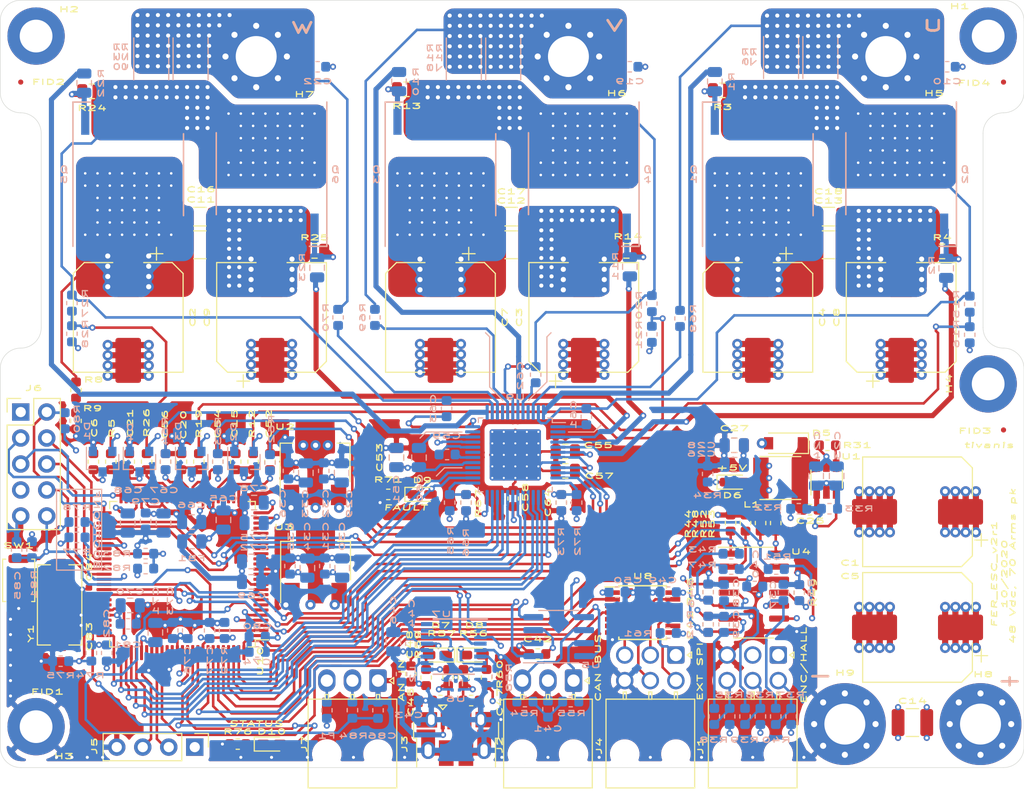
<source format=kicad_pcb>
(kicad_pcb (version 20171130) (host pcbnew "(5.1.9)-1")
  (layers (0 F.Cu signal) (1 In1.Cu power) (2 In2.Cu mixed) (31 B.Cu signal) (34 B.Paste user hide) (35 F.Paste user hide) (36 B.SilkS user) (37 F.SilkS user) (38 B.Mask user hide) (39 F.Mask user) (44 Edge.Cuts user))
  (net 0 "")
  (net 1 GND)
  (net 2 /[01]_powerStage/HVDC_SENSE)
  (net 3 +BATT)
  (net 4 +12V)
  (net 5 +5VP)
  (net 6 /[02]_driver/CPO)
  (net 7 /[02]_driver/CPI)
  (net 8 /[02]_driver/VCP)
  (net 9 /[02]_driver/CAP_U)
  (net 10 /[02]_driver/CAP_V)
  (net 11 /[02]_driver/CAP_W)
  (net 12 /[02]_driver/VOFS)
  (net 13 +5V)
  (net 14 +3V3)
  (net 15 /[03]_MCU/X2)
  (net 16 /[03]_MCU/XRSN)
  (net 17 +1V2)
  (net 18 /[03]_MCU/X1)
  (net 19 /[07]_USBtoUART/USB_D-)
  (net 20 /[07]_USBtoUART/USB_D+)
  (net 21 /[07]_USBtoUART/+VBUS_USB)
  (net 22 +5V_USB)
  (net 23 +3.3V_USB)
  (net 24 "Net-(D8-Pad2)")
  (net 25 "Net-(D8-Pad1)")
  (net 26 "Net-(D9-Pad1)")
  (net 27 /[01]_powerStage/PH_U_N)
  (net 28 /[01]_powerStage/PH_V_N)
  (net 29 /[01]_powerStage/PH_W_N)
  (net 30 /[03]_MCU/TDI)
  (net 31 /[03]_MCU/TDO)
  (net 32 /[03]_MCU/XDS_TX)
  (net 33 /[03]_MCU/TCK)
  (net 34 /[03]_MCU/XDS_RX)
  (net 35 /[03]_MCU/TMS)
  (net 36 /[01]_powerStage/GH_U_R)
  (net 37 /[01]_powerStage/GL_U_R)
  (net 38 /[01]_powerStage/GH_V_R)
  (net 39 /[01]_powerStage/GL_V_R)
  (net 40 /[01]_powerStage/GH_W_R)
  (net 41 /[01]_powerStage/GL_W_R)
  (net 42 /[01]_powerStage/GH_U)
  (net 43 /[01]_powerStage/GL_U)
  (net 44 /[01]_powerStage/GH_V)
  (net 45 /[01]_powerStage/GL_V)
  (net 46 /[01]_powerStage/GH_W)
  (net 47 /[01]_powerStage/GL_W)
  (net 48 /[02]_driver/USENSE)
  (net 49 /[02]_driver/VSENSE)
  (net 50 /[02]_driver/WSENSE)
  (net 51 /[05]_hallSense/HALL_IN_A)
  (net 52 /[05]_hallSense/HALL_IN_B)
  (net 53 /[05]_hallSense/HALL_IN_C)
  (net 54 /[05]_hallSense/HALL_D)
  (net 55 /[06]_CAN/CANH)
  (net 56 /[06]_CAN/CANL)
  (net 57 /[03]_MCU/CONFIGA)
  (net 58 /[03]_MCU/EQEP_STB)
  (net 59 /[07]_USBtoUART/USB_+)
  (net 60 /[07]_USBtoUART/USB_-)
  (net 61 /[07]_USBtoUART/~FTDI_CTS)
  (net 62 /[02]_driver/DRV_EN)
  (net 63 /[02]_driver/FAULT)
  (net 64 /[02]_driver/PWM_CL)
  (net 65 /[02]_driver/PWM_CH)
  (net 66 /[02]_driver/PWM_BL)
  (net 67 /[02]_driver/PWM_BH)
  (net 68 /[02]_driver/PWM_AL)
  (net 69 /[02]_driver/PWM_AH)
  (net 70 /[02]_driver/SPIA_MISO)
  (net 71 /[02]_driver/SPIA_MOSI)
  (net 72 /[02]_driver/SPIA_CLK)
  (net 73 /[03]_MCU/CAN_STB)
  (net 74 /[03]_MCU/CAN_RX)
  (net 75 /[03]_MCU/CAN_TX)
  (net 76 /[03]_MCU/SCIA_TX)
  (net 77 /[03]_MCU/SPIB_MISO)
  (net 78 /[03]_MCU/SPIB_MOSI)
  (net 79 /[03]_MCU/SPIB_CLK)
  (net 80 /[03]_MCU/I2CA_SCL)
  (net 81 /[03]_MCU/I2CA_SDA)
  (net 82 /[03]_MCU/SCIA_RX)
  (net 83 /[07]_USBtoUART/FTDI_CBUS)
  (net 84 /[07]_USBtoUART/~FTDI_RTS)
  (net 85 /[01]_powerStage/PH_U_P)
  (net 86 /[01]_powerStage/PH_V_P)
  (net 87 /[01]_powerStage/PH_W_P)
  (net 88 "Net-(U10-Pad9)")
  (net 89 /[08]_extSPI/SPIB_CLK_OUT)
  (net 90 /[08]_extSPI/SPIB_MISO_OUT)
  (net 91 /[08]_extSPI/SPIB_MOSI_OUT)
  (net 92 /[02]_driver/~SPIA_CS)
  (net 93 /[03]_MCU/~SPIB_CS)
  (net 94 /[08]_extSPI/~SPIB_CS_OUT)
  (net 95 "Net-(J1-Pad2)")
  (net 96 /[01]_powerStage/VSENSE_U)
  (net 97 /[01]_powerStage/VSENSE_V)
  (net 98 /[01]_powerStage/VSENSE_W)
  (net 99 /[02]_driver/ISENSE_U)
  (net 100 /[02]_driver/ISENSE_V)
  (net 101 /[02]_driver/ISENSE_W)
  (net 102 "Net-(D7-Pad2)")
  (net 103 "Net-(D7-Pad1)")
  (net 104 "Net-(J3-Pad4)")
  (net 105 "Net-(R31-Pad1)")
  (net 106 "Net-(R32-Pad1)")
  (net 107 "Net-(R41-Pad2)")
  (net 108 "Net-(R61-Pad2)")
  (net 109 "Net-(U8-Pad9)")
  (net 110 "Net-(U8-Pad6)")
  (net 111 "Net-(U9-Pad45)")
  (net 112 "Net-(U9-Pad40)")
  (net 113 "Net-(U9-Pad35)")
  (net 114 "Net-(U9-Pad31)")
  (net 115 "Net-(U9-Pad28)")
  (net 116 "Net-(U9-Pad2)")
  (net 117 "Net-(U10-Pad85)")
  (net 118 "Net-(U10-Pad53)")
  (net 119 "Net-(U10-Pad49)")
  (net 120 "Net-(U10-Pad48)")
  (net 121 "Net-(U10-Pad43)")
  (net 122 "Net-(U10-Pad40)")
  (net 123 "Net-(U10-Pad38)")
  (net 124 "Net-(U10-Pad35)")
  (net 125 "Net-(U10-Pad30)")
  (net 126 "Net-(U10-Pad28)")
  (net 127 "Net-(U10-Pad23)")
  (net 128 "Net-(U10-Pad22)")
  (net 129 "Net-(U10-Pad21)")
  (net 130 "Net-(U10-Pad20)")
  (net 131 "Net-(U10-Pad19)")
  (net 132 "Net-(U10-Pad18)")
  (net 133 "Net-(U10-Pad17)")
  (net 134 "Net-(U10-Pad16)")
  (net 135 "Net-(U10-Pad10)")
  (net 136 "Net-(U10-Pad8)")
  (net 137 "Net-(U10-Pad7)")
  (net 138 /[03]_MCU/ANALOG_IN)
  (net 139 "Net-(D6-Pad1)")
  (net 140 "Net-(F1-Pad1)")
  (net 141 "Net-(R5-Pad2)")
  (net 142 "Net-(R12-Pad2)")
  (net 143 "Net-(R19-Pad2)")
  (net 144 "Net-(R26-Pad2)")
  (net 145 "Net-(R45-Pad2)")
  (net 146 "Net-(R49-Pad2)")
  (net 147 "Net-(R62-Pad1)")
  (net 148 "Net-(R63-Pad1)")
  (net 149 "Net-(R64-Pad2)")
  (net 150 "Net-(R65-Pad2)")
  (net 151 "Net-(R67-Pad1)")
  (net 152 "Net-(U7-Pad16)")
  (net 153 /[03]_MCU/GPIO_OUT1)
  (net 154 /[03]_MCU/GPIO_OUT0)
  (net 155 "Net-(J6-Pad7)")
  (net 156 "Net-(J7-Pad2)")
  (net 157 /[03]_MCU/BOOTCONF0)
  (net 158 /[03]_MCU/BOOTCONF1)
  (net 159 /[03]_MCU/~HALL_A)
  (net 160 /[03]_MCU/~HALL_B)
  (net 161 /[03]_MCU/~HALL_C)
  (net 162 "Net-(C25-Pad2)")
  (net 163 "Net-(C25-Pad1)")
  (net 164 "Net-(C37-Pad1)")
  (net 165 "Net-(C38-Pad1)")
  (net 166 "Net-(C39-Pad1)")
  (net 167 "Net-(C41-Pad2)")
  (net 168 "Net-(C66-Pad1)")
  (net 169 "Net-(C75-Pad1)")
  (net 170 "Net-(C78-Pad1)")
  (net 171 /[03]_MCU/STATUS_LED)
  (net 172 "Net-(D10-Pad1)")
  (net 173 /[03]_MCU/VREGENZ)
  (module Package_TO_SOT_SMD:SOT-223-3_TabPin2 (layer F.Cu) (at 131.75 106.2 90)
    (fp_text reference U2 (at 3.5 -2.95 180) (layer F.SilkS) (effects (font (size 0.5 1) (thickness 0.125))))
    (fp_text value LD1117S33TR)
    (pad 1 smd rect (at -3.15 -2.3 90) (size 2 1.5) (layers F.Cu F.Paste F.Mask) (net 1 GND))
    (pad 3 smd rect (at -3.15 2.3 90) (size 2 1.5) (layers F.Cu F.Paste F.Mask) (net 13 +5V))
    (pad 2 smd rect (at -3.15 0 90) (size 2 1.5) (layers F.Cu F.Paste F.Mask) (net 14 +3V3))
    (pad 2 smd rect (at 3.15 0 90) (size 2 3.8) (layers F.Cu F.Paste F.Mask) (net 14 +3V3))
  )
  (module Resistor_SMD:R_0603_1608Metric (layer B.Cu) (at 106.9 125.6)
    (fp_text reference R75 (at 0 1.4) (layer B.SilkS) (effects (font (size 0.5 1) (thickness 0.125)) (justify mirror)))
    (fp_text value 2k)
    (pad 2 smd roundrect (at 0.7875 0) (size 0.875 0.95) (layers B.Cu B.Paste B.Mask) (net 173 /[03]_MCU/VREGENZ))
    (pad 1 smd roundrect (at -0.7875 0) (size 0.875 0.95) (layers B.Cu B.Paste B.Mask) (net 1 GND))
  )
  (module Resistor_SMD:R_0603_1608Metric (layer B.Cu) (at 109.9 124.8 270)
    (fp_text reference R74 (at 2.2 0.1 180) (layer B.SilkS) (effects (font (size 0.5 1) (thickness 0.125)) (justify mirror)))
    (fp_text value "0 Ohm")
    (pad 2 smd roundrect (at 0.7875 0 270) (size 0.875 0.95) (layers B.Cu B.Paste B.Mask) (net 173 /[03]_MCU/VREGENZ))
    (pad 1 smd roundrect (at -0.7875 0 270) (size 0.875 0.95) (layers B.Cu B.Paste B.Mask) (net 14 +3V3))
  )
  (module Resistor_SMD:R_0603_1608Metric (layer F.Cu) (at 124.2 133.7)
    (fp_text reference R76 (at 0 -1.2 180) (layer F.SilkS) (effects (font (size 0.5 1) (thickness 0.125))))
    (fp_text value 2k)
    (pad 2 smd roundrect (at 0.7875 0) (size 0.875 0.95) (layers F.Cu F.Paste F.Mask) (net 172 "Net-(D10-Pad1)"))
    (pad 1 smd roundrect (at -0.7875 0) (size 0.875 0.95) (layers F.Cu F.Paste F.Mask) (net 1 GND))
  )
  (module LED_SMD:LED_0603_1608Metric_Castellated (layer F.Cu) (at 127.5 133.7)
    (fp_text reference D10 (at 0 -1.2 180) (layer F.SilkS) (effects (font (size 0.5 1) (thickness 0.125))))
    (fp_text value "LED GREEN")
    (pad 2 smd roundrect (at 0.8125 0) (size 1.225 0.85) (layers F.Cu F.Paste F.Mask) (net 171 /[03]_MCU/STATUS_LED))
    (pad 1 smd roundrect (at -0.8125 0) (size 1.225 0.85) (layers F.Cu F.Paste F.Mask) (net 172 "Net-(D10-Pad1)"))
  )
  (module Package_QFP:TQFP-100_14x14mm_P0.5mm (layer F.Cu) (at 118.8 117.1 180)
    (fp_text reference U10 (at -7.6 -8.5 90) (layer F.SilkS) (effects (font (size 0.5 1) (thickness 0.125))))
    (fp_text value TMS320F280049PZS)
    (pad 100 smd roundrect (at -6 -7.6625 180) (size 0.3 1.475) (layers F.Cu F.Paste F.Mask) (net 76 /[03]_MCU/SCIA_TX))
    (pad 99 smd roundrect (at -5.5 -7.6625 180) (size 0.3 1.475) (layers F.Cu F.Paste F.Mask) (net 75 /[03]_MCU/CAN_TX))
    (pad 98 smd roundrect (at -5 -7.6625 180) (size 0.3 1.475) (layers F.Cu F.Paste F.Mask) (net 74 /[03]_MCU/CAN_RX))
    (pad 97 smd roundrect (at -4.5 -7.6625 180) (size 0.3 1.475) (layers F.Cu F.Paste F.Mask) (net 77 /[03]_MCU/SPIB_MISO))
    (pad 96 smd roundrect (at -4 -7.6625 180) (size 0.3 1.475) (layers F.Cu F.Paste F.Mask) (net 79 /[03]_MCU/SPIB_CLK))
    (pad 95 smd roundrect (at -3.5 -7.6625 180) (size 0.3 1.475) (layers F.Cu F.Paste F.Mask) (net 93 /[03]_MCU/~SPIB_CS))
    (pad 94 smd roundrect (at -3 -7.6625 180) (size 0.3 1.475) (layers F.Cu F.Paste F.Mask) (net 73 /[03]_MCU/CAN_STB))
    (pad 93 smd roundrect (at -2.5 -7.6625 180) (size 0.3 1.475) (layers F.Cu F.Paste F.Mask) (net 70 /[02]_driver/SPIA_MISO))
    (pad 92 smd roundrect (at -2 -7.6625 180) (size 0.3 1.475) (layers F.Cu F.Paste F.Mask) (net 58 /[03]_MCU/EQEP_STB))
    (pad 91 smd roundrect (at -1.5 -7.6625 180) (size 0.3 1.475) (layers F.Cu F.Paste F.Mask) (net 171 /[03]_MCU/STATUS_LED))
    (pad 90 smd roundrect (at -1 -7.6625 180) (size 0.3 1.475) (layers F.Cu F.Paste F.Mask) (net 72 /[02]_driver/SPIA_CLK))
    (pad 89 smd roundrect (at -0.5 -7.6625 180) (size 0.3 1.475) (layers F.Cu F.Paste F.Mask) (net 64 /[02]_driver/PWM_CL))
    (pad 88 smd roundrect (at 0 -7.6625 180) (size 0.3 1.475) (layers F.Cu F.Paste F.Mask) (net 14 +3V3))
    (pad 87 smd roundrect (at 0.5 -7.6625 180) (size 0.3 1.475) (layers F.Cu F.Paste F.Mask) (net 17 +1V2))
    (pad 86 smd roundrect (at 1 -7.6625 180) (size 0.3 1.475) (layers F.Cu F.Paste F.Mask) (net 1 GND))
    (pad 85 smd roundrect (at 1.5 -7.6625 180) (size 0.3 1.475) (layers F.Cu F.Paste F.Mask) (net 117 "Net-(U10-Pad85)"))
    (pad 84 smd roundrect (at 2 -7.6625 180) (size 0.3 1.475) (layers F.Cu F.Paste F.Mask) (net 78 /[03]_MCU/SPIB_MOSI))
    (pad 83 smd roundrect (at 2.5 -7.6625 180) (size 0.3 1.475) (layers F.Cu F.Paste F.Mask) (net 153 /[03]_MCU/GPIO_OUT1))
    (pad 82 smd roundrect (at 3 -7.6625 180) (size 0.3 1.475) (layers F.Cu F.Paste F.Mask) (net 1 GND))
    (pad 81 smd roundrect (at 3.5 -7.6625 180) (size 0.3 1.475) (layers F.Cu F.Paste F.Mask) (net 154 /[03]_MCU/GPIO_OUT0))
    (pad 80 smd roundrect (at 4 -7.6625 180) (size 0.3 1.475) (layers F.Cu F.Paste F.Mask) (net 14 +3V3))
    (pad 79 smd roundrect (at 4.5 -7.6625 180) (size 0.3 1.475) (layers F.Cu F.Paste F.Mask) (net 69 /[02]_driver/PWM_AH))
    (pad 78 smd roundrect (at 5 -7.6625 180) (size 0.3 1.475) (layers F.Cu F.Paste F.Mask) (net 68 /[02]_driver/PWM_AL))
    (pad 77 smd roundrect (at 5.5 -7.6625 180) (size 0.3 1.475) (layers F.Cu F.Paste F.Mask) (net 67 /[02]_driver/PWM_BH))
    (pad 76 smd roundrect (at 6 -7.6625 180) (size 0.3 1.475) (layers F.Cu F.Paste F.Mask) (net 66 /[02]_driver/PWM_BL))
    (pad 75 smd roundrect (at 7.6625 -6 180) (size 1.475 0.3) (layers F.Cu F.Paste F.Mask) (net 65 /[02]_driver/PWM_CH))
    (pad 74 smd roundrect (at 7.6625 -5.5 180) (size 1.475 0.3) (layers F.Cu F.Paste F.Mask) (net 71 /[02]_driver/SPIA_MOSI))
    (pad 73 smd roundrect (at 7.6625 -5 180) (size 1.475 0.3) (layers F.Cu F.Paste F.Mask) (net 173 /[03]_MCU/VREGENZ))
    (pad 72 smd roundrect (at 7.6625 -4.5 180) (size 1.475 0.3) (layers F.Cu F.Paste F.Mask) (net 1 GND))
    (pad 71 smd roundrect (at 7.6625 -4 180) (size 1.475 0.3) (layers F.Cu F.Paste F.Mask) (net 17 +1V2))
    (pad 70 smd roundrect (at 7.6625 -3.5 180) (size 1.475 0.3) (layers F.Cu F.Paste F.Mask) (net 14 +3V3))
    (pad 69 smd roundrect (at 7.6625 -3 180) (size 1.475 0.3) (layers F.Cu F.Paste F.Mask) (net 15 /[03]_MCU/X2))
    (pad 68 smd roundrect (at 7.6625 -2.5 180) (size 1.475 0.3) (layers F.Cu F.Paste F.Mask) (net 18 /[03]_MCU/X1))
    (pad 67 smd roundrect (at 7.6625 -2 180) (size 1.475 0.3) (layers F.Cu F.Paste F.Mask) (net 161 /[03]_MCU/~HALL_C))
    (pad 66 smd roundrect (at 7.6625 -1.5 180) (size 1.475 0.3) (layers F.Cu F.Paste F.Mask) (net 160 /[03]_MCU/~HALL_B))
    (pad 65 smd roundrect (at 7.6625 -1 180) (size 1.475 0.3) (layers F.Cu F.Paste F.Mask) (net 159 /[03]_MCU/~HALL_A))
    (pad 64 smd roundrect (at 7.6625 -0.5 180) (size 1.475 0.3) (layers F.Cu F.Paste F.Mask) (net 157 /[03]_MCU/BOOTCONF0))
    (pad 63 smd roundrect (at 7.6625 0 180) (size 1.475 0.3) (layers F.Cu F.Paste F.Mask) (net 30 /[03]_MCU/TDI))
    (pad 62 smd roundrect (at 7.6625 0.5 180) (size 1.475 0.3) (layers F.Cu F.Paste F.Mask) (net 35 /[03]_MCU/TMS))
    (pad 61 smd roundrect (at 7.6625 1 180) (size 1.475 0.3) (layers F.Cu F.Paste F.Mask) (net 31 /[03]_MCU/TDO))
    (pad 60 smd roundrect (at 7.6625 1.5 180) (size 1.475 0.3) (layers F.Cu F.Paste F.Mask) (net 33 /[03]_MCU/TCK))
    (pad 59 smd roundrect (at 7.6625 2 180) (size 1.475 0.3) (layers F.Cu F.Paste F.Mask) (net 80 /[03]_MCU/I2CA_SCL))
    (pad 58 smd roundrect (at 7.6625 2.5 180) (size 1.475 0.3) (layers F.Cu F.Paste F.Mask) (net 81 /[03]_MCU/I2CA_SDA))
    (pad 57 smd roundrect (at 7.6625 3 180) (size 1.475 0.3) (layers F.Cu F.Paste F.Mask) (net 57 /[03]_MCU/CONFIGA))
    (pad 56 smd roundrect (at 7.6625 3.5 180) (size 1.475 0.3) (layers F.Cu F.Paste F.Mask) (net 158 /[03]_MCU/BOOTCONF1))
    (pad 55 smd roundrect (at 7.6625 4 180) (size 1.475 0.3) (layers F.Cu F.Paste F.Mask) (net 62 /[02]_driver/DRV_EN))
    (pad 54 smd roundrect (at 7.6625 4.5 180) (size 1.475 0.3) (layers F.Cu F.Paste F.Mask) (net 63 /[02]_driver/FAULT))
    (pad 53 smd roundrect (at 7.6625 5 180) (size 1.475 0.3) (layers F.Cu F.Paste F.Mask) (net 118 "Net-(U10-Pad53)"))
    (pad 52 smd roundrect (at 7.6625 5.5 180) (size 1.475 0.3) (layers F.Cu F.Paste F.Mask) (net 92 /[02]_driver/~SPIA_CS))
    (pad 51 smd roundrect (at 7.6625 6 180) (size 1.475 0.3) (layers F.Cu F.Paste F.Mask) (net 34 /[03]_MCU/XDS_RX))
    (pad 50 smd roundrect (at 6 7.6625 180) (size 0.3 1.475) (layers F.Cu F.Paste F.Mask) (net 32 /[03]_MCU/XDS_TX))
    (pad 49 smd roundrect (at 5.5 7.6625 180) (size 0.3 1.475) (layers F.Cu F.Paste F.Mask) (net 119 "Net-(U10-Pad49)"))
    (pad 48 smd roundrect (at 5 7.6625 180) (size 0.3 1.475) (layers F.Cu F.Paste F.Mask) (net 120 "Net-(U10-Pad48)"))
    (pad 47 smd roundrect (at 4.5 7.6625 180) (size 0.3 1.475) (layers F.Cu F.Paste F.Mask) (net 14 +3V3))
    (pad 46 smd roundrect (at 4 7.6625 180) (size 0.3 1.475) (layers F.Cu F.Paste F.Mask) (net 17 +1V2))
    (pad 45 smd roundrect (at 3.5 7.6625 180) (size 0.3 1.475) (layers F.Cu F.Paste F.Mask) (net 1 GND))
    (pad 44 smd roundrect (at 3 7.6625 180) (size 0.3 1.475) (layers F.Cu F.Paste F.Mask) (net 2 /[01]_powerStage/HVDC_SENSE))
    (pad 43 smd roundrect (at 2.5 7.6625 180) (size 0.3 1.475) (layers F.Cu F.Paste F.Mask) (net 121 "Net-(U10-Pad43)"))
    (pad 42 smd roundrect (at 2 7.6625 180) (size 0.3 1.475) (layers F.Cu F.Paste F.Mask) (net 1 GND))
    (pad 41 smd roundrect (at 1.5 7.6625 180) (size 0.3 1.475) (layers F.Cu F.Paste F.Mask) (net 98 /[01]_powerStage/VSENSE_W))
    (pad 40 smd roundrect (at 1 7.6625 180) (size 0.3 1.475) (layers F.Cu F.Paste F.Mask) (net 122 "Net-(U10-Pad40)"))
    (pad 39 smd roundrect (at 0.5 7.6625 180) (size 0.3 1.475) (layers F.Cu F.Paste F.Mask) (net 101 /[02]_driver/ISENSE_W))
    (pad 38 smd roundrect (at 0 7.6625 180) (size 0.3 1.475) (layers F.Cu F.Paste F.Mask) (net 123 "Net-(U10-Pad38)"))
    (pad 37 smd roundrect (at -0.5 7.6625 180) (size 0.3 1.475) (layers F.Cu F.Paste F.Mask) (net 97 /[01]_powerStage/VSENSE_V))
    (pad 36 smd roundrect (at -1 7.6625 180) (size 0.3 1.475) (layers F.Cu F.Paste F.Mask) (net 100 /[02]_driver/ISENSE_V))
    (pad 35 smd roundrect (at -1.5 7.6625 180) (size 0.3 1.475) (layers F.Cu F.Paste F.Mask) (net 124 "Net-(U10-Pad35)"))
    (pad 34 smd roundrect (at -2 7.6625 180) (size 0.3 1.475) (layers F.Cu F.Paste F.Mask) (net 168 "Net-(C66-Pad1)"))
    (pad 33 smd roundrect (at -2.5 7.6625 180) (size 0.3 1.475) (layers F.Cu F.Paste F.Mask) (net 1 GND))
    (pad 32 smd roundrect (at -3 7.6625 180) (size 0.3 1.475) (layers F.Cu F.Paste F.Mask) (net 1 GND))
    (pad 31 smd roundrect (at -3.5 7.6625 180) (size 0.3 1.475) (layers F.Cu F.Paste F.Mask) (net 96 /[01]_powerStage/VSENSE_U))
    (pad 30 smd roundrect (at -4 7.6625 180) (size 0.3 1.475) (layers F.Cu F.Paste F.Mask) (net 125 "Net-(U10-Pad30)"))
    (pad 29 smd roundrect (at -4.5 7.6625 180) (size 0.3 1.475) (layers F.Cu F.Paste F.Mask) (net 99 /[02]_driver/ISENSE_U))
    (pad 28 smd roundrect (at -5 7.6625 180) (size 0.3 1.475) (layers F.Cu F.Paste F.Mask) (net 126 "Net-(U10-Pad28)"))
    (pad 27 smd roundrect (at -5.5 7.6625 180) (size 0.3 1.475) (layers F.Cu F.Paste F.Mask) (net 1 GND))
    (pad 26 smd roundrect (at -6 7.6625 180) (size 0.3 1.475) (layers F.Cu F.Paste F.Mask) (net 1 GND))
    (pad 25 smd roundrect (at -7.6625 6 180) (size 1.475 0.3) (layers F.Cu F.Paste F.Mask) (net 170 "Net-(C78-Pad1)"))
    (pad 24 smd roundrect (at -7.6625 5.5 180) (size 1.475 0.3) (layers F.Cu F.Paste F.Mask) (net 169 "Net-(C75-Pad1)"))
    (pad 23 smd roundrect (at -7.6625 5 180) (size 1.475 0.3) (layers F.Cu F.Paste F.Mask) (net 127 "Net-(U10-Pad23)"))
    (pad 22 smd roundrect (at -7.6625 4.5 180) (size 1.475 0.3) (layers F.Cu F.Paste F.Mask) (net 128 "Net-(U10-Pad22)"))
    (pad 21 smd roundrect (at -7.6625 4 180) (size 1.475 0.3) (layers F.Cu F.Paste F.Mask) (net 129 "Net-(U10-Pad21)"))
    (pad 20 smd roundrect (at -7.6625 3.5 180) (size 1.475 0.3) (layers F.Cu F.Paste F.Mask) (net 130 "Net-(U10-Pad20)"))
    (pad 19 smd roundrect (at -7.6625 3 180) (size 1.475 0.3) (layers F.Cu F.Paste F.Mask) (net 131 "Net-(U10-Pad19)"))
    (pad 18 smd roundrect (at -7.6625 2.5 180) (size 1.475 0.3) (layers F.Cu F.Paste F.Mask) (net 132 "Net-(U10-Pad18)"))
    (pad 17 smd roundrect (at -7.6625 2 180) (size 1.475 0.3) (layers F.Cu F.Paste F.Mask) (net 133 "Net-(U10-Pad17)"))
    (pad 16 smd roundrect (at -7.6625 1.5 180) (size 1.475 0.3) (layers F.Cu F.Paste F.Mask) (net 134 "Net-(U10-Pad16)"))
    (pad 15 smd roundrect (at -7.6625 1 180) (size 1.475 0.3) (layers F.Cu F.Paste F.Mask) (net 1 GND))
    (pad 14 smd roundrect (at -7.6625 0.5 180) (size 1.475 0.3) (layers F.Cu F.Paste F.Mask) (net 1 GND))
    (pad 13 smd roundrect (at -7.6625 0 180) (size 1.475 0.3) (layers F.Cu F.Paste F.Mask) (net 1 GND))
    (pad 12 smd roundrect (at -7.6625 -0.5 180) (size 1.475 0.3) (layers F.Cu F.Paste F.Mask) (net 1 GND))
    (pad 11 smd roundrect (at -7.6625 -1 180) (size 1.475 0.3) (layers F.Cu F.Paste F.Mask) (net 168 "Net-(C66-Pad1)"))
    (pad 10 smd roundrect (at -7.6625 -1.5 180) (size 1.475 0.3) (layers F.Cu F.Paste F.Mask) (net 135 "Net-(U10-Pad10)"))
    (pad 9 smd roundrect (at -7.6625 -2 180) (size 1.475 0.3) (layers F.Cu F.Paste F.Mask) (net 88 "Net-(U10-Pad9)"))
    (pad 8 smd roundrect (at -7.6625 -2.5 180) (size 1.475 0.3) (layers F.Cu F.Paste F.Mask) (net 136 "Net-(U10-Pad8)"))
    (pad 7 smd roundrect (at -7.6625 -3 180) (size 1.475 0.3) (layers F.Cu F.Paste F.Mask) (net 137 "Net-(U10-Pad7)"))
    (pad 6 smd roundrect (at -7.6625 -3.5 180) (size 1.475 0.3) (layers F.Cu F.Paste F.Mask) (net 138 /[03]_MCU/ANALOG_IN))
    (pad 5 smd roundrect (at -7.6625 -4 180) (size 1.475 0.3) (layers F.Cu F.Paste F.Mask) (net 1 GND))
    (pad 4 smd roundrect (at -7.6625 -4.5 180) (size 1.475 0.3) (layers F.Cu F.Paste F.Mask) (net 17 +1V2))
    (pad 3 smd roundrect (at -7.6625 -5 180) (size 1.475 0.3) (layers F.Cu F.Paste F.Mask) (net 14 +3V3))
    (pad 2 smd roundrect (at -7.6625 -5.5 180) (size 1.475 0.3) (layers F.Cu F.Paste F.Mask) (net 16 /[03]_MCU/XRSN))
    (pad 1 smd roundrect (at -7.6625 -6 180) (size 1.475 0.3) (layers F.Cu F.Paste F.Mask) (net 82 /[03]_MCU/SCIA_RX))
  )
  (module Resistor_SMD:R_0603_1608Metric (layer B.Cu) (at 107.3 102.1 90)
    (fp_text reference R80 (at 0.2 1.2 90) (layer B.SilkS) (effects (font (size 0.5 1) (thickness 0.125)) (justify mirror)))
    (fp_text value "3.3k, 1%")
    (pad 2 smd roundrect (at 0.7875 0 90) (size 0.875 0.95) (layers B.Cu B.Paste B.Mask) (net 35 /[03]_MCU/TMS))
    (pad 1 smd roundrect (at -0.7875 0 90) (size 0.875 0.95) (layers B.Cu B.Paste B.Mask) (net 14 +3V3))
  )
  (module Resistor_SMD:R_0603_1608Metric (layer B.Cu) (at 115.2 116.55 180)
    (fp_text reference R82 (at 2.8 0.05 180) (layer B.SilkS) (effects (font (size 0.5 1) (thickness 0.125)) (justify mirror)))
    (fp_text value "3.3k, 1%")
    (pad 2 smd roundrect (at 0.7875 0 180) (size 0.875 0.95) (layers B.Cu B.Paste B.Mask) (net 14 +3V3))
    (pad 1 smd roundrect (at -0.7875 0 180) (size 0.875 0.95) (layers B.Cu B.Paste B.Mask) (net 57 /[03]_MCU/CONFIGA))
  )
  (module Resistor_SMD:R_0603_1608Metric (layer B.Cu) (at 108.5 112 180)
    (fp_text reference R78 (at 0 1.43) (layer B.SilkS) (effects (font (size 0.5 1) (thickness 0.125)) (justify mirror)))
    (fp_text value "3.3k, 1%")
    (pad 2 smd roundrect (at 0.7875 0 180) (size 0.875 0.95) (layers B.Cu B.Paste B.Mask) (net 1 GND))
    (pad 1 smd roundrect (at -0.7875 0 180) (size 0.875 0.95) (layers B.Cu B.Paste B.Mask) (net 158 /[03]_MCU/BOOTCONF1))
  )
  (module Resistor_SMD:R_0603_1608Metric (layer B.Cu) (at 108.5 113.5)
    (fp_text reference R77 (at 0 1.43) (layer B.SilkS) (effects (font (size 0.5 1) (thickness 0.125)) (justify mirror)))
    (fp_text value "3.3k, 1%")
    (pad 2 smd roundrect (at 0.7875 0) (size 0.875 0.95) (layers B.Cu B.Paste B.Mask) (net 157 /[03]_MCU/BOOTCONF0))
    (pad 1 smd roundrect (at -0.7875 0) (size 0.875 0.95) (layers B.Cu B.Paste B.Mask) (net 14 +3V3))
  )
  (module Capacitor_SMD:C_1206_3216Metric (layer F.Cu) (at 120.5 82.15)
    (fp_text reference C16 (at 0.1 -2.65 180) (layer F.SilkS) (effects (font (size 0.5 1) (thickness 0.125))))
    (fp_text value "0.22uF, 63V")
    (pad 2 smd roundrect (at 1.4 0) (size 1.25 1.75) (layers F.Cu F.Paste F.Mask) (roundrect_rratio 0.2) (net 1 GND))
    (pad 1 smd roundrect (at -1.4 0) (size 1.25 1.75) (layers F.Cu F.Paste F.Mask) (roundrect_rratio 0.2) (net 3 +BATT))
  )
  (module Capacitor_SMD:CP_Elec_10x14.3 (layer F.Cu) (at 190.6 111 180)
    (fp_text reference C1 (at 6.6 -5) (layer F.SilkS) (effects (font (size 0.5 1) (thickness 0.125))))
    (fp_text value "100uF, 63V")
    (pad 2 smd roundrect (at 4.2 0 180) (size 4.4 2.5) (layers F.Cu F.Paste F.Mask) (roundrect_rratio 0.1) (net 1 GND))
    (pad 1 smd roundrect (at -4.2 0 180) (size 4.4 2.5) (layers F.Cu F.Paste F.Mask) (roundrect_rratio 0.1) (net 3 +BATT))
  )
  (module Connector_PinHeader_2.54mm:PinHeader_1x04_P2.54mm_Vertical (layer F.Cu) (at 120 134 270)
    (fp_text reference J5 (at -0.1 9.8 90) (layer F.SilkS) (effects (font (size 0.5 1) (thickness 0.125))))
    (fp_text value Conn_01x04)
    (pad 4 thru_hole oval (at 0 7.62 270) (size 1.7 1.7) (drill 1) (layers *.Cu *.Mask) (net 1 GND))
    (pad 3 thru_hole oval (at 0 5.08 270) (size 1.7 1.7) (drill 1) (layers *.Cu *.Mask) (net 154 /[03]_MCU/GPIO_OUT0))
    (pad 2 thru_hole oval (at 0 2.54 270) (size 1.7 1.7) (drill 1) (layers *.Cu *.Mask) (net 153 /[03]_MCU/GPIO_OUT1))
    (pad 1 thru_hole rect (at 0 0 270) (size 1.7 1.7) (drill 1) (layers *.Cu *.Mask) (net 14 +3V3))
  )
  (module Capacitor_SMD:C_0603_1608Metric (layer F.Cu) (at 122.25 106.1 90)
    (fp_text reference C54 (at 3.7 0 90) (layer F.SilkS) (effects (font (size 0.5 1) (thickness 0.125))))
    (fp_text value "100nF, 25V")
    (pad 2 smd roundrect (at 0.7875 0 90) (size 0.875 0.95) (layers F.Cu F.Paste F.Mask) (net 1 GND))
    (pad 1 smd roundrect (at -0.7875 0 90) (size 0.875 0.95) (layers F.Cu F.Paste F.Mask) (net 100 /[02]_driver/ISENSE_V))
  )
  (module Resistor_SMD:R_0603_1608Metric (layer B.Cu) (at 122.25 106.1 270)
    (fp_text reference R63 (at -3 -0.05 90) (layer B.SilkS) (effects (font (size 0.5 1) (thickness 0.125)) (justify mirror)))
    (fp_text value "39 Ohm")
    (pad 2 smd roundrect (at 0.7875 0 270) (size 0.875 0.95) (layers B.Cu B.Paste B.Mask) (net 100 /[02]_driver/ISENSE_V))
    (pad 1 smd roundrect (at -0.7875 0 270) (size 0.875 0.95) (layers B.Cu B.Paste B.Mask) (net 148 "Net-(R63-Pad1)"))
  )
  (module Connector_Molex:Molex_Nano-Fit_105313-xx03_1x03_P2.50mm_Horizontal (layer F.Cu) (at 137.9 127.5 270)
    (fp_text reference J7 (at 6.2 7.2 270) (layer F.SilkS) (effects (font (size 0.5 1) (thickness 0.125))))
    (fp_text value Conn_01x03_Male)
    (pad "" np_thru_hole circle (at 7.18 5 270) (size 1.7 1.7) (drill 1.7) (layers *.Cu *.Mask))
    (pad "" np_thru_hole circle (at 7.18 0 270) (size 1.7 1.7) (drill 1.7) (layers *.Cu *.Mask))
    (pad 3 thru_hole oval (at 0 5 270) (size 2.2 1.7) (drill 1.2) (layers *.Cu *.Mask) (net 140 "Net-(F1-Pad1)"))
    (pad 2 thru_hole oval (at 0 2.5 270) (size 2.2 1.7) (drill 1.2) (layers *.Cu *.Mask) (net 156 "Net-(J7-Pad2)"))
    (pad 1 thru_hole roundrect (at 0 0 270) (size 2.2 1.7) (drill 1.2) (layers *.Cu *.Mask) (roundrect_rratio 0.147059) (net 1 GND))
  )
  (module Package_SO:SOIC-8_3.9x4.9mm_P1.27mm (layer B.Cu) (at 155.55 123.2)
    (fp_text reference U5 (at 3.15 2.8) (layer B.SilkS) (effects (font (size 0.5 1) (thickness 0.125)) (justify mirror)))
    (fp_text value TCAN1042V)
    (pad 8 smd roundrect (at 2.475 1.905) (size 1.95 0.6) (layers B.Cu B.Paste B.Mask) (net 73 /[03]_MCU/CAN_STB))
    (pad 7 smd roundrect (at 2.475 0.635) (size 1.95 0.6) (layers B.Cu B.Paste B.Mask) (net 55 /[06]_CAN/CANH))
    (pad 6 smd roundrect (at 2.475 -0.635) (size 1.95 0.6) (layers B.Cu B.Paste B.Mask) (net 56 /[06]_CAN/CANL))
    (pad 5 smd roundrect (at 2.475 -1.905) (size 1.95 0.6) (layers B.Cu B.Paste B.Mask) (net 14 +3V3))
    (pad 4 smd roundrect (at -2.475 -1.905) (size 1.95 0.6) (layers B.Cu B.Paste B.Mask) (net 74 /[03]_MCU/CAN_RX))
    (pad 3 smd roundrect (at -2.475 -0.635) (size 1.95 0.6) (layers B.Cu B.Paste B.Mask) (net 13 +5V))
    (pad 2 smd roundrect (at -2.475 0.635) (size 1.95 0.6) (layers B.Cu B.Paste B.Mask) (net 1 GND))
    (pad 1 smd roundrect (at -2.475 1.905) (size 1.95 0.6) (layers B.Cu B.Paste B.Mask) (net 75 /[03]_MCU/CAN_TX))
  )
  (module Capacitor_SMD:C_0805_2012Metric (layer F.Cu) (at 156.2 105.1 180)
    (fp_text reference C55 (at -3.2 0.6) (layer F.SilkS) (effects (font (size 0.5 1) (thickness 0.125))))
    (fp_text value "4.7uF, 25V")
    (pad 2 smd roundrect (at 0.9375 0 180) (size 0.975 1.4) (layers F.Cu F.Paste F.Mask) (net 1 GND))
    (pad 1 smd roundrect (at -0.9375 0 180) (size 0.975 1.4) (layers F.Cu F.Paste F.Mask) (net 4 +12V))
  )
  (module Resistor_SMD:R_0603_1608Metric (layer B.Cu) (at 135.4 130.3875 90)
    (fp_text reference R84 (at -2.5125 0.1 180) (layer B.SilkS) (effects (font (size 0.5 1) (thickness 0.125)) (justify mirror)))
    (fp_text value "39 Ohm")
    (pad 2 smd roundrect (at 0.7875 0 90) (size 0.875 0.95) (layers B.Cu B.Paste B.Mask) (net 156 "Net-(J7-Pad2)"))
    (pad 1 smd roundrect (at -0.7875 0 90) (size 0.875 0.95) (layers B.Cu B.Paste B.Mask) (net 138 /[03]_MCU/ANALOG_IN))
  )
  (module Fuse:Fuse_0603_1608Metric (layer B.Cu) (at 132.9 130.4 270)
    (fp_text reference F1 (at 2.5 0 180) (layer B.SilkS) (effects (font (size 0.5 1) (thickness 0.125)) (justify mirror)))
    (fp_text value Fuse_Small)
    (pad 2 smd roundrect (at 0.7875 0 270) (size 0.875 0.95) (layers B.Cu B.Paste B.Mask) (net 14 +3V3))
    (pad 1 smd roundrect (at -0.7875 0 270) (size 0.875 0.95) (layers B.Cu B.Paste B.Mask) (net 140 "Net-(F1-Pad1)"))
  )
  (module Capacitor_SMD:C_0603_1608Metric (layer B.Cu) (at 137.9 130.4 90)
    (fp_text reference C86 (at -2.5 0.4 180) (layer B.SilkS) (effects (font (size 0.5 1) (thickness 0.125)) (justify mirror)))
    (fp_text value "100nF, 25V")
    (pad 2 smd roundrect (at 0.7875 0 90) (size 0.875 0.95) (layers B.Cu B.Paste B.Mask) (net 1 GND))
    (pad 1 smd roundrect (at -0.7875 0 90) (size 0.875 0.95) (layers B.Cu B.Paste B.Mask) (net 138 /[03]_MCU/ANALOG_IN))
  )
  (module Resistor_SMD:R_0805_2012Metric (layer B.Cu) (at 109.2 69.1 90)
    (fp_text reference R22 (at 0 1.65 270) (layer B.SilkS) (effects (font (size 0.5 1) (thickness 0.125)) (justify mirror)))
    (fp_text value "6.2 Ohm")
    (pad 2 smd roundrect (at 0.9375 0 90) (size 0.975 1.4) (layers B.Cu B.Paste B.Mask) (net 46 /[01]_powerStage/GH_W))
    (pad 1 smd roundrect (at -0.9375 0 90) (size 0.975 1.4) (layers B.Cu B.Paste B.Mask) (net 40 /[01]_powerStage/GH_W_R))
  )
  (module Button_Switch_SMD:SW_Push_SPST_NO_Alps_SKRK (layer F.Cu) (at 102.8 117.7 90)
    (fp_text reference SW1 (at 3.4 0) (layer F.SilkS) (effects (font (size 0.5 1) (thickness 0.125))))
    (fp_text value SW_Push)
    (pad 1 smd roundrect (at -2.1 0 90) (size 0.8 2) (layers F.Cu F.Paste F.Mask) (net 1 GND))
    (pad 2 smd roundrect (at 2.1 0 90) (size 0.8 2) (layers F.Cu F.Paste F.Mask) (net 16 /[03]_MCU/XRSN))
  )
  (module Capacitor_SMD:C_0603_1608Metric (layer F.Cu) (at 153.5 124.9)
    (fp_text reference C42 (at 0 -1.43 180) (layer F.SilkS) (effects (font (size 0.5 1) (thickness 0.125))))
    (fp_text value "100nF, 25V")
    (pad 2 smd roundrect (at 0.7875 0) (size 0.875 0.95) (layers F.Cu F.Paste F.Mask) (net 13 +5V))
    (pad 1 smd roundrect (at -0.7875 0) (size 0.875 0.95) (layers F.Cu F.Paste F.Mask) (net 1 GND))
  )
  (module Package_TO_SOT_SMD:SOT-223-3_TabPin2 (layer F.Cu) (at 131.8 115.8 90)
    (fp_text reference U3 (at 3.3 -3.1 180) (layer F.SilkS) (effects (font (size 0.5 1) (thickness 0.125))))
    (fp_text value LD1117S12TR)
    (pad 1 smd rect (at -3.15 -2.3 90) (size 2 1.5) (layers F.Cu F.Paste F.Mask) (net 1 GND))
    (pad 3 smd rect (at -3.15 2.3 90) (size 2 1.5) (layers F.Cu F.Paste F.Mask) (net 13 +5V))
    (pad 2 smd rect (at -3.15 0 90) (size 2 1.5) (layers F.Cu F.Paste F.Mask) (net 17 +1V2))
    (pad 2 smd rect (at 3.15 0 90) (size 2 3.8) (layers F.Cu F.Paste F.Mask) (net 17 +1V2))
  )
  (module Package_SO:SOIC-14_3.9x8.7mm_P1.27mm (layer F.Cu) (at 174.6 118.9)
    (fp_text reference U4 (at 4.6 -4 180) (layer F.SilkS) (effects (font (size 0.5 1) (thickness 0.125))))
    (fp_text value TLC374)
    (pad 14 smd roundrect (at 2.475 -3.81) (size 1.95 0.6) (layers F.Cu F.Paste F.Mask) (net 54 /[05]_hallSense/HALL_D))
    (pad 13 smd roundrect (at 2.475 -2.54) (size 1.95 0.6) (layers F.Cu F.Paste F.Mask) (net 161 /[03]_MCU/~HALL_C))
    (pad 12 smd roundrect (at 2.475 -1.27) (size 1.95 0.6) (layers F.Cu F.Paste F.Mask) (net 1 GND))
    (pad 11 smd roundrect (at 2.475 0) (size 1.95 0.6) (layers F.Cu F.Paste F.Mask) (net 146 "Net-(R49-Pad2)"))
    (pad 10 smd roundrect (at 2.475 1.27) (size 1.95 0.6) (layers F.Cu F.Paste F.Mask) (net 164 "Net-(C37-Pad1)"))
    (pad 9 smd roundrect (at 2.475 2.54) (size 1.95 0.6) (layers F.Cu F.Paste F.Mask) (net 13 +5V))
    (pad 8 smd roundrect (at 2.475 3.81) (size 1.95 0.6) (layers F.Cu F.Paste F.Mask) (net 1 GND))
    (pad 7 smd roundrect (at -2.475 3.81) (size 1.95 0.6) (layers F.Cu F.Paste F.Mask) (net 107 "Net-(R41-Pad2)"))
    (pad 6 smd roundrect (at -2.475 2.54) (size 1.95 0.6) (layers F.Cu F.Paste F.Mask) (net 166 "Net-(C39-Pad1)"))
    (pad 5 smd roundrect (at -2.475 1.27) (size 1.95 0.6) (layers F.Cu F.Paste F.Mask) (net 145 "Net-(R45-Pad2)"))
    (pad 4 smd roundrect (at -2.475 0) (size 1.95 0.6) (layers F.Cu F.Paste F.Mask) (net 165 "Net-(C38-Pad1)"))
    (pad 3 smd roundrect (at -2.475 -1.27) (size 1.95 0.6) (layers F.Cu F.Paste F.Mask) (net 13 +5V))
    (pad 2 smd roundrect (at -2.475 -2.54) (size 1.95 0.6) (layers F.Cu F.Paste F.Mask) (net 160 /[03]_MCU/~HALL_B))
    (pad 1 smd roundrect (at -2.475 -3.81) (size 1.95 0.6) (layers F.Cu F.Paste F.Mask) (net 159 /[03]_MCU/~HALL_A))
  )
  (module Connector_Molex:Molex_Nano-Fit_105314-xx06_2x03_P2.50mm_Horizontal (layer F.Cu) (at 177 125 270)
    (fp_text reference J1 (at 8.9 7.6 270) (layer F.SilkS) (effects (font (size 0.5 1) (thickness 0.125))))
    (fp_text value Conn_02x03_Odd_Even)
    (pad "" np_thru_hole circle (at 9.68 5 270) (size 1.7 1.7) (drill 1.7) (layers *.Cu *.Mask))
    (pad "" np_thru_hole circle (at 9.68 0 270) (size 1.7 1.7) (drill 1.7) (layers *.Cu *.Mask))
    (pad 6 thru_hole circle (at 2.5 5 270) (size 1.7 1.7) (drill 1.2) (layers *.Cu *.Mask) (net 51 /[05]_hallSense/HALL_IN_A))
    (pad 5 thru_hole circle (at 2.5 2.5 270) (size 1.7 1.7) (drill 1.2) (layers *.Cu *.Mask) (net 52 /[05]_hallSense/HALL_IN_B))
    (pad 4 thru_hole circle (at 2.5 0 270) (size 1.7 1.7) (drill 1.2) (layers *.Cu *.Mask) (net 53 /[05]_hallSense/HALL_IN_C))
    (pad 3 thru_hole circle (at 0 5 270) (size 1.7 1.7) (drill 1.2) (layers *.Cu *.Mask) (net 1 GND))
    (pad 2 thru_hole circle (at 0 2.5 270) (size 1.7 1.7) (drill 1.2) (layers *.Cu *.Mask) (net 95 "Net-(J1-Pad2)"))
    (pad 1 thru_hole roundrect (at 0 0 270) (size 1.7 1.7) (drill 1.2) (layers *.Cu *.Mask) (roundrect_rratio 0.147059) (net 13 +5V))
  )
  (module Resistor_SMD:R_0603_1608Metric (layer B.Cu) (at 170.15 122 90)
    (fp_text reference R42 (at 0 -1.75 90) (layer B.SilkS) (effects (font (size 0.5 1) (thickness 0.125)) (justify mirror)))
    (fp_text value "13,3k, 1%")
    (pad 2 smd roundrect (at 0.7875 0 90) (size 0.875 0.95) (layers B.Cu B.Paste B.Mask) (net 1 GND))
    (pad 1 smd roundrect (at -0.7875 0 90) (size 0.875 0.95) (layers B.Cu B.Paste B.Mask) (net 107 "Net-(R41-Pad2)"))
  )
  (module Connector_Molex:Molex_Nano-Fit_105313-xx03_1x03_P2.50mm_Horizontal (layer F.Cu) (at 157 127.5 270)
    (fp_text reference J2 (at 6.3 7.2 90) (layer F.SilkS) (effects (font (size 0.5 1) (thickness 0.125))))
    (fp_text value Conn_01x03_Male)
    (pad "" np_thru_hole circle (at 7.18 5 270) (size 1.7 1.7) (drill 1.7) (layers *.Cu *.Mask))
    (pad "" np_thru_hole circle (at 7.18 0 270) (size 1.7 1.7) (drill 1.7) (layers *.Cu *.Mask))
    (pad 3 thru_hole oval (at 0 5 270) (size 2.2 1.7) (drill 1.2) (layers *.Cu *.Mask) (net 56 /[06]_CAN/CANL))
    (pad 2 thru_hole oval (at 0 2.5 270) (size 2.2 1.7) (drill 1.2) (layers *.Cu *.Mask) (net 1 GND))
    (pad 1 thru_hole roundrect (at 0 0 270) (size 2.2 1.7) (drill 1.2) (layers *.Cu *.Mask) (roundrect_rratio 0.147059) (net 55 /[06]_CAN/CANH))
  )
  (module Capacitor_SMD:CP_Elec_10x14.3 (layer F.Cu) (at 190.6 122.3 180)
    (fp_text reference C5 (at 6.6 5) (layer F.SilkS) (effects (font (size 0.5 1) (thickness 0.125))))
    (fp_text value "100uF, 63V")
    (pad 2 smd roundrect (at 4.2 0 180) (size 4.4 2.5) (layers F.Cu F.Paste F.Mask) (roundrect_rratio 0.1) (net 1 GND))
    (pad 1 smd roundrect (at -4.2 0 180) (size 4.4 2.5) (layers F.Cu F.Paste F.Mask) (roundrect_rratio 0.1) (net 3 +BATT))
  )
  (module Capacitor_SMD:CP_Elec_10x14.3 (layer F.Cu) (at 175 92 270)
    (fp_text reference C4 (at 0 -6.3 90) (layer F.SilkS) (effects (font (size 0.5 1) (thickness 0.125))))
    (fp_text value "100uF, 63V")
    (pad 2 smd roundrect (at 4.2 0 270) (size 4.4 2.5) (layers F.Cu F.Paste F.Mask) (roundrect_rratio 0.1) (net 1 GND))
    (pad 1 smd roundrect (at -4.2 0 270) (size 4.4 2.5) (layers F.Cu F.Paste F.Mask) (roundrect_rratio 0.1) (net 3 +BATT))
  )
  (module Capacitor_SMD:CP_Elec_10x14.3 (layer F.Cu) (at 158 92 90)
    (fp_text reference C3 (at 0 -6.3 90) (layer F.SilkS) (effects (font (size 0.5 1) (thickness 0.125))))
    (fp_text value "100uF, 63V")
    (pad 2 smd roundrect (at 4.2 0 90) (size 4.4 2.5) (layers F.Cu F.Paste F.Mask) (roundrect_rratio 0.1) (net 1 GND))
    (pad 1 smd roundrect (at -4.2 0 90) (size 4.4 2.5) (layers F.Cu F.Paste F.Mask) (roundrect_rratio 0.1) (net 3 +BATT))
  )
  (module Capacitor_SMD:CP_Elec_10x14.3 (layer F.Cu) (at 113.5 92 270)
    (fp_text reference C2 (at 0 -6.3 90) (layer F.SilkS) (effects (font (size 0.5 1) (thickness 0.125))))
    (fp_text value "100uF, 63V")
    (pad 2 smd roundrect (at 4.2 0 270) (size 4.4 2.5) (layers F.Cu F.Paste F.Mask) (roundrect_rratio 0.1) (net 1 GND))
    (pad 1 smd roundrect (at -4.2 0 270) (size 4.4 2.5) (layers F.Cu F.Paste F.Mask) (roundrect_rratio 0.1) (net 3 +BATT))
  )
  (module Capacitor_SMD:CP_Elec_10x14.3 (layer F.Cu) (at 127.5 92 90)
    (fp_text reference C9 (at 0 -6.3 90) (layer F.SilkS) (effects (font (size 0.5 1) (thickness 0.125))))
    (fp_text value "100uF, 63V")
    (pad 2 smd roundrect (at 4.2 0 90) (size 4.4 2.5) (layers F.Cu F.Paste F.Mask) (roundrect_rratio 0.1) (net 1 GND))
    (pad 1 smd roundrect (at -4.2 0 90) (size 4.4 2.5) (layers F.Cu F.Paste F.Mask) (roundrect_rratio 0.1) (net 3 +BATT))
  )
  (module Capacitor_SMD:CP_Elec_10x14.3 (layer F.Cu) (at 189 92 90)
    (fp_text reference C8 (at 0 -6.3 90) (layer F.SilkS) (effects (font (size 0.5 1) (thickness 0.125))))
    (fp_text value "100uF, 63V")
    (pad 2 smd roundrect (at 4.2 0 90) (size 4.4 2.5) (layers F.Cu F.Paste F.Mask) (roundrect_rratio 0.1) (net 1 GND))
    (pad 1 smd roundrect (at -4.2 0 90) (size 4.4 2.5) (layers F.Cu F.Paste F.Mask) (roundrect_rratio 0.1) (net 3 +BATT))
  )
  (module Capacitor_SMD:CP_Elec_10x14.3 (layer F.Cu) (at 144 92 270)
    (fp_text reference C7 (at 0 -6.3 90) (layer F.SilkS) (effects (font (size 0.5 1) (thickness 0.125))))
    (fp_text value "100uF, 63V")
    (pad 2 smd roundrect (at 4.2 0 270) (size 4.4 2.5) (layers F.Cu F.Paste F.Mask) (roundrect_rratio 0.1) (net 1 GND))
    (pad 1 smd roundrect (at -4.2 0 270) (size 4.4 2.5) (layers F.Cu F.Paste F.Mask) (roundrect_rratio 0.1) (net 3 +BATT))
  )
  (module Resistor_SMD:R_0603_1608Metric (layer B.Cu) (at 115.2 115.09)
    (fp_text reference R83 (at -2.8 0 180) (layer B.SilkS) (effects (font (size 0.5 1) (thickness 0.125)) (justify mirror)))
    (fp_text value "3.3k, 1%")
    (pad 2 smd roundrect (at 0.7875 0) (size 0.875 0.95) (layers B.Cu B.Paste B.Mask) (net 57 /[03]_MCU/CONFIGA))
    (pad 1 smd roundrect (at -0.7875 0) (size 0.875 0.95) (layers B.Cu B.Paste B.Mask) (net 1 GND))
  )
  (module Resistor_SMD:R_0603_1608Metric (layer B.Cu) (at 104.1 114.7 90)
    (fp_text reference R81 (at -3.4 0.2 270) (layer B.SilkS) (effects (font (size 0.5 1) (thickness 0.125)) (justify mirror)))
    (fp_text value "3.3k, 1%")
    (pad 2 smd roundrect (at 0.7875 0 90) (size 0.875 0.95) (layers B.Cu B.Paste B.Mask) (net 14 +3V3))
    (pad 1 smd roundrect (at -0.7875 0 90) (size 0.875 0.95) (layers B.Cu B.Paste B.Mask) (net 16 /[03]_MCU/XRSN))
  )
  (module Resistor_SMD:R_0603_1608Metric (layer B.Cu) (at 122.91 122.6 270)
    (fp_text reference R79 (at 2.9 0 270) (layer B.SilkS) (effects (font (size 0.5 1) (thickness 0.125)) (justify mirror)))
    (fp_text value "3.3k, 1%")
    (pad 2 smd roundrect (at 0.7875 0 270) (size 0.875 0.95) (layers B.Cu B.Paste B.Mask) (net 58 /[03]_MCU/EQEP_STB))
    (pad 1 smd roundrect (at -0.7875 0 270) (size 0.875 0.95) (layers B.Cu B.Paste B.Mask) (net 1 GND))
  )
  (module Package_SO:TSSOP-14_4.4x5mm_P0.65mm (layer F.Cu) (at 163.75 120.85)
    (fp_text reference U8 (at 0 -3.55) (layer F.SilkS) (effects (font (size 0.5 1) (thickness 0.125))))
    (fp_text value NXB0104)
    (pad 14 smd rect (at 2.95 -1.95) (size 1.45 0.45) (layers F.Cu F.Paste F.Mask) (net 13 +5V))
    (pad 13 smd rect (at 2.95 -1.3) (size 1.45 0.45) (layers F.Cu F.Paste F.Mask) (net 94 /[08]_extSPI/~SPIB_CS_OUT))
    (pad 12 smd rect (at 2.95 -0.65) (size 1.45 0.45) (layers F.Cu F.Paste F.Mask) (net 89 /[08]_extSPI/SPIB_CLK_OUT))
    (pad 11 smd rect (at 2.95 0) (size 1.45 0.45) (layers F.Cu F.Paste F.Mask) (net 91 /[08]_extSPI/SPIB_MOSI_OUT))
    (pad 10 smd rect (at 2.95 0.65) (size 1.45 0.45) (layers F.Cu F.Paste F.Mask) (net 90 /[08]_extSPI/SPIB_MISO_OUT))
    (pad 9 smd rect (at 2.95 1.3) (size 1.45 0.45) (layers F.Cu F.Paste F.Mask) (net 109 "Net-(U8-Pad9)"))
    (pad 8 smd rect (at 2.95 1.95) (size 1.45 0.45) (layers F.Cu F.Paste F.Mask) (net 108 "Net-(R61-Pad2)"))
    (pad 7 smd rect (at -2.95 1.95) (size 1.45 0.45) (layers F.Cu F.Paste F.Mask) (net 1 GND))
    (pad 6 smd rect (at -2.95 1.3) (size 1.45 0.45) (layers F.Cu F.Paste F.Mask) (net 110 "Net-(U8-Pad6)"))
    (pad 5 smd rect (at -2.95 0.65) (size 1.45 0.45) (layers F.Cu F.Paste F.Mask) (net 77 /[03]_MCU/SPIB_MISO))
    (pad 4 smd rect (at -2.95 0) (size 1.45 0.45) (layers F.Cu F.Paste F.Mask) (net 78 /[03]_MCU/SPIB_MOSI))
    (pad 3 smd rect (at -2.95 -0.65) (size 1.45 0.45) (layers F.Cu F.Paste F.Mask) (net 79 /[03]_MCU/SPIB_CLK))
    (pad 2 smd rect (at -2.95 -1.3) (size 1.45 0.45) (layers F.Cu F.Paste F.Mask) (net 93 /[03]_MCU/~SPIB_CS))
    (pad 1 smd rect (at -2.95 -1.95) (size 1.45 0.45) (layers F.Cu F.Paste F.Mask) (net 14 +3V3))
  )
  (module Resistor_SMD:R_0603_1608Metric (layer B.Cu) (at 166.25 122.85)
    (fp_text reference R61 (at -2.95 0.05 180) (layer B.SilkS) (effects (font (size 0.5 1) (thickness 0.125)) (justify mirror)))
    (fp_text value 10k)
    (pad 2 smd roundrect (at 0.7875 0) (size 0.875 0.95) (layers B.Cu B.Paste B.Mask) (net 108 "Net-(R61-Pad2)"))
    (pad 1 smd roundrect (at -0.7875 0) (size 0.875 0.95) (layers B.Cu B.Paste B.Mask) (net 13 +5V))
  )
  (module Resistor_SMD:R_0805_2012Metric (layer B.Cu) (at 131.95 87.15 270)
    (fp_text reference R23 (at -0.05 1.45 270) (layer B.SilkS) (effects (font (size 0.5 1) (thickness 0.125)) (justify mirror)))
    (fp_text value "6.2 Ohm")
    (pad 2 smd roundrect (at 0.9375 0 270) (size 0.975 1.4) (layers B.Cu B.Paste B.Mask) (net 47 /[01]_powerStage/GL_W))
    (pad 1 smd roundrect (at -0.9375 0 270) (size 0.975 1.4) (layers B.Cu B.Paste B.Mask) (net 41 /[01]_powerStage/GL_W_R))
  )
  (module Resistor_SMD:R_0805_2012Metric (layer B.Cu) (at 162.5 87.05 270)
    (fp_text reference R11 (at -0.05 1.4 270) (layer B.SilkS) (effects (font (size 0.5 1) (thickness 0.125)) (justify mirror)))
    (fp_text value "6.2 Ohm")
    (pad 2 smd roundrect (at 0.9375 0 270) (size 0.975 1.4) (layers B.Cu B.Paste B.Mask) (net 45 /[01]_powerStage/GL_V))
    (pad 1 smd roundrect (at -0.9375 0 270) (size 0.975 1.4) (layers B.Cu B.Paste B.Mask) (net 39 /[01]_powerStage/GL_V_R))
  )
  (module Resistor_SMD:R_0805_2012Metric (layer B.Cu) (at 193.4 87.2 270)
    (fp_text reference R2 (at -0.3 1.4 270) (layer B.SilkS) (effects (font (size 0.5 1) (thickness 0.125)) (justify mirror)))
    (fp_text value "6.2 Ohm")
    (pad 2 smd roundrect (at 0.9375 0 270) (size 0.975 1.4) (layers B.Cu B.Paste B.Mask) (net 43 /[01]_powerStage/GL_U))
    (pad 1 smd roundrect (at -0.9375 0 270) (size 0.975 1.4) (layers B.Cu B.Paste B.Mask) (net 37 /[01]_powerStage/GL_U_R))
  )
  (module Resistor_SMD:R_0805_2012Metric (layer B.Cu) (at 139.95 68.95 90)
    (fp_text reference R10 (at 0 1.65 270) (layer B.SilkS) (effects (font (size 0.5 1) (thickness 0.125)) (justify mirror)))
    (fp_text value "6.2 Ohm")
    (pad 2 smd roundrect (at 0.9375 0 90) (size 0.975 1.4) (layers B.Cu B.Paste B.Mask) (net 44 /[01]_powerStage/GH_V))
    (pad 1 smd roundrect (at -0.9375 0 90) (size 0.975 1.4) (layers B.Cu B.Paste B.Mask) (net 38 /[01]_powerStage/GH_V_R))
  )
  (module Connector_Molex:Molex_Nano-Fit_105314-xx06_2x03_P2.50mm_Horizontal (layer F.Cu) (at 167 125 270)
    (fp_text reference J4 (at 8.9 7.5 90) (layer F.SilkS) (effects (font (size 0.5 1) (thickness 0.125))))
    (fp_text value Conn_02x03_Odd_Even)
    (pad "" np_thru_hole circle (at 9.68 5 270) (size 1.7 1.7) (drill 1.7) (layers *.Cu *.Mask))
    (pad "" np_thru_hole circle (at 9.68 0 270) (size 1.7 1.7) (drill 1.7) (layers *.Cu *.Mask))
    (pad 6 thru_hole circle (at 2.5 5 270) (size 1.7 1.7) (drill 1.2) (layers *.Cu *.Mask) (net 1 GND))
    (pad 5 thru_hole circle (at 2.5 2.5 270) (size 1.7 1.7) (drill 1.2) (layers *.Cu *.Mask) (net 89 /[08]_extSPI/SPIB_CLK_OUT))
    (pad 4 thru_hole circle (at 2.5 0 270) (size 1.7 1.7) (drill 1.2) (layers *.Cu *.Mask) (net 90 /[08]_extSPI/SPIB_MISO_OUT))
    (pad 3 thru_hole circle (at 0 5 270) (size 1.7 1.7) (drill 1.2) (layers *.Cu *.Mask) (net 94 /[08]_extSPI/~SPIB_CS_OUT))
    (pad 2 thru_hole circle (at 0 2.5 270) (size 1.7 1.7) (drill 1.2) (layers *.Cu *.Mask) (net 91 /[08]_extSPI/SPIB_MOSI_OUT))
    (pad 1 thru_hole roundrect (at 0 0 270) (size 1.7 1.7) (drill 1.2) (layers *.Cu *.Mask) (roundrect_rratio 0.147059) (net 13 +5V))
  )
  (module Capacitor_SMD:C_0603_1608Metric (layer B.Cu) (at 166.25 118.85)
    (fp_text reference C49 (at -0.55 -1.15 180) (layer B.SilkS) (effects (font (size 0.5 1) (thickness 0.125)) (justify mirror)))
    (fp_text value "100nF, 25V")
    (pad 2 smd roundrect (at 0.7875 0) (size 0.875 0.95) (layers B.Cu B.Paste B.Mask) (net 13 +5V))
    (pad 1 smd roundrect (at -0.7875 0) (size 0.875 0.95) (layers B.Cu B.Paste B.Mask) (net 1 GND))
  )
  (module MountingHole:MountingHole_3.2mm_M3_DIN965_Pad (layer F.Cu) (at 197.5 98.5 90)
    (fp_text reference H4 (at 0 -3.8 90) (layer F.SilkS) (effects (font (size 0.5 1) (thickness 0.125))))
    (fp_text value MountingHole_Pad)
    (pad 1 thru_hole circle (at 0 0 90) (size 5.6 5.6) (drill 3.2) (layers *.Cu *.Mask) (net 1 GND))
  )
  (module MountingHole:MountingHole_3.2mm_M3_DIN965_Pad (layer F.Cu) (at 104.5 132 90)
    (fp_text reference H3 (at -2.9 2.7 180) (layer F.SilkS) (effects (font (size 0.5 1) (thickness 0.125))))
    (fp_text value MountingHole_Pad)
    (pad 1 thru_hole circle (at 0 0 90) (size 5.6 5.6) (drill 3.2) (layers *.Cu *.Mask) (net 1 GND))
  )
  (module MountingHole:MountingHole_3.2mm_M3_DIN965_Pad (layer F.Cu) (at 104.5 64.5 90)
    (fp_text reference H2 (at 2.6 3.2 180) (layer F.SilkS) (effects (font (size 0.5 1) (thickness 0.125))))
    (fp_text value MountingHole_Pad)
    (pad 1 thru_hole circle (at 0 0 90) (size 5.6 5.6) (drill 3.2) (layers *.Cu *.Mask) (net 1 GND))
  )
  (module MountingHole:MountingHole_3.2mm_M3_DIN965_Pad (layer F.Cu) (at 197.5 64.5 90)
    (fp_text reference H1 (at 2.9 -2.8 180) (layer F.SilkS) (effects (font (size 0.5 1) (thickness 0.125))))
    (fp_text value MountingHole_Pad)
    (pad 1 thru_hole circle (at 0 0 90) (size 5.6 5.6) (drill 3.2) (layers *.Cu *.Mask) (net 1 GND))
  )
  (module Connector_PinHeader_2.54mm:PinHeader_2x05_P2.54mm_Vertical (layer F.Cu) (at 103 101.25)
    (fp_text reference J6 (at 1.27 -2.33) (layer F.SilkS) (effects (font (size 0.5 1) (thickness 0.125))))
    (fp_text value Conn_02x05_Odd_Even)
    (pad 10 thru_hole oval (at 2.54 10.16) (size 1.7 1.7) (drill 1) (layers *.Cu *.Mask) (net 16 /[03]_MCU/XRSN))
    (pad 9 thru_hole oval (at 0 10.16) (size 1.7 1.7) (drill 1) (layers *.Cu *.Mask) (net 1 GND))
    (pad 8 thru_hole oval (at 2.54 7.62) (size 1.7 1.7) (drill 1) (layers *.Cu *.Mask) (net 30 /[03]_MCU/TDI))
    (pad 7 thru_hole oval (at 0 7.62) (size 1.7 1.7) (drill 1) (layers *.Cu *.Mask) (net 155 "Net-(J6-Pad7)"))
    (pad 6 thru_hole oval (at 2.54 5.08) (size 1.7 1.7) (drill 1) (layers *.Cu *.Mask) (net 31 /[03]_MCU/TDO))
    (pad 5 thru_hole oval (at 0 5.08) (size 1.7 1.7) (drill 1) (layers *.Cu *.Mask) (net 32 /[03]_MCU/XDS_TX))
    (pad 4 thru_hole oval (at 2.54 2.54) (size 1.7 1.7) (drill 1) (layers *.Cu *.Mask) (net 33 /[03]_MCU/TCK))
    (pad 3 thru_hole oval (at 0 2.54) (size 1.7 1.7) (drill 1) (layers *.Cu *.Mask) (net 34 /[03]_MCU/XDS_RX))
    (pad 2 thru_hole oval (at 2.54 0) (size 1.7 1.7) (drill 1) (layers *.Cu *.Mask) (net 35 /[03]_MCU/TMS))
    (pad 1 thru_hole rect (at 0 0) (size 1.7 1.7) (drill 1) (layers *.Cu *.Mask) (net 14 +3V3))
  )
  (module Resistor_SMD:R_0603_1608Metric (layer B.Cu) (at 182 110.7 180)
    (fp_text reference R33 (at -2.9 0 180) (layer B.SilkS) (effects (font (size 0.5 1) (thickness 0.125)) (justify mirror)))
    (fp_text value "10k, 0.1%")
    (pad 2 smd roundrect (at 0.7875 0 180) (size 0.875 0.95) (layers B.Cu B.Paste B.Mask) (net 106 "Net-(R32-Pad1)"))
    (pad 1 smd roundrect (at -0.7875 0 180) (size 0.875 0.95) (layers B.Cu B.Paste B.Mask) (net 1 GND))
  )
  (module Resistor_SMD:R_0603_1608Metric (layer B.Cu) (at 179 110.7 180)
    (fp_text reference R32 (at 3 0.1 180) (layer B.SilkS) (effects (font (size 0.5 1) (thickness 0.125)) (justify mirror)))
    (fp_text value "55.6k, 0.1%")
    (pad 2 smd roundrect (at 0.7875 0 180) (size 0.875 0.95) (layers B.Cu B.Paste B.Mask) (net 13 +5V))
    (pad 1 smd roundrect (at -0.7875 0 180) (size 0.875 0.95) (layers B.Cu B.Paste B.Mask) (net 106 "Net-(R32-Pad1)"))
  )
  (module Resistor_SMD:R_0603_1608Metric (layer F.Cu) (at 181.8 104.5 180)
    (fp_text reference R31 (at -2.9 0 180) (layer F.SilkS) (effects (font (size 0.5 1) (thickness 0.125))))
    (fp_text value 100k)
    (pad 2 smd roundrect (at 0.7875 0 180) (size 0.875 0.95) (layers F.Cu F.Paste F.Mask) (net 3 +BATT))
    (pad 1 smd roundrect (at -0.7875 0 180) (size 0.875 0.95) (layers F.Cu F.Paste F.Mask) (net 105 "Net-(R31-Pad1)"))
  )
  (module Resistor_SMD:R_0603_1608Metric (layer B.Cu) (at 170.1 107.3 90)
    (fp_text reference R34 (at -2.1 0) (layer B.SilkS) (effects (font (size 0.5 1) (thickness 0.125)) (justify mirror)))
    (fp_text value "330 Ohm")
    (pad 2 smd roundrect (at 0.7875 0 90) (size 0.875 0.95) (layers B.Cu B.Paste B.Mask) (net 1 GND))
    (pad 1 smd roundrect (at -0.7875 0 90) (size 0.875 0.95) (layers B.Cu B.Paste B.Mask) (net 139 "Net-(D6-Pad1)"))
  )
  (module Resistor_SMD:R_2512_6332Metric (layer B.Cu) (at 115.75 66.73 270)
    (fp_text reference R30 (at -0.23 3.35 90) (layer B.SilkS) (effects (font (size 0.5 1) (thickness 0.125)) (justify mirror)))
    (fp_text value "3 mOhm")
    (pad 2 smd roundrect (at 2.9 0 270) (size 1.35 3.35) (layers B.Cu B.Paste B.Mask) (roundrect_rratio 0.185185) (net 87 /[01]_powerStage/PH_W_P))
    (pad 1 smd roundrect (at -2.9 0 270) (size 1.35 3.35) (layers B.Cu B.Paste B.Mask) (roundrect_rratio 0.185185) (net 29 /[01]_powerStage/PH_W_N))
  )
  (module Resistor_SMD:R_2512_6332Metric (layer B.Cu) (at 119.59 66.73 270)
    (fp_text reference R29 (at -0.23 6.39 90) (layer B.SilkS) (effects (font (size 0.5 1) (thickness 0.125)) (justify mirror)))
    (fp_text value "3 mOhm")
    (pad 2 smd roundrect (at 2.9 0 270) (size 1.35 3.35) (layers B.Cu B.Paste B.Mask) (roundrect_rratio 0.185185) (net 87 /[01]_powerStage/PH_W_P))
    (pad 1 smd roundrect (at -2.9 0 270) (size 1.35 3.35) (layers B.Cu B.Paste B.Mask) (roundrect_rratio 0.185185) (net 29 /[01]_powerStage/PH_W_N))
  )
  (module Resistor_SMD:R_0603_1608Metric (layer B.Cu) (at 108 93.6 90)
    (fp_text reference R28 (at 0 1.3 270) (layer B.SilkS) (effects (font (size 0.5 1) (thickness 0.125)) (justify mirror)))
    (fp_text value "2.4k, 1%")
    (pad 2 smd roundrect (at 0.7875 0 90) (size 0.875 0.95) (layers B.Cu B.Paste B.Mask) (net 144 "Net-(R26-Pad2)"))
    (pad 1 smd roundrect (at -0.7875 0 90) (size 0.875 0.95) (layers B.Cu B.Paste B.Mask) (net 1 GND))
  )
  (module Resistor_SMD:R_0603_1608Metric (layer B.Cu) (at 108 90.6 90)
    (fp_text reference R27 (at 0 1.3 270) (layer B.SilkS) (effects (font (size 0.5 1) (thickness 0.125)) (justify mirror)))
    (fp_text value "44.2k, 1%")
    (pad 2 smd roundrect (at 0.7875 0 90) (size 0.875 0.95) (layers B.Cu B.Paste B.Mask) (net 87 /[01]_powerStage/PH_W_P))
    (pad 1 smd roundrect (at -0.7875 0 90) (size 0.875 0.95) (layers B.Cu B.Paste B.Mask) (net 144 "Net-(R26-Pad2)"))
  )
  (module Resistor_SMD:R_0603_1608Metric (layer F.Cu) (at 115.3 106.1 90)
    (fp_text reference R26 (at 3.8 0 90) (layer F.SilkS) (effects (font (size 0.5 1) (thickness 0.125))))
    (fp_text value "39 Ohm")
    (pad 2 smd roundrect (at 0.7875 0 90) (size 0.875 0.95) (layers F.Cu F.Paste F.Mask) (net 144 "Net-(R26-Pad2)"))
    (pad 1 smd roundrect (at -0.7875 0 90) (size 0.875 0.95) (layers F.Cu F.Paste F.Mask) (net 98 /[01]_powerStage/VSENSE_W))
  )
  (module Resistor_SMD:R_0805_2012Metric (layer F.Cu) (at 131.7 85.5)
    (fp_text reference R25 (at 0 -1.3) (layer F.SilkS) (effects (font (size 0.5 1) (thickness 0.125))))
    (fp_text value 22k)
    (pad 2 smd roundrect (at 0.9375 0) (size 0.975 1.4) (layers F.Cu F.Paste F.Mask) (net 41 /[01]_powerStage/GL_W_R))
    (pad 1 smd roundrect (at -0.9375 0) (size 0.975 1.4) (layers F.Cu F.Paste F.Mask) (net 1 GND))
  )
  (module Resistor_SMD:R_0805_2012Metric (layer F.Cu) (at 109.95 69.9 180)
    (fp_text reference R24 (at 0 -1.65) (layer F.SilkS) (effects (font (size 0.5 1) (thickness 0.125))))
    (fp_text value 22k)
    (pad 2 smd roundrect (at 0.9375 0 180) (size 0.975 1.4) (layers F.Cu F.Paste F.Mask) (net 40 /[01]_powerStage/GH_W_R))
    (pad 1 smd roundrect (at -0.9375 0 180) (size 0.975 1.4) (layers F.Cu F.Paste F.Mask) (net 87 /[01]_powerStage/PH_W_P))
  )
  (module Resistor_SMD:R_0603_1608Metric (layer B.Cu) (at 164.65 93.65 90)
    (fp_text reference R21 (at -0.05 -1.25 270) (layer B.SilkS) (effects (font (size 0.5 1) (thickness 0.125)) (justify mirror)))
    (fp_text value "2.4k, 1%")
    (pad 2 smd roundrect (at 0.7875 0 90) (size 0.875 0.95) (layers B.Cu B.Paste B.Mask) (net 143 "Net-(R19-Pad2)"))
    (pad 1 smd roundrect (at -0.7875 0 90) (size 0.875 0.95) (layers B.Cu B.Paste B.Mask) (net 1 GND))
  )
  (module Resistor_SMD:R_0603_1608Metric (layer B.Cu) (at 164.65 90.65 90)
    (fp_text reference R20 (at -0.15 -1.25 270) (layer B.SilkS) (effects (font (size 0.5 1) (thickness 0.125)) (justify mirror)))
    (fp_text value "44.2k, 1%")
    (pad 2 smd roundrect (at 0.7875 0 90) (size 0.875 0.95) (layers B.Cu B.Paste B.Mask) (net 86 /[01]_powerStage/PH_V_P))
    (pad 1 smd roundrect (at -0.7875 0 90) (size 0.875 0.95) (layers B.Cu B.Paste B.Mask) (net 143 "Net-(R19-Pad2)"))
  )
  (module Resistor_SMD:R_0603_1608Metric (layer F.Cu) (at 120.4 106.1 90)
    (fp_text reference R19 (at 3.7 0 90) (layer F.SilkS) (effects (font (size 0.5 1) (thickness 0.125))))
    (fp_text value "39 Ohm")
    (pad 2 smd roundrect (at 0.7875 0 90) (size 0.875 0.95) (layers F.Cu F.Paste F.Mask) (net 143 "Net-(R19-Pad2)"))
    (pad 1 smd roundrect (at -0.7875 0 90) (size 0.875 0.95) (layers F.Cu F.Paste F.Mask) (net 97 /[01]_powerStage/VSENSE_V))
  )
  (module Resistor_SMD:R_2512_6332Metric (layer B.Cu) (at 146.28 66.74 270)
    (fp_text reference R18 (at -0.14 3.28 90) (layer B.SilkS) (effects (font (size 0.5 1) (thickness 0.125)) (justify mirror)))
    (fp_text value "3 mOhm")
    (pad 2 smd roundrect (at 2.9 0 270) (size 1.35 3.35) (layers B.Cu B.Paste B.Mask) (roundrect_rratio 0.185185) (net 86 /[01]_powerStage/PH_V_P))
    (pad 1 smd roundrect (at -2.9 0 270) (size 1.35 3.35) (layers B.Cu B.Paste B.Mask) (roundrect_rratio 0.185185) (net 28 /[01]_powerStage/PH_V_N))
  )
  (module Resistor_SMD:R_2512_6332Metric (layer B.Cu) (at 150.13 66.74 270)
    (fp_text reference R17 (at -0.14 6.23 90) (layer B.SilkS) (effects (font (size 0.5 1) (thickness 0.125)) (justify mirror)))
    (fp_text value "3 mOhm")
    (pad 2 smd roundrect (at 2.9 0 270) (size 1.35 3.35) (layers B.Cu B.Paste B.Mask) (roundrect_rratio 0.185185) (net 86 /[01]_powerStage/PH_V_P))
    (pad 1 smd roundrect (at -2.9 0 270) (size 1.35 3.35) (layers B.Cu B.Paste B.Mask) (roundrect_rratio 0.185185) (net 28 /[01]_powerStage/PH_V_N))
  )
  (module Resistor_SMD:R_0603_1608Metric (layer B.Cu) (at 195.7 93.7 90)
    (fp_text reference R16 (at 0.1 -1.3 270) (layer B.SilkS) (effects (font (size 0.5 1) (thickness 0.125)) (justify mirror)))
    (fp_text value "2.4k, 1%")
    (pad 2 smd roundrect (at 0.7875 0 90) (size 0.875 0.95) (layers B.Cu B.Paste B.Mask) (net 142 "Net-(R12-Pad2)"))
    (pad 1 smd roundrect (at -0.7875 0 90) (size 0.875 0.95) (layers B.Cu B.Paste B.Mask) (net 1 GND))
  )
  (module Resistor_SMD:R_0603_1608Metric (layer B.Cu) (at 195.7 90.7 90)
    (fp_text reference R15 (at 0 -1.3 270) (layer B.SilkS) (effects (font (size 0.5 1) (thickness 0.125)) (justify mirror)))
    (fp_text value "44.2k, 1%")
    (pad 2 smd roundrect (at 0.7875 0 90) (size 0.875 0.95) (layers B.Cu B.Paste B.Mask) (net 85 /[01]_powerStage/PH_U_P))
    (pad 1 smd roundrect (at -0.7875 0 90) (size 0.875 0.95) (layers B.Cu B.Paste B.Mask) (net 142 "Net-(R12-Pad2)"))
  )
  (module Resistor_SMD:R_0805_2012Metric (layer F.Cu) (at 162.1625 85.5)
    (fp_text reference R14 (at 0.1375 -1.4) (layer F.SilkS) (effects (font (size 0.5 1) (thickness 0.125))))
    (fp_text value 22k)
    (pad 2 smd roundrect (at 0.9375 0) (size 0.975 1.4) (layers F.Cu F.Paste F.Mask) (net 39 /[01]_powerStage/GL_V_R))
    (pad 1 smd roundrect (at -0.9375 0) (size 0.975 1.4) (layers F.Cu F.Paste F.Mask) (net 1 GND))
  )
  (module Resistor_SMD:R_0805_2012Metric (layer F.Cu) (at 140.6875 69.7 180)
    (fp_text reference R13 (at 0 -1.65) (layer F.SilkS) (effects (font (size 0.5 1) (thickness 0.125))))
    (fp_text value 22k)
    (pad 2 smd roundrect (at 0.9375 0 180) (size 0.975 1.4) (layers F.Cu F.Paste F.Mask) (net 38 /[01]_powerStage/GH_V_R))
    (pad 1 smd roundrect (at -0.9375 0 180) (size 0.975 1.4) (layers F.Cu F.Paste F.Mask) (net 86 /[01]_powerStage/PH_V_P))
  )
  (module Resistor_SMD:R_0603_1608Metric (layer F.Cu) (at 125.7 106.1 90)
    (fp_text reference R12 (at 3.7 -0.1 90) (layer F.SilkS) (effects (font (size 0.5 1) (thickness 0.125))))
    (fp_text value "39 Ohm")
    (pad 2 smd roundrect (at 0.7875 0 90) (size 0.875 0.95) (layers F.Cu F.Paste F.Mask) (net 142 "Net-(R12-Pad2)"))
    (pad 1 smd roundrect (at -0.7875 0 90) (size 0.875 0.95) (layers F.Cu F.Paste F.Mask) (net 96 /[01]_powerStage/VSENSE_U))
  )
  (module Resistor_SMD:R_0603_1608Metric (layer F.Cu) (at 108.4 102.1125 90)
    (fp_text reference R9 (at 1.2125 1.6 180) (layer F.SilkS) (effects (font (size 0.5 1) (thickness 0.125))))
    (fp_text value "2.4k, 1%")
    (pad 2 smd roundrect (at 0.7875 0 90) (size 0.875 0.95) (layers F.Cu F.Paste F.Mask) (net 141 "Net-(R5-Pad2)"))
    (pad 1 smd roundrect (at -0.7875 0 90) (size 0.875 0.95) (layers F.Cu F.Paste F.Mask) (net 1 GND))
  )
  (module Resistor_SMD:R_0603_1608Metric (layer F.Cu) (at 108.4 99.1 90)
    (fp_text reference R8 (at 1 1.7 180) (layer F.SilkS) (effects (font (size 0.5 1) (thickness 0.125))))
    (fp_text value "44.2k, 1%")
    (pad 2 smd roundrect (at 0.7875 0 90) (size 0.875 0.95) (layers F.Cu F.Paste F.Mask) (net 3 +BATT))
    (pad 1 smd roundrect (at -0.7875 0 90) (size 0.875 0.95) (layers F.Cu F.Paste F.Mask) (net 141 "Net-(R5-Pad2)"))
  )
  (module Resistor_SMD:R_2512_6332Metric (layer B.Cu) (at 181.11 66.6 270)
    (fp_text reference R7 (at -0.1 6.51 90) (layer B.SilkS) (effects (font (size 0.5 1) (thickness 0.125)) (justify mirror)))
    (fp_text value "3 mOhm")
    (pad 2 smd roundrect (at 2.9 0 270) (size 1.35 3.35) (layers B.Cu B.Paste B.Mask) (roundrect_rratio 0.185185) (net 85 /[01]_powerStage/PH_U_P))
    (pad 1 smd roundrect (at -2.9 0 270) (size 1.35 3.35) (layers B.Cu B.Paste B.Mask) (roundrect_rratio 0.185185) (net 27 /[01]_powerStage/PH_U_N))
  )
  (module Resistor_SMD:R_2512_6332Metric (layer B.Cu) (at 177.27 66.6 270)
    (fp_text reference R6 (at -0.1 3.47 90) (layer B.SilkS) (effects (font (size 0.5 1) (thickness 0.125)) (justify mirror)))
    (fp_text value "3 mOhm")
    (pad 2 smd roundrect (at 2.9 0 270) (size 1.35 3.35) (layers B.Cu B.Paste B.Mask) (roundrect_rratio 0.185185) (net 85 /[01]_powerStage/PH_U_P))
    (pad 1 smd roundrect (at -2.9 0 270) (size 1.35 3.35) (layers B.Cu B.Paste B.Mask) (roundrect_rratio 0.185185) (net 27 /[01]_powerStage/PH_U_N))
  )
  (module Resistor_SMD:R_0603_1608Metric (layer F.Cu) (at 111.8 106.1 90)
    (fp_text reference R5 (at 3.25 0.1 90) (layer F.SilkS) (effects (font (size 0.5 1) (thickness 0.125))))
    (fp_text value "39 Ohm")
    (pad 2 smd roundrect (at 0.7875 0 90) (size 0.875 0.95) (layers F.Cu F.Paste F.Mask) (net 141 "Net-(R5-Pad2)"))
    (pad 1 smd roundrect (at -0.7875 0 90) (size 0.875 0.95) (layers F.Cu F.Paste F.Mask) (net 2 /[01]_powerStage/HVDC_SENSE))
  )
  (module Resistor_SMD:R_0805_2012Metric (layer F.Cu) (at 193 85.55)
    (fp_text reference R4 (at 0 -1.35) (layer F.SilkS) (effects (font (size 0.5 1) (thickness 0.125))))
    (fp_text value 22k)
    (pad 2 smd roundrect (at 0.9375 0) (size 0.975 1.4) (layers F.Cu F.Paste F.Mask) (net 37 /[01]_powerStage/GL_U_R))
    (pad 1 smd roundrect (at -0.9375 0) (size 0.975 1.4) (layers F.Cu F.Paste F.Mask) (net 1 GND))
  )
  (module Resistor_SMD:R_0805_2012Metric (layer F.Cu) (at 171.55 69.8 180)
    (fp_text reference R3 (at 0 -1.65) (layer F.SilkS) (effects (font (size 0.5 1) (thickness 0.125))))
    (fp_text value 22k)
    (pad 2 smd roundrect (at 0.9375 0 180) (size 0.975 1.4) (layers F.Cu F.Paste F.Mask) (net 36 /[01]_powerStage/GH_U_R))
    (pad 1 smd roundrect (at -0.9375 0 180) (size 0.975 1.4) (layers F.Cu F.Paste F.Mask) (net 85 /[01]_powerStage/PH_U_P))
  )
  (module Resistor_SMD:R_0805_2012Metric (layer B.Cu) (at 170.8 68.95 90)
    (fp_text reference R1 (at 0 1.65 90) (layer B.SilkS) (effects (font (size 0.5 1) (thickness 0.125)) (justify mirror)))
    (fp_text value "6.2 Ohm")
    (pad 2 smd roundrect (at 0.9375 0 90) (size 0.975 1.4) (layers B.Cu B.Paste B.Mask) (net 42 /[01]_powerStage/GH_U))
    (pad 1 smd roundrect (at -0.9375 0 90) (size 0.975 1.4) (layers B.Cu B.Paste B.Mask) (net 36 /[01]_powerStage/GH_U_R))
  )
  (module Package_TO_SOT_SMD:Infineon_PG-HSOF-8-1_ThermalVias (layer B.Cu) (at 127.5 78 90)
    (fp_text reference Q6 (at 0 6.25 90) (layer B.SilkS) (effects (font (size 0.5 1) (thickness 0.125)) (justify mirror)))
    (fp_text value IPT007N06N)
    (pad 3 smd rect (at 5.95 0 180) (size 10.1 1.4) (layers F.Cu) (net 87 /[01]_powerStage/PH_W_P))
    (pad 3 smd rect (at 3.8 0 180) (size 8.7 2.9) (layers F.Cu) (net 87 /[01]_powerStage/PH_W_P))
    (pad 3 smd rect (at 0.5 0 180) (size 9.7 3.7) (layers F.Cu) (net 87 /[01]_powerStage/PH_W_P))
    (pad 2 smd rect (at -4.25 -0.6 180) (size 8 0.8) (layers B.Cu B.Mask) (net 1 GND))
    (pad 3 thru_hole circle (at 5.92 -4.2 180) (size 1 1) (drill 0.25) (layers *.Cu B.Paste) (net 87 /[01]_powerStage/PH_W_P))
    (pad 3 thru_hole circle (at 5.92 -3 180) (size 1 1) (drill 0.25) (layers *.Cu B.Paste) (net 87 /[01]_powerStage/PH_W_P))
    (pad 3 thru_hole circle (at 5.92 -1.8 180) (size 1 1) (drill 0.25) (layers *.Cu B.Paste) (net 87 /[01]_powerStage/PH_W_P))
    (pad 3 thru_hole circle (at 5.92 -0.6 180) (size 1 1) (drill 0.25) (layers *.Cu B.Paste) (net 87 /[01]_powerStage/PH_W_P))
    (pad 3 thru_hole circle (at 5.92 0.6 180) (size 1 1) (drill 0.25) (layers *.Cu B.Paste) (net 87 /[01]_powerStage/PH_W_P))
    (pad 3 thru_hole circle (at 5.92 1.8 180) (size 1 1) (drill 0.25) (layers *.Cu B.Paste) (net 87 /[01]_powerStage/PH_W_P))
    (pad 3 thru_hole circle (at 5.92 3 180) (size 1 1) (drill 0.25) (layers *.Cu B.Paste) (net 87 /[01]_powerStage/PH_W_P))
    (pad 3 thru_hole circle (at 5.92 4.2 180) (size 1 1) (drill 0.25) (layers *.Cu B.Paste) (net 87 /[01]_powerStage/PH_W_P))
    (pad 3 thru_hole circle (at 4.72 -3 180) (size 1 1) (drill 0.25) (layers *.Cu B.Paste) (net 87 /[01]_powerStage/PH_W_P))
    (pad 3 thru_hole circle (at 4.72 -1.8 180) (size 1 1) (drill 0.25) (layers *.Cu B.Paste) (net 87 /[01]_powerStage/PH_W_P))
    (pad 3 thru_hole circle (at 4.72 -0.6 180) (size 1 1) (drill 0.25) (layers *.Cu B.Paste) (net 87 /[01]_powerStage/PH_W_P))
    (pad 3 thru_hole circle (at 4.72 0.6 180) (size 1 1) (drill 0.25) (layers *.Cu B.Paste) (net 87 /[01]_powerStage/PH_W_P))
    (pad 3 thru_hole circle (at 4.72 1.8 180) (size 1 1) (drill 0.25) (layers *.Cu B.Paste) (net 87 /[01]_powerStage/PH_W_P))
    (pad 3 thru_hole circle (at 4.72 3 180) (size 1 1) (drill 0.25) (layers *.Cu B.Paste) (net 87 /[01]_powerStage/PH_W_P))
    (pad 3 thru_hole circle (at 3.52 3 180) (size 1 1) (drill 0.25) (layers *.Cu B.Paste) (net 87 /[01]_powerStage/PH_W_P))
    (pad 3 thru_hole circle (at 3.52 1.8 180) (size 1 1) (drill 0.25) (layers *.Cu B.Paste) (net 87 /[01]_powerStage/PH_W_P))
    (pad 3 thru_hole circle (at 3.52 0.6 180) (size 1 1) (drill 0.25) (layers *.Cu B.Paste) (net 87 /[01]_powerStage/PH_W_P))
    (pad 3 thru_hole circle (at 3.52 -1.8 180) (size 1 1) (drill 0.25) (layers *.Cu B.Paste) (net 87 /[01]_powerStage/PH_W_P))
    (pad 3 thru_hole circle (at 3.52 -0.6 180) (size 1 1) (drill 0.25) (layers *.Cu B.Paste) (net 87 /[01]_powerStage/PH_W_P))
    (pad 3 thru_hole circle (at 3.52 -3 180) (size 1 1) (drill 0.25) (layers *.Cu B.Paste) (net 87 /[01]_powerStage/PH_W_P))
    (pad 3 thru_hole circle (at 2.32 -3 180) (size 1 1) (drill 0.25) (layers *.Cu B.Paste) (net 87 /[01]_powerStage/PH_W_P))
    (pad 3 thru_hole circle (at 2.32 -1.8 180) (size 1 1) (drill 0.25) (layers *.Cu B.Paste) (net 87 /[01]_powerStage/PH_W_P))
    (pad 3 thru_hole circle (at 2.32 -0.6 180) (size 1 1) (drill 0.25) (layers *.Cu B.Paste) (net 87 /[01]_powerStage/PH_W_P))
    (pad 3 thru_hole circle (at 2.32 0.6 180) (size 1 1) (drill 0.25) (layers *.Cu B.Paste) (net 87 /[01]_powerStage/PH_W_P))
    (pad 3 thru_hole circle (at 2.32 1.8 180) (size 1 1) (drill 0.25) (layers *.Cu B.Paste) (net 87 /[01]_powerStage/PH_W_P))
    (pad 3 thru_hole circle (at 2.32 3 180) (size 1 1) (drill 0.25) (layers *.Cu B.Paste) (net 87 /[01]_powerStage/PH_W_P))
    (pad 3 thru_hole circle (at 1.12 4.2 180) (size 1 1) (drill 0.25) (layers *.Cu B.Paste) (net 87 /[01]_powerStage/PH_W_P))
    (pad 3 thru_hole circle (at 1.12 3 180) (size 1 1) (drill 0.25) (layers *.Cu B.Paste) (net 87 /[01]_powerStage/PH_W_P))
    (pad 3 thru_hole circle (at 1.12 1.8 180) (size 1 1) (drill 0.25) (layers *.Cu B.Paste) (net 87 /[01]_powerStage/PH_W_P))
    (pad 3 thru_hole circle (at 1.12 0.6 180) (size 1 1) (drill 0.25) (layers *.Cu B.Paste) (net 87 /[01]_powerStage/PH_W_P))
    (pad 3 thru_hole circle (at 1.12 -1.8 180) (size 1 1) (drill 0.25) (layers *.Cu B.Paste) (net 87 /[01]_powerStage/PH_W_P))
    (pad 3 thru_hole circle (at 1.12 -0.6 180) (size 1 1) (drill 0.25) (layers *.Cu B.Paste) (net 87 /[01]_powerStage/PH_W_P))
    (pad 3 thru_hole circle (at 1.12 -3 180) (size 1 1) (drill 0.25) (layers *.Cu B.Paste) (net 87 /[01]_powerStage/PH_W_P))
    (pad 3 thru_hole circle (at 1.12 -4.2 180) (size 1 1) (drill 0.25) (layers *.Cu B.Paste) (net 87 /[01]_powerStage/PH_W_P))
    (pad 3 thru_hole circle (at -0.08 -4.2 180) (size 1 1) (drill 0.25) (layers *.Cu B.Paste) (net 87 /[01]_powerStage/PH_W_P))
    (pad 3 thru_hole circle (at -0.08 -3 180) (size 1 1) (drill 0.25) (layers *.Cu B.Paste) (net 87 /[01]_powerStage/PH_W_P))
    (pad 3 thru_hole circle (at -0.08 -1.8 180) (size 1 1) (drill 0.25) (layers *.Cu B.Paste) (net 87 /[01]_powerStage/PH_W_P))
    (pad 3 thru_hole circle (at -0.08 -0.6 180) (size 1 1) (drill 0.25) (layers *.Cu B.Paste) (net 87 /[01]_powerStage/PH_W_P))
    (pad 3 thru_hole circle (at -0.08 0.6 180) (size 1 1) (drill 0.25) (layers *.Cu B.Paste) (net 87 /[01]_powerStage/PH_W_P))
    (pad 3 thru_hole circle (at -0.08 1.8 180) (size 1 1) (drill 0.25) (layers *.Cu B.Paste) (net 87 /[01]_powerStage/PH_W_P))
    (pad 3 thru_hole circle (at -0.08 3 180) (size 1 1) (drill 0.25) (layers *.Cu B.Paste) (net 87 /[01]_powerStage/PH_W_P))
    (pad 3 thru_hole circle (at -0.08 4.2 180) (size 1 1) (drill 0.25) (layers *.Cu B.Paste) (net 87 /[01]_powerStage/PH_W_P))
    (pad 1 smd rect (at -5.25 4.2 180) (size 0.8 2.8) (layers B.Cu B.Paste B.Mask) (net 41 /[01]_powerStage/GL_W_R))
    (pad 2 smd rect (at -5.25 3 180) (size 0.8 2.8) (layers B.Cu B.Paste B.Mask) (net 1 GND))
    (pad 2 smd rect (at -5.25 1.8 180) (size 0.8 2.8) (layers B.Cu B.Paste B.Mask) (net 1 GND))
    (pad 2 smd rect (at -5.25 -4.2 180) (size 0.8 2.8) (layers B.Cu B.Paste B.Mask) (net 1 GND))
    (pad 2 smd rect (at -5.25 -3 180) (size 0.8 2.8) (layers B.Cu B.Paste B.Mask) (net 1 GND))
    (pad 2 smd rect (at -5.25 -1.8 180) (size 0.8 2.8) (layers B.Cu B.Paste B.Mask) (net 1 GND))
    (pad 2 smd rect (at -5.25 -0.6 180) (size 0.8 2.8) (layers B.Cu B.Paste B.Mask) (net 1 GND))
    (pad 2 smd rect (at -5.25 0.6 180) (size 0.8 2.8) (layers B.Cu B.Paste B.Mask) (net 1 GND))
    (pad 3 smd rect (at 0.5 0 180) (size 9.7 3.7) (layers B.Cu B.Mask) (net 87 /[01]_powerStage/PH_W_P))
    (pad 3 smd rect (at 3.8 0 180) (size 8.7 2.9) (layers B.Cu B.Mask) (net 87 /[01]_powerStage/PH_W_P))
    (pad 3 smd rect (at 5.95 0 180) (size 10.1 1.4) (layers B.Cu B.Mask) (net 87 /[01]_powerStage/PH_W_P))
  )
  (module Package_TO_SOT_SMD:Infineon_PG-HSOF-8-1_ThermalVias (layer B.Cu) (at 113.5 78 270)
    (fp_text reference Q5 (at 0 6.25 90) (layer B.SilkS) (effects (font (size 0.5 1) (thickness 0.125)) (justify mirror)))
    (fp_text value IPT007N06N)
    (pad 3 smd rect (at 5.95 0) (size 10.1 1.4) (layers F.Cu) (net 3 +BATT))
    (pad 3 smd rect (at 3.8 0) (size 8.7 2.9) (layers F.Cu) (net 3 +BATT))
    (pad 3 smd rect (at 0.5 0) (size 9.7 3.7) (layers F.Cu) (net 3 +BATT))
    (pad 2 smd rect (at -4.25 -0.6) (size 8 0.8) (layers B.Cu B.Mask) (net 87 /[01]_powerStage/PH_W_P))
    (pad 3 thru_hole circle (at 5.92 -4.2) (size 1 1) (drill 0.25) (layers *.Cu B.Paste) (net 3 +BATT))
    (pad 3 thru_hole circle (at 5.92 -3) (size 1 1) (drill 0.25) (layers *.Cu B.Paste) (net 3 +BATT))
    (pad 3 thru_hole circle (at 5.92 -1.8) (size 1 1) (drill 0.25) (layers *.Cu B.Paste) (net 3 +BATT))
    (pad 3 thru_hole circle (at 5.92 -0.6) (size 1 1) (drill 0.25) (layers *.Cu B.Paste) (net 3 +BATT))
    (pad 3 thru_hole circle (at 5.92 0.6) (size 1 1) (drill 0.25) (layers *.Cu B.Paste) (net 3 +BATT))
    (pad 3 thru_hole circle (at 5.92 1.8) (size 1 1) (drill 0.25) (layers *.Cu B.Paste) (net 3 +BATT))
    (pad 3 thru_hole circle (at 5.92 3) (size 1 1) (drill 0.25) (layers *.Cu B.Paste) (net 3 +BATT))
    (pad 3 thru_hole circle (at 5.92 4.2) (size 1 1) (drill 0.25) (layers *.Cu B.Paste) (net 3 +BATT))
    (pad 3 thru_hole circle (at 4.72 -3) (size 1 1) (drill 0.25) (layers *.Cu B.Paste) (net 3 +BATT))
    (pad 3 thru_hole circle (at 4.72 -1.8) (size 1 1) (drill 0.25) (layers *.Cu B.Paste) (net 3 +BATT))
    (pad 3 thru_hole circle (at 4.72 -0.6) (size 1 1) (drill 0.25) (layers *.Cu B.Paste) (net 3 +BATT))
    (pad 3 thru_hole circle (at 4.72 0.6) (size 1 1) (drill 0.25) (layers *.Cu B.Paste) (net 3 +BATT))
    (pad 3 thru_hole circle (at 4.72 1.8) (size 1 1) (drill 0.25) (layers *.Cu B.Paste) (net 3 +BATT))
    (pad 3 thru_hole circle (at 4.72 3) (size 1 1) (drill 0.25) (layers *.Cu B.Paste) (net 3 +BATT))
    (pad 3 thru_hole circle (at 3.52 3) (size 1 1) (drill 0.25) (layers *.Cu B.Paste) (net 3 +BATT))
    (pad 3 thru_hole circle (at 3.52 1.8) (size 1 1) (drill 0.25) (layers *.Cu B.Paste) (net 3 +BATT))
    (pad 3 thru_hole circle (at 3.52 0.6) (size 1 1) (drill 0.25) (layers *.Cu B.Paste) (net 3 +BATT))
    (pad 3 thru_hole circle (at 3.52 -1.8) (size 1 1) (drill 0.25) (layers *.Cu B.Paste) (net 3 +BATT))
    (pad 3 thru_hole circle (at 3.52 -0.6) (size 1 1) (drill 0.25) (layers *.Cu B.Paste) (net 3 +BATT))
    (pad 3 thru_hole circle (at 3.52 -3) (size 1 1) (drill 0.25) (layers *.Cu B.Paste) (net 3 +BATT))
    (pad 3 thru_hole circle (at 2.32 -3) (size 1 1) (drill 0.25) (layers *.Cu B.Paste) (net 3 +BATT))
    (pad 3 thru_hole circle (at 2.32 -1.8) (size 1 1) (drill 0.25) (layers *.Cu B.Paste) (net 3 +BATT))
    (pad 3 thru_hole circle (at 2.32 -0.6) (size 1 1) (drill 0.25) (layers *.Cu B.Paste) (net 3 +BATT))
    (pad 3 thru_hole circle (at 2.32 0.6) (size 1 1) (drill 0.25) (layers *.Cu B.Paste) (net 3 +BATT))
    (pad 3 thru_hole circle (at 2.32 1.8) (size 1 1) (drill 0.25) (layers *.Cu B.Paste) (net 3 +BATT))
    (pad 3 thru_hole circle (at 2.32 3) (size 1 1) (drill 0.25) (layers *.Cu B.Paste) (net 3 +BATT))
    (pad 3 thru_hole circle (at 1.12 4.2) (size 1 1) (drill 0.25) (layers *.Cu B.Paste) (net 3 +BATT))
    (pad 3 thru_hole circle (at 1.12 3) (size 1 1) (drill 0.25) (layers *.Cu B.Paste) (net 3 +BATT))
    (pad 3 thru_hole circle (at 1.12 1.8) (size 1 1) (drill 0.25) (layers *.Cu B.Paste) (net 3 +BATT))
    (pad 3 thru_hole circle (at 1.12 0.6) (size 1 1) (drill 0.25) (layers *.Cu B.Paste) (net 3 +BATT))
    (pad 3 thru_hole circle (at 1.12 -1.8) (size 1 1) (drill 0.25) (layers *.Cu B.Paste) (net 3 +BATT))
    (pad 3 thru_hole circle (at 1.12 -0.6) (size 1 1) (drill 0.25) (layers *.Cu B.Paste) (net 3 +BATT))
    (pad 3 thru_hole circle (at 1.12 -3) (size 1 1) (drill 0.25) (layers *.Cu B.Paste) (net 3 +BATT))
    (pad 3 thru_hole circle (at 1.12 -4.2) (size 1 1) (drill 0.25) (layers *.Cu B.Paste) (net 3 +BATT))
    (pad 3 thru_hole circle (at -0.08 -4.2) (size 1 1) (drill 0.25) (layers *.Cu B.Paste) (net 3 +BATT))
    (pad 3 thru_hole circle (at -0.08 -3) (size 1 1) (drill 0.25) (layers *.Cu B.Paste) (net 3 +BATT))
    (pad 3 thru_hole circle (at -0.08 -1.8) (size 1 1) (drill 0.25) (layers *.Cu B.Paste) (net 3 +BATT))
    (pad 3 thru_hole circle (at -0.08 -0.6) (size 1 1) (drill 0.25) (layers *.Cu B.Paste) (net 3 +BATT))
    (pad 3 thru_hole circle (at -0.08 0.6) (size 1 1) (drill 0.25) (layers *.Cu B.Paste) (net 3 +BATT))
    (pad 3 thru_hole circle (at -0.08 1.8) (size 1 1) (drill 0.25) (layers *.Cu B.Paste) (net 3 +BATT))
    (pad 3 thru_hole circle (at -0.08 3) (size 1 1) (drill 0.25) (layers *.Cu B.Paste) (net 3 +BATT))
    (pad 3 thru_hole circle (at -0.08 4.2) (size 1 1) (drill 0.25) (layers *.Cu B.Paste) (net 3 +BATT))
    (pad 1 smd rect (at -5.25 4.2) (size 0.8 2.8) (layers B.Cu B.Paste B.Mask) (net 40 /[01]_powerStage/GH_W_R))
    (pad 2 smd rect (at -5.25 3) (size 0.8 2.8) (layers B.Cu B.Paste B.Mask) (net 87 /[01]_powerStage/PH_W_P))
    (pad 2 smd rect (at -5.25 1.8) (size 0.8 2.8) (layers B.Cu B.Paste B.Mask) (net 87 /[01]_powerStage/PH_W_P))
    (pad 2 smd rect (at -5.25 -4.2) (size 0.8 2.8) (layers B.Cu B.Paste B.Mask) (net 87 /[01]_powerStage/PH_W_P))
    (pad 2 smd rect (at -5.25 -3) (size 0.8 2.8) (layers B.Cu B.Paste B.Mask) (net 87 /[01]_powerStage/PH_W_P))
    (pad 2 smd rect (at -5.25 -1.8) (size 0.8 2.8) (layers B.Cu B.Paste B.Mask) (net 87 /[01]_powerStage/PH_W_P))
    (pad 2 smd rect (at -5.25 -0.6) (size 0.8 2.8) (layers B.Cu B.Paste B.Mask) (net 87 /[01]_powerStage/PH_W_P))
    (pad 2 smd rect (at -5.25 0.6) (size 0.8 2.8) (layers B.Cu B.Paste B.Mask) (net 87 /[01]_powerStage/PH_W_P))
    (pad 3 smd rect (at 0.5 0) (size 9.7 3.7) (layers B.Cu B.Mask) (net 3 +BATT))
    (pad 3 smd rect (at 3.8 0) (size 8.7 2.9) (layers B.Cu B.Mask) (net 3 +BATT))
    (pad 3 smd rect (at 5.95 0) (size 10.1 1.4) (layers B.Cu B.Mask) (net 3 +BATT))
  )
  (module Package_TO_SOT_SMD:Infineon_PG-HSOF-8-1_ThermalVias (layer B.Cu) (at 158 78 90)
    (fp_text reference Q4 (at 0 6.25 90) (layer B.SilkS) (effects (font (size 0.5 1) (thickness 0.125)) (justify mirror)))
    (fp_text value IPT007N06N)
    (pad 3 smd rect (at 5.95 0 180) (size 10.1 1.4) (layers F.Cu) (net 86 /[01]_powerStage/PH_V_P))
    (pad 3 smd rect (at 3.8 0 180) (size 8.7 2.9) (layers F.Cu) (net 86 /[01]_powerStage/PH_V_P))
    (pad 3 smd rect (at 0.5 0 180) (size 9.7 3.7) (layers F.Cu) (net 86 /[01]_powerStage/PH_V_P))
    (pad 2 smd rect (at -4.25 -0.6 180) (size 8 0.8) (layers B.Cu B.Mask) (net 1 GND))
    (pad 3 thru_hole circle (at 5.92 -4.2 180) (size 1 1) (drill 0.25) (layers *.Cu B.Paste) (net 86 /[01]_powerStage/PH_V_P))
    (pad 3 thru_hole circle (at 5.92 -3 180) (size 1 1) (drill 0.25) (layers *.Cu B.Paste) (net 86 /[01]_powerStage/PH_V_P))
    (pad 3 thru_hole circle (at 5.92 -1.8 180) (size 1 1) (drill 0.25) (layers *.Cu B.Paste) (net 86 /[01]_powerStage/PH_V_P))
    (pad 3 thru_hole circle (at 5.92 -0.6 180) (size 1 1) (drill 0.25) (layers *.Cu B.Paste) (net 86 /[01]_powerStage/PH_V_P))
    (pad 3 thru_hole circle (at 5.92 0.6 180) (size 1 1) (drill 0.25) (layers *.Cu B.Paste) (net 86 /[01]_powerStage/PH_V_P))
    (pad 3 thru_hole circle (at 5.92 1.8 180) (size 1 1) (drill 0.25) (layers *.Cu B.Paste) (net 86 /[01]_powerStage/PH_V_P))
    (pad 3 thru_hole circle (at 5.92 3 180) (size 1 1) (drill 0.25) (layers *.Cu B.Paste) (net 86 /[01]_powerStage/PH_V_P))
    (pad 3 thru_hole circle (at 5.92 4.2 180) (size 1 1) (drill 0.25) (layers *.Cu B.Paste) (net 86 /[01]_powerStage/PH_V_P))
    (pad 3 thru_hole circle (at 4.72 -3 180) (size 1 1) (drill 0.25) (layers *.Cu B.Paste) (net 86 /[01]_powerStage/PH_V_P))
    (pad 3 thru_hole circle (at 4.72 -1.8 180) (size 1 1) (drill 0.25) (layers *.Cu B.Paste) (net 86 /[01]_powerStage/PH_V_P))
    (pad 3 thru_hole circle (at 4.72 -0.6 180) (size 1 1) (drill 0.25) (layers *.Cu B.Paste) (net 86 /[01]_powerStage/PH_V_P))
    (pad 3 thru_hole circle (at 4.72 0.6 180) (size 1 1) (drill 0.25) (layers *.Cu B.Paste) (net 86 /[01]_powerStage/PH_V_P))
    (pad 3 thru_hole circle (at 4.72 1.8 180) (size 1 1) (drill 0.25) (layers *.Cu B.Paste) (net 86 /[01]_powerStage/PH_V_P))
    (pad 3 thru_hole circle (at 4.72 3 180) (size 1 1) (drill 0.25) (layers *.Cu B.Paste) (net 86 /[01]_powerStage/PH_V_P))
    (pad 3 thru_hole circle (at 3.52 3 180) (size 1 1) (drill 0.25) (layers *.Cu B.Paste) (net 86 /[01]_powerStage/PH_V_P))
    (pad 3 thru_hole circle (at 3.52 1.8 180) (size 1 1) (drill 0.25) (layers *.Cu B.Paste) (net 86 /[01]_powerStage/PH_V_P))
    (pad 3 thru_hole circle (at 3.52 0.6 180) (size 1 1) (drill 0.25) (layers *.Cu B.Paste) (net 86 /[01]_powerStage/PH_V_P))
    (pad 3 thru_hole circle (at 3.52 -1.8 180) (size 1 1) (drill 0.25) (layers *.Cu B.Paste) (net 86 /[01]_powerStage/PH_V_P))
    (pad 3 thru_hole circle (at 3.52 -0.6 180) (size 1 1) (drill 0.25) (layers *.Cu B.Paste) (net 86 /[01]_powerStage/PH_V_P))
    (pad 3 thru_hole circle (at 3.52 -3 180) (size 1 1) (drill 0.25) (layers *.Cu B.Paste) (net 86 /[01]_powerStage/PH_V_P))
    (pad 3 thru_hole circle (at 2.32 -3 180) (size 1 1) (drill 0.25) (layers *.Cu B.Paste) (net 86 /[01]_powerStage/PH_V_P))
    (pad 3 thru_hole circle (at 2.32 -1.8 180) (size 1 1) (drill 0.25) (layers *.Cu B.Paste) (net 86 /[01]_powerStage/PH_V_P))
    (pad 3 thru_hole circle (at 2.32 -0.6 180) (size 1 1) (drill 0.25) (layers *.Cu B.Paste) (net 86 /[01]_powerStage/PH_V_P))
    (pad 3 thru_hole circle (at 2.32 0.6 180) (size 1 1) (drill 0.25) (layers *.Cu B.Paste) (net 86 /[01]_powerStage/PH_V_P))
    (pad 3 thru_hole circle (at 2.32 1.8 180) (size 1 1) (drill 0.25) (layers *.Cu B.Paste) (net 86 /[01]_powerStage/PH_V_P))
    (pad 3 thru_hole circle (at 2.32 3 180) (size 1 1) (drill 0.25) (layers *.Cu B.Paste) (net 86 /[01]_powerStage/PH_V_P))
    (pad 3 thru_hole circle (at 1.12 4.2 180) (size 1 1) (drill 0.25) (layers *.Cu B.Paste) (net 86 /[01]_powerStage/PH_V_P))
    (pad 3 thru_hole circle (at 1.12 3 180) (size 1 1) (drill 0.25) (layers *.Cu B.Paste) (net 86 /[01]_powerStage/PH_V_P))
    (pad 3 thru_hole circle (at 1.12 1.8 180) (size 1 1) (drill 0.25) (layers *.Cu B.Paste) (net 86 /[01]_powerStage/PH_V_P))
    (pad 3 thru_hole circle (at 1.12 0.6 180) (size 1 1) (drill 0.25) (layers *.Cu B.Paste) (net 86 /[01]_powerStage/PH_V_P))
    (pad 3 thru_hole circle (at 1.12 -1.8 180) (size 1 1) (drill 0.25) (layers *.Cu B.Paste) (net 86 /[01]_powerStage/PH_V_P))
    (pad 3 thru_hole circle (at 1.12 -0.6 180) (size 1 1) (drill 0.25) (layers *.Cu B.Paste) (net 86 /[01]_powerStage/PH_V_P))
    (pad 3 thru_hole circle (at 1.12 -3 180) (size 1 1) (drill 0.25) (layers *.Cu B.Paste) (net 86 /[01]_powerStage/PH_V_P))
    (pad 3 thru_hole circle (at 1.12 -4.2 180) (size 1 1) (drill 0.25) (layers *.Cu B.Paste) (net 86 /[01]_powerStage/PH_V_P))
    (pad 3 thru_hole circle (at -0.08 -4.2 180) (size 1 1) (drill 0.25) (layers *.Cu B.Paste) (net 86 /[01]_powerStage/PH_V_P))
    (pad 3 thru_hole circle (at -0.08 -3 180) (size 1 1) (drill 0.25) (layers *.Cu B.Paste) (net 86 /[01]_powerStage/PH_V_P))
    (pad 3 thru_hole circle (at -0.08 -1.8 180) (size 1 1) (drill 0.25) (layers *.Cu B.Paste) (net 86 /[01]_powerStage/PH_V_P))
    (pad 3 thru_hole circle (at -0.08 -0.6 180) (size 1 1) (drill 0.25) (layers *.Cu B.Paste) (net 86 /[01]_powerStage/PH_V_P))
    (pad 3 thru_hole circle (at -0.08 0.6 180) (size 1 1) (drill 0.25) (layers *.Cu B.Paste) (net 86 /[01]_powerStage/PH_V_P))
    (pad 3 thru_hole circle (at -0.08 1.8 180) (size 1 1) (drill 0.25) (layers *.Cu B.Paste) (net 86 /[01]_powerStage/PH_V_P))
    (pad 3 thru_hole circle (at -0.08 3 180) (size 1 1) (drill 0.25) (layers *.Cu B.Paste) (net 86 /[01]_powerStage/PH_V_P))
    (pad 3 thru_hole circle (at -0.08 4.2 180) (size 1 1) (drill 0.25) (layers *.Cu B.Paste) (net 86 /[01]_powerStage/PH_V_P))
    (pad 1 smd rect (at -5.25 4.2 180) (size 0.8 2.8) (layers B.Cu B.Paste B.Mask) (net 39 /[01]_powerStage/GL_V_R))
    (pad 2 smd rect (at -5.25 3 180) (size 0.8 2.8) (layers B.Cu B.Paste B.Mask) (net 1 GND))
    (pad 2 smd rect (at -5.25 1.8 180) (size 0.8 2.8) (layers B.Cu B.Paste B.Mask) (net 1 GND))
    (pad 2 smd rect (at -5.25 -4.2 180) (size 0.8 2.8) (layers B.Cu B.Paste B.Mask) (net 1 GND))
    (pad 2 smd rect (at -5.25 -3 180) (size 0.8 2.8) (layers B.Cu B.Paste B.Mask) (net 1 GND))
    (pad 2 smd rect (at -5.25 -1.8 180) (size 0.8 2.8) (layers B.Cu B.Paste B.Mask) (net 1 GND))
    (pad 2 smd rect (at -5.25 -0.6 180) (size 0.8 2.8) (layers B.Cu B.Paste B.Mask) (net 1 GND))
    (pad 2 smd rect (at -5.25 0.6 180) (size 0.8 2.8) (layers B.Cu B.Paste B.Mask) (net 1 GND))
    (pad 3 smd rect (at 0.5 0 180) (size 9.7 3.7) (layers B.Cu B.Mask) (net 86 /[01]_powerStage/PH_V_P))
    (pad 3 smd rect (at 3.8 0 180) (size 8.7 2.9) (layers B.Cu B.Mask) (net 86 /[01]_powerStage/PH_V_P))
    (pad 3 smd rect (at 5.95 0 180) (size 10.1 1.4) (layers B.Cu B.Mask) (net 86 /[01]_powerStage/PH_V_P))
  )
  (module Package_TO_SOT_SMD:Infineon_PG-HSOF-8-1_ThermalVias (layer B.Cu) (at 144 78 270)
    (fp_text reference Q3 (at 0 6.25 90) (layer B.SilkS) (effects (font (size 0.5 1) (thickness 0.125)) (justify mirror)))
    (fp_text value IPT007N06N)
    (pad 3 smd rect (at 5.95 0) (size 10.1 1.4) (layers F.Cu) (net 3 +BATT))
    (pad 3 smd rect (at 3.8 0) (size 8.7 2.9) (layers F.Cu) (net 3 +BATT))
    (pad 3 smd rect (at 0.5 0) (size 9.7 3.7) (layers F.Cu) (net 3 +BATT))
    (pad 2 smd rect (at -4.25 -0.6) (size 8 0.8) (layers B.Cu B.Mask) (net 86 /[01]_powerStage/PH_V_P))
    (pad 3 thru_hole circle (at 5.92 -4.2) (size 1 1) (drill 0.25) (layers *.Cu B.Paste) (net 3 +BATT))
    (pad 3 thru_hole circle (at 5.92 -3) (size 1 1) (drill 0.25) (layers *.Cu B.Paste) (net 3 +BATT))
    (pad 3 thru_hole circle (at 5.92 -1.8) (size 1 1) (drill 0.25) (layers *.Cu B.Paste) (net 3 +BATT))
    (pad 3 thru_hole circle (at 5.92 -0.6) (size 1 1) (drill 0.25) (layers *.Cu B.Paste) (net 3 +BATT))
    (pad 3 thru_hole circle (at 5.92 0.6) (size 1 1) (drill 0.25) (layers *.Cu B.Paste) (net 3 +BATT))
    (pad 3 thru_hole circle (at 5.92 1.8) (size 1 1) (drill 0.25) (layers *.Cu B.Paste) (net 3 +BATT))
    (pad 3 thru_hole circle (at 5.92 3) (size 1 1) (drill 0.25) (layers *.Cu B.Paste) (net 3 +BATT))
    (pad 3 thru_hole circle (at 5.92 4.2) (size 1 1) (drill 0.25) (layers *.Cu B.Paste) (net 3 +BATT))
    (pad 3 thru_hole circle (at 4.72 -3) (size 1 1) (drill 0.25) (layers *.Cu B.Paste) (net 3 +BATT))
    (pad 3 thru_hole circle (at 4.72 -1.8) (size 1 1) (drill 0.25) (layers *.Cu B.Paste) (net 3 +BATT))
    (pad 3 thru_hole circle (at 4.72 -0.6) (size 1 1) (drill 0.25) (layers *.Cu B.Paste) (net 3 +BATT))
    (pad 3 thru_hole circle (at 4.72 0.6) (size 1 1) (drill 0.25) (layers *.Cu B.Paste) (net 3 +BATT))
    (pad 3 thru_hole circle (at 4.72 1.8) (size 1 1) (drill 0.25) (layers *.Cu B.Paste) (net 3 +BATT))
    (pad 3 thru_hole circle (at 4.72 3) (size 1 1) (drill 0.25) (layers *.Cu B.Paste) (net 3 +BATT))
    (pad 3 thru_hole circle (at 3.52 3) (size 1 1) (drill 0.25) (layers *.Cu B.Paste) (net 3 +BATT))
    (pad 3 thru_hole circle (at 3.52 1.8) (size 1 1) (drill 0.25) (layers *.Cu B.Paste) (net 3 +BATT))
    (pad 3 thru_hole circle (at 3.52 0.6) (size 1 1) (drill 0.25) (layers *.Cu B.Paste) (net 3 +BATT))
    (pad 3 thru_hole circle (at 3.52 -1.8) (size 1 1) (drill 0.25) (layers *.Cu B.Paste) (net 3 +BATT))
    (pad 3 thru_hole circle (at 3.52 -0.6) (size 1 1) (drill 0.25) (layers *.Cu B.Paste) (net 3 +BATT))
    (pad 3 thru_hole circle (at 3.52 -3) (size 1 1) (drill 0.25) (layers *.Cu B.Paste) (net 3 +BATT))
    (pad 3 thru_hole circle (at 2.32 -3) (size 1 1) (drill 0.25) (layers *.Cu B.Paste) (net 3 +BATT))
    (pad 3 thru_hole circle (at 2.32 -1.8) (size 1 1) (drill 0.25) (layers *.Cu B.Paste) (net 3 +BATT))
    (pad 3 thru_hole circle (at 2.32 -0.6) (size 1 1) (drill 0.25) (layers *.Cu B.Paste) (net 3 +BATT))
    (pad 3 thru_hole circle (at 2.32 0.6) (size 1 1) (drill 0.25) (layers *.Cu B.Paste) (net 3 +BATT))
    (pad 3 thru_hole circle (at 2.32 1.8) (size 1 1) (drill 0.25) (layers *.Cu B.Paste) (net 3 +BATT))
    (pad 3 thru_hole circle (at 2.32 3) (size 1 1) (drill 0.25) (layers *.Cu B.Paste) (net 3 +BATT))
    (pad 3 thru_hole circle (at 1.12 4.2) (size 1 1) (drill 0.25) (layers *.Cu B.Paste) (net 3 +BATT))
    (pad 3 thru_hole circle (at 1.12 3) (size 1 1) (drill 0.25) (layers *.Cu B.Paste) (net 3 +BATT))
    (pad 3 thru_hole circle (at 1.12 1.8) (size 1 1) (drill 0.25) (layers *.Cu B.Paste) (net 3 +BATT))
    (pad 3 thru_hole circle (at 1.12 0.6) (size 1 1) (drill 0.25) (layers *.Cu B.Paste) (net 3 +BATT))
    (pad 3 thru_hole circle (at 1.12 -1.8) (size 1 1) (drill 0.25) (layers *.Cu B.Paste) (net 3 +BATT))
    (pad 3 thru_hole circle (at 1.12 -0.6) (size 1 1) (drill 0.25) (layers *.Cu B.Paste) (net 3 +BATT))
    (pad 3 thru_hole circle (at 1.12 -3) (size 1 1) (drill 0.25) (layers *.Cu B.Paste) (net 3 +BATT))
    (pad 3 thru_hole circle (at 1.12 -4.2) (size 1 1) (drill 0.25) (layers *.Cu B.Paste) (net 3 +BATT))
    (pad 3 thru_hole circle (at -0.08 -4.2) (size 1 1) (drill 0.25) (layers *.Cu B.Paste) (net 3 +BATT))
    (pad 3 thru_hole circle (at -0.08 -3) (size 1 1) (drill 0.25) (layers *.Cu B.Paste) (net 3 +BATT))
    (pad 3 thru_hole circle (at -0.08 -1.8) (size 1 1) (drill 0.25) (layers *.Cu B.Paste) (net 3 +BATT))
    (pad 3 thru_hole circle (at -0.08 -0.6) (size 1 1) (drill 0.25) (layers *.Cu B.Paste) (net 3 +BATT))
    (pad 3 thru_hole circle (at -0.08 0.6) (size 1 1) (drill 0.25) (layers *.Cu B.Paste) (net 3 +BATT))
    (pad 3 thru_hole circle (at -0.08 1.8) (size 1 1) (drill 0.25) (layers *.Cu B.Paste) (net 3 +BATT))
    (pad 3 thru_hole circle (at -0.08 3) (size 1 1) (drill 0.25) (layers *.Cu B.Paste) (net 3 +BATT))
    (pad 3 thru_hole circle (at -0.08 4.2) (size 1 1) (drill 0.25) (layers *.Cu B.Paste) (net 3 +BATT))
    (pad 1 smd rect (at -5.25 4.2) (size 0.8 2.8) (layers B.Cu B.Paste B.Mask) (net 38 /[01]_powerStage/GH_V_R))
    (pad 2 smd rect (at -5.25 3) (size 0.8 2.8) (layers B.Cu B.Paste B.Mask) (net 86 /[01]_powerStage/PH_V_P))
    (pad 2 smd rect (at -5.25 1.8) (size 0.8 2.8) (layers B.Cu B.Paste B.Mask) (net 86 /[01]_powerStage/PH_V_P))
    (pad 2 smd rect (at -5.25 -4.2) (size 0.8 2.8) (layers B.Cu B.Paste B.Mask) (net 86 /[01]_powerStage/PH_V_P))
    (pad 2 smd rect (at -5.25 -3) (size 0.8 2.8) (layers B.Cu B.Paste B.Mask) (net 86 /[01]_powerStage/PH_V_P))
    (pad 2 smd rect (at -5.25 -1.8) (size 0.8 2.8) (layers B.Cu B.Paste B.Mask) (net 86 /[01]_powerStage/PH_V_P))
    (pad 2 smd rect (at -5.25 -0.6) (size 0.8 2.8) (layers B.Cu B.Paste B.Mask) (net 86 /[01]_powerStage/PH_V_P))
    (pad 2 smd rect (at -5.25 0.6) (size 0.8 2.8) (layers B.Cu B.Paste B.Mask) (net 86 /[01]_powerStage/PH_V_P))
    (pad 3 smd rect (at 0.5 0) (size 9.7 3.7) (layers B.Cu B.Mask) (net 3 +BATT))
    (pad 3 smd rect (at 3.8 0) (size 8.7 2.9) (layers B.Cu B.Mask) (net 3 +BATT))
    (pad 3 smd rect (at 5.95 0) (size 10.1 1.4) (layers B.Cu B.Mask) (net 3 +BATT))
  )
  (module Package_TO_SOT_SMD:Infineon_PG-HSOF-8-1_ThermalVias (layer B.Cu) (at 189 78 90)
    (fp_text reference Q2 (at 0 6.25 90) (layer B.SilkS) (effects (font (size 0.5 1) (thickness 0.125)) (justify mirror)))
    (fp_text value IPT007N06N)
    (pad 3 smd rect (at 5.95 0 180) (size 10.1 1.4) (layers F.Cu) (net 85 /[01]_powerStage/PH_U_P))
    (pad 3 smd rect (at 3.8 0 180) (size 8.7 2.9) (layers F.Cu) (net 85 /[01]_powerStage/PH_U_P))
    (pad 3 smd rect (at 0.5 0 180) (size 9.7 3.7) (layers F.Cu) (net 85 /[01]_powerStage/PH_U_P))
    (pad 2 smd rect (at -4.25 -0.6 180) (size 8 0.8) (layers B.Cu B.Mask) (net 1 GND))
    (pad 3 thru_hole circle (at 5.92 -4.2 180) (size 1 1) (drill 0.25) (layers *.Cu B.Paste) (net 85 /[01]_powerStage/PH_U_P))
    (pad 3 thru_hole circle (at 5.92 -3 180) (size 1 1) (drill 0.25) (layers *.Cu B.Paste) (net 85 /[01]_powerStage/PH_U_P))
    (pad 3 thru_hole circle (at 5.92 -1.8 180) (size 1 1) (drill 0.25) (layers *.Cu B.Paste) (net 85 /[01]_powerStage/PH_U_P))
    (pad 3 thru_hole circle (at 5.92 -0.6 180) (size 1 1) (drill 0.25) (layers *.Cu B.Paste) (net 85 /[01]_powerStage/PH_U_P))
    (pad 3 thru_hole circle (at 5.92 0.6 180) (size 1 1) (drill 0.25) (layers *.Cu B.Paste) (net 85 /[01]_powerStage/PH_U_P))
    (pad 3 thru_hole circle (at 5.92 1.8 180) (size 1 1) (drill 0.25) (layers *.Cu B.Paste) (net 85 /[01]_powerStage/PH_U_P))
    (pad 3 thru_hole circle (at 5.92 3 180) (size 1 1) (drill 0.25) (layers *.Cu B.Paste) (net 85 /[01]_powerStage/PH_U_P))
    (pad 3 thru_hole circle (at 5.92 4.2 180) (size 1 1) (drill 0.25) (layers *.Cu B.Paste) (net 85 /[01]_powerStage/PH_U_P))
    (pad 3 thru_hole circle (at 4.72 -3 180) (size 1 1) (drill 0.25) (layers *.Cu B.Paste) (net 85 /[01]_powerStage/PH_U_P))
    (pad 3 thru_hole circle (at 4.72 -1.8 180) (size 1 1) (drill 0.25) (layers *.Cu B.Paste) (net 85 /[01]_powerStage/PH_U_P))
    (pad 3 thru_hole circle (at 4.72 -0.6 180) (size 1 1) (drill 0.25) (layers *.Cu B.Paste) (net 85 /[01]_powerStage/PH_U_P))
    (pad 3 thru_hole circle (at 4.72 0.6 180) (size 1 1) (drill 0.25) (layers *.Cu B.Paste) (net 85 /[01]_powerStage/PH_U_P))
    (pad 3 thru_hole circle (at 4.72 1.8 180) (size 1 1) (drill 0.25) (layers *.Cu B.Paste) (net 85 /[01]_powerStage/PH_U_P))
    (pad 3 thru_hole circle (at 4.72 3 180) (size 1 1) (drill 0.25) (layers *.Cu B.Paste) (net 85 /[01]_powerStage/PH_U_P))
    (pad 3 thru_hole circle (at 3.52 3 180) (size 1 1) (drill 0.25) (layers *.Cu B.Paste) (net 85 /[01]_powerStage/PH_U_P))
    (pad 3 thru_hole circle (at 3.52 1.8 180) (size 1 1) (drill 0.25) (layers *.Cu B.Paste) (net 85 /[01]_powerStage/PH_U_P))
    (pad 3 thru_hole circle (at 3.52 0.6 180) (size 1 1) (drill 0.25) (layers *.Cu B.Paste) (net 85 /[01]_powerStage/PH_U_P))
    (pad 3 thru_hole circle (at 3.52 -1.8 180) (size 1 1) (drill 0.25) (layers *.Cu B.Paste) (net 85 /[01]_powerStage/PH_U_P))
    (pad 3 thru_hole circle (at 3.52 -0.6 180) (size 1 1) (drill 0.25) (layers *.Cu B.Paste) (net 85 /[01]_powerStage/PH_U_P))
    (pad 3 thru_hole circle (at 3.52 -3 180) (size 1 1) (drill 0.25) (layers *.Cu B.Paste) (net 85 /[01]_powerStage/PH_U_P))
    (pad 3 thru_hole circle (at 2.32 -3 180) (size 1 1) (drill 0.25) (layers *.Cu B.Paste) (net 85 /[01]_powerStage/PH_U_P))
    (pad 3 thru_hole circle (at 2.32 -1.8 180) (size 1 1) (drill 0.25) (layers *.Cu B.Paste) (net 85 /[01]_powerStage/PH_U_P))
    (pad 3 thru_hole circle (at 2.32 -0.6 180) (size 1 1) (drill 0.25) (layers *.Cu B.Paste) (net 85 /[01]_powerStage/PH_U_P))
    (pad 3 thru_hole circle (at 2.32 0.6 180) (size 1 1) (drill 0.25) (layers *.Cu B.Paste) (net 85 /[01]_powerStage/PH_U_P))
    (pad 3 thru_hole circle (at 2.32 1.8 180) (size 1 1) (drill 0.25) (layers *.Cu B.Paste) (net 85 /[01]_powerStage/PH_U_P))
    (pad 3 thru_hole circle (at 2.32 3 180) (size 1 1) (drill 0.25) (layers *.Cu B.Paste) (net 85 /[01]_powerStage/PH_U_P))
    (pad 3 thru_hole circle (at 1.12 4.2 180) (size 1 1) (drill 0.25) (layers *.Cu B.Paste) (net 85 /[01]_powerStage/PH_U_P))
    (pad 3 thru_hole circle (at 1.12 3 180) (size 1 1) (drill 0.25) (layers *.Cu B.Paste) (net 85 /[01]_powerStage/PH_U_P))
    (pad 3 thru_hole circle (at 1.12 1.8 180) (size 1 1) (drill 0.25) (layers *.Cu B.Paste) (net 85 /[01]_powerStage/PH_U_P))
    (pad 3 thru_hole circle (at 1.12 0.6 180) (size 1 1) (drill 0.25) (layers *.Cu B.Paste) (net 85 /[01]_powerStage/PH_U_P))
    (pad 3 thru_hole circle (at 1.12 -1.8 180) (size 1 1) (drill 0.25) (layers *.Cu B.Paste) (net 85 /[01]_powerStage/PH_U_P))
    (pad 3 thru_hole circle (at 1.12 -0.6 180) (size 1 1) (drill 0.25) (layers *.Cu B.Paste) (net 85 /[01]_powerStage/PH_U_P))
    (pad 3 thru_hole circle (at 1.12 -3 180) (size 1 1) (drill 0.25) (layers *.Cu B.Paste) (net 85 /[01]_powerStage/PH_U_P))
    (pad 3 thru_hole circle (at 1.12 -4.2 180) (size 1 1) (drill 0.25) (layers *.Cu B.Paste) (net 85 /[01]_powerStage/PH_U_P))
    (pad 3 thru_hole circle (at -0.08 -4.2 180) (size 1 1) (drill 0.25) (layers *.Cu B.Paste) (net 85 /[01]_powerStage/PH_U_P))
    (pad 3 thru_hole circle (at -0.08 -3 180) (size 1 1) (drill 0.25) (layers *.Cu B.Paste) (net 85 /[01]_powerStage/PH_U_P))
    (pad 3 thru_hole circle (at -0.08 -1.8 180) (size 1 1) (drill 0.25) (layers *.Cu B.Paste) (net 85 /[01]_powerStage/PH_U_P))
    (pad 3 thru_hole circle (at -0.08 -0.6 180) (size 1 1) (drill 0.25) (layers *.Cu B.Paste) (net 85 /[01]_powerStage/PH_U_P))
    (pad 3 thru_hole circle (at -0.08 0.6 180) (size 1 1) (drill 0.25) (layers *.Cu B.Paste) (net 85 /[01]_powerStage/PH_U_P))
    (pad 3 thru_hole circle (at -0.08 1.8 180) (size 1 1) (drill 0.25) (layers *.Cu B.Paste) (net 85 /[01]_powerStage/PH_U_P))
    (pad 3 thru_hole circle (at -0.08 3 180) (size 1 1) (drill 0.25) (layers *.Cu B.Paste) (net 85 /[01]_powerStage/PH_U_P))
    (pad 3 thru_hole circle (at -0.08 4.2 180) (size 1 1) (drill 0.25) (layers *.Cu B.Paste) (net 85 /[01]_powerStage/PH_U_P))
    (pad 1 smd rect (at -5.25 4.2 180) (size 0.8 2.8) (layers B.Cu B.Paste B.Mask) (net 37 /[01]_powerStage/GL_U_R))
    (pad 2 smd rect (at -5.25 3 180) (size 0.8 2.8) (layers B.Cu B.Paste B.Mask) (net 1 GND))
    (pad 2 smd rect (at -5.25 1.8 180) (size 0.8 2.8) (layers B.Cu B.Paste B.Mask) (net 1 GND))
    (pad 2 smd rect (at -5.25 -4.2 180) (size 0.8 2.8) (layers B.Cu B.Paste B.Mask) (net 1 GND))
    (pad 2 smd rect (at -5.25 -3 180) (size 0.8 2.8) (layers B.Cu B.Paste B.Mask) (net 1 GND))
    (pad 2 smd rect (at -5.25 -1.8 180) (size 0.8 2.8) (layers B.Cu B.Paste B.Mask) (net 1 GND))
    (pad 2 smd rect (at -5.25 -0.6 180) (size 0.8 2.8) (layers B.Cu B.Paste B.Mask) (net 1 GND))
    (pad 2 smd rect (at -5.25 0.6 180) (size 0.8 2.8) (layers B.Cu B.Paste B.Mask) (net 1 GND))
    (pad 3 smd rect (at 0.5 0 180) (size 9.7 3.7) (layers B.Cu B.Mask) (net 85 /[01]_powerStage/PH_U_P))
    (pad 3 smd rect (at 3.8 0 180) (size 8.7 2.9) (layers B.Cu B.Mask) (net 85 /[01]_powerStage/PH_U_P))
    (pad 3 smd rect (at 5.95 0 180) (size 10.1 1.4) (layers B.Cu B.Mask) (net 85 /[01]_powerStage/PH_U_P))
  )
  (module Package_TO_SOT_SMD:Infineon_PG-HSOF-8-1_ThermalVias (layer B.Cu) (at 175 78 270)
    (fp_text reference Q1 (at 0 6.25 90) (layer B.SilkS) (effects (font (size 0.5 1) (thickness 0.125)) (justify mirror)))
    (fp_text value IPT007N06N)
    (pad 3 smd rect (at 5.95 0) (size 10.1 1.4) (layers F.Cu) (net 3 +BATT))
    (pad 3 smd rect (at 3.8 0) (size 8.7 2.9) (layers F.Cu) (net 3 +BATT))
    (pad 3 smd rect (at 0.5 0) (size 9.7 3.7) (layers F.Cu) (net 3 +BATT))
    (pad 2 smd rect (at -4.25 -0.6) (size 8 0.8) (layers B.Cu B.Mask) (net 85 /[01]_powerStage/PH_U_P))
    (pad 3 thru_hole circle (at 5.92 -4.2) (size 1 1) (drill 0.25) (layers *.Cu B.Paste) (net 3 +BATT))
    (pad 3 thru_hole circle (at 5.92 -3) (size 1 1) (drill 0.25) (layers *.Cu B.Paste) (net 3 +BATT))
    (pad 3 thru_hole circle (at 5.92 -1.8) (size 1 1) (drill 0.25) (layers *.Cu B.Paste) (net 3 +BATT))
    (pad 3 thru_hole circle (at 5.92 -0.6) (size 1 1) (drill 0.25) (layers *.Cu B.Paste) (net 3 +BATT))
    (pad 3 thru_hole circle (at 5.92 0.6) (size 1 1) (drill 0.25) (layers *.Cu B.Paste) (net 3 +BATT))
    (pad 3 thru_hole circle (at 5.92 1.8) (size 1 1) (drill 0.25) (layers *.Cu B.Paste) (net 3 +BATT))
    (pad 3 thru_hole circle (at 5.92 3) (size 1 1) (drill 0.25) (layers *.Cu B.Paste) (net 3 +BATT))
    (pad 3 thru_hole circle (at 5.92 4.2) (size 1 1) (drill 0.25) (layers *.Cu B.Paste) (net 3 +BATT))
    (pad 3 thru_hole circle (at 4.72 -3) (size 1 1) (drill 0.25) (layers *.Cu B.Paste) (net 3 +BATT))
    (pad 3 thru_hole circle (at 4.72 -1.8) (size 1 1) (drill 0.25) (layers *.Cu B.Paste) (net 3 +BATT))
    (pad 3 thru_hole circle (at 4.72 -0.6) (size 1 1) (drill 0.25) (layers *.Cu B.Paste) (net 3 +BATT))
    (pad 3 thru_hole circle (at 4.72 0.6) (size 1 1) (drill 0.25) (layers *.Cu B.Paste) (net 3 +BATT))
    (pad 3 thru_hole circle (at 4.72 1.8) (size 1 1) (drill 0.25) (layers *.Cu B.Paste) (net 3 +BATT))
    (pad 3 thru_hole circle (at 4.72 3) (size 1 1) (drill 0.25) (layers *.Cu B.Paste) (net 3 +BATT))
    (pad 3 thru_hole circle (at 3.52 3) (size 1 1) (drill 0.25) (layers *.Cu B.Paste) (net 3 +BATT))
    (pad 3 thru_hole circle (at 3.52 1.8) (size 1 1) (drill 0.25) (layers *.Cu B.Paste) (net 3 +BATT))
    (pad 3 thru_hole circle (at 3.52 0.6) (size 1 1) (drill 0.25) (layers *.Cu B.Paste) (net 3 +BATT))
    (pad 3 thru_hole circle (at 3.52 -1.8) (size 1 1) (drill 0.25) (layers *.Cu B.Paste) (net 3 +BATT))
    (pad 3 thru_hole circle (at 3.52 -0.6) (size 1 1) (drill 0.25) (layers *.Cu B.Paste) (net 3 +BATT))
    (pad 3 thru_hole circle (at 3.52 -3) (size 1 1) (drill 0.25) (layers *.Cu B.Paste) (net 3 +BATT))
    (pad 3 thru_hole circle (at 2.32 -3) (size 1 1) (drill 0.25) (layers *.Cu B.Paste) (net 3 +BATT))
    (pad 3 thru_hole circle (at 2.32 -1.8) (size 1 1) (drill 0.25) (layers *.Cu B.Paste) (net 3 +BATT))
    (pad 3 thru_hole circle (at 2.32 -0.6) (size 1 1) (drill 0.25) (layers *.Cu B.Paste) (net 3 +BATT))
    (pad 3 thru_hole circle (at 2.32 0.6) (size 1 1) (drill 0.25) (layers *.Cu B.Paste) (net 3 +BATT))
    (pad 3 thru_hole circle (at 2.32 1.8) (size 1 1) (drill 0.25) (layers *.Cu B.Paste) (net 3 +BATT))
    (pad 3 thru_hole circle (at 2.32 3) (size 1 1) (drill 0.25) (layers *.Cu B.Paste) (net 3 +BATT))
    (pad 3 thru_hole circle (at 1.12 4.2) (size 1 1) (drill 0.25) (layers *.Cu B.Paste) (net 3 +BATT))
    (pad 3 thru_hole circle (at 1.12 3) (size 1 1) (drill 0.25) (layers *.Cu B.Paste) (net 3 +BATT))
    (pad 3 thru_hole circle (at 1.12 1.8) (size 1 1) (drill 0.25) (layers *.Cu B.Paste) (net 3 +BATT))
    (pad 3 thru_hole circle (at 1.12 0.6) (size 1 1) (drill 0.25) (layers *.Cu B.Paste) (net 3 +BATT))
    (pad 3 thru_hole circle (at 1.12 -1.8) (size 1 1) (drill 0.25) (layers *.Cu B.Paste) (net 3 +BATT))
    (pad 3 thru_hole circle (at 1.12 -0.6) (size 1 1) (drill 0.25) (layers *.Cu B.Paste) (net 3 +BATT))
    (pad 3 thru_hole circle (at 1.12 -3) (size 1 1) (drill 0.25) (layers *.Cu B.Paste) (net 3 +BATT))
    (pad 3 thru_hole circle (at 1.12 -4.2) (size 1 1) (drill 0.25) (layers *.Cu B.Paste) (net 3 +BATT))
    (pad 3 thru_hole circle (at -0.08 -4.2) (size 1 1) (drill 0.25) (layers *.Cu B.Paste) (net 3 +BATT))
    (pad 3 thru_hole circle (at -0.08 -3) (size 1 1) (drill 0.25) (layers *.Cu B.Paste) (net 3 +BATT))
    (pad 3 thru_hole circle (at -0.08 -1.8) (size 1 1) (drill 0.25) (layers *.Cu B.Paste) (net 3 +BATT))
    (pad 3 thru_hole circle (at -0.08 -0.6) (size 1 1) (drill 0.25) (layers *.Cu B.Paste) (net 3 +BATT))
    (pad 3 thru_hole circle (at -0.08 0.6) (size 1 1) (drill 0.25) (layers *.Cu B.Paste) (net 3 +BATT))
    (pad 3 thru_hole circle (at -0.08 1.8) (size 1 1) (drill 0.25) (layers *.Cu B.Paste) (net 3 +BATT))
    (pad 3 thru_hole circle (at -0.08 3) (size 1 1) (drill 0.25) (layers *.Cu B.Paste) (net 3 +BATT))
    (pad 3 thru_hole circle (at -0.08 4.2) (size 1 1) (drill 0.25) (layers *.Cu B.Paste) (net 3 +BATT))
    (pad 1 smd rect (at -5.25 4.2) (size 0.8 2.8) (layers B.Cu B.Paste B.Mask) (net 36 /[01]_powerStage/GH_U_R))
    (pad 2 smd rect (at -5.25 3) (size 0.8 2.8) (layers B.Cu B.Paste B.Mask) (net 85 /[01]_powerStage/PH_U_P))
    (pad 2 smd rect (at -5.25 1.8) (size 0.8 2.8) (layers B.Cu B.Paste B.Mask) (net 85 /[01]_powerStage/PH_U_P))
    (pad 2 smd rect (at -5.25 -4.2) (size 0.8 2.8) (layers B.Cu B.Paste B.Mask) (net 85 /[01]_powerStage/PH_U_P))
    (pad 2 smd rect (at -5.25 -3) (size 0.8 2.8) (layers B.Cu B.Paste B.Mask) (net 85 /[01]_powerStage/PH_U_P))
    (pad 2 smd rect (at -5.25 -1.8) (size 0.8 2.8) (layers B.Cu B.Paste B.Mask) (net 85 /[01]_powerStage/PH_U_P))
    (pad 2 smd rect (at -5.25 -0.6) (size 0.8 2.8) (layers B.Cu B.Paste B.Mask) (net 85 /[01]_powerStage/PH_U_P))
    (pad 2 smd rect (at -5.25 0.6) (size 0.8 2.8) (layers B.Cu B.Paste B.Mask) (net 85 /[01]_powerStage/PH_U_P))
    (pad 3 smd rect (at 0.5 0) (size 9.7 3.7) (layers B.Cu B.Mask) (net 3 +BATT))
    (pad 3 smd rect (at 3.8 0) (size 8.7 2.9) (layers B.Cu B.Mask) (net 3 +BATT))
    (pad 3 smd rect (at 5.95 0) (size 10.1 1.4) (layers B.Cu B.Mask) (net 3 +BATT))
  )
  (module FER_ZESA_FP:L_Taiyo-Yuden_NR-40xx_HandSoldering_ALT (layer F.Cu) (at 177.2 107.7 180)
    (fp_text reference L1 (at 2.8 -2.6 180) (layer F.SilkS) (effects (font (size 0.5 1) (thickness 0.125))))
    (fp_text value "6.8uH, 1.6A")
    (pad 1 smd rect (at -1.9 0 180) (size 1.5 4) (layers F.Cu F.Paste F.Mask) (net 162 "Net-(C25-Pad2)"))
    (pad 2 smd rect (at 1.9 0 180) (size 1.5 4) (layers F.Cu F.Paste F.Mask) (net 13 +5V))
  )
  (module MountingHole:MountingHole_4mm_Pad_Via (layer F.Cu) (at 183.5 131.75)
    (fp_text reference H9 (at 0 -5) (layer F.SilkS) (effects (font (size 0.5 1) (thickness 0.125))))
    (fp_text value GND)
    (pad 1 thru_hole circle (at 2.12132 -2.12132) (size 0.9 0.9) (drill 0.6) (layers *.Cu *.Mask) (net 1 GND))
    (pad 1 thru_hole circle (at 0 -3) (size 0.9 0.9) (drill 0.6) (layers *.Cu *.Mask) (net 1 GND))
    (pad 1 thru_hole circle (at -2.12132 -2.12132) (size 0.9 0.9) (drill 0.6) (layers *.Cu *.Mask) (net 1 GND))
    (pad 1 thru_hole circle (at -3 0) (size 0.9 0.9) (drill 0.6) (layers *.Cu *.Mask) (net 1 GND))
    (pad 1 thru_hole circle (at -2.12132 2.12132) (size 0.9 0.9) (drill 0.6) (layers *.Cu *.Mask) (net 1 GND))
    (pad 1 thru_hole circle (at 0 3) (size 0.9 0.9) (drill 0.6) (layers *.Cu *.Mask) (net 1 GND))
    (pad 1 thru_hole circle (at 2.12132 2.12132) (size 0.9 0.9) (drill 0.6) (layers *.Cu *.Mask) (net 1 GND))
    (pad 1 thru_hole circle (at 3 0) (size 0.9 0.9) (drill 0.6) (layers *.Cu *.Mask) (net 1 GND))
    (pad 1 thru_hole circle (at 0 0) (size 8 8) (drill 4) (layers *.Cu *.Mask) (net 1 GND))
  )
  (module MountingHole:MountingHole_4mm_Pad_Via (layer F.Cu) (at 196.75 131.75)
    (fp_text reference H8 (at 0.25 -4.85) (layer F.SilkS) (effects (font (size 0.5 1) (thickness 0.125))))
    (fp_text value +BATT)
    (pad 1 thru_hole circle (at 2.12132 -2.12132) (size 0.9 0.9) (drill 0.6) (layers *.Cu *.Mask) (net 3 +BATT))
    (pad 1 thru_hole circle (at 0 -3) (size 0.9 0.9) (drill 0.6) (layers *.Cu *.Mask) (net 3 +BATT))
    (pad 1 thru_hole circle (at -2.12132 -2.12132) (size 0.9 0.9) (drill 0.6) (layers *.Cu *.Mask) (net 3 +BATT))
    (pad 1 thru_hole circle (at -3 0) (size 0.9 0.9) (drill 0.6) (layers *.Cu *.Mask) (net 3 +BATT))
    (pad 1 thru_hole circle (at -2.12132 2.12132) (size 0.9 0.9) (drill 0.6) (layers *.Cu *.Mask) (net 3 +BATT))
    (pad 1 thru_hole circle (at 0 3) (size 0.9 0.9) (drill 0.6) (layers *.Cu *.Mask) (net 3 +BATT))
    (pad 1 thru_hole circle (at 2.12132 2.12132) (size 0.9 0.9) (drill 0.6) (layers *.Cu *.Mask) (net 3 +BATT))
    (pad 1 thru_hole circle (at 3 0) (size 0.9 0.9) (drill 0.6) (layers *.Cu *.Mask) (net 3 +BATT))
    (pad 1 thru_hole circle (at 0 0) (size 8 8) (drill 4) (layers *.Cu *.Mask) (net 3 +BATT))
  )
  (module Fiducial:Fiducial_0.5mm_Mask1.5mm (layer F.Cu) (at 199 69 90)
    (fp_text reference FID4 (at -0.1 -2.9 180) (layer F.SilkS) (effects (font (size 0.5 1) (thickness 0.125))))
    (fp_text value Fiducial)
    (pad "" smd circle (at 0 0 90) (size 0.5 0.5) (layers F.Cu F.Mask) (clearance 0.5))
  )
  (module Fiducial:Fiducial_0.5mm_Mask1.5mm (layer F.Cu) (at 199 103 90)
    (fp_text reference FID3 (at -0.1 -2.8) (layer F.SilkS) (effects (font (size 0.5 1) (thickness 0.125))))
    (fp_text value Fiducial)
    (pad "" smd circle (at 0 0 90) (size 0.5 0.5) (layers F.Cu F.Mask) (clearance 0.5))
  )
  (module Fiducial:Fiducial_0.5mm_Mask1.5mm (layer F.Cu) (at 103 69 90)
    (fp_text reference FID2 (at 0 2.7 180) (layer F.SilkS) (effects (font (size 0.5 1) (thickness 0.125))))
    (fp_text value Fiducial)
    (pad "" smd circle (at 0 0 90) (size 0.5 0.5) (layers F.Cu F.Mask) (clearance 0.5))
  )
  (module Fiducial:Fiducial_0.5mm_Mask1.5mm (layer F.Cu) (at 103 128 90)
    (fp_text reference FID1 (at -0.6 2.6 180) (layer F.SilkS) (effects (font (size 0.5 1) (thickness 0.125))))
    (fp_text value Fiducial)
    (pad "" smd circle (at 0 0 90) (size 0.5 0.5) (layers F.Cu F.Mask) (clearance 0.5))
  )
  (module Inductor_SMD:L_0805_2012Metric (layer B.Cu) (at 119.7 113.9)
    (fp_text reference FB1 (at 0 1.65 180) (layer B.SilkS) (effects (font (size 0.5 1) (thickness 0.125)) (justify mirror)))
    (fp_text value "60Ohm @100MHz")
    (pad 2 smd roundrect (at 0.9375 0) (size 0.975 1.4) (layers B.Cu B.Paste B.Mask) (net 14 +3V3))
    (pad 1 smd roundrect (at -0.9375 0) (size 0.975 1.4) (layers B.Cu B.Paste B.Mask) (net 168 "Net-(C66-Pad1)"))
  )
  (module LED_SMD:LED_0603_1608Metric_Castellated (layer F.Cu) (at 147.3 125)
    (fp_text reference D8 (at 0 -2.9) (layer F.SilkS) (effects (font (size 0.5 1) (thickness 0.125))))
    (fp_text value "LED GREEN")
    (pad 2 smd roundrect (at 0.8125 0) (size 1.225 0.85) (layers F.Cu F.Paste F.Mask) (net 24 "Net-(D8-Pad2)"))
    (pad 1 smd roundrect (at -0.8125 0) (size 1.225 0.85) (layers F.Cu F.Paste F.Mask) (net 25 "Net-(D8-Pad1)"))
  )
  (module LED_SMD:LED_0603_1608Metric_Castellated (layer F.Cu) (at 143.7 125 180)
    (fp_text reference D7 (at -0.3 2.9) (layer F.SilkS) (effects (font (size 0.5 1) (thickness 0.125))))
    (fp_text value "LED GREEN")
    (pad 2 smd roundrect (at 0.8125 0 180) (size 1.225 0.85) (layers F.Cu F.Paste F.Mask) (net 102 "Net-(D7-Pad2)"))
    (pad 1 smd roundrect (at -0.8125 0 180) (size 1.225 0.85) (layers F.Cu F.Paste F.Mask) (net 103 "Net-(D7-Pad1)"))
  )
  (module LED_SMD:LED_0603_1608Metric_Castellated (layer F.Cu) (at 142.2125 109.3)
    (fp_text reference D9 (at 0 -1.38) (layer F.SilkS) (effects (font (size 0.5 1) (thickness 0.125))))
    (fp_text value "LED, RED")
    (pad 2 smd roundrect (at 0.8125 0) (size 1.225 0.85) (layers F.Cu F.Paste F.Mask) (net 63 /[02]_driver/FAULT))
    (pad 1 smd roundrect (at -0.8125 0) (size 1.225 0.85) (layers F.Cu F.Paste F.Mask) (net 26 "Net-(D9-Pad1)"))
  )
  (module LED_SMD:LED_0603_1608Metric_Castellated (layer F.Cu) (at 172.7 108.1)
    (fp_text reference D6 (at -0.2 1.3 180) (layer F.SilkS) (effects (font (size 0.5 1) (thickness 0.125))))
    (fp_text value "LED GREEN")
    (pad 2 smd roundrect (at 0.8125 0) (size 1.225 0.85) (layers F.Cu F.Paste F.Mask) (net 13 +5V))
    (pad 1 smd roundrect (at -0.8125 0) (size 1.225 0.85) (layers F.Cu F.Paste F.Mask) (net 139 "Net-(D6-Pad1)"))
  )
  (module Capacitor_SMD:C_0603_1608Metric (layer B.Cu) (at 161.25 118.85 180)
    (fp_text reference C50 (at -1.05 1.15 180) (layer B.SilkS) (effects (font (size 0.5 1) (thickness 0.125)) (justify mirror)))
    (fp_text value "100nF, 25V")
    (pad 2 smd roundrect (at 0.7875 0 180) (size 0.875 0.95) (layers B.Cu B.Paste B.Mask) (net 14 +3V3))
    (pad 1 smd roundrect (at -0.7875 0 180) (size 0.875 0.95) (layers B.Cu B.Paste B.Mask) (net 1 GND))
  )
  (module Capacitor_SMD:C_0603_1608Metric (layer B.Cu) (at 111.4 124.8 90)
    (fp_text reference C82 (at 2.9 0 270) (layer B.SilkS) (effects (font (size 0.5 1) (thickness 0.125)) (justify mirror)))
    (fp_text value "100nF, 25V")
    (pad 2 smd roundrect (at 0.7875 0 90) (size 0.875 0.95) (layers B.Cu B.Paste B.Mask) (net 14 +3V3))
    (pad 1 smd roundrect (at -0.7875 0 90) (size 0.875 0.95) (layers B.Cu B.Paste B.Mask) (net 1 GND))
  )
  (module Capacitor_SMD:C_0603_1608Metric (layer B.Cu) (at 113.5 121.95 180)
    (fp_text reference C81 (at 0.1 -2.05) (layer B.SilkS) (effects (font (size 0.5 1) (thickness 0.125)) (justify mirror)))
    (fp_text value "100nF, 25V")
    (pad 2 smd roundrect (at 0.7875 0 180) (size 0.875 0.95) (layers B.Cu B.Paste B.Mask) (net 17 +1V2))
    (pad 1 smd roundrect (at -0.7875 0 180) (size 0.875 0.95) (layers B.Cu B.Paste B.Mask) (net 1 GND))
  )
  (module Capacitor_SMD:C_0603_1608Metric (layer B.Cu) (at 126.1 123.2)
    (fp_text reference C80 (at 0 -1 180) (layer B.SilkS) (effects (font (size 0.5 1) (thickness 0.125)) (justify mirror)))
    (fp_text value "100nF, 25V")
    (pad 2 smd roundrect (at 0.7875 0) (size 0.875 0.95) (layers B.Cu B.Paste B.Mask) (net 14 +3V3))
    (pad 1 smd roundrect (at -0.7875 0) (size 0.875 0.95) (layers B.Cu B.Paste B.Mask) (net 1 GND))
  )
  (module Capacitor_SMD:C_0603_1608Metric (layer B.Cu) (at 115.2 111.9 90)
    (fp_text reference C79 (at 1.9 0 180) (layer B.SilkS) (effects (font (size 0.5 1) (thickness 0.125)) (justify mirror)))
    (fp_text value "100nF, 25V")
    (pad 2 smd roundrect (at 0.7875 0 90) (size 0.875 0.95) (layers B.Cu B.Paste B.Mask) (net 17 +1V2))
    (pad 1 smd roundrect (at -0.7875 0 90) (size 0.875 0.95) (layers B.Cu B.Paste B.Mask) (net 1 GND))
  )
  (module Capacitor_SMD:C_0805_2012Metric (layer B.Cu) (at 125.8 110.1 180)
    (fp_text reference C78 (at 0 1.4 180) (layer B.SilkS) (effects (font (size 0.5 1) (thickness 0.125)) (justify mirror)))
    (fp_text value "2.2uF, 16V")
    (pad 2 smd roundrect (at 0.9375 0 180) (size 0.975 1.4) (layers B.Cu B.Paste B.Mask) (net 1 GND))
    (pad 1 smd roundrect (at -0.9375 0 180) (size 0.975 1.4) (layers B.Cu B.Paste B.Mask) (net 170 "Net-(C78-Pad1)"))
  )
  (module Capacitor_SMD:C_0603_1608Metric (layer B.Cu) (at 121.45 122.6 270)
    (fp_text reference C77 (at 2.9 -0.05 270) (layer B.SilkS) (effects (font (size 0.5 1) (thickness 0.125)) (justify mirror)))
    (fp_text value "100nF, 25V")
    (pad 2 smd roundrect (at 0.7875 0 270) (size 0.875 0.95) (layers B.Cu B.Paste B.Mask) (net 14 +3V3))
    (pad 1 smd roundrect (at -0.7875 0 270) (size 0.875 0.95) (layers B.Cu B.Paste B.Mask) (net 1 GND))
  )
  (module Capacitor_SMD:C_0805_2012Metric (layer B.Cu) (at 125.8 112.1 180)
    (fp_text reference C75 (at 0 -1.4 180) (layer B.SilkS) (effects (font (size 0.5 1) (thickness 0.125)) (justify mirror)))
    (fp_text value "2.2uF, 16V")
    (pad 2 smd roundrect (at 0.9375 0 180) (size 0.975 1.4) (layers B.Cu B.Paste B.Mask) (net 1 GND))
    (pad 1 smd roundrect (at -0.9375 0 180) (size 0.975 1.4) (layers B.Cu B.Paste B.Mask) (net 169 "Net-(C75-Pad1)"))
  )
  (module Capacitor_SMD:C_0603_1608Metric (layer B.Cu) (at 126.1 124.7)
    (fp_text reference C74 (at 0 1 180) (layer B.SilkS) (effects (font (size 0.5 1) (thickness 0.125)) (justify mirror)))
    (fp_text value "100nF, 25V")
    (pad 2 smd roundrect (at 0.7875 0) (size 0.875 0.95) (layers B.Cu B.Paste B.Mask) (net 14 +3V3))
    (pad 1 smd roundrect (at -0.7875 0) (size 0.875 0.95) (layers B.Cu B.Paste B.Mask) (net 1 GND))
  )
  (module Capacitor_SMD:C_0805_2012Metric (layer B.Cu) (at 125.55 115.85)
    (fp_text reference C72 (at 0.25 -1.35 180) (layer B.SilkS) (effects (font (size 0.5 1) (thickness 0.125)) (justify mirror)))
    (fp_text value "2.2uF, 16V")
    (pad 2 smd roundrect (at 0.9375 0) (size 0.975 1.4) (layers B.Cu B.Paste B.Mask) (net 1 GND))
    (pad 1 smd roundrect (at -0.9375 0) (size 0.975 1.4) (layers B.Cu B.Paste B.Mask) (net 168 "Net-(C66-Pad1)"))
  )
  (module Capacitor_SMD:C_0805_2012Metric (layer B.Cu) (at 116.15 122.8 90)
    (fp_text reference C71 (at 3.1 0.05 90) (layer B.SilkS) (effects (font (size 0.5 1) (thickness 0.125)) (justify mirror)))
    (fp_text value "10uF, 16V")
    (pad 2 smd roundrect (at 0.9375 0 90) (size 0.975 1.4) (layers B.Cu B.Paste B.Mask) (net 1 GND))
    (pad 1 smd roundrect (at -0.9375 0 90) (size 0.975 1.4) (layers B.Cu B.Paste B.Mask) (net 14 +3V3))
  )
  (module Capacitor_SMD:C_0805_2012Metric (layer B.Cu) (at 113.7 120.15)
    (fp_text reference C70 (at 0 -1.35) (layer B.SilkS) (effects (font (size 0.5 1) (thickness 0.125)) (justify mirror)))
    (fp_text value "10uF, 16V")
    (pad 2 smd roundrect (at 0.9375 0) (size 0.975 1.4) (layers B.Cu B.Paste B.Mask) (net 1 GND))
    (pad 1 smd roundrect (at -0.9375 0) (size 0.975 1.4) (layers B.Cu B.Paste B.Mask) (net 17 +1V2))
  )
  (module Capacitor_SMD:C_0805_2012Metric (layer B.Cu) (at 125.55 117.85)
    (fp_text reference C69 (at 0 1.35 180) (layer B.SilkS) (effects (font (size 0.5 1) (thickness 0.125)) (justify mirror)))
    (fp_text value "2.2uF, 16V")
    (pad 2 smd roundrect (at 0.9375 0) (size 0.975 1.4) (layers B.Cu B.Paste B.Mask) (net 1 GND))
    (pad 1 smd roundrect (at -0.9375 0) (size 0.975 1.4) (layers B.Cu B.Paste B.Mask) (net 168 "Net-(C66-Pad1)"))
  )
  (module Capacitor_SMD:C_0805_2012Metric (layer B.Cu) (at 113.45 112.1 270)
    (fp_text reference C68 (at -3.2 -0.05) (layer B.SilkS) (effects (font (size 0.5 1) (thickness 0.125)) (justify mirror)))
    (fp_text value "10uF, 16V")
    (pad 2 smd roundrect (at 0.9375 0 270) (size 0.975 1.4) (layers B.Cu B.Paste B.Mask) (net 1 GND))
    (pad 1 smd roundrect (at -0.9375 0 270) (size 0.975 1.4) (layers B.Cu B.Paste B.Mask) (net 14 +3V3))
  )
  (module Capacitor_SMD:C_0805_2012Metric (layer B.Cu) (at 116.95 112.1 270)
    (fp_text reference C67 (at -3.2 -0.05 180) (layer B.SilkS) (effects (font (size 0.5 1) (thickness 0.125)) (justify mirror)))
    (fp_text value "10uF, 16V")
    (pad 2 smd roundrect (at 0.9375 0 270) (size 0.975 1.4) (layers B.Cu B.Paste B.Mask) (net 1 GND))
    (pad 1 smd roundrect (at -0.9375 0 270) (size 0.975 1.4) (layers B.Cu B.Paste B.Mask) (net 17 +1V2))
  )
  (module Capacitor_SMD:C_0805_2012Metric (layer B.Cu) (at 119.7 112 180)
    (fp_text reference C66 (at 0 1.65 180) (layer B.SilkS) (effects (font (size 0.5 1) (thickness 0.125)) (justify mirror)))
    (fp_text value "2.2uF, 16V")
    (pad 2 smd roundrect (at 0.9375 0 180) (size 0.975 1.4) (layers B.Cu B.Paste B.Mask) (net 1 GND))
    (pad 1 smd roundrect (at -0.9375 0 180) (size 0.975 1.4) (layers B.Cu B.Paste B.Mask) (net 168 "Net-(C66-Pad1)"))
  )
  (module Capacitor_SMD:C_0805_2012Metric (layer B.Cu) (at 122.8 111.8 90)
    (fp_text reference C65 (at 2.1 0) (layer B.SilkS) (effects (font (size 0.5 1) (thickness 0.125)) (justify mirror)))
    (fp_text value "2.2uF, 16V")
    (pad 2 smd roundrect (at 0.9375 0 90) (size 0.975 1.4) (layers B.Cu B.Paste B.Mask) (net 1 GND))
    (pad 1 smd roundrect (at -0.9375 0 90) (size 0.975 1.4) (layers B.Cu B.Paste B.Mask) (net 14 +3V3))
  )
  (module Capacitor_SMD:C_0603_1608Metric (layer B.Cu) (at 129.15 107 270)
    (fp_text reference C36 (at 3.2 0.55 90) (layer B.SilkS) (effects (font (size 0.5 1) (thickness 0.125)) (justify mirror)))
    (fp_text value "100nF, 25V")
    (pad 2 smd roundrect (at 0.7875 0 270) (size 0.875 0.95) (layers B.Cu B.Paste B.Mask) (net 14 +3V3))
    (pad 1 smd roundrect (at -0.7875 0 270) (size 0.875 0.95) (layers B.Cu B.Paste B.Mask) (net 1 GND))
  )
  (module Capacitor_SMD:C_0603_1608Metric (layer B.Cu) (at 129.3 116.3 270)
    (fp_text reference C35 (at -2.9 -0.1 270) (layer B.SilkS) (effects (font (size 0.5 1) (thickness 0.125)) (justify mirror)))
    (fp_text value "100nF, 25V")
    (pad 2 smd roundrect (at 0.7875 0 270) (size 0.875 0.95) (layers B.Cu B.Paste B.Mask) (net 17 +1V2))
    (pad 1 smd roundrect (at -0.7875 0 270) (size 0.875 0.95) (layers B.Cu B.Paste B.Mask) (net 1 GND))
  )
  (module Capacitor_SMD:C_0805_2012Metric (layer B.Cu) (at 131 116.5 90)
    (fp_text reference C34 (at 3.1 0 270) (layer B.SilkS) (effects (font (size 0.5 1) (thickness 0.125)) (justify mirror)))
    (fp_text value "10uF, 16V")
    (pad 2 smd roundrect (at 0.9375 0 90) (size 0.975 1.4) (layers B.Cu B.Paste B.Mask) (net 1 GND))
    (pad 1 smd roundrect (at -0.9375 0 90) (size 0.975 1.4) (layers B.Cu B.Paste B.Mask) (net 17 +1V2))
  )
  (module Capacitor_SMD:C_0805_2012Metric (layer B.Cu) (at 130.85 107.2 90)
    (fp_text reference C33 (at -3 -0.05 270) (layer B.SilkS) (effects (font (size 0.5 1) (thickness 0.125)) (justify mirror)))
    (fp_text value "10uF, 16V")
    (pad 2 smd roundrect (at 0.9375 0 90) (size 0.975 1.4) (layers B.Cu B.Paste B.Mask) (net 1 GND))
    (pad 1 smd roundrect (at -0.9375 0 90) (size 0.975 1.4) (layers B.Cu B.Paste B.Mask) (net 14 +3V3))
  )
  (module Capacitor_SMD:C_0603_1608Metric (layer B.Cu) (at 132.6 107 270)
    (fp_text reference C32 (at 3.2 -0.2 90) (layer B.SilkS) (effects (font (size 0.5 1) (thickness 0.125)) (justify mirror)))
    (fp_text value "100nF, 25V")
    (pad 2 smd roundrect (at 0.7875 0 270) (size 0.875 0.95) (layers B.Cu B.Paste B.Mask) (net 13 +5V))
    (pad 1 smd roundrect (at -0.7875 0 270) (size 0.875 0.95) (layers B.Cu B.Paste B.Mask) (net 1 GND))
  )
  (module Capacitor_SMD:C_0603_1608Metric (layer B.Cu) (at 132.7 116.3 270)
    (fp_text reference C31 (at -2.9 -0.1 270) (layer B.SilkS) (effects (font (size 0.5 1) (thickness 0.125)) (justify mirror)))
    (fp_text value "100nF, 25V")
    (pad 2 smd roundrect (at 0.7875 0 270) (size 0.875 0.95) (layers B.Cu B.Paste B.Mask) (net 13 +5V))
    (pad 1 smd roundrect (at -0.7875 0 270) (size 0.875 0.95) (layers B.Cu B.Paste B.Mask) (net 1 GND))
  )
  (module Capacitor_SMD:C_0805_2012Metric (layer B.Cu) (at 134.4 116.5 90)
    (fp_text reference C30 (at 3.1 0 270) (layer B.SilkS) (effects (font (size 0.5 1) (thickness 0.125)) (justify mirror)))
    (fp_text value "10uF, 16V")
    (pad 2 smd roundrect (at 0.9375 0 90) (size 0.975 1.4) (layers B.Cu B.Paste B.Mask) (net 1 GND))
    (pad 1 smd roundrect (at -0.9375 0 90) (size 0.975 1.4) (layers B.Cu B.Paste B.Mask) (net 13 +5V))
  )
  (module Capacitor_SMD:C_0805_2012Metric (layer B.Cu) (at 134.35 107.2 90)
    (fp_text reference C29 (at -3 0.75 270) (layer B.SilkS) (effects (font (size 0.5 1) (thickness 0.125)) (justify mirror)))
    (fp_text value "10uF, 16V")
    (pad 2 smd roundrect (at 0.9375 0 90) (size 0.975 1.4) (layers B.Cu B.Paste B.Mask) (net 1 GND))
    (pad 1 smd roundrect (at -0.9375 0 90) (size 0.975 1.4) (layers B.Cu B.Paste B.Mask) (net 13 +5V))
  )
  (module Capacitor_SMD:C_0603_1608Metric (layer B.Cu) (at 132 67.5)
    (fp_text reference C22 (at 0 1.43 180) (layer B.SilkS) (effects (font (size 0.5 1) (thickness 0.125)) (justify mirror)))
    (fp_text value "1nF, 100V")
    (pad 2 smd roundrect (at 0.7875 0) (size 0.875 0.95) (layers B.Cu B.Paste B.Mask) (net 1 GND))
    (pad 1 smd roundrect (at -0.7875 0) (size 0.875 0.95) (layers B.Cu B.Paste B.Mask) (net 29 /[01]_powerStage/PH_W_N))
  )
  (module Capacitor_SMD:C_0603_1608Metric (layer B.Cu) (at 162.5 67.5)
    (fp_text reference C19 (at 0 1.43 180) (layer B.SilkS) (effects (font (size 0.5 1) (thickness 0.125)) (justify mirror)))
    (fp_text value "1nF, 100V")
    (pad 2 smd roundrect (at 0.7875 0) (size 0.875 0.95) (layers B.Cu B.Paste B.Mask) (net 1 GND))
    (pad 1 smd roundrect (at -0.7875 0) (size 0.875 0.95) (layers B.Cu B.Paste B.Mask) (net 28 /[01]_powerStage/PH_V_N))
  )
  (module Capacitor_SMD:C_0603_1608Metric (layer B.Cu) (at 193.5 67.5)
    (fp_text reference C10 (at 0 1.43 180) (layer B.SilkS) (effects (font (size 0.5 1) (thickness 0.125)) (justify mirror)))
    (fp_text value "1nF, 100V")
    (pad 2 smd roundrect (at 0.7875 0) (size 0.875 0.95) (layers B.Cu B.Paste B.Mask) (net 1 GND))
    (pad 1 smd roundrect (at -0.7875 0) (size 0.875 0.95) (layers B.Cu B.Paste B.Mask) (net 27 /[01]_powerStage/PH_U_N))
  )
  (module Crystal:Crystal_SMD_ECS_CSM3X-2Pin_7.6x4.1mm (layer F.Cu) (at 106.8 120.1 270)
    (fp_text reference Y1 (at 2.8 2.8 90) (layer F.SilkS) (effects (font (size 0.5 1) (thickness 0.125))))
    (fp_text value XTAL)
    (pad 2 smd rect (at 2.75 0 270) (size 3.5 1.2) (layers F.Cu F.Paste F.Mask) (net 15 /[03]_MCU/X2))
    (pad 1 smd rect (at -2.75 0 270) (size 3.5 1.2) (layers F.Cu F.Paste F.Mask) (net 18 /[03]_MCU/X1))
  )
  (module Package_TO_SOT_SMD:Texas_DRT-3 (layer B.Cu) (at 145.5 128 180)
    (fp_text reference U6 (at 0 -1.3 180) (layer B.SilkS) (effects (font (size 0.5 1) (thickness 0.125)) (justify mirror)))
    (fp_text value TPD2EUSB30)
    (pad 3 smd rect (at 0 0.425 180) (size 0.3 0.3) (layers B.Cu B.Paste B.Mask) (net 1 GND))
    (pad 2 smd rect (at 0.35 -0.425 180) (size 0.3 0.3) (layers B.Cu B.Paste B.Mask) (net 19 /[07]_USBtoUART/USB_D-))
    (pad 1 smd rect (at -0.35 -0.425 180) (size 0.3 0.3) (layers B.Cu B.Paste B.Mask) (net 20 /[07]_USBtoUART/USB_D+))
  )
  (module Package_SO:SSOP-16_3.9x4.9mm_P0.635mm (layer B.Cu) (at 145.3 124.2 180)
    (fp_text reference U7 (at 1.2 3.2) (layer B.SilkS) (effects (font (size 0.5 1) (thickness 0.125)) (justify mirror)))
    (fp_text value FT230XS)
    (pad 16 smd rect (at 2.6 2.2225 180) (size 1.2 0.4) (layers B.Cu B.Paste B.Mask) (net 152 "Net-(U7-Pad16)"))
    (pad 15 smd rect (at 2.6 1.5875 180) (size 1.2 0.4) (layers B.Cu B.Paste B.Mask) (net 83 /[07]_USBtoUART/FTDI_CBUS))
    (pad 14 smd rect (at 2.6 0.9525 180) (size 1.2 0.4) (layers B.Cu B.Paste B.Mask) (net 103 "Net-(D7-Pad1)"))
    (pad 13 smd rect (at 2.6 0.3175 180) (size 1.2 0.4) (layers B.Cu B.Paste B.Mask) (net 1 GND))
    (pad 12 smd rect (at 2.6 -0.3175 180) (size 1.2 0.4) (layers B.Cu B.Paste B.Mask) (net 22 +5V_USB))
    (pad 11 smd rect (at 2.6 -0.9525 180) (size 1.2 0.4) (layers B.Cu B.Paste B.Mask) (net 23 +3.3V_USB))
    (pad 10 smd rect (at 2.6 -1.5875 180) (size 1.2 0.4) (layers B.Cu B.Paste B.Mask) (net 23 +3.3V_USB))
    (pad 9 smd rect (at 2.6 -2.2225 180) (size 1.2 0.4) (layers B.Cu B.Paste B.Mask) (net 60 /[07]_USBtoUART/USB_-))
    (pad 8 smd rect (at -2.6 -2.2225 180) (size 1.2 0.4) (layers B.Cu B.Paste B.Mask) (net 59 /[07]_USBtoUART/USB_+))
    (pad 7 smd rect (at -2.6 -1.5875 180) (size 1.2 0.4) (layers B.Cu B.Paste B.Mask) (net 25 "Net-(D8-Pad1)"))
    (pad 6 smd rect (at -2.6 -0.9525 180) (size 1.2 0.4) (layers B.Cu B.Paste B.Mask) (net 61 /[07]_USBtoUART/~FTDI_CTS))
    (pad 5 smd rect (at -2.6 -0.3175 180) (size 1.2 0.4) (layers B.Cu B.Paste B.Mask) (net 1 GND))
    (pad 4 smd rect (at -2.6 0.3175 180) (size 1.2 0.4) (layers B.Cu B.Paste B.Mask) (net 76 /[03]_MCU/SCIA_TX))
    (pad 3 smd rect (at -2.6 0.9525 180) (size 1.2 0.4) (layers B.Cu B.Paste B.Mask) (net 23 +3.3V_USB))
    (pad 2 smd rect (at -2.6 1.5875 180) (size 1.2 0.4) (layers B.Cu B.Paste B.Mask) (net 84 /[07]_USBtoUART/~FTDI_RTS))
    (pad 1 smd rect (at -2.6 2.2225 180) (size 1.2 0.4) (layers B.Cu B.Paste B.Mask) (net 82 /[03]_MCU/SCIA_RX))
  )
  (module Package_TO_SOT_SMD:TSOT-23-6 (layer F.Cu) (at 181.7 107.8 90)
    (fp_text reference U1 (at 2.2 2.4) (layer F.SilkS) (effects (font (size 0.5 1) (thickness 0.125))))
    (fp_text value LMR16006XDDCR)
    (pad 6 smd rect (at 1.31 -0.95 90) (size 1.22 0.65) (layers F.Cu F.Paste F.Mask) (net 162 "Net-(C25-Pad2)"))
    (pad 5 smd rect (at 1.31 0 90) (size 1.22 0.65) (layers F.Cu F.Paste F.Mask) (net 3 +BATT))
    (pad 4 smd rect (at 1.31 0.95 90) (size 1.22 0.65) (layers F.Cu F.Paste F.Mask) (net 105 "Net-(R31-Pad1)"))
    (pad 3 smd rect (at -1.31 0.95 90) (size 1.22 0.65) (layers F.Cu F.Paste F.Mask) (net 106 "Net-(R32-Pad1)"))
    (pad 2 smd rect (at -1.31 0 90) (size 1.22 0.65) (layers F.Cu F.Paste F.Mask) (net 1 GND))
    (pad 1 smd rect (at -1.31 -0.95 90) (size 1.22 0.65) (layers F.Cu F.Paste F.Mask) (net 163 "Net-(C25-Pad1)"))
  )
  (module Package_QFP:TQFP-48-1EP_7x7mm_P0.5mm_EP5x5mm_ThermalVias (layer B.Cu) (at 151.3125 105.4375 180)
    (fp_text reference U9 (at 0 5.6375) (layer B.SilkS) (effects (font (size 0.5 1) (thickness 0.125)) (justify mirror)))
    (fp_text value TMC6200)
    (pad 48 smd roundrect (at -2.75 4.1625 180) (size 0.3 1.475) (layers B.Cu B.Paste B.Mask) (net 42 /[01]_powerStage/GH_U))
    (pad 47 smd roundrect (at -2.25 4.1625 180) (size 0.3 1.475) (layers B.Cu B.Paste B.Mask) (net 85 /[01]_powerStage/PH_U_P))
    (pad 46 smd roundrect (at -1.75 4.1625 180) (size 0.3 1.475) (layers B.Cu B.Paste B.Mask) (net 48 /[02]_driver/USENSE))
    (pad 45 smd roundrect (at -1.25 4.1625 180) (size 0.3 1.475) (layers B.Cu B.Paste B.Mask) (net 111 "Net-(U9-Pad45)"))
    (pad 44 smd roundrect (at -0.75 4.1625 180) (size 0.3 1.475) (layers B.Cu B.Paste B.Mask) (net 10 /[02]_driver/CAP_V))
    (pad 43 smd roundrect (at -0.25 4.1625 180) (size 0.3 1.475) (layers B.Cu B.Paste B.Mask) (net 44 /[01]_powerStage/GH_V))
    (pad 42 smd roundrect (at 0.25 4.1625 180) (size 0.3 1.475) (layers B.Cu B.Paste B.Mask) (net 86 /[01]_powerStage/PH_V_P))
    (pad 41 smd roundrect (at 0.75 4.1625 180) (size 0.3 1.475) (layers B.Cu B.Paste B.Mask) (net 49 /[02]_driver/VSENSE))
    (pad 40 smd roundrect (at 1.25 4.1625 180) (size 0.3 1.475) (layers B.Cu B.Paste B.Mask) (net 112 "Net-(U9-Pad40)"))
    (pad 39 smd roundrect (at 1.75 4.1625 180) (size 0.3 1.475) (layers B.Cu B.Paste B.Mask) (net 50 /[02]_driver/WSENSE))
    (pad 38 smd roundrect (at 2.25 4.1625 180) (size 0.3 1.475) (layers B.Cu B.Paste B.Mask) (net 87 /[01]_powerStage/PH_W_P))
    (pad 37 smd roundrect (at 2.75 4.1625 180) (size 0.3 1.475) (layers B.Cu B.Paste B.Mask) (net 46 /[01]_powerStage/GH_W))
    (pad 36 smd roundrect (at 4.1625 2.75 180) (size 1.475 0.3) (layers B.Cu B.Paste B.Mask) (net 11 /[02]_driver/CAP_W))
    (pad 35 smd roundrect (at 4.1625 2.25 180) (size 1.475 0.3) (layers B.Cu B.Paste B.Mask) (net 113 "Net-(U9-Pad35)"))
    (pad 34 smd roundrect (at 4.1625 1.75 180) (size 1.475 0.3) (layers B.Cu B.Paste B.Mask) (net 8 /[02]_driver/VCP))
    (pad 33 smd roundrect (at 4.1625 1.25 180) (size 1.475 0.3) (layers B.Cu B.Paste B.Mask) (net 3 +BATT))
    (pad 32 smd roundrect (at 4.1625 0.75 180) (size 1.475 0.3) (layers B.Cu B.Paste B.Mask) (net 7 /[02]_driver/CPI))
    (pad 31 smd roundrect (at 4.1625 0.25 180) (size 1.475 0.3) (layers B.Cu B.Paste B.Mask) (net 114 "Net-(U9-Pad31)"))
    (pad 30 smd roundrect (at 4.1625 -0.25 180) (size 1.475 0.3) (layers B.Cu B.Paste B.Mask) (net 6 /[02]_driver/CPO))
    (pad 29 smd roundrect (at 4.1625 -0.75 180) (size 1.475 0.3) (layers B.Cu B.Paste B.Mask) (net 3 +BATT))
    (pad 28 smd roundrect (at 4.1625 -1.25 180) (size 1.475 0.3) (layers B.Cu B.Paste B.Mask) (net 115 "Net-(U9-Pad28)"))
    (pad 27 smd roundrect (at 4.1625 -1.75 180) (size 1.475 0.3) (layers B.Cu B.Paste B.Mask) (net 62 /[02]_driver/DRV_EN))
    (pad 26 smd roundrect (at 4.1625 -2.25 180) (size 1.475 0.3) (layers B.Cu B.Paste B.Mask) (net 63 /[02]_driver/FAULT))
    (pad 25 smd roundrect (at 4.1625 -2.75 180) (size 1.475 0.3) (layers B.Cu B.Paste B.Mask) (net 150 "Net-(R65-Pad2)"))
    (pad 24 smd roundrect (at 2.75 -4.1625 180) (size 0.3 1.475) (layers B.Cu B.Paste B.Mask) (net 151 "Net-(R67-Pad1)"))
    (pad 23 smd roundrect (at 2.25 -4.1625 180) (size 0.3 1.475) (layers B.Cu B.Paste B.Mask) (net 64 /[02]_driver/PWM_CL))
    (pad 22 smd roundrect (at 1.75 -4.1625 180) (size 0.3 1.475) (layers B.Cu B.Paste B.Mask) (net 65 /[02]_driver/PWM_CH))
    (pad 21 smd roundrect (at 1.25 -4.1625 180) (size 0.3 1.475) (layers B.Cu B.Paste B.Mask) (net 66 /[02]_driver/PWM_BL))
    (pad 20 smd roundrect (at 0.75 -4.1625 180) (size 0.3 1.475) (layers B.Cu B.Paste B.Mask) (net 67 /[02]_driver/PWM_BH))
    (pad 19 smd roundrect (at 0.25 -4.1625 180) (size 0.3 1.475) (layers B.Cu B.Paste B.Mask) (net 14 +3V3))
    (pad 18 smd roundrect (at -0.25 -4.1625 180) (size 0.3 1.475) (layers B.Cu B.Paste B.Mask) (net 68 /[02]_driver/PWM_AL))
    (pad 17 smd roundrect (at -0.75 -4.1625 180) (size 0.3 1.475) (layers B.Cu B.Paste B.Mask) (net 69 /[02]_driver/PWM_AH))
    (pad 16 smd roundrect (at -1.25 -4.1625 180) (size 0.3 1.475) (layers B.Cu B.Paste B.Mask) (net 70 /[02]_driver/SPIA_MISO))
    (pad 15 smd roundrect (at -1.75 -4.1625 180) (size 0.3 1.475) (layers B.Cu B.Paste B.Mask) (net 71 /[02]_driver/SPIA_MOSI))
    (pad 14 smd roundrect (at -2.25 -4.1625 180) (size 0.3 1.475) (layers B.Cu B.Paste B.Mask) (net 72 /[02]_driver/SPIA_CLK))
    (pad 13 smd roundrect (at -2.75 -4.1625 180) (size 0.3 1.475) (layers B.Cu B.Paste B.Mask) (net 92 /[02]_driver/~SPIA_CS))
    (pad 12 smd roundrect (at -4.1625 -2.75 180) (size 1.475 0.3) (layers B.Cu B.Paste B.Mask) (net 12 /[02]_driver/VOFS))
    (pad 11 smd roundrect (at -4.1625 -2.25 180) (size 1.475 0.3) (layers B.Cu B.Paste B.Mask) (net 149 "Net-(R64-Pad2)"))
    (pad 10 smd roundrect (at -4.1625 -1.75 180) (size 1.475 0.3) (layers B.Cu B.Paste B.Mask) (net 148 "Net-(R63-Pad1)"))
    (pad 9 smd roundrect (at -4.1625 -1.25 180) (size 1.475 0.3) (layers B.Cu B.Paste B.Mask) (net 147 "Net-(R62-Pad1)"))
    (pad 8 smd roundrect (at -4.1625 -0.75 180) (size 1.475 0.3) (layers B.Cu B.Paste B.Mask) (net 1 GND))
    (pad 7 smd roundrect (at -4.1625 -0.25 180) (size 1.475 0.3) (layers B.Cu B.Paste B.Mask) (net 5 +5VP))
    (pad 6 smd roundrect (at -4.1625 0.25 180) (size 1.475 0.3) (layers B.Cu B.Paste B.Mask) (net 4 +12V))
    (pad 5 smd roundrect (at -4.1625 0.75 180) (size 1.475 0.3) (layers B.Cu B.Paste B.Mask) (net 43 /[01]_powerStage/GL_U))
    (pad 4 smd roundrect (at -4.1625 1.25 180) (size 1.475 0.3) (layers B.Cu B.Paste B.Mask) (net 45 /[01]_powerStage/GL_V))
    (pad 3 smd roundrect (at -4.1625 1.75 180) (size 1.475 0.3) (layers B.Cu B.Paste B.Mask) (net 47 /[01]_powerStage/GL_W))
    (pad 2 smd roundrect (at -4.1625 2.25 180) (size 1.475 0.3) (layers B.Cu B.Paste B.Mask) (net 116 "Net-(U9-Pad2)"))
    (pad 1 smd roundrect (at -4.1625 2.75 180) (size 1.475 0.3) (layers B.Cu B.Paste B.Mask) (net 9 /[02]_driver/CAP_U))
    (pad 49 smd roundrect (at 0 0 180) (size 5 5) (layers F.Cu) (roundrect_rratio 0.05) (net 1 GND))
    (pad 49 thru_hole circle (at 2.25 -2.25 180) (size 0.5 0.5) (drill 0.2) (layers *.Cu) (net 1 GND))
    (pad 49 thru_hole circle (at 1.125 -2.25 180) (size 0.5 0.5) (drill 0.2) (layers *.Cu) (net 1 GND))
    (pad 49 thru_hole circle (at 0 -2.25 180) (size 0.5 0.5) (drill 0.2) (layers *.Cu) (net 1 GND))
    (pad 49 thru_hole circle (at -1.125 -2.25 180) (size 0.5 0.5) (drill 0.2) (layers *.Cu) (net 1 GND))
    (pad 49 thru_hole circle (at -2.25 -2.25 180) (size 0.5 0.5) (drill 0.2) (layers *.Cu) (net 1 GND))
    (pad 49 thru_hole circle (at 2.25 -1.125 180) (size 0.5 0.5) (drill 0.2) (layers *.Cu) (net 1 GND))
    (pad 49 thru_hole circle (at 1.125 -1.125 180) (size 0.5 0.5) (drill 0.2) (layers *.Cu) (net 1 GND))
    (pad 49 thru_hole circle (at 0 -1.125 180) (size 0.5 0.5) (drill 0.2) (layers *.Cu) (net 1 GND))
    (pad 49 thru_hole circle (at -1.125 -1.125 180) (size 0.5 0.5) (drill 0.2) (layers *.Cu) (net 1 GND))
    (pad 49 thru_hole circle (at -2.25 -1.125 180) (size 0.5 0.5) (drill 0.2) (layers *.Cu) (net 1 GND))
    (pad 49 thru_hole circle (at 2.25 0 180) (size 0.5 0.5) (drill 0.2) (layers *.Cu) (net 1 GND))
    (pad 49 thru_hole circle (at 1.125 0 180) (size 0.5 0.5) (drill 0.2) (layers *.Cu) (net 1 GND))
    (pad 49 thru_hole circle (at 0 0 180) (size 0.5 0.5) (drill 0.2) (layers *.Cu) (net 1 GND))
    (pad 49 thru_hole circle (at -1.125 0 180) (size 0.5 0.5) (drill 0.2) (layers *.Cu) (net 1 GND))
    (pad 49 thru_hole circle (at -2.25 0 180) (size 0.5 0.5) (drill 0.2) (layers *.Cu) (net 1 GND))
    (pad 49 thru_hole circle (at 2.25 1.125 180) (size 0.5 0.5) (drill 0.2) (layers *.Cu) (net 1 GND))
    (pad 49 thru_hole circle (at 1.125 1.125 180) (size 0.5 0.5) (drill 0.2) (layers *.Cu) (net 1 GND))
    (pad 49 thru_hole circle (at 0 1.125 180) (size 0.5 0.5) (drill 0.2) (layers *.Cu) (net 1 GND))
    (pad 49 thru_hole circle (at -1.125 1.125 180) (size 0.5 0.5) (drill 0.2) (layers *.Cu) (net 1 GND))
    (pad 49 thru_hole circle (at -2.25 1.125 180) (size 0.5 0.5) (drill 0.2) (layers *.Cu) (net 1 GND))
    (pad 49 thru_hole circle (at 2.25 2.25 180) (size 0.5 0.5) (drill 0.2) (layers *.Cu) (net 1 GND))
    (pad 49 thru_hole circle (at 1.125 2.25 180) (size 0.5 0.5) (drill 0.2) (layers *.Cu) (net 1 GND))
    (pad 49 thru_hole circle (at 0 2.25 180) (size 0.5 0.5) (drill 0.2) (layers *.Cu) (net 1 GND))
    (pad 49 thru_hole circle (at -1.125 2.25 180) (size 0.5 0.5) (drill 0.2) (layers *.Cu) (net 1 GND))
    (pad 49 thru_hole circle (at -2.25 2.25 180) (size 0.5 0.5) (drill 0.2) (layers *.Cu) (net 1 GND))
    (pad 49 smd roundrect (at 0 0 180) (size 5 5) (layers B.Cu B.Mask) (roundrect_rratio 0.05) (net 1 GND))
  )
  (module Resistor_SMD:R_0603_1608Metric (layer B.Cu) (at 149.55 127.1 270)
    (fp_text reference R58 (at 0.1 -1.15 90) (layer B.SilkS) (effects (font (size 0.5 1) (thickness 0.125)) (justify mirror)))
    (fp_text value 10k)
    (pad 2 smd roundrect (at 0.7875 0 270) (size 0.875 0.95) (layers B.Cu B.Paste B.Mask) (net 1 GND))
    (pad 1 smd roundrect (at -0.7875 0 270) (size 0.875 0.95) (layers B.Cu B.Paste B.Mask) (net 61 /[07]_USBtoUART/~FTDI_CTS))
  )
  (module Resistor_SMD:R_0603_1608Metric (layer F.Cu) (at 148.5 127.2 270)
    (fp_text reference R60 (at -0.3 -1.3 90) (layer F.SilkS) (effects (font (size 0.5 1) (thickness 0.125))))
    (fp_text value "330 Ohm")
    (pad 2 smd roundrect (at 0.7875 0 270) (size 0.875 0.95) (layers F.Cu F.Paste F.Mask) (net 23 +3.3V_USB))
    (pad 1 smd roundrect (at -0.7875 0 270) (size 0.875 0.95) (layers F.Cu F.Paste F.Mask) (net 24 "Net-(D8-Pad2)"))
  )
  (module Resistor_SMD:R_0603_1608Metric (layer F.Cu) (at 142.6 127.2 270)
    (fp_text reference R59 (at -3.2 0.8 90) (layer F.SilkS) (effects (font (size 0.5 1) (thickness 0.125))))
    (fp_text value "330 Ohm")
    (pad 2 smd roundrect (at 0.7875 0 270) (size 0.875 0.95) (layers F.Cu F.Paste F.Mask) (net 23 +3.3V_USB))
    (pad 1 smd roundrect (at -0.7875 0 270) (size 0.875 0.95) (layers F.Cu F.Paste F.Mask) (net 102 "Net-(D7-Pad2)"))
  )
  (module Resistor_SMD:R_0603_1608Metric (layer F.Cu) (at 144.75 127.2 270)
    (fp_text reference R57 (at -4.3 0.65 180) (layer F.SilkS) (effects (font (size 0.5 1) (thickness 0.125))))
    (fp_text value 27R)
    (pad 2 smd roundrect (at 0.7875 0 270) (size 0.875 0.95) (layers F.Cu F.Paste F.Mask) (net 19 /[07]_USBtoUART/USB_D-))
    (pad 1 smd roundrect (at -0.7875 0 270) (size 0.875 0.95) (layers F.Cu F.Paste F.Mask) (net 60 /[07]_USBtoUART/USB_-))
  )
  (module Resistor_SMD:R_0603_1608Metric (layer F.Cu) (at 146.25 127.2 270)
    (fp_text reference R56 (at -4.3 -0.95 180) (layer F.SilkS) (effects (font (size 0.5 1) (thickness 0.125))))
    (fp_text value 27R)
    (pad 2 smd roundrect (at 0.7875 0 270) (size 0.875 0.95) (layers F.Cu F.Paste F.Mask) (net 20 /[07]_USBtoUART/USB_D+))
    (pad 1 smd roundrect (at -0.7875 0 270) (size 0.875 0.95) (layers F.Cu F.Paste F.Mask) (net 59 /[07]_USBtoUART/USB_+))
  )
  (module Resistor_SMD:R_0603_1608Metric (layer F.Cu) (at 138.9 109.3)
    (fp_text reference R71 (at 0 -1.43) (layer F.SilkS) (effects (font (size 0.5 1) (thickness 0.125))))
    (fp_text value "330 Ohm")
    (pad 2 smd roundrect (at 0.7875 0) (size 0.875 0.95) (layers F.Cu F.Paste F.Mask) (net 26 "Net-(D9-Pad1)"))
    (pad 1 smd roundrect (at -0.7875 0) (size 0.875 0.95) (layers F.Cu F.Paste F.Mask) (net 1 GND))
  )
  (module Resistor_SMD:R_0603_1608Metric (layer B.Cu) (at 152.25 129.55 180)
    (fp_text reference R54 (at 0.05 -1.15 180) (layer B.SilkS) (effects (font (size 0.5 1) (thickness 0.125)) (justify mirror)))
    (fp_text value 60.4R)
    (pad 2 smd roundrect (at 0.7875 0 180) (size 0.875 0.95) (layers B.Cu B.Paste B.Mask) (net 56 /[06]_CAN/CANL))
    (pad 1 smd roundrect (at -0.7875 0 180) (size 0.875 0.95) (layers B.Cu B.Paste B.Mask) (net 167 "Net-(C41-Pad2)"))
  )
  (module Resistor_SMD:R_0603_1608Metric (layer B.Cu) (at 156.725 129.55 180)
    (fp_text reference R55 (at -0.075 -1.15) (layer B.SilkS) (effects (font (size 0.5 1) (thickness 0.125)) (justify mirror)))
    (fp_text value 60.4R)
    (pad 2 smd roundrect (at 0.7875 0 180) (size 0.875 0.95) (layers B.Cu B.Paste B.Mask) (net 167 "Net-(C41-Pad2)"))
    (pad 1 smd roundrect (at -0.7875 0 180) (size 0.875 0.95) (layers B.Cu B.Paste B.Mask) (net 55 /[06]_CAN/CANH))
  )
  (module Resistor_SMD:R_0603_1608Metric (layer F.Cu) (at 176.75 112.1 270)
    (fp_text reference R53 (at 0.1 6.25 90) (layer F.SilkS) (effects (font (size 0.5 1) (thickness 0.125))))
    (fp_text value "3.3k, 1%")
    (pad 2 smd roundrect (at 0.7875 0 270) (size 0.875 0.95) (layers F.Cu F.Paste F.Mask) (net 54 /[05]_hallSense/HALL_D))
    (pad 1 smd roundrect (at -0.7875 0 270) (size 0.875 0.95) (layers F.Cu F.Paste F.Mask) (net 14 +3V3))
  )
  (module Resistor_SMD:R_0603_1608Metric (layer F.Cu) (at 175.27 112.1 270)
    (fp_text reference R52 (at 0.1 5.55 270) (layer F.SilkS) (effects (font (size 0.5 1) (thickness 0.125))))
    (fp_text value "3.3k, 1%")
    (pad 2 smd roundrect (at 0.7875 0 270) (size 0.875 0.95) (layers F.Cu F.Paste F.Mask) (net 161 /[03]_MCU/~HALL_C))
    (pad 1 smd roundrect (at -0.7875 0 270) (size 0.875 0.95) (layers F.Cu F.Paste F.Mask) (net 14 +3V3))
  )
  (module Resistor_SMD:R_0603_1608Metric (layer B.Cu) (at 176.8 116.6)
    (fp_text reference R51 (at 0.1 -1.2) (layer B.SilkS) (effects (font (size 0.5 1) (thickness 0.125)) (justify mirror)))
    (fp_text value "200k, 1%")
    (pad 2 smd roundrect (at 0.7875 0) (size 0.875 0.95) (layers B.Cu B.Paste B.Mask) (net 146 "Net-(R49-Pad2)"))
    (pad 1 smd roundrect (at -0.7875 0) (size 0.875 0.95) (layers B.Cu B.Paste B.Mask) (net 161 /[03]_MCU/~HALL_C))
  )
  (module Resistor_SMD:R_0603_1608Metric (layer B.Cu) (at 179.05 118.9 90)
    (fp_text reference R50 (at 0 1.15 270) (layer B.SilkS) (effects (font (size 0.5 1) (thickness 0.125)) (justify mirror)))
    (fp_text value "13,3k, 1%")
    (pad 2 smd roundrect (at 0.7875 0 90) (size 0.875 0.95) (layers B.Cu B.Paste B.Mask) (net 1 GND))
    (pad 1 smd roundrect (at -0.7875 0 90) (size 0.875 0.95) (layers B.Cu B.Paste B.Mask) (net 146 "Net-(R49-Pad2)"))
  )
  (module Resistor_SMD:R_0603_1608Metric (layer F.Cu) (at 179.05 118.9 270)
    (fp_text reference R49 (at 0 -1.43 270) (layer F.SilkS) (effects (font (size 0.5 1) (thickness 0.125))))
    (fp_text value "13k, 1%")
    (pad 2 smd roundrect (at 0.7875 0 270) (size 0.875 0.95) (layers F.Cu F.Paste F.Mask) (net 146 "Net-(R49-Pad2)"))
    (pad 1 smd roundrect (at -0.7875 0 270) (size 0.875 0.95) (layers F.Cu F.Paste F.Mask) (net 13 +5V))
  )
  (module Resistor_SMD:R_0603_1608Metric (layer F.Cu) (at 173.8 112.1 270)
    (fp_text reference R48 (at 0.1 4.9 270) (layer F.SilkS) (effects (font (size 0.5 1) (thickness 0.125))))
    (fp_text value "3.3k, 1%")
    (pad 2 smd roundrect (at 0.7875 0 270) (size 0.875 0.95) (layers F.Cu F.Paste F.Mask) (net 160 /[03]_MCU/~HALL_B))
    (pad 1 smd roundrect (at -0.7875 0 270) (size 0.875 0.95) (layers F.Cu F.Paste F.Mask) (net 14 +3V3))
  )
  (module Resistor_SMD:R_0603_1608Metric (layer B.Cu) (at 172.4 116.6 180)
    (fp_text reference R47 (at 2.8 0.4 180) (layer B.SilkS) (effects (font (size 0.5 1) (thickness 0.125)) (justify mirror)))
    (fp_text value "200k, 1%")
    (pad 2 smd roundrect (at 0.7875 0 180) (size 0.875 0.95) (layers B.Cu B.Paste B.Mask) (net 145 "Net-(R45-Pad2)"))
    (pad 1 smd roundrect (at -0.7875 0 180) (size 0.875 0.95) (layers B.Cu B.Paste B.Mask) (net 160 /[03]_MCU/~HALL_B))
  )
  (module Resistor_SMD:R_0603_1608Metric (layer B.Cu) (at 170.15 118.85 90)
    (fp_text reference R46 (at -0.15 -1.65 90) (layer B.SilkS) (effects (font (size 0.5 1) (thickness 0.125)) (justify mirror)))
    (fp_text value "13,3k, 1%")
    (pad 2 smd roundrect (at 0.7875 0 90) (size 0.875 0.95) (layers B.Cu B.Paste B.Mask) (net 1 GND))
    (pad 1 smd roundrect (at -0.7875 0 90) (size 0.875 0.95) (layers B.Cu B.Paste B.Mask) (net 145 "Net-(R45-Pad2)"))
  )
  (module Resistor_SMD:R_0603_1608Metric (layer F.Cu) (at 170.15 118.85 270)
    (fp_text reference R45 (at -0.05 1.75 90) (layer F.SilkS) (effects (font (size 0.5 1) (thickness 0.125))))
    (fp_text value "13k, 1%")
    (pad 2 smd roundrect (at 0.7875 0 270) (size 0.875 0.95) (layers F.Cu F.Paste F.Mask) (net 145 "Net-(R45-Pad2)"))
    (pad 1 smd roundrect (at -0.7875 0 270) (size 0.875 0.95) (layers F.Cu F.Paste F.Mask) (net 13 +5V))
  )
  (module Resistor_SMD:R_0603_1608Metric (layer F.Cu) (at 172.34 112.1 270)
    (fp_text reference R44 (at 0.1 4.15 270) (layer F.SilkS) (effects (font (size 0.5 1) (thickness 0.125))))
    (fp_text value "3.3k, 1%")
    (pad 2 smd roundrect (at 0.7875 0 270) (size 0.875 0.95) (layers F.Cu F.Paste F.Mask) (net 159 /[03]_MCU/~HALL_A))
    (pad 1 smd roundrect (at -0.7875 0 270) (size 0.875 0.95) (layers F.Cu F.Paste F.Mask) (net 14 +3V3))
  )
  (module Resistor_SMD:R_0603_1608Metric (layer B.Cu) (at 172.4 115.1 180)
    (fp_text reference R43 (at 2.8 0.4 180) (layer B.SilkS) (effects (font (size 0.5 1) (thickness 0.125)) (justify mirror)))
    (fp_text value "200k, 1%")
    (pad 2 smd roundrect (at 0.7875 0 180) (size 0.875 0.95) (layers B.Cu B.Paste B.Mask) (net 107 "Net-(R41-Pad2)"))
    (pad 1 smd roundrect (at -0.7875 0 180) (size 0.875 0.95) (layers B.Cu B.Paste B.Mask) (net 159 /[03]_MCU/~HALL_A))
  )
  (module Resistor_SMD:R_0603_1608Metric (layer F.Cu) (at 170.15 122 270)
    (fp_text reference R41 (at 0.1 1.75 270) (layer F.SilkS) (effects (font (size 0.5 1) (thickness 0.125))))
    (fp_text value "13k, 1%")
    (pad 2 smd roundrect (at 0.7875 0 270) (size 0.875 0.95) (layers F.Cu F.Paste F.Mask) (net 107 "Net-(R41-Pad2)"))
    (pad 1 smd roundrect (at -0.7875 0 270) (size 0.875 0.95) (layers F.Cu F.Paste F.Mask) (net 13 +5V))
  )
  (module Resistor_SMD:R_0603_1608Metric (layer B.Cu) (at 176.75 131 270)
    (fp_text reference R40 (at 2.3 -0.05) (layer B.SilkS) (effects (font (size 0.5 1) (thickness 0.125)) (justify mirror)))
    (fp_text value 4.7k)
    (pad 2 smd roundrect (at 0.7875 0 270) (size 0.875 0.95) (layers B.Cu B.Paste B.Mask) (net 53 /[05]_hallSense/HALL_IN_C))
    (pad 1 smd roundrect (at -0.7875 0 270) (size 0.875 0.95) (layers B.Cu B.Paste B.Mask) (net 164 "Net-(C37-Pad1)"))
  )
  (module Resistor_SMD:R_0603_1608Metric (layer B.Cu) (at 173.75 131 270)
    (fp_text reference R39 (at 2.3 0.05) (layer B.SilkS) (effects (font (size 0.5 1) (thickness 0.125)) (justify mirror)))
    (fp_text value 4.7k)
    (pad 2 smd roundrect (at 0.7875 0 270) (size 0.875 0.95) (layers B.Cu B.Paste B.Mask) (net 52 /[05]_hallSense/HALL_IN_B))
    (pad 1 smd roundrect (at -0.7875 0 270) (size 0.875 0.95) (layers B.Cu B.Paste B.Mask) (net 165 "Net-(C38-Pad1)"))
  )
  (module Resistor_SMD:R_0603_1608Metric (layer B.Cu) (at 170.75 131 270)
    (fp_text reference R38 (at 2.3 0.05) (layer B.SilkS) (effects (font (size 0.5 1) (thickness 0.125)) (justify mirror)))
    (fp_text value 4.7k)
    (pad 2 smd roundrect (at 0.7875 0 270) (size 0.875 0.95) (layers B.Cu B.Paste B.Mask) (net 51 /[05]_hallSense/HALL_IN_A))
    (pad 1 smd roundrect (at -0.7875 0 270) (size 0.875 0.95) (layers B.Cu B.Paste B.Mask) (net 166 "Net-(C39-Pad1)"))
  )
  (module Resistor_SMD:R_0603_1608Metric (layer B.Cu) (at 178.25 131 270)
    (fp_text reference R37 (at -2.1 0.05) (layer B.SilkS) (effects (font (size 0.5 1) (thickness 0.125)) (justify mirror)))
    (fp_text value 2k)
    (pad 2 smd roundrect (at 0.7875 0 270) (size 0.875 0.95) (layers B.Cu B.Paste B.Mask) (net 13 +5V))
    (pad 1 smd roundrect (at -0.7875 0 270) (size 0.875 0.95) (layers B.Cu B.Paste B.Mask) (net 53 /[05]_hallSense/HALL_IN_C))
  )
  (module Resistor_SMD:R_0603_1608Metric (layer B.Cu) (at 175.25 131 270)
    (fp_text reference R36 (at -2.1 0.05) (layer B.SilkS) (effects (font (size 0.5 1) (thickness 0.125)) (justify mirror)))
    (fp_text value 2k)
    (pad 2 smd roundrect (at 0.7875 0 270) (size 0.875 0.95) (layers B.Cu B.Paste B.Mask) (net 13 +5V))
    (pad 1 smd roundrect (at -0.7875 0 270) (size 0.875 0.95) (layers B.Cu B.Paste B.Mask) (net 52 /[05]_hallSense/HALL_IN_B))
  )
  (module Resistor_SMD:R_0603_1608Metric (layer B.Cu) (at 172.25 131 270)
    (fp_text reference R35 (at -2.1 0.05) (layer B.SilkS) (effects (font (size 0.5 1) (thickness 0.125)) (justify mirror)))
    (fp_text value 2k)
    (pad 2 smd roundrect (at 0.7875 0 270) (size 0.875 0.95) (layers B.Cu B.Paste B.Mask) (net 13 +5V))
    (pad 1 smd roundrect (at -0.7875 0 270) (size 0.875 0.95) (layers B.Cu B.Paste B.Mask) (net 51 /[05]_hallSense/HALL_IN_A))
  )
  (module Resistor_SMD:R_0603_1608Metric (layer B.Cu) (at 155.8 110.1 90)
    (fp_text reference R73 (at -3.8 0 270) (layer B.SilkS) (effects (font (size 0.5 1) (thickness 0.125)) (justify mirror)))
    (fp_text value "10k, 0.1%")
    (pad 2 smd roundrect (at 0.7875 0 90) (size 0.875 0.95) (layers B.Cu B.Paste B.Mask) (net 12 /[02]_driver/VOFS))
    (pad 1 smd roundrect (at -0.7875 0 90) (size 0.875 0.95) (layers B.Cu B.Paste B.Mask) (net 1 GND))
  )
  (module Resistor_SMD:R_0603_1608Metric (layer B.Cu) (at 157.3 110.1 270)
    (fp_text reference R72 (at 3.8 -0.1 270) (layer B.SilkS) (effects (font (size 0.5 1) (thickness 0.125)) (justify mirror)))
    (fp_text value "10k, 0.1%")
    (pad 2 smd roundrect (at 0.7875 0 270) (size 0.875 0.95) (layers B.Cu B.Paste B.Mask) (net 14 +3V3))
    (pad 1 smd roundrect (at -0.7875 0 270) (size 0.875 0.95) (layers B.Cu B.Paste B.Mask) (net 12 /[02]_driver/VOFS))
  )
  (module Resistor_SMD:R_0603_1608Metric (layer B.Cu) (at 134 92 270)
    (fp_text reference R70 (at 0 1.2 270) (layer B.SilkS) (effects (font (size 0.5 1) (thickness 0.125)) (justify mirror)))
    (fp_text value "10 Ohm")
    (pad 2 smd roundrect (at 0.7875 0 270) (size 0.875 0.95) (layers B.Cu B.Paste B.Mask) (net 50 /[02]_driver/WSENSE))
    (pad 1 smd roundrect (at -0.7875 0 270) (size 0.875 0.95) (layers B.Cu B.Paste B.Mask) (net 29 /[01]_powerStage/PH_W_N))
  )
  (module Resistor_SMD:R_0603_1608Metric (layer B.Cu) (at 137.6 92 270)
    (fp_text reference R69 (at 0 1.2 270) (layer B.SilkS) (effects (font (size 0.5 1) (thickness 0.125)) (justify mirror)))
    (fp_text value "10 Ohm")
    (pad 2 smd roundrect (at 0.7875 0 270) (size 0.875 0.95) (layers B.Cu B.Paste B.Mask) (net 49 /[02]_driver/VSENSE))
    (pad 1 smd roundrect (at -0.7875 0 270) (size 0.875 0.95) (layers B.Cu B.Paste B.Mask) (net 28 /[01]_powerStage/PH_V_N))
  )
  (module Resistor_SMD:R_0603_1608Metric (layer B.Cu) (at 167.4 92.1 270)
    (fp_text reference R68 (at 0 -1.3 270) (layer B.SilkS) (effects (font (size 0.5 1) (thickness 0.125)) (justify mirror)))
    (fp_text value "10 Ohm")
    (pad 2 smd roundrect (at 0.7875 0 270) (size 0.875 0.95) (layers B.Cu B.Paste B.Mask) (net 48 /[02]_driver/USENSE))
    (pad 1 smd roundrect (at -0.7875 0 270) (size 0.875 0.95) (layers B.Cu B.Paste B.Mask) (net 27 /[01]_powerStage/PH_U_N))
  )
  (module Resistor_SMD:R_0603_1608Metric (layer F.Cu) (at 146.5 110.1 270)
    (fp_text reference R67 (at 0.1 -1.2 90) (layer F.SilkS) (effects (font (size 0.5 1) (thickness 0.125))))
    (fp_text value "0 Ohm")
    (pad 2 smd roundrect (at 0.7875 0 270) (size 0.875 0.95) (layers F.Cu F.Paste F.Mask) (net 1 GND))
    (pad 1 smd roundrect (at -0.7875 0 270) (size 0.875 0.95) (layers F.Cu F.Paste F.Mask) (net 151 "Net-(R67-Pad1)"))
  )
  (module Resistor_SMD:R_0603_1608Metric (layer B.Cu) (at 146.5 110.1 270)
    (fp_text reference R66 (at 3.9 0 270) (layer B.SilkS) (effects (font (size 0.5 1) (thickness 0.125)) (justify mirror)))
    (fp_text value "0 Ohm")
    (pad 2 smd roundrect (at 0.7875 0 270) (size 0.875 0.95) (layers B.Cu B.Paste B.Mask) (net 1 GND))
    (pad 1 smd roundrect (at -0.7875 0 270) (size 0.875 0.95) (layers B.Cu B.Paste B.Mask) (net 150 "Net-(R65-Pad2)"))
  )
  (module Resistor_SMD:R_0603_1608Metric (layer B.Cu) (at 144.9 110.1 90)
    (fp_text reference R65 (at -3.7 0.1 270) (layer B.SilkS) (effects (font (size 0.5 1) (thickness 0.125)) (justify mirror)))
    (fp_text value 10k)
    (pad 2 smd roundrect (at 0.7875 0 90) (size 0.875 0.95) (layers B.Cu B.Paste B.Mask) (net 150 "Net-(R65-Pad2)"))
    (pad 1 smd roundrect (at -0.7875 0 90) (size 0.875 0.95) (layers B.Cu B.Paste B.Mask) (net 14 +3V3))
  )
  (module Resistor_SMD:R_0603_1608Metric (layer B.Cu) (at 117.15 106.1 90)
    (fp_text reference R64 (at 3 -0.05 90) (layer B.SilkS) (effects (font (size 0.5 1) (thickness 0.125)) (justify mirror)))
    (fp_text value "39 Ohm")
    (pad 2 smd roundrect (at 0.7875 0 90) (size 0.875 0.95) (layers B.Cu B.Paste B.Mask) (net 149 "Net-(R64-Pad2)"))
    (pad 1 smd roundrect (at -0.7875 0 90) (size 0.875 0.95) (layers B.Cu B.Paste B.Mask) (net 101 /[02]_driver/ISENSE_W))
  )
  (module Resistor_SMD:R_0603_1608Metric (layer B.Cu) (at 127.35 106.2 270)
    (fp_text reference R62 (at -3.3 -0.15 270) (layer B.SilkS) (effects (font (size 0.5 1) (thickness 0.125)) (justify mirror)))
    (fp_text value "39 Ohm")
    (pad 2 smd roundrect (at 0.7875 0 270) (size 0.875 0.95) (layers B.Cu B.Paste B.Mask) (net 99 /[02]_driver/ISENSE_U))
    (pad 1 smd roundrect (at -0.7875 0 270) (size 0.875 0.95) (layers B.Cu B.Paste B.Mask) (net 147 "Net-(R62-Pad1)"))
  )
  (module Inductor_SMD:L_0603_1608Metric (layer B.Cu) (at 140.2 126.86 90)
    (fp_text reference L2 (at 0 1.1 270) (layer B.SilkS) (effects (font (size 0.5 1) (thickness 0.125)) (justify mirror)))
    (fp_text value MH1608-300Y)
    (pad 2 smd roundrect (at 0.7875 0 90) (size 0.875 0.95) (layers B.Cu B.Paste B.Mask) (net 22 +5V_USB))
    (pad 1 smd roundrect (at -0.7875 0 90) (size 0.875 0.95) (layers B.Cu B.Paste B.Mask) (net 21 /[07]_USBtoUART/+VBUS_USB))
  )
  (module Connector_USB:USB_Micro-B_Amphenol_10103594-0001LF_Horizontal (layer F.Cu) (at 145.55 133.2)
    (fp_text reference J3 (at -5.05 0.5 90) (layer F.SilkS) (effects (font (size 0.5 1) (thickness 0.125))))
    (fp_text value USB_B_Micro)
    (pad 6 smd rect (at 0.935 1.385 90) (size 2.5 1.43) (layers F.Cu F.Paste F.Mask) (net 1 GND))
    (pad 6 smd rect (at -0.985 1.385 90) (size 2.5 1.43) (layers F.Cu F.Paste F.Mask) (net 1 GND))
    (pad 6 thru_hole oval (at 2.705 1.115 90) (size 1.7 1.35) (drill oval 1.2 0.7) (layers *.Cu *.Mask) (net 1 GND))
    (pad 6 thru_hole oval (at -2.755 1.115 90) (size 1.7 1.35) (drill oval 1.2 0.7) (layers *.Cu *.Mask) (net 1 GND))
    (pad 6 thru_hole oval (at 2.395 -1.885 90) (size 1.5 1.1) (drill oval 1.05 0.65) (layers *.Cu *.Mask) (net 1 GND))
    (pad 6 thru_hole oval (at -2.445 -1.885 90) (size 1.5 1.1) (drill oval 1.05 0.65) (layers *.Cu *.Mask) (net 1 GND))
    (pad 5 smd rect (at 1.275 -1.765 90) (size 1.65 0.4) (layers F.Cu F.Paste F.Mask) (net 1 GND))
    (pad 4 smd rect (at 0.625 -1.765 90) (size 1.65 0.4) (layers F.Cu F.Paste F.Mask) (net 104 "Net-(J3-Pad4)"))
    (pad 3 smd rect (at -0.025 -1.765 90) (size 1.65 0.4) (layers F.Cu F.Paste F.Mask) (net 20 /[07]_USBtoUART/USB_D+))
    (pad 2 smd rect (at -0.675 -1.765 90) (size 1.65 0.4) (layers F.Cu F.Paste F.Mask) (net 19 /[07]_USBtoUART/USB_D-))
    (pad 1 smd rect (at -1.325 -1.765 90) (size 1.65 0.4) (layers F.Cu F.Paste F.Mask) (net 21 /[07]_USBtoUART/+VBUS_USB))
    (pad 6 smd rect (at 2.875 -1.885) (size 2 1.5) (layers F.Cu F.Paste F.Mask) (net 1 GND))
    (pad 6 smd rect (at -2.875 -1.865) (size 2 1.5) (layers F.Cu F.Paste F.Mask) (net 1 GND))
    (pad 6 smd rect (at 2.975 -0.565) (size 1.825 0.7) (layers F.Cu F.Paste F.Mask) (net 1 GND))
    (pad 6 smd rect (at -2.975 -0.565) (size 1.825 0.7) (layers F.Cu F.Paste F.Mask) (net 1 GND))
    (pad 6 smd rect (at -2.755 0.185) (size 1.35 2) (layers F.Cu F.Paste F.Mask) (net 1 GND))
    (pad 6 smd rect (at 2.725 0.185) (size 1.35 2) (layers F.Cu F.Paste F.Mask) (net 1 GND))
  )
  (module MountingHole:MountingHole_4mm_Pad_Via (layer F.Cu) (at 126 66.5 90)
    (fp_text reference H7 (at -3.7 4.7 180) (layer F.SilkS) (effects (font (size 0.5 1) (thickness 0.125))))
    (fp_text value MountingHole_Pad)
    (pad 1 thru_hole circle (at 2.12132 -2.12132 90) (size 0.9 0.9) (drill 0.6) (layers *.Cu *.Mask) (net 29 /[01]_powerStage/PH_W_N))
    (pad 1 thru_hole circle (at 0 -3 90) (size 0.9 0.9) (drill 0.6) (layers *.Cu *.Mask) (net 29 /[01]_powerStage/PH_W_N))
    (pad 1 thru_hole circle (at -2.12132 -2.12132 90) (size 0.9 0.9) (drill 0.6) (layers *.Cu *.Mask) (net 29 /[01]_powerStage/PH_W_N))
    (pad 1 thru_hole circle (at -3 0 90) (size 0.9 0.9) (drill 0.6) (layers *.Cu *.Mask) (net 29 /[01]_powerStage/PH_W_N))
    (pad 1 thru_hole circle (at -2.12132 2.12132 90) (size 0.9 0.9) (drill 0.6) (layers *.Cu *.Mask) (net 29 /[01]_powerStage/PH_W_N))
    (pad 1 thru_hole circle (at 0 3 90) (size 0.9 0.9) (drill 0.6) (layers *.Cu *.Mask) (net 29 /[01]_powerStage/PH_W_N))
    (pad 1 thru_hole circle (at 2.12132 2.12132 90) (size 0.9 0.9) (drill 0.6) (layers *.Cu *.Mask) (net 29 /[01]_powerStage/PH_W_N))
    (pad 1 thru_hole circle (at 3 0 90) (size 0.9 0.9) (drill 0.6) (layers *.Cu *.Mask) (net 29 /[01]_powerStage/PH_W_N))
    (pad 1 thru_hole circle (at 0 0 90) (size 8 8) (drill 4) (layers *.Cu *.Mask) (net 29 /[01]_powerStage/PH_W_N))
  )
  (module MountingHole:MountingHole_4mm_Pad_Via (layer F.Cu) (at 156.5 66.5 90)
    (fp_text reference H6 (at -3.6 4.7 180) (layer F.SilkS) (effects (font (size 0.5 1) (thickness 0.125))))
    (fp_text value MountingHole_Pad)
    (pad 1 thru_hole circle (at 2.12132 -2.12132 90) (size 0.9 0.9) (drill 0.6) (layers *.Cu *.Mask) (net 28 /[01]_powerStage/PH_V_N))
    (pad 1 thru_hole circle (at 0 -3 90) (size 0.9 0.9) (drill 0.6) (layers *.Cu *.Mask) (net 28 /[01]_powerStage/PH_V_N))
    (pad 1 thru_hole circle (at -2.12132 -2.12132 90) (size 0.9 0.9) (drill 0.6) (layers *.Cu *.Mask) (net 28 /[01]_powerStage/PH_V_N))
    (pad 1 thru_hole circle (at -3 0 90) (size 0.9 0.9) (drill 0.6) (layers *.Cu *.Mask) (net 28 /[01]_powerStage/PH_V_N))
    (pad 1 thru_hole circle (at -2.12132 2.12132 90) (size 0.9 0.9) (drill 0.6) (layers *.Cu *.Mask) (net 28 /[01]_powerStage/PH_V_N))
    (pad 1 thru_hole circle (at 0 3 90) (size 0.9 0.9) (drill 0.6) (layers *.Cu *.Mask) (net 28 /[01]_powerStage/PH_V_N))
    (pad 1 thru_hole circle (at 2.12132 2.12132 90) (size 0.9 0.9) (drill 0.6) (layers *.Cu *.Mask) (net 28 /[01]_powerStage/PH_V_N))
    (pad 1 thru_hole circle (at 3 0 90) (size 0.9 0.9) (drill 0.6) (layers *.Cu *.Mask) (net 28 /[01]_powerStage/PH_V_N))
    (pad 1 thru_hole circle (at 0 0 90) (size 8 8) (drill 4) (layers *.Cu *.Mask) (net 28 /[01]_powerStage/PH_V_N))
  )
  (module MountingHole:MountingHole_4mm_Pad_Via (layer F.Cu) (at 187.5 66.5 90)
    (fp_text reference H5 (at -3.6 4.7 180) (layer F.SilkS) (effects (font (size 0.5 1) (thickness 0.125))))
    (fp_text value MountingHole_Pad)
    (pad 1 thru_hole circle (at 2.12132 -2.12132 90) (size 0.9 0.9) (drill 0.6) (layers *.Cu *.Mask) (net 27 /[01]_powerStage/PH_U_N))
    (pad 1 thru_hole circle (at 0 -3 90) (size 0.9 0.9) (drill 0.6) (layers *.Cu *.Mask) (net 27 /[01]_powerStage/PH_U_N))
    (pad 1 thru_hole circle (at -2.12132 -2.12132 90) (size 0.9 0.9) (drill 0.6) (layers *.Cu *.Mask) (net 27 /[01]_powerStage/PH_U_N))
    (pad 1 thru_hole circle (at -3 0 90) (size 0.9 0.9) (drill 0.6) (layers *.Cu *.Mask) (net 27 /[01]_powerStage/PH_U_N))
    (pad 1 thru_hole circle (at -2.12132 2.12132 90) (size 0.9 0.9) (drill 0.6) (layers *.Cu *.Mask) (net 27 /[01]_powerStage/PH_U_N))
    (pad 1 thru_hole circle (at 0 3 90) (size 0.9 0.9) (drill 0.6) (layers *.Cu *.Mask) (net 27 /[01]_powerStage/PH_U_N))
    (pad 1 thru_hole circle (at 2.12132 2.12132 90) (size 0.9 0.9) (drill 0.6) (layers *.Cu *.Mask) (net 27 /[01]_powerStage/PH_U_N))
    (pad 1 thru_hole circle (at 3 0 90) (size 0.9 0.9) (drill 0.6) (layers *.Cu *.Mask) (net 27 /[01]_powerStage/PH_U_N))
    (pad 1 thru_hole circle (at 0 0 90) (size 8 8) (drill 4) (layers *.Cu *.Mask) (net 27 /[01]_powerStage/PH_U_N))
  )
  (module Diode_SMD:D_SOD-123 (layer F.Cu) (at 177.7 104.3 180)
    (fp_text reference D5 (at -3.5 1 180) (layer F.SilkS) (effects (font (size 0.5 1) (thickness 0.125))))
    (fp_text value RB168MM100TFTR)
    (pad 2 smd rect (at 1.65 0 180) (size 0.9 1.2) (layers F.Cu F.Paste F.Mask) (net 1 GND))
    (pad 1 smd rect (at -1.65 0 180) (size 0.9 1.2) (layers F.Cu F.Paste F.Mask) (net 162 "Net-(C25-Pad2)"))
  )
  (module Package_TO_SOT_SMD:SOT-23 (layer B.Cu) (at 114.6 106.1 270)
    (fp_text reference D4 (at -2.9 0.9 270) (layer B.SilkS) (effects (font (size 0.5 1) (thickness 0.125)) (justify mirror)))
    (fp_text value BAT54S)
    (pad 3 smd rect (at 1 0 270) (size 0.9 0.8) (layers B.Cu B.Paste B.Mask) (net 98 /[01]_powerStage/VSENSE_W))
    (pad 2 smd rect (at -1 -0.95 270) (size 0.9 0.8) (layers B.Cu B.Paste B.Mask) (net 14 +3V3))
    (pad 1 smd rect (at -1 0.95 270) (size 0.9 0.8) (layers B.Cu B.Paste B.Mask) (net 1 GND))
  )
  (module Package_TO_SOT_SMD:SOT-23 (layer B.Cu) (at 119.7 106.1 270)
    (fp_text reference D3 (at -3 1.3 270) (layer B.SilkS) (effects (font (size 0.5 1) (thickness 0.125)) (justify mirror)))
    (fp_text value BAT54S)
    (pad 3 smd rect (at 1 0 270) (size 0.9 0.8) (layers B.Cu B.Paste B.Mask) (net 97 /[01]_powerStage/VSENSE_V))
    (pad 2 smd rect (at -1 -0.95 270) (size 0.9 0.8) (layers B.Cu B.Paste B.Mask) (net 14 +3V3))
    (pad 1 smd rect (at -1 0.95 270) (size 0.9 0.8) (layers B.Cu B.Paste B.Mask) (net 1 GND))
  )
  (module Package_TO_SOT_SMD:SOT-23 (layer B.Cu) (at 124.8 106.1 270)
    (fp_text reference D2 (at -2.9 1 270) (layer B.SilkS) (effects (font (size 0.5 1) (thickness 0.125)) (justify mirror)))
    (fp_text value BAT54S)
    (pad 3 smd rect (at 1 0 270) (size 0.9 0.8) (layers B.Cu B.Paste B.Mask) (net 96 /[01]_powerStage/VSENSE_U))
    (pad 2 smd rect (at -1 -0.95 270) (size 0.9 0.8) (layers B.Cu B.Paste B.Mask) (net 14 +3V3))
    (pad 1 smd rect (at -1 0.95 270) (size 0.9 0.8) (layers B.Cu B.Paste B.Mask) (net 1 GND))
  )
  (module Package_TO_SOT_SMD:SOT-23 (layer B.Cu) (at 111 106.1 270)
    (fp_text reference D1 (at -3 1.5 270) (layer B.SilkS) (effects (font (size 0.5 1) (thickness 0.125)) (justify mirror)))
    (fp_text value BAT54S)
    (pad 3 smd rect (at 1 0 270) (size 0.9 0.8) (layers B.Cu B.Paste B.Mask) (net 2 /[01]_powerStage/HVDC_SENSE))
    (pad 2 smd rect (at -1 -0.95 270) (size 0.9 0.8) (layers B.Cu B.Paste B.Mask) (net 14 +3V3))
    (pad 1 smd rect (at -1 0.95 270) (size 0.9 0.8) (layers B.Cu B.Paste B.Mask) (net 1 GND))
  )
  (module Capacitor_SMD:C_0603_1608Metric (layer F.Cu) (at 141.1 126.85 90)
    (fp_text reference C48 (at 2.85 -0.1 90) (layer F.SilkS) (effects (font (size 0.5 1) (thickness 0.125))))
    (fp_text value "100nF, 25V")
    (pad 2 smd roundrect (at 0.7875 0 90) (size 0.875 0.95) (layers F.Cu F.Paste F.Mask) (net 1 GND))
    (pad 1 smd roundrect (at -0.7875 0 90) (size 0.875 0.95) (layers F.Cu F.Paste F.Mask) (net 23 +3.3V_USB))
  )
  (module Capacitor_SMD:C_0805_2012Metric (layer B.Cu) (at 139.4 123.7 90)
    (fp_text reference C46 (at 3.1 0 90) (layer B.SilkS) (effects (font (size 0.5 1) (thickness 0.125)) (justify mirror)))
    (fp_text value "4.7uF, 25V")
    (pad 2 smd roundrect (at 0.9375 0 90) (size 0.975 1.4) (layers B.Cu B.Paste B.Mask) (net 1 GND))
    (pad 1 smd roundrect (at -0.9375 0 90) (size 0.975 1.4) (layers B.Cu B.Paste B.Mask) (net 22 +5V_USB))
  )
  (module Capacitor_SMD:C_0603_1608Metric (layer B.Cu) (at 141.1 123.9 90)
    (fp_text reference C44 (at 3 0.1 270) (layer B.SilkS) (effects (font (size 0.5 1) (thickness 0.125)) (justify mirror)))
    (fp_text value "100nF, 25V")
    (pad 2 smd roundrect (at 0.7875 0 90) (size 0.875 0.95) (layers B.Cu B.Paste B.Mask) (net 1 GND))
    (pad 1 smd roundrect (at -0.7875 0 90) (size 0.875 0.95) (layers B.Cu B.Paste B.Mask) (net 22 +5V_USB))
  )
  (module Capacitor_SMD:C_0603_1608Metric (layer B.Cu) (at 141.05 129.45)
    (fp_text reference C43 (at -0.15 1.43) (layer B.SilkS) (effects (font (size 0.5 1) (thickness 0.125)) (justify mirror)))
    (fp_text value "100nF, 25V")
    (pad 2 smd roundrect (at 0.7875 0) (size 0.875 0.95) (layers B.Cu B.Paste B.Mask) (net 1 GND))
    (pad 1 smd roundrect (at -0.7875 0) (size 0.875 0.95) (layers B.Cu B.Paste B.Mask) (net 21 /[07]_USBtoUART/+VBUS_USB))
  )
  (module Capacitor_SMD:C_0603_1608Metric (layer F.Cu) (at 147 129.45)
    (fp_text reference C47 (at 2.8 0.15 90) (layer F.SilkS) (effects (font (size 0.5 1) (thickness 0.125))))
    (fp_text value "47pF, 25V")
    (pad 2 smd roundrect (at 0.7875 0) (size 0.875 0.95) (layers F.Cu F.Paste F.Mask) (net 1 GND))
    (pad 1 smd roundrect (at -0.7875 0) (size 0.875 0.95) (layers F.Cu F.Paste F.Mask) (net 20 /[07]_USBtoUART/USB_D+))
  )
  (module Capacitor_SMD:C_0603_1608Metric (layer F.Cu) (at 144 129.45 180)
    (fp_text reference C45 (at 2.9 -0.15 270) (layer F.SilkS) (effects (font (size 0.5 1) (thickness 0.125))))
    (fp_text value "47pF, 25V")
    (pad 2 smd roundrect (at 0.7875 0 180) (size 0.875 0.95) (layers F.Cu F.Paste F.Mask) (net 1 GND))
    (pad 1 smd roundrect (at -0.7875 0 180) (size 0.875 0.95) (layers F.Cu F.Paste F.Mask) (net 19 /[07]_USBtoUART/USB_D-))
  )
  (module Capacitor_SMD:C_0402_1005Metric (layer F.Cu) (at 109.66 118.9 270)
    (fp_text reference C84 (at -2.5 -0.04 90) (layer F.SilkS) (effects (font (size 0.5 1) (thickness 0.125))))
    (fp_text value "30pF, 5%")
    (pad 2 smd roundrect (at 0.485 0 270) (size 0.59 0.64) (layers F.Cu F.Paste F.Mask) (net 18 /[03]_MCU/X1))
    (pad 1 smd roundrect (at -0.485 0 270) (size 0.59 0.64) (layers F.Cu F.Paste F.Mask) (net 1 GND))
  )
  (module Capacitor_SMD:C_0603_1608Metric (layer B.Cu) (at 119.31 122.6 270)
    (fp_text reference C76 (at 2.9 0.01 90) (layer B.SilkS) (effects (font (size 0.5 1) (thickness 0.125)) (justify mirror)))
    (fp_text value "100nF, 25V")
    (pad 2 smd roundrect (at 0.7875 0 270) (size 0.875 0.95) (layers B.Cu B.Paste B.Mask) (net 17 +1V2))
    (pad 1 smd roundrect (at -0.7875 0 270) (size 0.875 0.95) (layers B.Cu B.Paste B.Mask) (net 1 GND))
  )
  (module Capacitor_SMD:C_0603_1608Metric (layer B.Cu) (at 117.85 122.6 270)
    (fp_text reference C73 (at -2.9 0.25 270) (layer B.SilkS) (effects (font (size 0.5 1) (thickness 0.125)) (justify mirror)))
    (fp_text value "100nF, 25V")
    (pad 2 smd roundrect (at 0.7875 0 270) (size 0.875 0.95) (layers B.Cu B.Paste B.Mask) (net 17 +1V2))
    (pad 1 smd roundrect (at -0.7875 0 270) (size 0.875 0.95) (layers B.Cu B.Paste B.Mask) (net 1 GND))
  )
  (module Capacitor_SMD:C_0603_1608Metric (layer B.Cu) (at 102.6 114.7 270)
    (fp_text reference C85 (at 3.5 -0.1 270) (layer B.SilkS) (effects (font (size 0.5 1) (thickness 0.125)) (justify mirror)))
    (fp_text value "100nF, 25V")
    (pad 2 smd roundrect (at 0.7875 0 270) (size 0.875 0.95) (layers B.Cu B.Paste B.Mask) (net 16 /[03]_MCU/XRSN))
    (pad 1 smd roundrect (at -0.7875 0 270) (size 0.875 0.95) (layers B.Cu B.Paste B.Mask) (net 1 GND))
  )
  (module Capacitor_SMD:C_0805_2012Metric (layer B.Cu) (at 139.7 105.7 90)
    (fp_text reference C51 (at -3.1 0 270) (layer B.SilkS) (effects (font (size 0.5 1) (thickness 0.125)) (justify mirror)))
    (fp_text value "100nF, 100V")
    (pad 2 smd roundrect (at 0.9375 0 90) (size 0.975 1.4) (layers B.Cu B.Paste B.Mask) (net 1 GND))
    (pad 1 smd roundrect (at -0.9375 0 90) (size 0.975 1.4) (layers B.Cu B.Paste B.Mask) (net 3 +BATT))
  )
  (module Capacitor_SMD:C_0402_1005Metric (layer F.Cu) (at 109.66 120.8 90)
    (fp_text reference C83 (at -2.4 0.04 90) (layer F.SilkS) (effects (font (size 0.5 1) (thickness 0.125))))
    (fp_text value "30pF, 5%")
    (pad 2 smd roundrect (at 0.485 0 90) (size 0.59 0.64) (layers F.Cu F.Paste F.Mask) (net 15 /[03]_MCU/X2))
    (pad 1 smd roundrect (at -0.485 0 90) (size 0.59 0.64) (layers F.Cu F.Paste F.Mask) (net 1 GND))
  )
  (module Capacitor_SMD:C_0603_1608Metric (layer B.Cu) (at 154.5 130.2875 270)
    (fp_text reference C41 (at 1.9125 0 180) (layer B.SilkS) (effects (font (size 0.5 1) (thickness 0.125)) (justify mirror)))
    (fp_text value "10nF, 50V")
    (pad 2 smd roundrect (at 0.7875 0 270) (size 0.875 0.95) (layers B.Cu B.Paste B.Mask) (net 167 "Net-(C41-Pad2)"))
    (pad 1 smd roundrect (at -0.7875 0 270) (size 0.875 0.95) (layers B.Cu B.Paste B.Mask) (net 1 GND))
  )
  (module Capacitor_SMD:C_0603_1608Metric (layer B.Cu) (at 174.7 118.3)
    (fp_text reference C40 (at 0.1 -2.2 90) (layer B.SilkS) (effects (font (size 0.5 1) (thickness 0.125)) (justify mirror)))
    (fp_text value "100nF, 25V")
    (pad 2 smd roundrect (at 0.7875 0) (size 0.875 0.95) (layers B.Cu B.Paste B.Mask) (net 1 GND))
    (pad 1 smd roundrect (at -0.7875 0) (size 0.875 0.95) (layers B.Cu B.Paste B.Mask) (net 13 +5V))
  )
  (module Capacitor_SMD:C_0603_1608Metric (layer B.Cu) (at 171.7 122 90)
    (fp_text reference C39 (at 0 1.2 90) (layer B.SilkS) (effects (font (size 0.5 1) (thickness 0.125)) (justify mirror)))
    (fp_text value 100pF)
    (pad 2 smd roundrect (at 0.7875 0 90) (size 0.875 0.95) (layers B.Cu B.Paste B.Mask) (net 1 GND))
    (pad 1 smd roundrect (at -0.7875 0 90) (size 0.875 0.95) (layers B.Cu B.Paste B.Mask) (net 166 "Net-(C39-Pad1)"))
  )
  (module Capacitor_SMD:C_0603_1608Metric (layer B.Cu) (at 171.7 118.9 90)
    (fp_text reference C38 (at 0 1.2 90) (layer B.SilkS) (effects (font (size 0.5 1) (thickness 0.125)) (justify mirror)))
    (fp_text value 100pF)
    (pad 2 smd roundrect (at 0.7875 0 90) (size 0.875 0.95) (layers B.Cu B.Paste B.Mask) (net 1 GND))
    (pad 1 smd roundrect (at -0.7875 0 90) (size 0.875 0.95) (layers B.Cu B.Paste B.Mask) (net 165 "Net-(C38-Pad1)"))
  )
  (module Capacitor_SMD:C_0603_1608Metric (layer B.Cu) (at 177.5 118.8875 90)
    (fp_text reference C37 (at -0.2125 -1 270) (layer B.SilkS) (effects (font (size 0.5 1) (thickness 0.125)) (justify mirror)))
    (fp_text value 100pF)
    (pad 2 smd roundrect (at 0.7875 0 90) (size 0.875 0.95) (layers B.Cu B.Paste B.Mask) (net 1 GND))
    (pad 1 smd roundrect (at -0.7875 0 90) (size 0.875 0.95) (layers B.Cu B.Paste B.Mask) (net 164 "Net-(C37-Pad1)"))
  )
  (module Capacitor_SMD:C_0805_2012Metric (layer B.Cu) (at 172.7 104.5)
    (fp_text reference C28 (at -3.2 0 180) (layer B.SilkS) (effects (font (size 0.5 1) (thickness 0.125)) (justify mirror)))
    (fp_text value "1uF, 25V")
    (pad 2 smd roundrect (at 0.9375 0) (size 0.975 1.4) (layers B.Cu B.Paste B.Mask) (net 13 +5V))
    (pad 1 smd roundrect (at -0.9375 0) (size 0.975 1.4) (layers B.Cu B.Paste B.Mask) (net 1 GND))
  )
  (module Capacitor_SMD:C_0805_2012Metric (layer F.Cu) (at 172.7 104.5)
    (fp_text reference C27 (at 0 -1.65) (layer F.SilkS) (effects (font (size 0.5 1) (thickness 0.125))))
    (fp_text value "4.7uF, 25V")
    (pad 2 smd roundrect (at 0.9375 0) (size 0.975 1.4) (layers F.Cu F.Paste F.Mask) (net 13 +5V))
    (pad 1 smd roundrect (at -0.9375 0) (size 0.975 1.4) (layers F.Cu F.Paste F.Mask) (net 1 GND))
  )
  (module Capacitor_SMD:C_0805_2012Metric (layer B.Cu) (at 172.7 106.4)
    (fp_text reference C26 (at -3.21 -1.07 -180) (layer B.SilkS) (effects (font (size 0.5 1) (thickness 0.125)) (justify mirror)))
    (fp_text value "4.7uF, 25V")
    (pad 2 smd roundrect (at 0.9375 0) (size 0.975 1.4) (layers B.Cu B.Paste B.Mask) (net 13 +5V))
    (pad 1 smd roundrect (at -0.9375 0) (size 0.975 1.4) (layers B.Cu B.Paste B.Mask) (net 1 GND))
  )
  (module Capacitor_SMD:C_0603_1608Metric (layer F.Cu) (at 180.1 110.8 180)
    (fp_text reference C25 (at 0 -1.1) (layer F.SilkS) (effects (font (size 0.5 1) (thickness 0.125))))
    (fp_text value "100nF, 25V")
    (pad 2 smd roundrect (at 0.7875 0 180) (size 0.875 0.95) (layers F.Cu F.Paste F.Mask) (net 162 "Net-(C25-Pad2)"))
    (pad 1 smd roundrect (at -0.7875 0 180) (size 0.875 0.95) (layers F.Cu F.Paste F.Mask) (net 163 "Net-(C25-Pad1)"))
  )
  (module Capacitor_SMD:C_0805_2012Metric (layer B.Cu) (at 180.7 107.5 90)
    (fp_text reference C24 (at 3 0.1 270) (layer B.SilkS) (effects (font (size 0.5 1) (thickness 0.125)) (justify mirror)))
    (fp_text value "1uF, 100V")
    (pad 2 smd roundrect (at 0.9375 0 90) (size 0.975 1.4) (layers B.Cu B.Paste B.Mask) (net 3 +BATT))
    (pad 1 smd roundrect (at -0.9375 0 90) (size 0.975 1.4) (layers B.Cu B.Paste B.Mask) (net 1 GND))
  )
  (module Capacitor_SMD:C_0805_2012Metric (layer B.Cu) (at 182.7 107.5 90)
    (fp_text reference C23 (at 3 0.1 90) (layer B.SilkS) (effects (font (size 0.5 1) (thickness 0.125)) (justify mirror)))
    (fp_text value "1uF, 100V")
    (pad 2 smd roundrect (at 0.9375 0 90) (size 0.975 1.4) (layers B.Cu B.Paste B.Mask) (net 3 +BATT))
    (pad 1 smd roundrect (at -0.9375 0 90) (size 0.975 1.4) (layers B.Cu B.Paste B.Mask) (net 1 GND))
  )
  (module Capacitor_SMD:C_0603_1608Metric (layer F.Cu) (at 155.8 110.1 270)
    (fp_text reference C64 (at 0 1.3 90) (layer F.SilkS) (effects (font (size 0.5 1) (thickness 0.125))))
    (fp_text value "100nF, 25V")
    (pad 2 smd roundrect (at 0.7875 0 270) (size 0.875 0.95) (layers F.Cu F.Paste F.Mask) (net 1 GND))
    (pad 1 smd roundrect (at -0.7875 0 270) (size 0.875 0.95) (layers F.Cu F.Paste F.Mask) (net 12 /[02]_driver/VOFS))
  )
  (module Capacitor_SMD:C_0603_1608Metric (layer B.Cu) (at 144.6 100.9125 270)
    (fp_text reference C63 (at -0.0125 1.3 270) (layer B.SilkS) (effects (font (size 0.5 1) (thickness 0.125)) (justify mirror)))
    (fp_text value "470nF, 16V")
    (pad 2 smd roundrect (at 0.7875 0 270) (size 0.875 0.95) (layers B.Cu B.Paste B.Mask) (net 11 /[02]_driver/CAP_W))
    (pad 1 smd roundrect (at -0.7875 0 270) (size 0.875 0.95) (layers B.Cu B.Paste B.Mask) (net 87 /[01]_powerStage/PH_W_P))
  )
  (module Capacitor_SMD:C_0603_1608Metric (layer B.Cu) (at 153.3 97.6 270)
    (fp_text reference C62 (at 0.1 1.5 270) (layer B.SilkS) (effects (font (size 0.5 1) (thickness 0.125)) (justify mirror)))
    (fp_text value "470nF, 16V")
    (pad 2 smd roundrect (at 0.7875 0 270) (size 0.875 0.95) (layers B.Cu B.Paste B.Mask) (net 10 /[02]_driver/CAP_V))
    (pad 1 smd roundrect (at -0.7875 0 270) (size 0.875 0.95) (layers B.Cu B.Paste B.Mask) (net 86 /[01]_powerStage/PH_V_P))
  )
  (module Capacitor_SMD:C_0603_1608Metric (layer B.Cu) (at 158.25 101.7 270)
    (fp_text reference C61 (at -0.2 1.25 270) (layer B.SilkS) (effects (font (size 0.5 1) (thickness 0.125)) (justify mirror)))
    (fp_text value "470nF, 16V")
    (pad 2 smd roundrect (at 0.7875 0 270) (size 0.875 0.95) (layers B.Cu B.Paste B.Mask) (net 9 /[02]_driver/CAP_U))
    (pad 1 smd roundrect (at -0.7875 0 270) (size 0.875 0.95) (layers B.Cu B.Paste B.Mask) (net 85 /[01]_powerStage/PH_U_P))
  )
  (module Capacitor_SMD:C_0805_2012Metric (layer B.Cu) (at 141.9 105.7 270)
    (fp_text reference C60 (at 3 -0.1 270) (layer B.SilkS) (effects (font (size 0.5 1) (thickness 0.125)) (justify mirror)))
    (fp_text value "100nF, 100V")
    (pad 2 smd roundrect (at 0.9375 0 270) (size 0.975 1.4) (layers B.Cu B.Paste B.Mask) (net 3 +BATT))
    (pad 1 smd roundrect (at -0.9375 0 270) (size 0.975 1.4) (layers B.Cu B.Paste B.Mask) (net 8 /[02]_driver/VCP))
  )
  (module Capacitor_SMD:C_0603_1608Metric (layer B.Cu) (at 144.65 105.4)
    (fp_text reference C59 (at -0.05 -1.8) (layer B.SilkS) (effects (font (size 0.5 1) (thickness 0.125)) (justify mirror)))
    (fp_text value "22nF, 100V")
    (pad 2 smd roundrect (at 0.7875 0) (size 0.875 0.95) (layers B.Cu B.Paste B.Mask) (net 6 /[02]_driver/CPO))
    (pad 1 smd roundrect (at -0.7875 0) (size 0.875 0.95) (layers B.Cu B.Paste B.Mask) (net 7 /[02]_driver/CPI))
  )
  (module Capacitor_SMD:C_0603_1608Metric (layer F.Cu) (at 151.1 109.7 90)
    (fp_text reference C58 (at 0.1 1.2 270) (layer F.SilkS) (effects (font (size 0.5 1) (thickness 0.125))))
    (fp_text value "100nF, 25V")
    (pad 2 smd roundrect (at 0.7875 0 90) (size 0.875 0.95) (layers F.Cu F.Paste F.Mask) (net 1 GND))
    (pad 1 smd roundrect (at -0.7875 0 90) (size 0.875 0.95) (layers F.Cu F.Paste F.Mask) (net 14 +3V3))
  )
  (module Capacitor_SMD:C_0805_2012Metric (layer F.Cu) (at 156.2 107 180)
    (fp_text reference C57 (at -3.3 -0.5 180) (layer F.SilkS) (effects (font (size 0.5 1) (thickness 0.125))))
    (fp_text value "4.7uF, 25V")
    (pad 2 smd roundrect (at 0.9375 0 180) (size 0.975 1.4) (layers F.Cu F.Paste F.Mask) (net 1 GND))
    (pad 1 smd roundrect (at -0.9375 0 180) (size 0.975 1.4) (layers F.Cu F.Paste F.Mask) (net 5 +5VP))
  )
  (module Capacitor_SMD:C_0603_1608Metric (layer F.Cu) (at 117.15 106.1 90)
    (fp_text reference C56 (at 3.65 -0.05 90) (layer F.SilkS) (effects (font (size 0.5 1) (thickness 0.125))))
    (fp_text value "100nF, 25V")
    (pad 2 smd roundrect (at 0.7875 0 90) (size 0.875 0.95) (layers F.Cu F.Paste F.Mask) (net 1 GND))
    (pad 1 smd roundrect (at -0.7875 0 90) (size 0.875 0.95) (layers F.Cu F.Paste F.Mask) (net 101 /[02]_driver/ISENSE_W))
  )
  (module Capacitor_SMD:C_0805_2012Metric (layer F.Cu) (at 139.7 105.7 90)
    (fp_text reference C53 (at 0 -1.65 90) (layer F.SilkS) (effects (font (size 0.5 1) (thickness 0.125))))
    (fp_text value "100nF, 100V")
    (pad 2 smd roundrect (at 0.9375 0 90) (size 0.975 1.4) (layers F.Cu F.Paste F.Mask) (net 1 GND))
    (pad 1 smd roundrect (at -0.9375 0 90) (size 0.975 1.4) (layers F.Cu F.Paste F.Mask) (net 3 +BATT))
  )
  (module Capacitor_SMD:C_0603_1608Metric (layer F.Cu) (at 127.35 106.1 90)
    (fp_text reference C52 (at 3.7 -0.1 90) (layer F.SilkS) (effects (font (size 0.5 1) (thickness 0.125))))
    (fp_text value "100nF, 25V")
    (pad 2 smd roundrect (at 0.7875 0 90) (size 0.875 0.95) (layers F.Cu F.Paste F.Mask) (net 1 GND))
    (pad 1 smd roundrect (at -0.7875 0 90) (size 0.875 0.95) (layers F.Cu F.Paste F.Mask) (net 99 /[02]_driver/ISENSE_U))
  )
  (module Capacitor_SMD:C_0603_1608Metric (layer F.Cu) (at 113.6 106.1 90)
    (fp_text reference C21 (at 3.75 0.1 90) (layer F.SilkS) (effects (font (size 0.5 1) (thickness 0.125))))
    (fp_text value "100nF, 25V")
    (pad 2 smd roundrect (at 0.7875 0 90) (size 0.875 0.95) (layers F.Cu F.Paste F.Mask) (net 1 GND))
    (pad 1 smd roundrect (at -0.7875 0 90) (size 0.875 0.95) (layers F.Cu F.Paste F.Mask) (net 98 /[01]_powerStage/VSENSE_W))
  )
  (module Capacitor_SMD:C_0603_1608Metric (layer F.Cu) (at 118.7 106.1 90)
    (fp_text reference C20 (at 3.6 0.2 90) (layer F.SilkS) (effects (font (size 0.5 1) (thickness 0.125))))
    (fp_text value "100nF, 25V")
    (pad 2 smd roundrect (at 0.7875 0 90) (size 0.875 0.95) (layers F.Cu F.Paste F.Mask) (net 1 GND))
    (pad 1 smd roundrect (at -0.7875 0 90) (size 0.875 0.95) (layers F.Cu F.Paste F.Mask) (net 97 /[01]_powerStage/VSENSE_V))
  )
  (module Capacitor_SMD:C_1206_3216Metric (layer F.Cu) (at 181.9 82.15)
    (fp_text reference C18 (at 0 -2.45) (layer F.SilkS) (effects (font (size 0.5 1) (thickness 0.125))))
    (fp_text value "0.22uF, 63V")
    (pad 2 smd roundrect (at 1.4 0) (size 1.25 1.75) (layers F.Cu F.Paste F.Mask) (roundrect_rratio 0.2) (net 1 GND))
    (pad 1 smd roundrect (at -1.4 0) (size 1.25 1.75) (layers F.Cu F.Paste F.Mask) (roundrect_rratio 0.2) (net 3 +BATT))
  )
  (module Capacitor_SMD:C_1206_3216Metric (layer F.Cu) (at 150.9 82.15)
    (fp_text reference C17 (at 0 -2.45) (layer F.SilkS) (effects (font (size 0.5 1) (thickness 0.125))))
    (fp_text value "0.22uF, 63V")
    (pad 2 smd roundrect (at 1.4 0) (size 1.25 1.75) (layers F.Cu F.Paste F.Mask) (roundrect_rratio 0.2) (net 1 GND))
    (pad 1 smd roundrect (at -1.4 0) (size 1.25 1.75) (layers F.Cu F.Paste F.Mask) (roundrect_rratio 0.2) (net 3 +BATT))
  )
  (module Capacitor_SMD:C_0603_1608Metric (layer F.Cu) (at 124 106.1 90)
    (fp_text reference C15 (at 3.7 -0.1 90) (layer F.SilkS) (effects (font (size 0.5 1) (thickness 0.125))))
    (fp_text value "100nF, 25V")
    (pad 2 smd roundrect (at 0.7875 0 90) (size 0.875 0.95) (layers F.Cu F.Paste F.Mask) (net 1 GND))
    (pad 1 smd roundrect (at -0.7875 0 90) (size 0.875 0.95) (layers F.Cu F.Paste F.Mask) (net 96 /[01]_powerStage/VSENSE_U))
  )
  (module Capacitor_SMD:C_1210_3225Metric (layer F.Cu) (at 190.1 131.6 180)
    (fp_text reference C14 (at 0 2.1) (layer F.SilkS) (effects (font (size 0.5 1) (thickness 0.125))))
    (fp_text value "10uF, 63V")
    (pad 2 smd roundrect (at 1.4 0 180) (size 1.25 2.65) (layers F.Cu F.Paste F.Mask) (roundrect_rratio 0.2) (net 1 GND))
    (pad 1 smd roundrect (at -1.4 0 180) (size 1.25 2.65) (layers F.Cu F.Paste F.Mask) (roundrect_rratio 0.2) (net 3 +BATT))
  )
  (module Capacitor_SMD:C_1210_3225Metric (layer F.Cu) (at 181.9 84.9)
    (fp_text reference C13 (at 0 -4.3) (layer F.SilkS) (effects (font (size 0.5 1) (thickness 0.125))))
    (fp_text value "10uF, 63V")
    (pad 2 smd roundrect (at 1.4 0) (size 1.25 2.65) (layers F.Cu F.Paste F.Mask) (roundrect_rratio 0.2) (net 1 GND))
    (pad 1 smd roundrect (at -1.4 0) (size 1.25 2.65) (layers F.Cu F.Paste F.Mask) (roundrect_rratio 0.2) (net 3 +BATT))
  )
  (module Capacitor_SMD:C_1210_3225Metric (layer F.Cu) (at 150.9 84.9)
    (fp_text reference C12 (at 0 -4.3) (layer F.SilkS) (effects (font (size 0.5 1) (thickness 0.125))))
    (fp_text value "10uF, 63V")
    (pad 2 smd roundrect (at 1.4 0) (size 1.25 2.65) (layers F.Cu F.Paste F.Mask) (roundrect_rratio 0.2) (net 1 GND))
    (pad 1 smd roundrect (at -1.4 0) (size 1.25 2.65) (layers F.Cu F.Paste F.Mask) (roundrect_rratio 0.2) (net 3 +BATT))
  )
  (module Capacitor_SMD:C_1210_3225Metric (layer F.Cu) (at 120.5 84.9)
    (fp_text reference C11 (at 0.1 -4.4) (layer F.SilkS) (effects (font (size 0.5 1) (thickness 0.125))))
    (fp_text value "10uF, 63V")
    (pad 2 smd roundrect (at 1.4 0) (size 1.25 2.65) (layers F.Cu F.Paste F.Mask) (roundrect_rratio 0.2) (net 1 GND))
    (pad 1 smd roundrect (at -1.4 0) (size 1.25 2.65) (layers F.Cu F.Paste F.Mask) (roundrect_rratio 0.2) (net 3 +BATT))
  )
  (module Capacitor_SMD:C_0603_1608Metric (layer F.Cu) (at 110.1 106.1 90)
    (fp_text reference C6 (at 3.3 0.1 270) (layer F.SilkS) (effects (font (size 0.5 1) (thickness 0.125))))
    (fp_text value "100nF, 25V")
    (pad 2 smd roundrect (at 0.7875 0 90) (size 0.875 0.95) (layers F.Cu F.Paste F.Mask) (net 1 GND))
    (pad 1 smd roundrect (at -0.7875 0 90) (size 0.875 0.95) (layers F.Cu F.Paste F.Mask) (net 2 /[01]_powerStage/HVDC_SENSE))
  )
  (gr_text STATUS (at 126 131.7) (layer F.SilkS) (effects (font (size 0.5 1) (thickness 0.125) italic)))
  (gr_text "48 Vdc, 70 Arms pk" (at 199.9 116.3 90) (layer F.SilkS) (effects (font (size 0.5 1) (thickness 0.125) italic)))
  (gr_line (start 106.5 108.8) (end 106.5 110) (layer B.SilkS) (width 0.12))
  (gr_line (start 110.9 108.8) (end 106.5 108.8) (layer B.SilkS) (width 0.12))
  (gr_line (start 110.9 116.7) (end 110.9 108.8) (layer B.SilkS) (width 0.12))
  (gr_line (start 106.5 116.7) (end 110.9 116.7) (layer B.SilkS) (width 0.12))
  (gr_line (start 106.5 110) (end 106.5 116.7) (layer B.SilkS) (width 0.12))
  (gr_text BOOTCONF (at 110.4 112.8 270) (layer B.SilkS) (effects (font (size 0.5 1) (thickness 0.125)) (justify mirror)))
  (gr_text 10/2020 (at 199.1 117.1 90) (layer F.SilkS) (effects (font (size 0.5 1) (thickness 0.125) italic)))
  (gr_text tivanis (at 197.6 104.5) (layer F.SilkS) (effects (font (size 0.5 1) (thickness 0.125) italic)))
  (gr_text +5V (at 172.4 106.7) (layer F.SilkS) (effects (font (size 0.5 1) (thickness 0.125) italic)))
  (gr_text - (at 181.1 127) (layer F.SilkS) (effects (font (size 1 2) (thickness 0.25))))
  (gr_text - (at 181.1 127) (layer B.SilkS) (effects (font (size 1 2) (thickness 0.25))))
  (gr_text + (at 199.6 127.5) (layer B.SilkS) (effects (font (size 1 2) (thickness 0.25))))
  (gr_text + (at 199.6 127.5) (layer F.SilkS) (effects (font (size 1 2) (thickness 0.25))))
  (gr_text U (at 192.1 63.5) (layer F.SilkS) (effects (font (size 1 2) (thickness 0.25))))
  (gr_text V (at 161 63.5) (layer F.SilkS) (effects (font (size 1 2) (thickness 0.25))))
  (gr_text W (at 130.5 63.7) (layer F.SilkS) (effects (font (size 1 2) (thickness 0.25))))
  (gr_line (start 159 103.2) (end 159.7 102.5) (layer B.SilkS) (width 0.12))
  (gr_line (start 142.6 103.2) (end 142 103.8) (layer B.SilkS) (width 0.12))
  (gr_line (start 148.8 93.9) (end 148.4 93.5) (layer B.SilkS) (width 0.12))
  (gr_line (start 148.8 98.8) (end 148.8 93.9) (layer B.SilkS) (width 0.12))
  (gr_line (start 154.4 93.9) (end 154.8 93.5) (layer B.SilkS) (width 0.12))
  (gr_line (start 154.4 98.3) (end 154.4 93.9) (layer B.SilkS) (width 0.12))
  (gr_line (start 144.4 106.7) (end 143.6 107.5) (layer B.SilkS) (width 0.12))
  (gr_line (start 146.1 106.7) (end 144.4 106.7) (layer B.SilkS) (width 0.12))
  (gr_line (start 156.5 103.2) (end 159 103.2) (layer B.SilkS) (width 0.12))
  (gr_line (start 143.1 103.2) (end 142.6 103.2) (layer B.SilkS) (width 0.12))
  (gr_line (start 146.1 103.2) (end 143.1 103.2) (layer B.SilkS) (width 0.12))
  (gr_line (start 152.6 100.1) (end 154.4 98.3) (layer B.SilkS) (width 0.12))
  (gr_line (start 150.1 100.1) (end 148.8 98.8) (layer B.SilkS) (width 0.12))
  (gr_line (start 101 63) (end 101 70) (layer Edge.Cuts) (width 0.05))
  (gr_arc (start 103 97) (end 103 95) (angle -90) (layer Edge.Cuts) (width 0.05))
  (gr_arc (start 103 70) (end 101 70) (angle -90) (layer Edge.Cuts) (width 0.05))
  (gr_arc (start 103 93) (end 103 95) (angle -90) (layer Edge.Cuts) (width 0.05))
  (gr_arc (start 103 74) (end 105 74) (angle -90) (layer Edge.Cuts) (width 0.05))
  (gr_line (start 105 74) (end 105 93) (layer Edge.Cuts) (width 0.05))
  (gr_line (start 201 134) (end 201 97) (layer Edge.Cuts) (width 0.05))
  (gr_text "CAN BUS" (at 159.4 126.25 90) (layer F.SilkS) (effects (font (size 0.5 1) (thickness 0.125))))
  (gr_text "AN IN" (at 140.2 127.45 90) (layer F.SilkS) (effects (font (size 0.5 1) (thickness 0.125))))
  (gr_text FAULT (at 140.6 110.6) (layer F.SilkS) (effects (font (size 0.5 1) (thickness 0.125) italic)))
  (gr_text W (at 130.5 63.7) (layer B.SilkS) (effects (font (size 1 2) (thickness 0.25))))
  (gr_text V (at 161 63.5) (layer B.SilkS) (effects (font (size 1 2) (thickness 0.25))))
  (gr_text U (at 192.1 63.5) (layer B.SilkS) (effects (font (size 1 2) (thickness 0.25))))
  (gr_text "EXT SPI" (at 169.35 126.6 90) (layer F.SilkS) (effects (font (size 0.5 1) (thickness 0.125))))
  (gr_text ENC/HALL (at 179.5 126 90) (layer F.SilkS) (effects (font (size 0.5 1) (thickness 0.125))))
  (gr_text FER_ESC_v2r1 (at 198.1 117.1 90) (layer F.SilkS) (effects (font (size 0.5 1) (thickness 0.125) italic)))
  (gr_line (start 201 63) (end 201 70) (layer Edge.Cuts) (width 0.05))
  (gr_arc (start 199 70) (end 199 72) (angle -90) (layer Edge.Cuts) (width 0.05))
  (gr_line (start 197 93) (end 197 74) (layer Edge.Cuts) (width 0.05))
  (gr_arc (start 199 74) (end 199 72) (angle -90) (layer Edge.Cuts) (width 0.05))
  (gr_arc (start 199 93) (end 197 93) (angle -90) (layer Edge.Cuts) (width 0.05))
  (gr_arc (start 199 97) (end 201 97) (angle -90) (layer Edge.Cuts) (width 0.05))
  (gr_line (start 101 97) (end 101 134) (layer Edge.Cuts) (width 0.05))
  (gr_arc (start 103 134) (end 101 134) (angle -90) (layer Edge.Cuts) (width 0.05))
  (gr_arc (start 199 134) (end 199 136) (angle -90) (layer Edge.Cuts) (width 0.05))
  (gr_arc (start 199 63) (end 201 63) (angle -90) (layer Edge.Cuts) (width 0.05))
  (gr_arc (start 103 63) (end 103 61) (angle -90) (layer Edge.Cuts) (width 0.05))
  (gr_line (start 103 136) (end 199 136) (layer Edge.Cuts) (width 0.05))
  (gr_line (start 199 61) (end 103 61) (layer Edge.Cuts) (width 0.05))
  (via (at 159.85 82.49) (size 0.8) (drill 0.4) (layers F.Cu B.Cu) (net 1))
  (via (at 154.85 82.49) (size 0.8) (drill 0.4) (layers F.Cu B.Cu) (net 1))
  (via (at 156.85 82.49) (size 0.8) (drill 0.4) (layers F.Cu B.Cu) (net 1))
  (via (at 157.85 82.49) (size 0.8) (drill 0.4) (layers F.Cu B.Cu) (net 1))
  (via (at 160.85 82.49) (size 0.8) (drill 0.4) (layers F.Cu B.Cu) (net 1))
  (via (at 155.85 82.49) (size 0.8) (drill 0.4) (layers F.Cu B.Cu) (net 1))
  (via (at 153.85 82.49) (size 0.8) (drill 0.4) (layers F.Cu B.Cu) (net 1))
  (via (at 158.85 82.49) (size 0.8) (drill 0.4) (layers F.Cu B.Cu) (net 1))
  (via (at 153.85 83.49) (size 0.8) (drill 0.4) (layers F.Cu B.Cu) (net 1))
  (via (at 154.85 86.19) (size 0.8) (drill 0.4) (layers F.Cu B.Cu) (net 1))
  (via (at 154.85 84.39) (size 0.8) (drill 0.4) (layers F.Cu B.Cu) (net 1))
  (via (at 153.85 84.39) (size 0.8) (drill 0.4) (layers F.Cu B.Cu) (net 1))
  (via (at 153.85 85.29) (size 0.8) (drill 0.4) (layers F.Cu B.Cu) (net 1))
  (via (at 154.85 87.09) (size 0.8) (drill 0.4) (layers F.Cu B.Cu) (net 1))
  (via (at 153.85 87.99) (size 0.8) (drill 0.4) (layers F.Cu B.Cu) (net 1))
  (via (at 153.85 88.89) (size 0.8) (drill 0.4) (layers F.Cu B.Cu) (net 1))
  (via (at 154.85 85.29) (size 0.8) (drill 0.4) (layers F.Cu B.Cu) (net 1))
  (via (at 153.85 87.09) (size 0.8) (drill 0.4) (layers F.Cu B.Cu) (net 1))
  (via (at 154.85 83.49) (size 0.8) (drill 0.4) (layers F.Cu B.Cu) (net 1))
  (via (at 153.85 86.19) (size 0.8) (drill 0.4) (layers F.Cu B.Cu) (net 1))
  (via (at 154.85 87.99) (size 0.8) (drill 0.4) (layers F.Cu B.Cu) (net 1))
  (via (at 154.85 88.89) (size 0.8) (drill 0.4) (layers F.Cu B.Cu) (net 1))
  (via (at 157.85 81.59) (size 0.8) (drill 0.4) (layers F.Cu B.Cu) (net 1))
  (via (at 159.85 81.59) (size 0.8) (drill 0.4) (layers F.Cu B.Cu) (net 1))
  (via (at 156.85 81.59) (size 0.8) (drill 0.4) (layers F.Cu B.Cu) (net 1))
  (via (at 154.85 81.59) (size 0.8) (drill 0.4) (layers F.Cu B.Cu) (net 1))
  (via (at 153.85 81.59) (size 0.8) (drill 0.4) (layers F.Cu B.Cu) (net 1))
  (via (at 158.85 81.59) (size 0.8) (drill 0.4) (layers F.Cu B.Cu) (net 1))
  (via (at 160.85 81.59) (size 0.8) (drill 0.4) (layers F.Cu B.Cu) (net 1))
  (via (at 155.85 81.59) (size 0.8) (drill 0.4) (layers F.Cu B.Cu) (net 1))
  (via (at 185.85 86.19) (size 0.8) (drill 0.4) (layers F.Cu B.Cu) (net 1))
  (via (at 184.85 85.29) (size 0.8) (drill 0.4) (layers F.Cu B.Cu) (net 1))
  (via (at 185.85 87.09) (size 0.8) (drill 0.4) (layers F.Cu B.Cu) (net 1))
  (via (at 184.85 87.99) (size 0.8) (drill 0.4) (layers F.Cu B.Cu) (net 1))
  (via (at 184.85 88.89) (size 0.8) (drill 0.4) (layers F.Cu B.Cu) (net 1))
  (via (at 185.85 85.29) (size 0.8) (drill 0.4) (layers F.Cu B.Cu) (net 1))
  (via (at 184.85 87.09) (size 0.8) (drill 0.4) (layers F.Cu B.Cu) (net 1))
  (via (at 184.85 86.19) (size 0.8) (drill 0.4) (layers F.Cu B.Cu) (net 1))
  (via (at 185.85 87.99) (size 0.8) (drill 0.4) (layers F.Cu B.Cu) (net 1))
  (via (at 185.85 88.89) (size 0.8) (drill 0.4) (layers F.Cu B.Cu) (net 1))
  (via (at 188.85 81.59) (size 0.8) (drill 0.4) (layers F.Cu B.Cu) (net 1))
  (via (at 190.85 81.59) (size 0.8) (drill 0.4) (layers F.Cu B.Cu) (net 1))
  (via (at 187.85 81.59) (size 0.8) (drill 0.4) (layers F.Cu B.Cu) (net 1))
  (via (at 185.85 81.59) (size 0.8) (drill 0.4) (layers F.Cu B.Cu) (net 1))
  (via (at 184.85 81.59) (size 0.8) (drill 0.4) (layers F.Cu B.Cu) (net 1))
  (via (at 189.85 81.59) (size 0.8) (drill 0.4) (layers F.Cu B.Cu) (net 1))
  (via (at 191.85 81.59) (size 0.8) (drill 0.4) (layers F.Cu B.Cu) (net 1))
  (via (at 186.85 81.59) (size 0.8) (drill 0.4) (layers F.Cu B.Cu) (net 1))
  (via (at 123.35 85.29) (size 0.8) (drill 0.4) (layers F.Cu B.Cu) (net 1))
  (via (at 124.35 86.19) (size 0.8) (drill 0.4) (layers F.Cu B.Cu) (net 1))
  (via (at 123.35 86.19) (size 0.8) (drill 0.4) (layers F.Cu B.Cu) (net 1))
  (via (at 124.35 85.29) (size 0.8) (drill 0.4) (layers F.Cu B.Cu) (net 1))
  (via (at 123.35 87.09) (size 0.8) (drill 0.4) (layers F.Cu B.Cu) (net 1))
  (via (at 124.35 87.99) (size 0.8) (drill 0.4) (layers F.Cu B.Cu) (net 1))
  (via (at 123.35 87.99) (size 0.8) (drill 0.4) (layers F.Cu B.Cu) (net 1))
  (via (at 124.35 87.09) (size 0.8) (drill 0.4) (layers F.Cu B.Cu) (net 1))
  (via (at 123.35 88.89) (size 0.8) (drill 0.4) (layers F.Cu B.Cu) (net 1))
  (via (at 124.35 88.89) (size 0.8) (drill 0.4) (layers F.Cu B.Cu) (net 1))
  (via (at 124.35 84.39) (size 0.8) (drill 0.4) (layers F.Cu B.Cu) (net 1))
  (via (at 123.35 84.39) (size 0.8) (drill 0.4) (layers F.Cu B.Cu) (net 1))
  (via (at 124.35 83.49) (size 0.8) (drill 0.4) (layers F.Cu B.Cu) (net 1))
  (via (at 123.35 83.49) (size 0.8) (drill 0.4) (layers F.Cu B.Cu) (net 1))
  (via (at 123.35 81.59) (size 0.8) (drill 0.4) (layers F.Cu B.Cu) (net 1))
  (via (at 126.35 81.59) (size 0.8) (drill 0.4) (layers F.Cu B.Cu) (net 1))
  (via (at 128.35 81.59) (size 0.8) (drill 0.4) (layers F.Cu B.Cu) (net 1))
  (via (at 124.35 81.59) (size 0.8) (drill 0.4) (layers F.Cu B.Cu) (net 1))
  (via (at 130.35 81.59) (size 0.8) (drill 0.4) (layers F.Cu B.Cu) (net 1))
  (via (at 129.35 81.59) (size 0.8) (drill 0.4) (layers F.Cu B.Cu) (net 1))
  (via (at 125.35 81.59) (size 0.8) (drill 0.4) (layers F.Cu B.Cu) (net 1))
  (via (at 127.35 81.59) (size 0.8) (drill 0.4) (layers F.Cu B.Cu) (net 1))
  (via (at 127.35 82.49) (size 0.8) (drill 0.4) (layers F.Cu B.Cu) (net 1))
  (via (at 129.35 82.49) (size 0.8) (drill 0.4) (layers F.Cu B.Cu) (net 1))
  (via (at 126.35 82.49) (size 0.8) (drill 0.4) (layers F.Cu B.Cu) (net 1))
  (via (at 124.35 82.49) (size 0.8) (drill 0.4) (layers F.Cu B.Cu) (net 1))
  (via (at 123.35 82.49) (size 0.8) (drill 0.4) (layers F.Cu B.Cu) (net 1))
  (via (at 128.35 82.49) (size 0.8) (drill 0.4) (layers F.Cu B.Cu) (net 1))
  (via (at 130.35 82.49) (size 0.8) (drill 0.4) (layers F.Cu B.Cu) (net 1))
  (via (at 125.35 82.49) (size 0.8) (drill 0.4) (layers F.Cu B.Cu) (net 1))
  (via (at 186.9 124.3) (size 1) (drill 0.5) (layers F.Cu B.Cu) (net 1))
  (via (at 185.9 120.3) (size 1) (drill 0.5) (layers F.Cu B.Cu) (net 1))
  (via (at 186.9 120.3) (size 1) (drill 0.5) (layers F.Cu B.Cu) (net 1))
  (via (at 184.9 120.3) (size 1) (drill 0.5) (layers F.Cu B.Cu) (net 1))
  (via (at 187.9 120.3) (size 1) (drill 0.5) (layers F.Cu B.Cu) (net 1))
  (via (at 187.9 124.3) (size 1) (drill 0.5) (layers F.Cu B.Cu) (net 1))
  (via (at 185.9 124.3) (size 1) (drill 0.5) (layers F.Cu B.Cu) (net 1))
  (via (at 184.9 124.3) (size 1) (drill 0.5) (layers F.Cu B.Cu) (net 1))
  (segment (start 187.9 120.3) (end 187.9 124.3) (width 0.6) (layer F.Cu) (net 1))
  (segment (start 185.9 120.3) (end 185.9 124.3) (width 0.6) (layer F.Cu) (net 1))
  (segment (start 186.9 120.3) (end 186.9 124.3) (width 0.6) (layer F.Cu) (net 1))
  (segment (start 184.9 120.3) (end 184.9 124.3) (width 0.6) (layer F.Cu) (net 1))
  (segment (start 186.9 120.3) (end 186.9 124.3) (width 0.6) (layer F.Cu) (net 1))
  (via (at 186.9 113) (size 1) (drill 0.5) (layers F.Cu B.Cu) (net 1))
  (via (at 185.9 109) (size 1) (drill 0.5) (layers F.Cu B.Cu) (net 1))
  (via (at 186.9 109) (size 1) (drill 0.5) (layers F.Cu B.Cu) (net 1))
  (via (at 184.9 109) (size 1) (drill 0.5) (layers F.Cu B.Cu) (net 1))
  (via (at 187.9 109) (size 1) (drill 0.5) (layers F.Cu B.Cu) (net 1))
  (via (at 187.9 113) (size 1) (drill 0.5) (layers F.Cu B.Cu) (net 1))
  (via (at 185.9 113) (size 1) (drill 0.5) (layers F.Cu B.Cu) (net 1))
  (via (at 184.9 113) (size 1) (drill 0.5) (layers F.Cu B.Cu) (net 1))
  (segment (start 187.9 109) (end 187.9 113) (width 0.6) (layer F.Cu) (net 1))
  (segment (start 185.9 109) (end 185.9 113) (width 0.6) (layer F.Cu) (net 1))
  (segment (start 186.9 109) (end 186.9 113) (width 0.6) (layer F.Cu) (net 1))
  (segment (start 184.9 109) (end 184.9 113) (width 0.6) (layer F.Cu) (net 1))
  (segment (start 186.9 109) (end 186.9 113) (width 0.6) (layer F.Cu) (net 1))
  (segment (start 124.4 110.5) (end 124.3 110.4) (width 0.25) (layer F.Cu) (net 1))
  (segment (start 124.8 109.3625) (end 124.8 110.4) (width 0.25) (layer F.Cu) (net 1))
  (segment (start 124.7 110.5) (end 124.4 110.5) (width 0.25) (layer F.Cu) (net 1))
  (segment (start 124.3 110.4) (end 124.3 109.3625) (width 0.25) (layer F.Cu) (net 1))
  (segment (start 124.8 110.4) (end 124.7 110.5) (width 0.25) (layer F.Cu) (net 1))
  (segment (start 126.4625 116.6) (end 127.5 116.6) (width 0.25) (layer F.Cu) (net 1))
  (segment (start 127.5 117.1) (end 126.4625 117.1) (width 0.25) (layer F.Cu) (net 1))
  (segment (start 127.6 117) (end 127.5 117.1) (width 0.25) (layer F.Cu) (net 1))
  (segment (start 127.5 116.6) (end 127.6 116.7) (width 0.25) (layer F.Cu) (net 1))
  (segment (start 126.4625 117.1) (end 127.5 117.1) (width 0.25) (layer F.Cu) (net 1))
  (segment (start 127.5 117.6) (end 126.4625 117.6) (width 0.25) (layer F.Cu) (net 1))
  (segment (start 127.6 117.5) (end 127.5 117.6) (width 0.25) (layer F.Cu) (net 1))
  (segment (start 127.5 117.1) (end 127.6 117.2) (width 0.25) (layer F.Cu) (net 1))
  (segment (start 126.4625 116.1) (end 127.5 116.1) (width 0.25) (layer F.Cu) (net 1))
  (segment (start 127.5 116.6) (end 126.4625 116.6) (width 0.25) (layer F.Cu) (net 1))
  (segment (start 127.6 116.2) (end 127.6 116.5) (width 0.25) (layer F.Cu) (net 1))
  (segment (start 127.6 116.5) (end 127.5 116.6) (width 0.25) (layer F.Cu) (net 1))
  (segment (start 127.5 116.1) (end 127.6 116.2) (width 0.25) (layer F.Cu) (net 1))
  (segment (start 146 95.6) (end 142 95.6) (width 0.6) (layer F.Cu) (net 1))
  (segment (start 146 94.6) (end 142 94.6) (width 0.6) (layer F.Cu) (net 1))
  (via (at 142 96.6) (size 1) (drill 0.5) (layers F.Cu B.Cu) (net 1))
  (via (at 146 96.6) (size 1) (drill 0.5) (layers F.Cu B.Cu) (net 1))
  (via (at 146 94.6) (size 1) (drill 0.5) (layers F.Cu B.Cu) (net 1))
  (via (at 142 94.6) (size 1) (drill 0.5) (layers F.Cu B.Cu) (net 1))
  (via (at 146 95.6) (size 1) (drill 0.5) (layers F.Cu B.Cu) (net 1))
  (via (at 142 95.6) (size 1) (drill 0.5) (layers F.Cu B.Cu) (net 1))
  (segment (start 146 96.6) (end 142 96.6) (width 0.6) (layer F.Cu) (net 1))
  (segment (start 146 96.6) (end 142 96.6) (width 0.6) (layer F.Cu) (net 1))
  (segment (start 177 95.6) (end 173 95.6) (width 0.6) (layer F.Cu) (net 1))
  (segment (start 177 94.6) (end 173 94.6) (width 0.6) (layer F.Cu) (net 1))
  (segment (start 177 97.6) (end 173 97.6) (width 0.6) (layer F.Cu) (net 1))
  (via (at 177 97.6) (size 1) (drill 0.5) (layers F.Cu B.Cu) (net 1))
  (via (at 173 96.6) (size 1) (drill 0.5) (layers F.Cu B.Cu) (net 1))
  (via (at 177 96.6) (size 1) (drill 0.5) (layers F.Cu B.Cu) (net 1))
  (via (at 177 94.6) (size 1) (drill 0.5) (layers F.Cu B.Cu) (net 1))
  (via (at 173 94.6) (size 1) (drill 0.5) (layers F.Cu B.Cu) (net 1))
  (via (at 177 95.6) (size 1) (drill 0.5) (layers F.Cu B.Cu) (net 1))
  (via (at 173 97.6) (size 1) (drill 0.5) (layers F.Cu B.Cu) (net 1))
  (via (at 173 95.6) (size 1) (drill 0.5) (layers F.Cu B.Cu) (net 1))
  (segment (start 177 96.6) (end 173 96.6) (width 0.6) (layer F.Cu) (net 1))
  (segment (start 177 96.6) (end 173 96.6) (width 0.6) (layer F.Cu) (net 1))
  (segment (start 191 87.3) (end 187 87.3) (width 0.6) (layer F.Cu) (net 1))
  (segment (start 191 86.3) (end 187 86.3) (width 0.6) (layer F.Cu) (net 1))
  (segment (start 191 89.3) (end 187 89.3) (width 0.6) (layer F.Cu) (net 1))
  (via (at 191 89.3) (size 1) (drill 0.5) (layers F.Cu B.Cu) (net 1))
  (via (at 187 88.3) (size 1) (drill 0.5) (layers F.Cu B.Cu) (net 1))
  (via (at 191 88.3) (size 1) (drill 0.5) (layers F.Cu B.Cu) (net 1))
  (via (at 191 86.3) (size 1) (drill 0.5) (layers F.Cu B.Cu) (net 1))
  (via (at 187 86.3) (size 1) (drill 0.5) (layers F.Cu B.Cu) (net 1))
  (via (at 191 87.3) (size 1) (drill 0.5) (layers F.Cu B.Cu) (net 1))
  (via (at 187 89.3) (size 1) (drill 0.5) (layers F.Cu B.Cu) (net 1))
  (via (at 187 87.3) (size 1) (drill 0.5) (layers F.Cu B.Cu) (net 1))
  (segment (start 191 88.3) (end 187 88.3) (width 0.6) (layer F.Cu) (net 1))
  (segment (start 191 88.3) (end 187 88.3) (width 0.6) (layer F.Cu) (net 1))
  (segment (start 129.5 87.3) (end 125.5 87.3) (width 0.6) (layer F.Cu) (net 1))
  (segment (start 129.5 86.3) (end 125.5 86.3) (width 0.6) (layer F.Cu) (net 1))
  (segment (start 129.5 89.3) (end 125.5 89.3) (width 0.6) (layer F.Cu) (net 1))
  (via (at 129.5 89.3) (size 1) (drill 0.5) (layers F.Cu B.Cu) (net 1))
  (via (at 125.5 88.3) (size 1) (drill 0.5) (layers F.Cu B.Cu) (net 1))
  (via (at 129.5 88.3) (size 1) (drill 0.5) (layers F.Cu B.Cu) (net 1))
  (via (at 129.5 86.3) (size 1) (drill 0.5) (layers F.Cu B.Cu) (net 1))
  (via (at 125.5 86.3) (size 1) (drill 0.5) (layers F.Cu B.Cu) (net 1))
  (via (at 129.5 87.3) (size 1) (drill 0.5) (layers F.Cu B.Cu) (net 1))
  (via (at 125.5 89.3) (size 1) (drill 0.5) (layers F.Cu B.Cu) (net 1))
  (via (at 125.5 87.3) (size 1) (drill 0.5) (layers F.Cu B.Cu) (net 1))
  (segment (start 129.5 88.3) (end 125.5 88.3) (width 0.6) (layer F.Cu) (net 1))
  (segment (start 129.5 88.3) (end 125.5 88.3) (width 0.6) (layer F.Cu) (net 1))
  (segment (start 160 87.3) (end 156 87.3) (width 0.6) (layer F.Cu) (net 1))
  (segment (start 160 86.3) (end 156 86.3) (width 0.6) (layer F.Cu) (net 1))
  (segment (start 160 89.3) (end 156 89.3) (width 0.6) (layer F.Cu) (net 1))
  (via (at 160 89.3) (size 1) (drill 0.5) (layers F.Cu B.Cu) (net 1))
  (via (at 156 88.3) (size 1) (drill 0.5) (layers F.Cu B.Cu) (net 1))
  (via (at 160 88.3) (size 1) (drill 0.5) (layers F.Cu B.Cu) (net 1))
  (via (at 160 86.3) (size 1) (drill 0.5) (layers F.Cu B.Cu) (net 1))
  (via (at 156 86.3) (size 1) (drill 0.5) (layers F.Cu B.Cu) (net 1))
  (via (at 160 87.3) (size 1) (drill 0.5) (layers F.Cu B.Cu) (net 1))
  (via (at 156 89.3) (size 1) (drill 0.5) (layers F.Cu B.Cu) (net 1))
  (via (at 156 87.3) (size 1) (drill 0.5) (layers F.Cu B.Cu) (net 1))
  (segment (start 160 88.3) (end 156 88.3) (width 0.6) (layer F.Cu) (net 1))
  (segment (start 160 88.3) (end 156 88.3) (width 0.6) (layer F.Cu) (net 1))
  (segment (start 115.5 95.7) (end 111.5 95.7) (width 0.6) (layer F.Cu) (net 1))
  (segment (start 115.5 94.7) (end 111.5 94.7) (width 0.6) (layer F.Cu) (net 1))
  (segment (start 115.5 97.7) (end 111.5 97.7) (width 0.6) (layer F.Cu) (net 1))
  (via (at 115.5 97.7) (size 1) (drill 0.5) (layers F.Cu B.Cu) (net 1))
  (via (at 111.5 96.7) (size 1) (drill 0.5) (layers F.Cu B.Cu) (net 1))
  (via (at 115.5 96.7) (size 1) (drill 0.5) (layers F.Cu B.Cu) (net 1))
  (via (at 115.5 94.7) (size 1) (drill 0.5) (layers F.Cu B.Cu) (net 1))
  (via (at 111.5 94.7) (size 1) (drill 0.5) (layers F.Cu B.Cu) (net 1))
  (via (at 115.5 95.7) (size 1) (drill 0.5) (layers F.Cu B.Cu) (net 1))
  (via (at 111.5 97.7) (size 1) (drill 0.5) (layers F.Cu B.Cu) (net 1))
  (via (at 111.5 95.7) (size 1) (drill 0.5) (layers F.Cu B.Cu) (net 1))
  (segment (start 115.5 96.7) (end 111.5 96.7) (width 0.6) (layer F.Cu) (net 1))
  (segment (start 115.5 96.7) (end 111.5 96.7) (width 0.6) (layer F.Cu) (net 1))
  (segment (start 154.5 129.5) (end 154.5 127.5) (width 0.25) (layer B.Cu) (net 1))
  (segment (start 171.7 121.2125) (end 170.15 121.2125) (width 0.25) (layer B.Cu) (net 1))
  (segment (start 171.65 118.0625) (end 171.7 118.1125) (width 0.25) (layer B.Cu) (net 1))
  (segment (start 170.15 118.0625) (end 171.65 118.0625) (width 0.25) (layer B.Cu) (net 1))
  (via (at 178.8 122.7) (size 0.6) (drill 0.3) (layers F.Cu B.Cu) (net 1))
  (segment (start 177.075 122.71) (end 178.79 122.71) (width 0.25) (layer F.Cu) (net 1))
  (segment (start 178.79 122.71) (end 178.8 122.7) (width 0.25) (layer F.Cu) (net 1))
  (segment (start 179.0375 118.1) (end 179.05 118.1125) (width 0.25) (layer B.Cu) (net 1))
  (segment (start 177.5 118.1) (end 179.0375 118.1) (width 0.25) (layer B.Cu) (net 1))
  (via (at 145.5 127.2) (size 0.6) (drill 0.3) (layers F.Cu B.Cu) (net 1))
  (segment (start 145.5 127.525) (end 145.5 127.2) (width 0.25) (layer B.Cu) (net 1))
  (via (at 102.8 120.45) (size 0.6) (drill 0.3) (layers F.Cu B.Cu) (net 1))
  (segment (start 102.8 119.8) (end 102.8 120.45) (width 0.25) (layer F.Cu) (net 1))
  (via (at 142.55 129.45) (size 0.6) (drill 0.3) (layers F.Cu B.Cu) (net 1))
  (segment (start 142.55 129.45) (end 143.2125 129.45) (width 0.25) (layer F.Cu) (net 1))
  (via (at 162.8 118.9) (size 0.6) (drill 0.3) (layers F.Cu B.Cu) (net 1))
  (segment (start 162.0375 118.85) (end 162.75 118.85) (width 0.25) (layer B.Cu) (net 1))
  (segment (start 162.75 118.85) (end 162.8 118.9) (width 0.25) (layer B.Cu) (net 1))
  (via (at 160.8 123.5) (size 0.6) (drill 0.3) (layers F.Cu B.Cu) (net 1))
  (segment (start 160.8 122.8) (end 160.8 123.5) (width 0.25) (layer F.Cu) (net 1))
  (via (at 175.1 119.1) (size 0.6) (drill 0.3) (layers F.Cu B.Cu) (net 1))
  (segment (start 175.4875 118.3) (end 175.4875 118.7125) (width 0.25) (layer B.Cu) (net 1))
  (segment (start 175.4875 118.7125) (end 175.1 119.1) (width 0.25) (layer B.Cu) (net 1))
  (via (at 170.2 117) (size 0.6) (drill 0.3) (layers F.Cu B.Cu) (net 1))
  (segment (start 170.15 118.0625) (end 170.15 117.05) (width 0.25) (layer B.Cu) (net 1))
  (segment (start 170.15 117.05) (end 170.2 117) (width 0.25) (layer B.Cu) (net 1))
  (via (at 178.9 117) (size 0.6) (drill 0.3) (layers F.Cu B.Cu) (net 1))
  (segment (start 179.05 118.1125) (end 179.05 117.15) (width 0.25) (layer B.Cu) (net 1))
  (segment (start 179.05 117.15) (end 178.9 117) (width 0.25) (layer B.Cu) (net 1))
  (via (at 118.6 121.5) (size 0.6) (drill 0.3) (layers F.Cu B.Cu) (net 1))
  (via (at 120 122.1) (size 0.6) (drill 0.3) (layers F.Cu B.Cu) (net 1))
  (via (at 122.2 121.9) (size 0.6) (drill 0.3) (layers F.Cu B.Cu) (net 1))
  (segment (start 121.45 121.8125) (end 122.1125 121.8125) (width 0.25) (layer B.Cu) (net 1))
  (segment (start 122.1125 121.8125) (end 122.2 121.9) (width 0.25) (layer B.Cu) (net 1))
  (segment (start 122.2875 121.8125) (end 122.2 121.9) (width 0.25) (layer B.Cu) (net 1))
  (segment (start 122.9 121.8125) (end 122.2875 121.8125) (width 0.25) (layer B.Cu) (net 1))
  (segment (start 121.3 110.5) (end 121.3 109.4625) (width 0.25) (layer F.Cu) (net 1))
  (segment (start 121.4 110.6) (end 121.3 110.5) (width 0.25) (layer F.Cu) (net 1))
  (segment (start 121.7 110.6) (end 121.4 110.6) (width 0.25) (layer F.Cu) (net 1))
  (segment (start 121.8 109.4625) (end 121.8 110.5) (width 0.25) (layer F.Cu) (net 1))
  (segment (start 121.8 110.5) (end 121.7 110.6) (width 0.25) (layer F.Cu) (net 1))
  (via (at 133.5 67.5) (size 0.6) (drill 0.3) (layers F.Cu B.Cu) (net 1))
  (segment (start 132.7875 67.5) (end 133.5 67.5) (width 0.25) (layer B.Cu) (net 1))
  (via (at 164 67.5) (size 0.6) (drill 0.3) (layers F.Cu B.Cu) (net 1))
  (segment (start 163.2875 67.5) (end 164 67.5) (width 0.25) (layer B.Cu) (net 1))
  (via (at 195 67.5) (size 0.6) (drill 0.3) (layers F.Cu B.Cu) (net 1))
  (segment (start 194.2875 67.5) (end 195 67.5) (width 0.25) (layer B.Cu) (net 1))
  (segment (start 137.9 129.6125) (end 137.9 127.5) (width 0.25) (layer B.Cu) (net 1))
  (via (at 146.5 111.7) (size 0.6) (drill 0.3) (layers F.Cu B.Cu) (net 1))
  (segment (start 146.5 110.8875) (end 146.5 111.7) (width 0.25) (layer F.Cu) (net 1))
  (segment (start 146.5 111.7) (end 146.5 110.8875) (width 0.25) (layer B.Cu) (net 1))
  (segment (start 151.1 108.9125) (end 151.1 108.3) (width 0.25) (layer F.Cu) (net 1))
  (segment (start 151.3125 108.0875) (end 151.3125 107.6875) (width 0.25) (layer F.Cu) (net 1))
  (segment (start 151.1 108.3) (end 151.3125 108.0875) (width 0.25) (layer F.Cu) (net 1))
  (segment (start 153.9375 106.1875) (end 153.5625 106.5625) (width 0.25) (layer B.Cu) (net 1))
  (segment (start 155.475 106.1875) (end 153.9375 106.1875) (width 0.25) (layer B.Cu) (net 1))
  (segment (start 153.9 105.1) (end 153.5625 105.4375) (width 0.25) (layer F.Cu) (net 1))
  (segment (start 155.2625 105.1) (end 153.9 105.1) (width 0.25) (layer F.Cu) (net 1))
  (segment (start 154 107) (end 153.5625 106.5625) (width 0.25) (layer F.Cu) (net 1))
  (segment (start 155.2625 107) (end 154 107) (width 0.25) (layer F.Cu) (net 1))
  (via (at 110.1 104.2) (size 0.6) (drill 0.3) (layers F.Cu B.Cu) (net 1))
  (segment (start 110.1 105.3125) (end 110.1 104.2) (width 0.25) (layer F.Cu) (net 1))
  (segment (start 110.1 105.05) (end 110.05 105.1) (width 0.25) (layer B.Cu) (net 1))
  (segment (start 110.1 104.2) (end 110.1 105.05) (width 0.25) (layer B.Cu) (net 1))
  (via (at 113.65 104.2) (size 0.6) (drill 0.3) (layers F.Cu B.Cu) (net 1))
  (segment (start 113.65 105.1) (end 113.65 104.2) (width 0.25) (layer B.Cu) (net 1))
  (segment (start 113.65 105.2625) (end 113.6 105.3125) (width 0.25) (layer F.Cu) (net 1))
  (segment (start 113.65 104.2) (end 113.65 105.2625) (width 0.25) (layer F.Cu) (net 1))
  (via (at 155.8 111.65) (size 0.6) (drill 0.3) (layers F.Cu B.Cu) (net 1))
  (segment (start 155.8 110.8875) (end 155.8 111.65) (width 0.25) (layer B.Cu) (net 1))
  (segment (start 155.8 111.65) (end 155.8 110.8875) (width 0.25) (layer F.Cu) (net 1))
  (via (at 138.1 110.1) (size 0.6) (drill 0.3) (layers F.Cu B.Cu) (net 1))
  (segment (start 138.1125 109.3) (end 138.1125 110.0875) (width 0.25) (layer F.Cu) (net 1))
  (segment (start 138.1125 110.0875) (end 138.1 110.1) (width 0.25) (layer F.Cu) (net 1))
  (via (at 115.5 126.5) (size 0.6) (drill 0.3) (layers F.Cu B.Cu) (net 1))
  (segment (start 115.8 124.7625) (end 115.799999 126.200001) (width 0.25) (layer F.Cu) (net 1))
  (segment (start 115.799999 126.200001) (end 115.5 126.5) (width 0.25) (layer F.Cu) (net 1))
  (via (at 115.4 120.1) (size 0.6) (drill 0.3) (layers F.Cu B.Cu) (net 1))
  (segment (start 114.6375 120.15) (end 115.35 120.15) (width 0.25) (layer B.Cu) (net 1))
  (segment (start 115.35 120.15) (end 115.4 120.1) (width 0.25) (layer B.Cu) (net 1))
  (via (at 114.5 121.2) (size 0.6) (drill 0.3) (layers F.Cu B.Cu) (net 1))
  (segment (start 114.2875 121.95) (end 114.2875 121.4125) (width 0.25) (layer B.Cu) (net 1))
  (segment (start 114.2875 121.4125) (end 114.5 121.2) (width 0.25) (layer B.Cu) (net 1))
  (segment (start 114.6375 121.0625) (end 114.5 121.2) (width 0.25) (layer B.Cu) (net 1))
  (segment (start 114.6375 120.15) (end 114.6375 121.0625) (width 0.25) (layer B.Cu) (net 1))
  (segment (start 102.6 111.81) (end 103 111.41) (width 0.25) (layer B.Cu) (net 1))
  (segment (start 102.6 113.9125) (end 102.6 111.81) (width 0.25) (layer B.Cu) (net 1))
  (segment (start 142 97.37499) (end 142.707106 97.37499) (width 0.6) (layer F.Cu) (net 1))
  (segment (start 142.707106 97.37499) (end 146 97.37499) (width 0.6) (layer F.Cu) (net 1))
  (via (at 146 97.37499) (size 1) (drill 0.5) (layers F.Cu B.Cu) (net 1))
  (via (at 142 97.37499) (size 1) (drill 0.5) (layers F.Cu B.Cu) (net 1))
  (via (at 108.6 95) (size 0.6) (drill 0.3) (layers F.Cu B.Cu) (net 1))
  (segment (start 108 94.3875) (end 108 94.4) (width 0.25) (layer B.Cu) (net 1))
  (segment (start 108 94.4) (end 108.6 95) (width 0.25) (layer B.Cu) (net 1))
  (via (at 164.4 95.3) (size 0.6) (drill 0.3) (layers F.Cu B.Cu) (net 1))
  (segment (start 164.65 94.4375) (end 164.65 95.05) (width 0.25) (layer B.Cu) (net 1))
  (segment (start 164.65 95.05) (end 164.4 95.3) (width 0.25) (layer B.Cu) (net 1))
  (via (at 195.7 95.2) (size 0.6) (drill 0.3) (layers F.Cu B.Cu) (net 1))
  (segment (start 195.7 94.4875) (end 195.7 95.2) (width 0.25) (layer B.Cu) (net 1))
  (via (at 164.72501 118.9) (size 0.6) (drill 0.3) (layers F.Cu B.Cu) (net 1))
  (segment (start 164.77501 118.85) (end 164.72501 118.9) (width 0.25) (layer B.Cu) (net 1))
  (segment (start 165.4625 118.85) (end 164.77501 118.85) (width 0.25) (layer B.Cu) (net 1))
  (segment (start 141.87 123.8825) (end 141.1 123.1125) (width 0.25) (layer B.Cu) (net 1))
  (segment (start 142.7 123.8825) (end 141.87 123.8825) (width 0.25) (layer B.Cu) (net 1))
  (via (at 143.8 124.1) (size 0.6) (drill 0.3) (layers F.Cu B.Cu) (net 1))
  (segment (start 142.7 123.8825) (end 143.5825 123.8825) (width 0.25) (layer B.Cu) (net 1))
  (segment (start 143.5825 123.8825) (end 143.8 124.1) (width 0.25) (layer B.Cu) (net 1))
  (segment (start 143.375736 124.1) (end 143.8 124.1) (width 0.25) (layer F.Cu) (net 1))
  (segment (start 142.414846 124.1) (end 143.375736 124.1) (width 0.25) (layer F.Cu) (net 1))
  (segment (start 141.1 125.414846) (end 142.414846 124.1) (width 0.25) (layer F.Cu) (net 1))
  (segment (start 141.1 126.0625) (end 141.1 125.414846) (width 0.25) (layer F.Cu) (net 1))
  (segment (start 142.55 129.45) (end 141.8375 129.45) (width 0.25) (layer B.Cu) (net 1))
  (segment (start 147.985 134.585) (end 148.255 134.315) (width 0.5) (layer F.Cu) (net 1))
  (segment (start 146.485 134.585) (end 147.985 134.585) (width 0.5) (layer F.Cu) (net 1))
  (segment (start 143.065 134.585) (end 142.795 134.315) (width 0.5) (layer F.Cu) (net 1))
  (segment (start 144.565 134.585) (end 143.065 134.585) (width 0.5) (layer F.Cu) (net 1))
  (segment (start 147.825 131.435) (end 147.945 131.315) (width 0.25) (layer F.Cu) (net 1))
  (segment (start 146.825 131.435) (end 147.825 131.435) (width 0.25) (layer F.Cu) (net 1))
  (segment (start 147.7875 130.6775) (end 148.425 131.315) (width 0.25) (layer F.Cu) (net 1))
  (segment (start 147.7875 129.45) (end 147.7875 130.6775) (width 0.25) (layer F.Cu) (net 1))
  (segment (start 130.95 115.5125) (end 131 115.5625) (width 0.5) (layer B.Cu) (net 1))
  (segment (start 132.65 115.5625) (end 132.7 115.5125) (width 0.5) (layer B.Cu) (net 1))
  (segment (start 134.35 115.5125) (end 134.4 115.5625) (width 0.5) (layer B.Cu) (net 1))
  (via (at 130.0875 115.5125) (size 0.6) (drill 0.3) (layers F.Cu B.Cu) (net 1))
  (segment (start 129.3 115.5125) (end 130.0875 115.5125) (width 0.5) (layer B.Cu) (net 1))
  (segment (start 130.0875 115.5125) (end 130.95 115.5125) (width 0.5) (layer B.Cu) (net 1))
  (via (at 133.4125 115.5125) (size 0.6) (drill 0.3) (layers F.Cu B.Cu) (net 1))
  (segment (start 132.7 115.5125) (end 133.4125 115.5125) (width 0.5) (layer B.Cu) (net 1))
  (segment (start 133.4125 115.5125) (end 134.35 115.5125) (width 0.5) (layer B.Cu) (net 1))
  (via (at 129.4 110.6) (size 1) (drill 0.5) (layers F.Cu B.Cu) (net 1))
  (segment (start 129.45 109.35) (end 129.45 110.55) (width 0.5) (layer F.Cu) (net 1))
  (segment (start 129.45 110.55) (end 129.4 110.6) (width 0.5) (layer F.Cu) (net 1))
  (via (at 108.4 103.6) (size 0.6) (drill 0.3) (layers F.Cu B.Cu) (net 1))
  (segment (start 108.4 102.9) (end 108.4 103.6) (width 0.25) (layer F.Cu) (net 1))
  (via (at 118.8 104.1) (size 0.6) (drill 0.3) (layers F.Cu B.Cu) (net 1))
  (segment (start 118.75 105.1) (end 118.75 104.15) (width 0.25) (layer B.Cu) (net 1))
  (segment (start 118.75 104.15) (end 118.8 104.1) (width 0.25) (layer B.Cu) (net 1))
  (segment (start 118.8 105.2125) (end 118.7 105.3125) (width 0.25) (layer F.Cu) (net 1))
  (segment (start 118.8 104.1) (end 118.8 105.2125) (width 0.25) (layer F.Cu) (net 1))
  (via (at 124 104.3) (size 0.6) (drill 0.3) (layers F.Cu B.Cu) (net 1))
  (segment (start 124 105.3125) (end 124 104.3) (width 0.25) (layer F.Cu) (net 1))
  (segment (start 124 104.95) (end 123.85 105.1) (width 0.25) (layer B.Cu) (net 1))
  (segment (start 124 104.3) (end 124 104.95) (width 0.25) (layer B.Cu) (net 1))
  (via (at 117.775 103.6) (size 0.6) (drill 0.3) (layers F.Cu B.Cu) (net 1))
  (segment (start 117.15 105.3125) (end 117.15 104.225) (width 0.25) (layer F.Cu) (net 1))
  (segment (start 117.15 104.225) (end 117.775 103.6) (width 0.25) (layer F.Cu) (net 1))
  (via (at 122.875 103.6) (size 0.6) (drill 0.3) (layers F.Cu B.Cu) (net 1))
  (segment (start 122.25 105.3125) (end 122.25 104.225) (width 0.25) (layer F.Cu) (net 1))
  (segment (start 122.25 104.225) (end 122.875 103.6) (width 0.25) (layer F.Cu) (net 1))
  (via (at 128.816942 103.716942) (size 0.6) (drill 0.3) (layers F.Cu B.Cu) (net 1))
  (segment (start 127.35 105.3125) (end 127.35 105.183884) (width 0.25) (layer F.Cu) (net 1))
  (via (at 124.9 111.1) (size 0.6) (drill 0.3) (layers F.Cu B.Cu) (net 1))
  (segment (start 124.8625 112.1) (end 124.8625 111.1375) (width 0.25) (layer B.Cu) (net 1))
  (segment (start 124.8625 111.1375) (end 124.9 111.1) (width 0.25) (layer B.Cu) (net 1))
  (segment (start 124.8 110.575736) (end 124.8 110.4) (width 0.25) (layer F.Cu) (net 1))
  (segment (start 124.9 110.675736) (end 124.8 110.575736) (width 0.25) (layer F.Cu) (net 1))
  (segment (start 124.9 111.1) (end 124.9 110.675736) (width 0.25) (layer F.Cu) (net 1))
  (segment (start 124.8625 111.0625) (end 124.9 111.1) (width 0.25) (layer B.Cu) (net 1))
  (segment (start 124.8625 110.1) (end 124.8625 111.0625) (width 0.25) (layer B.Cu) (net 1))
  (segment (start 127.6 117.2) (end 127.6 117.5) (width 0.25) (layer F.Cu) (net 1))
  (segment (start 149.600001 124.900001) (end 149.9 125.2) (width 0.25) (layer B.Cu) (net 1))
  (segment (start 149.2175 124.5175) (end 149.600001 124.900001) (width 0.25) (layer B.Cu) (net 1))
  (segment (start 147.9 124.5175) (end 149.2175 124.5175) (width 0.25) (layer B.Cu) (net 1))
  (via (at 149.9 125.2) (size 0.6) (drill 0.3) (layers F.Cu B.Cu) (net 1))
  (via (at 149.9 131.3) (size 0.6) (drill 0.3) (layers F.Cu B.Cu) (net 1))
  (segment (start 148.44 131.3) (end 148.425 131.315) (width 0.25) (layer F.Cu) (net 1))
  (segment (start 149.9 131.3) (end 148.44 131.3) (width 0.25) (layer F.Cu) (net 1))
  (segment (start 149.9 128.1) (end 149.9 131.3) (width 0.25) (layer B.Cu) (net 1))
  (segment (start 149.55 127.8875) (end 149.6875 127.8875) (width 0.25) (layer B.Cu) (net 1))
  (segment (start 149.6875 127.8875) (end 149.9 128.1) (width 0.25) (layer B.Cu) (net 1))
  (via (at 151.7 124.1) (size 0.6) (drill 0.3) (layers F.Cu B.Cu) (net 1))
  (segment (start 151.965 123.835) (end 151.7 124.1) (width 0.25) (layer B.Cu) (net 1))
  (segment (start 153.075 123.835) (end 151.965 123.835) (width 0.25) (layer B.Cu) (net 1))
  (segment (start 151.9125 124.1) (end 152.7125 124.9) (width 0.25) (layer F.Cu) (net 1))
  (segment (start 151.7 124.1) (end 151.9125 124.1) (width 0.25) (layer F.Cu) (net 1))
  (segment (start 176 117.63) (end 177.075 117.63) (width 0.25) (layer F.Cu) (net 1))
  (segment (start 175.399999 118.230001) (end 176 117.63) (width 0.25) (layer F.Cu) (net 1))
  (segment (start 175.399999 118.800001) (end 175.399999 118.230001) (width 0.25) (layer F.Cu) (net 1))
  (segment (start 175.1 119.1) (end 175.399999 118.800001) (width 0.25) (layer F.Cu) (net 1))
  (via (at 174.37499 121.2) (size 0.6) (drill 0.3) (layers F.Cu B.Cu) (net 1))
  (segment (start 174.17499 121) (end 174.37499 121.2) (width 0.25) (layer B.Cu) (net 1))
  (segment (start 172.4875 121) (end 174.17499 121) (width 0.25) (layer B.Cu) (net 1))
  (segment (start 171.7 121.2125) (end 172.275 121.2125) (width 0.25) (layer B.Cu) (net 1))
  (segment (start 172.275 121.2125) (end 172.4875 121) (width 0.25) (layer B.Cu) (net 1))
  (via (at 129.9 106.2) (size 0.6) (drill 0.3) (layers F.Cu B.Cu) (net 1))
  (segment (start 129.15 106.2125) (end 129.8875 106.2125) (width 0.5) (layer B.Cu) (net 1))
  (segment (start 129.8875 106.2125) (end 129.9 106.2) (width 0.5) (layer B.Cu) (net 1))
  (segment (start 129.9625 106.2625) (end 129.9 106.2) (width 0.5) (layer B.Cu) (net 1))
  (segment (start 130.85 106.2625) (end 129.9625 106.2625) (width 0.5) (layer B.Cu) (net 1))
  (via (at 133.4 106.2) (size 0.6) (drill 0.3) (layers F.Cu B.Cu) (net 1))
  (segment (start 132.6 106.2125) (end 133.3875 106.2125) (width 0.5) (layer B.Cu) (net 1))
  (segment (start 133.3875 106.2125) (end 133.4 106.2) (width 0.5) (layer B.Cu) (net 1))
  (segment (start 133.4625 106.2625) (end 133.4 106.2) (width 0.5) (layer B.Cu) (net 1))
  (segment (start 134.35 106.2625) (end 133.4625 106.2625) (width 0.5) (layer B.Cu) (net 1))
  (segment (start 116.8 110.290682) (end 116.8 110.275) (width 0.25) (layer F.Cu) (net 1))
  (segment (start 116.590672 110.50001) (end 116.8 110.290682) (width 0.25) (layer F.Cu) (net 1))
  (segment (start 115.559308 110.50001) (end 116.590672 110.50001) (width 0.25) (layer F.Cu) (net 1))
  (segment (start 115.3 110.240702) (end 115.559308 110.50001) (width 0.25) (layer F.Cu) (net 1))
  (segment (start 115.3 109.4375) (end 115.3 110.240702) (width 0.25) (layer F.Cu) (net 1))
  (segment (start 191.0125 86.3) (end 191.7625 85.55) (width 0.5) (layer F.Cu) (net 1))
  (segment (start 160.425 86.3) (end 161.225 85.5) (width 0.5) (layer F.Cu) (net 1))
  (segment (start 160 86.3) (end 160.425 86.3) (width 0.5) (layer F.Cu) (net 1))
  (segment (start 129.9625 86.3) (end 130.7625 85.5) (width 0.5) (layer F.Cu) (net 1))
  (segment (start 129.5 86.3) (end 129.9625 86.3) (width 0.5) (layer F.Cu) (net 1))
  (segment (start 113 95.7) (end 113.5 96.2) (width 0.5) (layer F.Cu) (net 1))
  (segment (start 111.5 95.7) (end 113 95.7) (width 0.5) (layer F.Cu) (net 1))
  (segment (start 127 87.3) (end 127.5 87.8) (width 0.5) (layer F.Cu) (net 1))
  (segment (start 125.5 87.3) (end 127 87.3) (width 0.5) (layer F.Cu) (net 1))
  (segment (start 157.5 87.3) (end 158 87.8) (width 0.5) (layer F.Cu) (net 1))
  (segment (start 156 87.3) (end 157.5 87.3) (width 0.5) (layer F.Cu) (net 1))
  (segment (start 188.5 87.3) (end 189 87.8) (width 0.5) (layer F.Cu) (net 1))
  (segment (start 187 87.3) (end 188.5 87.3) (width 0.5) (layer F.Cu) (net 1))
  (segment (start 175.4 96.6) (end 175 96.2) (width 0.5) (layer F.Cu) (net 1))
  (segment (start 177 96.6) (end 175.4 96.6) (width 0.5) (layer F.Cu) (net 1))
  (segment (start 142.82501 97.37499) (end 144 96.2) (width 0.5) (layer F.Cu) (net 1))
  (segment (start 142 97.37499) (end 142.82501 97.37499) (width 0.5) (layer F.Cu) (net 1))
  (segment (start 186.9 110.5) (end 186.4 111) (width 0.5) (layer F.Cu) (net 1))
  (segment (start 186.9 109) (end 186.9 110.5) (width 0.5) (layer F.Cu) (net 1))
  (via (at 190.85 82.49) (size 0.8) (drill 0.4) (layers F.Cu B.Cu) (net 1))
  (via (at 185.85 82.49) (size 0.8) (drill 0.4) (layers F.Cu B.Cu) (net 1))
  (via (at 187.85 82.49) (size 0.8) (drill 0.4) (layers F.Cu B.Cu) (net 1))
  (via (at 188.85 82.49) (size 0.8) (drill 0.4) (layers F.Cu B.Cu) (net 1))
  (via (at 191.85 82.49) (size 0.8) (drill 0.4) (layers F.Cu B.Cu) (net 1))
  (via (at 186.85 82.49) (size 0.8) (drill 0.4) (layers F.Cu B.Cu) (net 1))
  (via (at 184.85 82.49) (size 0.8) (drill 0.4) (layers F.Cu B.Cu) (net 1))
  (via (at 189.85 82.49) (size 0.8) (drill 0.4) (layers F.Cu B.Cu) (net 1))
  (via (at 184.85 83.49) (size 0.8) (drill 0.4) (layers F.Cu B.Cu) (net 1))
  (via (at 185.85 84.39) (size 0.8) (drill 0.4) (layers F.Cu B.Cu) (net 1))
  (via (at 184.85 84.39) (size 0.8) (drill 0.4) (layers F.Cu B.Cu) (net 1))
  (via (at 185.85 83.49) (size 0.8) (drill 0.4) (layers F.Cu B.Cu) (net 1))
  (via (at 181.7 108.2) (size 0.6) (drill 0.3) (layers F.Cu B.Cu) (net 1))
  (segment (start 181.7 109.11) (end 181.7 108.2) (width 0.5) (layer F.Cu) (net 1))
  (via (at 175.4 104.3) (size 1) (drill 0.5) (layers F.Cu B.Cu) (net 1))
  (segment (start 176.05 104.3) (end 175.4 104.3) (width 0.5) (layer F.Cu) (net 1))
  (via (at 171.7 105.5) (size 0.6) (drill 0.3) (layers F.Cu B.Cu) (net 1))
  (segment (start 171.7625 106.4) (end 171.7625 105.5625) (width 0.5) (layer B.Cu) (net 1))
  (segment (start 171.7625 105.5625) (end 171.7 105.5) (width 0.5) (layer B.Cu) (net 1))
  (segment (start 171.7625 105.4375) (end 171.7 105.5) (width 0.5) (layer B.Cu) (net 1))
  (segment (start 171.7625 104.5) (end 171.7625 105.4375) (width 0.5) (layer B.Cu) (net 1))
  (segment (start 182.7875 108.825) (end 182.7 108.7375) (width 0.5) (layer B.Cu) (net 1))
  (segment (start 182.7875 110.7) (end 182.7875 108.825) (width 0.5) (layer B.Cu) (net 1))
  (segment (start 171.65 106.5125) (end 171.7625 106.4) (width 0.5) (layer B.Cu) (net 1))
  (segment (start 170.1 106.5125) (end 171.65 106.5125) (width 0.5) (layer B.Cu) (net 1))
  (segment (start 171.7 104.5625) (end 171.7625 104.5) (width 0.5) (layer F.Cu) (net 1))
  (segment (start 171.7 105.5) (end 171.7 104.5625) (width 0.5) (layer F.Cu) (net 1))
  (via (at 127.9 116.8) (size 0.6) (drill 0.3) (layers F.Cu B.Cu) (net 1))
  (segment (start 127.7 116.8) (end 127.6 116.9) (width 0.25) (layer F.Cu) (net 1))
  (segment (start 127.9 116.8) (end 127.7 116.8) (width 0.25) (layer F.Cu) (net 1))
  (segment (start 127.6 116.7) (end 127.6 116.9) (width 0.25) (layer F.Cu) (net 1))
  (segment (start 127.6 116.9) (end 127.6 117) (width 0.25) (layer F.Cu) (net 1))
  (segment (start 186.9 121.8) (end 186.4 122.3) (width 0.5) (layer F.Cu) (net 1))
  (segment (start 186.9 120.3) (end 186.9 121.8) (width 0.5) (layer F.Cu) (net 1))
  (segment (start 126.95 115.85) (end 127.9 116.8) (width 0.5) (layer B.Cu) (net 1))
  (segment (start 126.4875 115.85) (end 126.95 115.85) (width 0.5) (layer B.Cu) (net 1))
  (segment (start 126.85 117.85) (end 127.9 116.8) (width 0.5) (layer B.Cu) (net 1))
  (segment (start 126.4875 117.85) (end 126.85 117.85) (width 0.5) (layer B.Cu) (net 1))
  (segment (start 126.4625 121.1) (end 125.199999 121.099999) (width 0.25) (layer F.Cu) (net 1))
  (via (at 124.9 120.8) (size 0.6) (drill 0.3) (layers F.Cu B.Cu) (net 1))
  (segment (start 125.199999 121.099999) (end 124.9 120.8) (width 0.25) (layer F.Cu) (net 1))
  (segment (start 114.85 113.0375) (end 115.2 112.6875) (width 0.5) (layer B.Cu) (net 1))
  (segment (start 113.45 113.0375) (end 114.85 113.0375) (width 0.5) (layer B.Cu) (net 1))
  (segment (start 115.55 113.0375) (end 115.2 112.6875) (width 0.5) (layer B.Cu) (net 1))
  (segment (start 116.95 113.0375) (end 115.55 113.0375) (width 0.5) (layer B.Cu) (net 1))
  (via (at 115.2 113.6) (size 0.6) (drill 0.3) (layers F.Cu B.Cu) (net 1))
  (segment (start 115.2 112.6875) (end 115.2 113.6) (width 0.5) (layer B.Cu) (net 1))
  (via (at 123.9 111.1) (size 0.6) (drill 0.3) (layers F.Cu B.Cu) (net 1))
  (segment (start 122.8 110.8625) (end 123.6625 110.8625) (width 0.25) (layer B.Cu) (net 1))
  (segment (start 123.6625 110.8625) (end 123.9 111.1) (width 0.25) (layer B.Cu) (net 1))
  (via (at 121.8 110.9) (size 0.6) (drill 0.3) (layers F.Cu B.Cu) (net 1))
  (segment (start 121.4 110.6) (end 121.5 110.6) (width 0.25) (layer F.Cu) (net 1))
  (segment (start 121.5 110.6) (end 121.8 110.9) (width 0.25) (layer F.Cu) (net 1))
  (segment (start 122.7625 110.9) (end 122.8 110.8625) (width 0.25) (layer B.Cu) (net 1))
  (segment (start 121.8 110.9) (end 122.7625 110.9) (width 0.25) (layer B.Cu) (net 1))
  (segment (start 129.5 119.200004) (end 129.300003 119.400001) (width 0.5) (layer F.Cu) (net 1))
  (segment (start 129.500003 119.400001) (end 129.000004 119.9) (width 0.5) (layer F.Cu) (net 1))
  (via (at 128.9 120.1) (size 1) (drill 0.5) (layers F.Cu B.Cu) (net 1))
  (segment (start 129.5 118.95) (end 129.5 119.200004) (width 0.5) (layer F.Cu) (net 1))
  (segment (start 116.6625 121.813236) (end 116.675736 121.8) (width 0.25) (layer B.Cu) (net 1))
  (via (at 117.1 122.1) (size 0.6) (drill 0.3) (layers F.Cu B.Cu) (net 1))
  (segment (start 116.6625 121.85) (end 116.6625 121.813236) (width 0.25) (layer B.Cu) (net 1))
  (segment (start 117.5625 122.1) (end 117.85 121.8125) (width 0.25) (layer B.Cu) (net 1))
  (segment (start 117.1 122.1) (end 117.5625 122.1) (width 0.25) (layer B.Cu) (net 1))
  (segment (start 116.3875 122.1) (end 116.15 121.8625) (width 0.25) (layer B.Cu) (net 1))
  (segment (start 117.1 122.1) (end 116.3875 122.1) (width 0.25) (layer B.Cu) (net 1))
  (segment (start 118.1625 121.5) (end 117.85 121.8125) (width 0.25) (layer B.Cu) (net 1))
  (segment (start 118.6 121.5) (end 118.1625 121.5) (width 0.25) (layer B.Cu) (net 1))
  (segment (start 118.9875 121.5) (end 119.3 121.8125) (width 0.25) (layer B.Cu) (net 1))
  (segment (start 118.6 121.5) (end 118.9875 121.5) (width 0.25) (layer B.Cu) (net 1))
  (segment (start 119.4875 122) (end 119.3 121.8125) (width 0.25) (layer B.Cu) (net 1))
  (segment (start 120 122) (end 119.4875 122) (width 0.25) (layer B.Cu) (net 1))
  (segment (start 116.8 109.4375) (end 116.8 110.275) (width 0.25) (layer F.Cu) (net 1))
  (via (at 118.2 111.19999) (size 0.6) (drill 0.3) (layers F.Cu B.Cu) (net 1))
  (segment (start 116.8 110.275) (end 117.72499 111.19999) (width 0.25) (layer F.Cu) (net 1))
  (segment (start 118.7625 112) (end 118.2 111.4375) (width 0.25) (layer B.Cu) (net 1))
  (segment (start 117.72499 111.19999) (end 117.775736 111.19999) (width 0.25) (layer F.Cu) (net 1))
  (segment (start 117.775736 111.19999) (end 118.2 111.19999) (width 0.25) (layer F.Cu) (net 1))
  (segment (start 118.2 111.4375) (end 118.2 111.19999) (width 0.25) (layer B.Cu) (net 1))
  (via (at 108.9 121.10001) (size 0.6) (drill 0.3) (layers F.Cu B.Cu) (net 1))
  (segment (start 109.66 121.335) (end 109.42501 121.10001) (width 0.25) (layer F.Cu) (net 1))
  (segment (start 109.324264 121.10001) (end 108.9 121.10001) (width 0.25) (layer F.Cu) (net 1))
  (segment (start 109.42501 121.10001) (end 109.324264 121.10001) (width 0.25) (layer F.Cu) (net 1))
  (segment (start 109.035 118.565) (end 109 118.6) (width 0.25) (layer F.Cu) (net 1))
  (segment (start 109.66 118.565) (end 109.035 118.565) (width 0.25) (layer F.Cu) (net 1))
  (via (at 109 118.6) (size 0.6) (drill 0.3) (layers F.Cu B.Cu) (net 1))
  (via (at 108.9 122.1) (size 0.6) (drill 0.3) (layers F.Cu B.Cu) (net 1))
  (via (at 111.4 126.275) (size 0.6) (drill 0.3) (layers F.Cu B.Cu) (net 1))
  (segment (start 111.4 125.5875) (end 111.4 126.275) (width 0.25) (layer B.Cu) (net 1))
  (via (at 114.4 114.299996) (size 0.6) (drill 0.3) (layers F.Cu B.Cu) (net 1))
  (segment (start 114.4125 114.312496) (end 114.4 114.299996) (width 0.25) (layer B.Cu) (net 1))
  (segment (start 114.4125 115.1) (end 114.4125 114.312496) (width 0.25) (layer B.Cu) (net 1))
  (via (at 106.9 112.6) (size 0.6) (drill 0.3) (layers F.Cu B.Cu) (net 1))
  (segment (start 107.7125 112) (end 107.1125 112.6) (width 0.25) (layer B.Cu) (net 1))
  (segment (start 107.1125 112.6) (end 106.9 112.6) (width 0.25) (layer B.Cu) (net 1))
  (segment (start 125.3125 123.2) (end 125.3125 124.7) (width 0.25) (layer B.Cu) (net 1))
  (via (at 135.5 135) (size 0.6) (drill 0.3) (layers F.Cu B.Cu) (net 1))
  (via (at 140.5 135) (size 0.6) (drill 0.3) (layers F.Cu B.Cu) (net 1))
  (via (at 150 135) (size 0.6) (drill 0.3) (layers F.Cu B.Cu) (net 1))
  (via (at 154.5 135) (size 0.6) (drill 0.3) (layers F.Cu B.Cu) (net 1))
  (via (at 159.5 135) (size 0.6) (drill 0.3) (layers F.Cu B.Cu) (net 1))
  (via (at 164.5 135) (size 0.6) (drill 0.3) (layers F.Cu B.Cu) (net 1))
  (via (at 169.5 135) (size 0.6) (drill 0.3) (layers F.Cu B.Cu) (net 1))
  (via (at 174.5 135) (size 0.6) (drill 0.3) (layers F.Cu B.Cu) (net 1))
  (via (at 179.5 135) (size 0.6) (drill 0.3) (layers F.Cu B.Cu) (net 1))
  (via (at 102 121.5) (size 0.6) (drill 0.3) (layers F.Cu B.Cu) (net 1))
  (via (at 102 123) (size 0.6) (drill 0.3) (layers F.Cu B.Cu) (net 1))
  (via (at 102 124.5) (size 0.6) (drill 0.3) (layers F.Cu B.Cu) (net 1))
  (via (at 102 126) (size 0.6) (drill 0.3) (layers F.Cu B.Cu) (net 1))
  (via (at 102 127.5) (size 0.6) (drill 0.3) (layers F.Cu B.Cu) (net 1))
  (via (at 102 129) (size 0.6) (drill 0.3) (layers F.Cu B.Cu) (net 1))
  (via (at 106.5 135) (size 0.6) (drill 0.3) (layers F.Cu B.Cu) (net 1))
  (via (at 108 135) (size 0.6) (drill 0.3) (layers F.Cu B.Cu) (net 1))
  (via (at 109.5 135) (size 0.6) (drill 0.3) (layers F.Cu B.Cu) (net 1))
  (via (at 111 135) (size 0.6) (drill 0.3) (layers F.Cu B.Cu) (net 1))
  (via (at 131 135) (size 0.6) (drill 0.3) (layers F.Cu B.Cu) (net 1))
  (segment (start 180.9375 108.2) (end 180.7 108.4375) (width 0.5) (layer B.Cu) (net 1))
  (segment (start 181.7 108.2) (end 180.9375 108.2) (width 0.5) (layer B.Cu) (net 1))
  (segment (start 182.4625 108.2) (end 182.7 108.4375) (width 0.5) (layer B.Cu) (net 1))
  (segment (start 181.7 108.2) (end 182.4625 108.2) (width 0.5) (layer B.Cu) (net 1))
  (segment (start 140.8875 122.9) (end 141.1 123.1125) (width 0.25) (layer B.Cu) (net 1))
  (segment (start 139.4 122.7625) (end 139.5375 122.9) (width 0.25) (layer B.Cu) (net 1))
  (segment (start 139.5375 122.9) (end 140.8875 122.9) (width 0.25) (layer B.Cu) (net 1))
  (segment (start 111.11251 121.62499) (end 109.97501 121.62499) (width 0.25) (layer F.Cu) (net 1))
  (segment (start 111.1375 121.6) (end 111.11251 121.62499) (width 0.25) (layer F.Cu) (net 1))
  (segment (start 109.97501 121.62499) (end 109.7 121.9) (width 0.25) (layer F.Cu) (net 1))
  (segment (start 109.7 121.9) (end 109.199982 121.9) (width 0.25) (layer F.Cu) (net 1))
  (segment (start 109.199982 121.9) (end 108.999982 122.1) (width 0.25) (layer F.Cu) (net 1))
  (via (at 138.662491 104.762491) (size 0.6) (drill 0.3) (layers F.Cu B.Cu) (net 1))
  (segment (start 139.7 104.7625) (end 138.6625 104.7625) (width 0.25) (layer B.Cu) (net 1))
  (segment (start 138.6625 104.7625) (end 138.662491 104.762491) (width 0.25) (layer B.Cu) (net 1))
  (segment (start 139.7 104.7625) (end 138.6625 104.7625) (width 0.25) (layer F.Cu) (net 1))
  (segment (start 138.6625 104.7625) (end 138.662491 104.762491) (width 0.25) (layer F.Cu) (net 1))
  (segment (start 143.2125 130.7975) (end 142.675 131.335) (width 0.25) (layer F.Cu) (net 1))
  (segment (start 143.2125 129.45) (end 143.2125 130.7975) (width 0.25) (layer F.Cu) (net 1))
  (via (at 117.5 126.4) (size 0.6) (drill 0.3) (layers F.Cu B.Cu) (net 1))
  (segment (start 117.5 125.9) (end 117.5 126.4) (width 0.25) (layer F.Cu) (net 1))
  (segment (start 117.8 125.6) (end 117.5 125.9) (width 0.25) (layer F.Cu) (net 1))
  (segment (start 117.8 124.7625) (end 117.8 125.6) (width 0.25) (layer F.Cu) (net 1))
  (via (at 188.7 133.1) (size 0.6) (drill 0.3) (layers F.Cu B.Cu) (net 1))
  (segment (start 188.7 131.6) (end 188.7 133.1) (width 0.5) (layer F.Cu) (net 1))
  (via (at 188.7 130.1) (size 0.6) (drill 0.3) (layers F.Cu B.Cu) (net 1))
  (segment (start 188.7 131.6) (end 188.7 130.1) (width 0.5) (layer F.Cu) (net 1))
  (via (at 122.7 133.7) (size 0.6) (drill 0.3) (layers F.Cu B.Cu) (net 1))
  (segment (start 123.4125 133.7) (end 122.7 133.7) (width 0.25) (layer F.Cu) (net 1))
  (via (at 127.5 135) (size 0.6) (drill 0.3) (layers F.Cu B.Cu) (net 1))
  (via (at 124.5 135) (size 0.6) (drill 0.3) (layers F.Cu B.Cu) (net 1))
  (via (at 105 125.6) (size 0.6) (drill 0.3) (layers F.Cu B.Cu) (net 1))
  (segment (start 106.1125 125.6) (end 105 125.6) (width 0.25) (layer B.Cu) (net 1))
  (segment (start 110.1 106.8875) (end 111.8 106.8875) (width 0.25) (layer F.Cu) (net 2))
  (via (at 111 107.9) (size 0.6) (drill 0.3) (layers F.Cu B.Cu) (net 2))
  (segment (start 111 107.1) (end 111 107.9) (width 0.25) (layer B.Cu) (net 2))
  (segment (start 110.1 107.5) (end 110.1 106.8875) (width 0.25) (layer F.Cu) (net 2))
  (segment (start 111 107.9) (end 110.5 107.9) (width 0.25) (layer F.Cu) (net 2))
  (segment (start 110.5 107.9) (end 110.1 107.5) (width 0.25) (layer F.Cu) (net 2))
  (segment (start 113.28749 108.37499) (end 115.540692 108.37499) (width 0.25) (layer F.Cu) (net 2))
  (segment (start 111.8 106.8875) (end 113.28749 108.37499) (width 0.25) (layer F.Cu) (net 2))
  (segment (start 115.540692 108.37499) (end 115.8 108.634298) (width 0.25) (layer F.Cu) (net 2))
  (segment (start 115.8 108.634298) (end 115.8 109.4375) (width 0.25) (layer F.Cu) (net 2))
  (via (at 195.3 113) (size 1) (drill 0.5) (layers F.Cu B.Cu) (net 3))
  (via (at 194.3 109) (size 1) (drill 0.5) (layers F.Cu B.Cu) (net 3))
  (via (at 195.3 109) (size 1) (drill 0.5) (layers F.Cu B.Cu) (net 3))
  (via (at 193.3 109) (size 1) (drill 0.5) (layers F.Cu B.Cu) (net 3))
  (via (at 196.3 109) (size 1) (drill 0.5) (layers F.Cu B.Cu) (net 3))
  (via (at 196.3 113) (size 1) (drill 0.5) (layers F.Cu B.Cu) (net 3))
  (via (at 194.3 113) (size 1) (drill 0.5) (layers F.Cu B.Cu) (net 3))
  (via (at 193.3 113) (size 1) (drill 0.5) (layers F.Cu B.Cu) (net 3))
  (segment (start 196.3 109) (end 196.3 113) (width 0.6) (layer F.Cu) (net 3))
  (segment (start 194.3 109) (end 194.3 113) (width 0.6) (layer F.Cu) (net 3))
  (segment (start 195.3 109) (end 195.3 113) (width 0.6) (layer F.Cu) (net 3))
  (segment (start 193.3 109) (end 193.3 113) (width 0.6) (layer F.Cu) (net 3))
  (segment (start 195.3 109) (end 195.3 113) (width 0.6) (layer F.Cu) (net 3))
  (via (at 195.3 124.3) (size 1) (drill 0.5) (layers F.Cu B.Cu) (net 3))
  (via (at 194.3 120.3) (size 1) (drill 0.5) (layers F.Cu B.Cu) (net 3))
  (via (at 195.3 120.3) (size 1) (drill 0.5) (layers F.Cu B.Cu) (net 3))
  (via (at 193.3 120.3) (size 1) (drill 0.5) (layers F.Cu B.Cu) (net 3))
  (via (at 196.3 120.3) (size 1) (drill 0.5) (layers F.Cu B.Cu) (net 3))
  (via (at 196.3 124.3) (size 1) (drill 0.5) (layers F.Cu B.Cu) (net 3))
  (via (at 194.3 124.3) (size 1) (drill 0.5) (layers F.Cu B.Cu) (net 3))
  (via (at 193.3 124.3) (size 1) (drill 0.5) (layers F.Cu B.Cu) (net 3))
  (segment (start 196.3 120.3) (end 196.3 124.3) (width 0.6) (layer F.Cu) (net 3))
  (segment (start 194.3 120.3) (end 194.3 124.3) (width 0.6) (layer F.Cu) (net 3))
  (segment (start 195.3 120.3) (end 195.3 124.3) (width 0.6) (layer F.Cu) (net 3))
  (segment (start 193.3 120.3) (end 193.3 124.3) (width 0.6) (layer F.Cu) (net 3))
  (segment (start 195.3 120.3) (end 195.3 124.3) (width 0.6) (layer F.Cu) (net 3))
  (segment (start 115.5 87) (end 111.5 87) (width 0.6) (layer F.Cu) (net 3))
  (segment (start 115.5 86) (end 111.5 86) (width 0.6) (layer F.Cu) (net 3))
  (segment (start 129.5 95.6) (end 125.5 95.6) (width 0.6) (layer F.Cu) (net 3))
  (segment (start 129.5 94.6) (end 125.5 94.6) (width 0.6) (layer F.Cu) (net 3))
  (segment (start 129.5 97.6) (end 125.5 97.6) (width 0.6) (layer F.Cu) (net 3))
  (via (at 129.5 97.6) (size 1) (drill 0.5) (layers F.Cu B.Cu) (net 3))
  (via (at 125.5 96.6) (size 1) (drill 0.5) (layers F.Cu B.Cu) (net 3))
  (via (at 129.5 96.6) (size 1) (drill 0.5) (layers F.Cu B.Cu) (net 3))
  (via (at 129.5 94.6) (size 1) (drill 0.5) (layers F.Cu B.Cu) (net 3))
  (via (at 125.5 94.6) (size 1) (drill 0.5) (layers F.Cu B.Cu) (net 3))
  (via (at 129.5 95.6) (size 1) (drill 0.5) (layers F.Cu B.Cu) (net 3))
  (via (at 125.5 97.6) (size 1) (drill 0.5) (layers F.Cu B.Cu) (net 3))
  (via (at 125.5 95.6) (size 1) (drill 0.5) (layers F.Cu B.Cu) (net 3))
  (segment (start 129.5 96.6) (end 125.5 96.6) (width 0.6) (layer F.Cu) (net 3))
  (segment (start 129.5 96.6) (end 125.5 96.6) (width 0.6) (layer F.Cu) (net 3))
  (segment (start 160 95.6) (end 156 95.6) (width 0.6) (layer F.Cu) (net 3))
  (segment (start 160 94.6) (end 156 94.6) (width 0.6) (layer F.Cu) (net 3))
  (segment (start 160 97.6) (end 156 97.6) (width 0.6) (layer F.Cu) (net 3))
  (via (at 160 97.6) (size 1) (drill 0.5) (layers F.Cu B.Cu) (net 3))
  (via (at 156 96.6) (size 1) (drill 0.5) (layers F.Cu B.Cu) (net 3))
  (via (at 160 96.6) (size 1) (drill 0.5) (layers F.Cu B.Cu) (net 3))
  (via (at 160 94.6) (size 1) (drill 0.5) (layers F.Cu B.Cu) (net 3))
  (via (at 156 94.6) (size 1) (drill 0.5) (layers F.Cu B.Cu) (net 3))
  (via (at 160 95.6) (size 1) (drill 0.5) (layers F.Cu B.Cu) (net 3))
  (via (at 156 97.6) (size 1) (drill 0.5) (layers F.Cu B.Cu) (net 3))
  (via (at 156 95.6) (size 1) (drill 0.5) (layers F.Cu B.Cu) (net 3))
  (segment (start 160 96.6) (end 156 96.6) (width 0.6) (layer F.Cu) (net 3))
  (segment (start 160 96.6) (end 156 96.6) (width 0.6) (layer F.Cu) (net 3))
  (segment (start 191 95.6) (end 187 95.6) (width 0.6) (layer F.Cu) (net 3))
  (segment (start 191 94.6) (end 187 94.6) (width 0.6) (layer F.Cu) (net 3))
  (segment (start 191 97.6) (end 187 97.6) (width 0.6) (layer F.Cu) (net 3))
  (via (at 191 97.6) (size 1) (drill 0.5) (layers F.Cu B.Cu) (net 3))
  (via (at 187 96.6) (size 1) (drill 0.5) (layers F.Cu B.Cu) (net 3))
  (via (at 191 96.6) (size 1) (drill 0.5) (layers F.Cu B.Cu) (net 3))
  (via (at 191 94.6) (size 1) (drill 0.5) (layers F.Cu B.Cu) (net 3))
  (via (at 187 94.6) (size 1) (drill 0.5) (layers F.Cu B.Cu) (net 3))
  (via (at 191 95.6) (size 1) (drill 0.5) (layers F.Cu B.Cu) (net 3))
  (via (at 187 97.6) (size 1) (drill 0.5) (layers F.Cu B.Cu) (net 3))
  (via (at 187 95.6) (size 1) (drill 0.5) (layers F.Cu B.Cu) (net 3))
  (segment (start 191 96.6) (end 187 96.6) (width 0.6) (layer F.Cu) (net 3))
  (segment (start 191 96.6) (end 187 96.6) (width 0.6) (layer F.Cu) (net 3))
  (segment (start 146 87.3) (end 142 87.3) (width 0.6) (layer F.Cu) (net 3))
  (segment (start 146 86.3) (end 142 86.3) (width 0.6) (layer F.Cu) (net 3))
  (segment (start 146 89.3) (end 142 89.3) (width 0.6) (layer F.Cu) (net 3))
  (via (at 146 89.3) (size 1) (drill 0.5) (layers F.Cu B.Cu) (net 3))
  (via (at 142 88.3) (size 1) (drill 0.5) (layers F.Cu B.Cu) (net 3))
  (via (at 146 88.3) (size 1) (drill 0.5) (layers F.Cu B.Cu) (net 3))
  (via (at 146 86.3) (size 1) (drill 0.5) (layers F.Cu B.Cu) (net 3))
  (via (at 142 86.3) (size 1) (drill 0.5) (layers F.Cu B.Cu) (net 3))
  (via (at 146 87.3) (size 1) (drill 0.5) (layers F.Cu B.Cu) (net 3))
  (via (at 142 89.3) (size 1) (drill 0.5) (layers F.Cu B.Cu) (net 3))
  (via (at 142 87.3) (size 1) (drill 0.5) (layers F.Cu B.Cu) (net 3))
  (segment (start 146 88.3) (end 142 88.3) (width 0.6) (layer F.Cu) (net 3))
  (segment (start 146 88.3) (end 142 88.3) (width 0.6) (layer F.Cu) (net 3))
  (segment (start 177 87.3) (end 173 87.3) (width 0.6) (layer F.Cu) (net 3))
  (segment (start 177 86.3) (end 173 86.3) (width 0.6) (layer F.Cu) (net 3))
  (segment (start 177 89.3) (end 173 89.3) (width 0.6) (layer F.Cu) (net 3))
  (via (at 177 89.3) (size 1) (drill 0.5) (layers F.Cu B.Cu) (net 3))
  (via (at 173 88.3) (size 1) (drill 0.5) (layers F.Cu B.Cu) (net 3))
  (via (at 177 88.3) (size 1) (drill 0.5) (layers F.Cu B.Cu) (net 3))
  (via (at 177 86.3) (size 1) (drill 0.5) (layers F.Cu B.Cu) (net 3))
  (via (at 173 86.3) (size 1) (drill 0.5) (layers F.Cu B.Cu) (net 3))
  (via (at 177 87.3) (size 1) (drill 0.5) (layers F.Cu B.Cu) (net 3))
  (via (at 173 89.3) (size 1) (drill 0.5) (layers F.Cu B.Cu) (net 3))
  (via (at 173 87.3) (size 1) (drill 0.5) (layers F.Cu B.Cu) (net 3))
  (segment (start 177 88.3) (end 173 88.3) (width 0.6) (layer F.Cu) (net 3))
  (segment (start 177 88.3) (end 173 88.3) (width 0.6) (layer F.Cu) (net 3))
  (via (at 115.5 86) (size 1) (drill 0.5) (layers F.Cu B.Cu) (net 3))
  (via (at 115.5 87) (size 1) (drill 0.5) (layers F.Cu B.Cu) (net 3))
  (via (at 115.5 89) (size 1) (drill 0.5) (layers F.Cu B.Cu) (net 3))
  (via (at 111.5 87) (size 1) (drill 0.5) (layers F.Cu B.Cu) (net 3))
  (via (at 111.5 89) (size 1) (drill 0.5) (layers F.Cu B.Cu) (net 3))
  (via (at 111.5 88) (size 1) (drill 0.5) (layers F.Cu B.Cu) (net 3))
  (via (at 115.5 88) (size 1) (drill 0.5) (layers F.Cu B.Cu) (net 3))
  (via (at 111.5 86) (size 1) (drill 0.5) (layers F.Cu B.Cu) (net 3))
  (segment (start 115.5 88) (end 111.5 88) (width 0.6) (layer F.Cu) (net 3))
  (segment (start 115.5 88) (end 111.5 88) (width 0.6) (layer F.Cu) (net 3))
  (segment (start 115.5 89) (end 111.5 89) (width 0.6) (layer F.Cu) (net 3))
  (segment (start 108.7 87.8) (end 112.5 87.8) (width 0.25) (layer F.Cu) (net 3))
  (segment (start 107 89.5) (end 108.7 87.8) (width 0.25) (layer F.Cu) (net 3))
  (segment (start 107 96.375) (end 107 89.5) (width 0.25) (layer F.Cu) (net 3))
  (segment (start 108.4 98.3125) (end 108.4 97.775) (width 0.25) (layer F.Cu) (net 3))
  (segment (start 108.4 97.775) (end 107 96.375) (width 0.25) (layer F.Cu) (net 3))
  (via (at 140.8 106.7) (size 0.6) (drill 0.3) (layers F.Cu B.Cu) (net 3))
  (segment (start 139.7 106.6375) (end 140.7375 106.6375) (width 0.25) (layer B.Cu) (net 3))
  (segment (start 140.7375 106.6375) (end 140.8 106.7) (width 0.25) (layer B.Cu) (net 3))
  (segment (start 140.8625 106.6375) (end 140.8 106.7) (width 0.25) (layer B.Cu) (net 3))
  (segment (start 141.9 106.6375) (end 140.8625 106.6375) (width 0.25) (layer B.Cu) (net 3))
  (segment (start 140.7375 106.6375) (end 140.8 106.7) (width 0.25) (layer F.Cu) (net 3))
  (segment (start 139.7 106.6375) (end 140.7375 106.6375) (width 0.25) (layer F.Cu) (net 3))
  (segment (start 139.6375 106.7) (end 139.7 106.6375) (width 0.25) (layer F.Cu) (net 3))
  (segment (start 143.5 106.9) (end 142.3 106.9) (width 0.25) (layer B.Cu) (net 3))
  (segment (start 146.5125 106.1875) (end 146.48751 106.21249) (width 0.25) (layer B.Cu) (net 3))
  (segment (start 147.15 106.1875) (end 146.5125 106.1875) (width 0.25) (layer B.Cu) (net 3))
  (segment (start 146.48751 106.21249) (end 146.321808 106.21249) (width 0.25) (layer B.Cu) (net 3))
  (segment (start 146.134298 106.4) (end 144 106.4) (width 0.25) (layer B.Cu) (net 3))
  (segment (start 146.321808 106.21249) (end 146.134298 106.4) (width 0.25) (layer B.Cu) (net 3))
  (segment (start 144 106.4) (end 143.5 106.9) (width 0.25) (layer B.Cu) (net 3))
  (segment (start 144.199294 104.14998) (end 144.124264 104.22501) (width 0.25) (layer B.Cu) (net 3))
  (segment (start 144.124264 104.22501) (end 143.7 104.22501) (width 0.25) (layer B.Cu) (net 3))
  (segment (start 146.067884 104.14998) (end 144.199294 104.14998) (width 0.25) (layer B.Cu) (net 3))
  (segment (start 146.105404 104.1875) (end 146.067884 104.14998) (width 0.25) (layer B.Cu) (net 3))
  (segment (start 147.15 104.1875) (end 146.105404 104.1875) (width 0.25) (layer B.Cu) (net 3))
  (via (at 143.7 104.22501) (size 0.6) (drill 0.3) (layers F.Cu B.Cu) (net 3))
  (segment (start 143.5 87.3) (end 144 87.8) (width 0.5) (layer F.Cu) (net 3))
  (segment (start 142 87.3) (end 143.5 87.3) (width 0.5) (layer F.Cu) (net 3))
  (segment (start 174.5 87.3) (end 175 87.8) (width 0.5) (layer F.Cu) (net 3))
  (segment (start 173 87.3) (end 174.5 87.3) (width 0.5) (layer F.Cu) (net 3))
  (segment (start 188.6 96.6) (end 189 96.2) (width 0.5) (layer F.Cu) (net 3))
  (segment (start 187 96.6) (end 188.6 96.6) (width 0.5) (layer F.Cu) (net 3))
  (segment (start 158.4 96.6) (end 158 96.2) (width 0.5) (layer F.Cu) (net 3))
  (segment (start 160 96.6) (end 158.4 96.6) (width 0.5) (layer F.Cu) (net 3))
  (segment (start 127.1 96.6) (end 127.5 96.2) (width 0.5) (layer F.Cu) (net 3))
  (segment (start 125.5 96.6) (end 127.1 96.6) (width 0.5) (layer F.Cu) (net 3))
  (segment (start 194.3 110.5) (end 194.8 111) (width 0.5) (layer F.Cu) (net 3))
  (segment (start 194.3 109) (end 194.3 110.5) (width 0.5) (layer F.Cu) (net 3))
  (segment (start 194.3 121.8) (end 194.8 122.3) (width 0.5) (layer F.Cu) (net 3))
  (segment (start 194.3 120.3) (end 194.3 121.8) (width 0.5) (layer F.Cu) (net 3))
  (via (at 181.7 105.6) (size 0.6) (drill 0.3) (layers F.Cu B.Cu) (net 3))
  (segment (start 181.7 106.49) (end 181.7 105.6) (width 0.5) (layer F.Cu) (net 3))
  (segment (start 181.7 105.8625) (end 180.7 106.8625) (width 0.5) (layer B.Cu) (net 3))
  (segment (start 181.7 105.8625) (end 182.7 106.8625) (width 0.5) (layer B.Cu) (net 3))
  (segment (start 181.7 105.6) (end 181.7 105.8625) (width 0.5) (layer B.Cu) (net 3))
  (segment (start 181.0125 104.9125) (end 181.0125 104.5) (width 0.25) (layer F.Cu) (net 3))
  (segment (start 181.7 105.6) (end 181.0125 104.9125) (width 0.25) (layer F.Cu) (net 3))
  (via (at 191.5 130.1) (size 0.6) (drill 0.3) (layers F.Cu B.Cu) (net 3))
  (segment (start 191.5 131.6) (end 191.5 130.1) (width 0.5) (layer F.Cu) (net 3))
  (via (at 191.5 133.1) (size 0.6) (drill 0.3) (layers F.Cu B.Cu) (net 3))
  (segment (start 191.5 131.6) (end 191.5 133.1) (width 0.5) (layer F.Cu) (net 3))
  (via (at 158.6 105.4) (size 0.6) (drill 0.3) (layers F.Cu B.Cu) (net 4))
  (segment (start 157.4375 105.4) (end 157.1375 105.1) (width 0.25) (layer F.Cu) (net 4))
  (segment (start 158.6 105.4) (end 157.4375 105.4) (width 0.25) (layer F.Cu) (net 4))
  (segment (start 157.963236 105.1875) (end 157.2125 105.1875) (width 0.25) (layer B.Cu) (net 4))
  (segment (start 158.175736 105.4) (end 157.963236 105.1875) (width 0.25) (layer B.Cu) (net 4))
  (segment (start 158.6 105.4) (end 158.175736 105.4) (width 0.25) (layer B.Cu) (net 4))
  (segment (start 157.2125 105.1875) (end 155.475 105.1875) (width 0.25) (layer B.Cu) (net 4))
  (via (at 158.591942 106.708058) (size 0.6) (drill 0.3) (layers F.Cu B.Cu) (net 5))
  (segment (start 157.429442 106.708058) (end 157.1375 107) (width 0.25) (layer F.Cu) (net 5))
  (segment (start 158.591942 106.708058) (end 157.429442 106.708058) (width 0.25) (layer F.Cu) (net 5))
  (segment (start 157.571384 105.6875) (end 157.0875 105.6875) (width 0.25) (layer B.Cu) (net 5))
  (segment (start 158.591942 106.708058) (end 157.571384 105.6875) (width 0.25) (layer B.Cu) (net 5))
  (segment (start 155.475 105.6875) (end 157.0875 105.6875) (width 0.25) (layer B.Cu) (net 5))
  (segment (start 145.975 105.6875) (end 147.15 105.6875) (width 0.25) (layer B.Cu) (net 6))
  (segment (start 145.4875 105.2) (end 145.975 105.6875) (width 0.25) (layer B.Cu) (net 6))
  (segment (start 145.968994 104.6875) (end 146.3125 104.6875) (width 0.25) (layer B.Cu) (net 7))
  (segment (start 145.881484 104.59999) (end 145.968994 104.6875) (width 0.25) (layer B.Cu) (net 7))
  (segment (start 146.3125 104.6875) (end 147.15 104.6875) (width 0.25) (layer B.Cu) (net 7))
  (segment (start 144.993516 104.59999) (end 145.881484 104.59999) (width 0.25) (layer B.Cu) (net 7))
  (segment (start 144.66251 104.59999) (end 144.6625 104.6) (width 0.25) (layer B.Cu) (net 7))
  (segment (start 144.993516 104.59999) (end 144.66251 104.59999) (width 0.25) (layer B.Cu) (net 7))
  (segment (start 144.6625 104.6) (end 143.8625 105.4) (width 0.25) (layer B.Cu) (net 7))
  (segment (start 143.1625 103.5) (end 141.9 104.7625) (width 0.25) (layer B.Cu) (net 8))
  (segment (start 144.525004 103.5) (end 143.1625 103.5) (width 0.25) (layer B.Cu) (net 8))
  (segment (start 147.15 103.6875) (end 144.712504 103.6875) (width 0.25) (layer B.Cu) (net 8))
  (segment (start 144.712504 103.6875) (end 144.525004 103.5) (width 0.25) (layer B.Cu) (net 8))
  (segment (start 158.05 102.6875) (end 158.25 102.4875) (width 0.25) (layer B.Cu) (net 9))
  (segment (start 155.475 102.6875) (end 158.05 102.6875) (width 0.25) (layer B.Cu) (net 9))
  (segment (start 152.03751 101.25001) (end 152.0625 101.275) (width 0.25) (layer B.Cu) (net 10))
  (segment (start 152.9 98.7875) (end 152.9 99.4) (width 0.25) (layer B.Cu) (net 10))
  (segment (start 152.9 98.7875) (end 153.3 98.3875) (width 0.25) (layer B.Cu) (net 10))
  (segment (start 152.9 99.4) (end 152.0625 100.2375) (width 0.25) (layer B.Cu) (net 10))
  (segment (start 152.0625 100.2375) (end 152.0625 101.275) (width 0.25) (layer B.Cu) (net 10))
  (via (at 147.2 102.1) (size 0.6) (drill 0.3) (layers F.Cu B.Cu) (net 11))
  (segment (start 147.15 102.6875) (end 147.15 102.15) (width 0.25) (layer B.Cu) (net 11))
  (segment (start 147.15 102.15) (end 147.2 102.1) (width 0.25) (layer B.Cu) (net 11))
  (segment (start 141.199981 102.049991) (end 140.899982 102.34999) (width 0.25) (layer B.Cu) (net 11))
  (segment (start 141.549972 101.7) (end 141.199981 102.049991) (width 0.25) (layer B.Cu) (net 11))
  (segment (start 144.6 101.7) (end 141.549972 101.7) (width 0.25) (layer B.Cu) (net 11))
  (via (at 140.899982 102.34999) (size 0.6) (drill 0.3) (layers F.Cu B.Cu) (net 11))
  (segment (start 141.249992 102.7) (end 140.899982 102.34999) (width 0.25) (layer F.Cu) (net 11))
  (segment (start 147.2 102.1) (end 146.6 102.7) (width 0.25) (layer F.Cu) (net 11))
  (segment (start 146.6 102.7) (end 141.249992 102.7) (width 0.25) (layer F.Cu) (net 11))
  (segment (start 157.3 109.3125) (end 155.8 109.3125) (width 0.25) (layer B.Cu) (net 12))
  (segment (start 156.3125 108.1875) (end 155.475 108.1875) (width 0.25) (layer B.Cu) (net 12))
  (segment (start 156.7125 108.1875) (end 156.3125 108.1875) (width 0.25) (layer B.Cu) (net 12))
  (segment (start 157.3 108.775) (end 156.7125 108.1875) (width 0.25) (layer B.Cu) (net 12))
  (segment (start 157.3 109.3125) (end 157.3 108.775) (width 0.25) (layer B.Cu) (net 12))
  (via (at 155.1 109.3) (size 0.6) (drill 0.3) (layers F.Cu B.Cu) (net 12))
  (segment (start 155.8 109.3125) (end 155.1125 109.3125) (width 0.25) (layer F.Cu) (net 12))
  (segment (start 155.1125 109.3125) (end 155.1 109.3) (width 0.25) (layer F.Cu) (net 12))
  (segment (start 155.7875 109.3) (end 155.8 109.3125) (width 0.25) (layer B.Cu) (net 12))
  (segment (start 155.1 109.3) (end 155.7875 109.3) (width 0.25) (layer B.Cu) (net 12))
  (segment (start 165.4625 122.85) (end 165.4625 123.9625) (width 0.25) (layer B.Cu) (net 13))
  (segment (start 165.652513 124.152513) (end 165.4625 123.9625) (width 0.25) (layer B.Cu) (net 13))
  (segment (start 166.152513 124.152513) (end 165.652513 124.152513) (width 0.25) (layer B.Cu) (net 13))
  (segment (start 167 125) (end 166.152513 124.152513) (width 0.25) (layer B.Cu) (net 13))
  (via (at 178.8 121.4) (size 0.6) (drill 0.3) (layers F.Cu B.Cu) (net 13))
  (segment (start 177.075 121.44) (end 178.76 121.44) (width 0.25) (layer F.Cu) (net 13))
  (segment (start 178.76 121.44) (end 178.8 121.4) (width 0.25) (layer F.Cu) (net 13))
  (via (at 172.25 132.65) (size 0.6) (drill 0.3) (layers F.Cu B.Cu) (net 13))
  (segment (start 172.25 131.7875) (end 172.25 132.65) (width 0.25) (layer B.Cu) (net 13))
  (via (at 175.25 132.6) (size 0.6) (drill 0.3) (layers F.Cu B.Cu) (net 13))
  (segment (start 175.25 131.7875) (end 175.25 132.6) (width 0.25) (layer B.Cu) (net 13))
  (via (at 178.25 132.6) (size 0.6) (drill 0.3) (layers F.Cu B.Cu) (net 13))
  (segment (start 178.25 131.7875) (end 178.25 132.6) (width 0.25) (layer B.Cu) (net 13))
  (via (at 167.7 118.9) (size 0.6) (drill 0.3) (layers F.Cu B.Cu) (net 13))
  (segment (start 166.7 118.9) (end 167.7 118.9) (width 0.25) (layer F.Cu) (net 13))
  (segment (start 167.0875 118.9) (end 167.0375 118.85) (width 0.25) (layer B.Cu) (net 13))
  (segment (start 167.7 118.9) (end 167.0875 118.9) (width 0.25) (layer B.Cu) (net 13))
  (via (at 174.2 117.5) (size 0.6) (drill 0.3) (layers F.Cu B.Cu) (net 13))
  (segment (start 173.9125 118.3) (end 173.9125 117.7875) (width 0.25) (layer B.Cu) (net 13))
  (segment (start 173.9125 117.7875) (end 174.2 117.5) (width 0.25) (layer B.Cu) (net 13))
  (via (at 167.7 117.5) (size 0.6) (drill 0.3) (layers F.Cu B.Cu) (net 13))
  (segment (start 170.15 118.0625) (end 168.2625 118.0625) (width 0.25) (layer F.Cu) (net 13))
  (segment (start 168.2625 118.0625) (end 167.7 117.5) (width 0.25) (layer F.Cu) (net 13))
  (segment (start 154.97499 123.38999) (end 154.97499 123.875736) (width 0.25) (layer B.Cu) (net 13))
  (segment (start 154.97499 123.875736) (end 154.97499 124.3) (width 0.25) (layer B.Cu) (net 13))
  (segment (start 153.075 122.565) (end 154.15 122.565) (width 0.25) (layer B.Cu) (net 13))
  (segment (start 154.15 122.565) (end 154.97499 123.38999) (width 0.25) (layer B.Cu) (net 13))
  (segment (start 154.2875 124.9) (end 154.8875 124.3) (width 0.25) (layer F.Cu) (net 13))
  (segment (start 154.8875 124.3) (end 154.97499 124.3) (width 0.25) (layer F.Cu) (net 13))
  (via (at 154.97499 124.3) (size 0.6) (drill 0.3) (layers F.Cu B.Cu) (net 13))
  (via (at 169.1 120.6) (size 0.6) (drill 0.3) (layers F.Cu B.Cu) (net 13))
  (segment (start 170.15 121.2125) (end 169.7125 121.2125) (width 0.25) (layer F.Cu) (net 13))
  (segment (start 169.7125 121.2125) (end 169.1 120.6) (width 0.25) (layer F.Cu) (net 13))
  (segment (start 174.07 117.63) (end 174.2 117.5) (width 0.25) (layer F.Cu) (net 13))
  (segment (start 172.125 117.63) (end 174.07 117.63) (width 0.25) (layer F.Cu) (net 13))
  (via (at 180.3 121.400014) (size 0.6) (drill 0.3) (layers F.Cu B.Cu) (net 13))
  (segment (start 180.4 121.300014) (end 180.3 121.400014) (width 0.25) (layer F.Cu) (net 13))
  (segment (start 179.05 118.1125) (end 180.4 119.4625) (width 0.25) (layer F.Cu) (net 13))
  (segment (start 180.4 119.4625) (end 180.4 121.300014) (width 0.25) (layer F.Cu) (net 13))
  (via (at 173.6 105.5) (size 0.6) (drill 0.3) (layers F.Cu B.Cu) (net 13))
  (segment (start 173.6375 104.5) (end 173.6375 105.4625) (width 0.5) (layer B.Cu) (net 13))
  (segment (start 173.6375 105.4625) (end 173.6 105.5) (width 0.5) (layer B.Cu) (net 13))
  (via (at 178.2 111.6) (size 0.6) (drill 0.3) (layers F.Cu B.Cu) (net 13))
  (segment (start 178.2125 110.7) (end 178.2125 111.5875) (width 0.25) (layer B.Cu) (net 13))
  (segment (start 178.2125 111.5875) (end 178.2 111.6) (width 0.25) (layer B.Cu) (net 13))
  (segment (start 173.6 106.3625) (end 173.6375 106.4) (width 0.5) (layer B.Cu) (net 13))
  (segment (start 173.6 105.5) (end 173.6 106.3625) (width 0.5) (layer B.Cu) (net 13))
  (via (at 176.1 108.9) (size 0.6) (drill 0.3) (layers F.Cu B.Cu) (net 13))
  (segment (start 175.3 107.7) (end 175.3 107.9) (width 0.5) (layer F.Cu) (net 13))
  (via (at 176.1 107.7) (size 0.6) (drill 0.3) (layers F.Cu B.Cu) (net 13))
  (via (at 176.1 106.5) (size 0.6) (drill 0.3) (layers F.Cu B.Cu) (net 13))
  (segment (start 175.3 107.7) (end 175.3 107.5) (width 0.5) (layer F.Cu) (net 13))
  (segment (start 174.9 108.1) (end 175.3 107.7) (width 0.5) (layer F.Cu) (net 13))
  (segment (start 173.5125 108.1) (end 174.9 108.1) (width 0.5) (layer F.Cu) (net 13))
  (segment (start 173.6 104.5375) (end 173.6375 104.5) (width 0.5) (layer F.Cu) (net 13))
  (segment (start 173.6 105.5) (end 173.6 104.5375) (width 0.5) (layer F.Cu) (net 13))
  (segment (start 175.3 107.3) (end 176.1 106.5) (width 0.5) (layer F.Cu) (net 13))
  (segment (start 175.3 107.7) (end 175.3 107.3) (width 0.5) (layer F.Cu) (net 13))
  (segment (start 175.3 107.7) (end 176.1 107.7) (width 0.5) (layer F.Cu) (net 13))
  (segment (start 175.3 108.1) (end 176.1 108.9) (width 0.5) (layer F.Cu) (net 13))
  (segment (start 175.3 107.7) (end 175.3 108.1) (width 0.5) (layer F.Cu) (net 13))
  (via (at 133.5 116.9) (size 0.6) (drill 0.3) (layers F.Cu B.Cu) (net 13))
  (segment (start 132.7 117.0875) (end 133.3125 117.0875) (width 0.25) (layer B.Cu) (net 13))
  (segment (start 133.3125 117.0875) (end 133.5 116.9) (width 0.25) (layer B.Cu) (net 13))
  (segment (start 134.0375 117.4375) (end 133.5 116.9) (width 0.25) (layer B.Cu) (net 13))
  (segment (start 134.4 117.4375) (end 134.0375 117.4375) (width 0.25) (layer B.Cu) (net 13))
  (via (at 133.4 107.6) (size 0.6) (drill 0.3) (layers F.Cu B.Cu) (net 13))
  (segment (start 132.6 107.7875) (end 133.2125 107.7875) (width 0.25) (layer B.Cu) (net 13))
  (segment (start 133.2125 107.7875) (end 133.4 107.6) (width 0.25) (layer B.Cu) (net 13))
  (segment (start 133.9375 108.1375) (end 133.4 107.6) (width 0.25) (layer B.Cu) (net 13))
  (segment (start 134.35 108.1375) (end 133.9375 108.1375) (width 0.25) (layer B.Cu) (net 13))
  (via (at 134.1 110.6) (size 1) (drill 0.5) (layers F.Cu B.Cu) (net 13))
  (segment (start 134.05 109.35) (end 134.05 110.55) (width 0.5) (layer F.Cu) (net 13))
  (segment (start 134.05 110.55) (end 134.1 110.6) (width 0.5) (layer F.Cu) (net 13))
  (via (at 133.675 120.076716) (size 1) (drill 0.5) (layers F.Cu B.Cu) (net 13))
  (segment (start 134.1 118.95) (end 134.1 119.651716) (width 0.5) (layer F.Cu) (net 13))
  (segment (start 134.1 119.651716) (end 133.675 120.076716) (width 0.5) (layer F.Cu) (net 13))
  (via (at 159.837949 118.884763) (size 0.6) (drill 0.3) (layers F.Cu B.Cu) (net 14))
  (segment (start 160.8 118.9) (end 159.853186 118.9) (width 0.25) (layer F.Cu) (net 14))
  (segment (start 159.853186 118.9) (end 159.837949 118.884763) (width 0.25) (layer F.Cu) (net 14))
  (segment (start 160.427737 118.884763) (end 160.4625 118.85) (width 0.25) (layer B.Cu) (net 14))
  (segment (start 159.837949 118.884763) (end 160.427737 118.884763) (width 0.25) (layer B.Cu) (net 14))
  (via (at 157.3 111.7) (size 0.6) (drill 0.3) (layers F.Cu B.Cu) (net 14))
  (segment (start 157.3 110.8875) (end 157.3 111.7) (width 0.25) (layer B.Cu) (net 14))
  (via (at 144.9 111.7) (size 0.6) (drill 0.3) (layers F.Cu B.Cu) (net 14))
  (segment (start 144.9 110.8875) (end 144.9 111.7) (width 0.25) (layer B.Cu) (net 14))
  (via (at 112.425 103.6) (size 0.6) (drill 0.3) (layers F.Cu B.Cu) (net 14))
  (segment (start 111.95 105.1) (end 111.95 104.075) (width 0.25) (layer B.Cu) (net 14))
  (segment (start 111.95 104.075) (end 112.425 103.6) (width 0.25) (layer B.Cu) (net 14))
  (via (at 116.386612 103.6) (size 0.6) (drill 0.3) (layers F.Cu B.Cu) (net 14))
  (segment (start 115.55 105.1) (end 115.55 104.436612) (width 0.25) (layer B.Cu) (net 14))
  (segment (start 115.55 104.436612) (end 116.386612 103.6) (width 0.25) (layer B.Cu) (net 14))
  (via (at 121.2 103.6) (size 0.6) (drill 0.3) (layers F.Cu B.Cu) (net 14))
  (segment (start 120.65 105.1) (end 120.65 104.15) (width 0.25) (layer B.Cu) (net 14))
  (segment (start 120.65 104.15) (end 121.2 103.6) (width 0.25) (layer B.Cu) (net 14))
  (via (at 126.325 103.6) (size 0.6) (drill 0.3) (layers F.Cu B.Cu) (net 14))
  (segment (start 125.75 105.1) (end 125.75 104.175) (width 0.25) (layer B.Cu) (net 14))
  (segment (start 125.75 104.175) (end 126.325 103.6) (width 0.25) (layer B.Cu) (net 14))
  (via (at 132.9 131.9) (size 0.6) (drill 0.3) (layers F.Cu B.Cu) (net 14))
  (segment (start 132.9 131.1875) (end 132.9 131.9) (width 0.25) (layer B.Cu) (net 14))
  (via (at 157.3 117.7) (size 0.6) (drill 0.3) (layers F.Cu B.Cu) (net 14))
  (segment (start 156.8 118.2) (end 157.3 117.7) (width 0.25) (layer B.Cu) (net 14))
  (segment (start 156.8 121) (end 156.8 118.2) (width 0.25) (layer B.Cu) (net 14))
  (segment (start 158.025 121.295) (end 157.095 121.295) (width 0.25) (layer B.Cu) (net 14))
  (segment (start 157.095 121.295) (end 156.8 121) (width 0.25) (layer B.Cu) (net 14))
  (via (at 131.8 104.5) (size 1) (drill 0.5) (layers F.Cu B.Cu) (net 14))
  (segment (start 131.75 103.05) (end 131.75 104.45) (width 0.5) (layer F.Cu) (net 14))
  (segment (start 131.75 104.45) (end 131.8 104.5) (width 0.5) (layer F.Cu) (net 14))
  (via (at 130.6 104.5) (size 1) (drill 0.5) (layers F.Cu B.Cu) (net 14))
  (via (at 133 104.5) (size 1) (drill 0.5) (layers F.Cu B.Cu) (net 14))
  (segment (start 130.6 104.2) (end 130.6 104.5) (width 0.5) (layer F.Cu) (net 14))
  (segment (start 131.75 103.05) (end 130.6 104.2) (width 0.5) (layer F.Cu) (net 14))
  (segment (start 133 104.3) (end 133 104.5) (width 0.5) (layer F.Cu) (net 14))
  (segment (start 131.75 103.05) (end 133 104.3) (width 0.5) (layer F.Cu) (net 14))
  (via (at 112.30002 110.6) (size 0.6) (drill 0.3) (layers F.Cu B.Cu) (net 14))
  (segment (start 112.8 110.6) (end 112.30002 110.6) (width 0.25) (layer B.Cu) (net 14))
  (segment (start 113.4 111.2) (end 112.8 110.6) (width 0.25) (layer B.Cu) (net 14))
  (segment (start 113.45 111.1625) (end 113.4125 111.2) (width 0.25) (layer B.Cu) (net 14))
  (segment (start 113.4125 111.2) (end 113.4 111.2) (width 0.25) (layer B.Cu) (net 14))
  (via (at 121.4 113.6) (size 0.6) (drill 0.3) (layers F.Cu B.Cu) (net 14))
  (segment (start 120.6375 113.9) (end 121.1 113.9) (width 0.25) (layer B.Cu) (net 14))
  (segment (start 121.1 113.9) (end 121.4 113.6) (width 0.25) (layer B.Cu) (net 14))
  (segment (start 112.30002 110.60002) (end 112.30002 110.6) (width 0.25) (layer F.Cu) (net 14))
  (segment (start 112.7 111) (end 112.30002 110.60002) (width 0.25) (layer F.Cu) (net 14))
  (segment (start 113.9 111) (end 112.7 111) (width 0.25) (layer F.Cu) (net 14))
  (segment (start 114.3 109.4375) (end 114.3 110.6) (width 0.25) (layer F.Cu) (net 14))
  (segment (start 114.3 110.6) (end 113.9 111) (width 0.25) (layer F.Cu) (net 14))
  (segment (start 176.75 111.3125) (end 175.25 111.3125) (width 0.5) (layer F.Cu) (net 14))
  (segment (start 175.25 111.3125) (end 173.8 111.3125) (width 0.5) (layer F.Cu) (net 14))
  (segment (start 173.8 111.3125) (end 172.35 111.3125) (width 0.5) (layer F.Cu) (net 14))
  (segment (start 172.35 111.3125) (end 171.112516 111.3125) (width 0.5) (layer F.Cu) (net 14))
  (segment (start 171.112516 111.3125) (end 171.100016 111.3) (width 0.5) (layer F.Cu) (net 14))
  (via (at 171.100016 111.3) (size 0.6) (drill 0.3) (layers F.Cu B.Cu) (net 14))
  (via (at 130 107.7) (size 0.6) (drill 0.3) (layers F.Cu B.Cu) (net 14))
  (segment (start 129.15 107.7875) (end 129.9125 107.7875) (width 0.25) (layer B.Cu) (net 14))
  (segment (start 129.9125 107.7875) (end 130 107.7) (width 0.25) (layer B.Cu) (net 14))
  (segment (start 130.4375 108.1375) (end 130 107.7) (width 0.25) (layer B.Cu) (net 14))
  (segment (start 130.85 108.1375) (end 130.4375 108.1375) (width 0.25) (layer B.Cu) (net 14))
  (via (at 128.1 123.3) (size 0.6) (drill 0.3) (layers F.Cu B.Cu) (net 14))
  (via (at 131.8 110.6) (size 1) (drill 0.5) (layers F.Cu B.Cu) (net 14))
  (segment (start 131.75 109.35) (end 131.75 110.55) (width 0.5) (layer F.Cu) (net 14))
  (segment (start 131.75 110.55) (end 131.8 110.6) (width 0.5) (layer F.Cu) (net 14))
  (segment (start 122.2625 112.7375) (end 121.4 113.6) (width 0.25) (layer B.Cu) (net 14))
  (segment (start 122.8 112.7375) (end 122.2625 112.7375) (width 0.25) (layer B.Cu) (net 14))
  (segment (start 127.3 122.1) (end 126.4625 122.1) (width 0.25) (layer F.Cu) (net 14))
  (segment (start 128.1 123.1) (end 128.1 122.9) (width 0.25) (layer F.Cu) (net 14))
  (segment (start 128.1 122.9) (end 127.3 122.1) (width 0.25) (layer F.Cu) (net 14))
  (via (at 120.596924 123.27849) (size 0.6) (drill 0.3) (layers F.Cu B.Cu) (net 14))
  (segment (start 121.45 123.3875) (end 120.705934 123.3875) (width 0.25) (layer B.Cu) (net 14))
  (segment (start 120.705934 123.3875) (end 120.596924 123.27849) (width 0.25) (layer B.Cu) (net 14))
  (segment (start 114.4 116.7) (end 114.4 116.5625) (width 0.5) (layer B.Cu) (net 14))
  (segment (start 114.4 116.5625) (end 114.4125 116.55) (width 0.5) (layer B.Cu) (net 14))
  (segment (start 114.8 124.7625) (end 114.8 123.565392) (width 0.25) (layer F.Cu) (net 14))
  (segment (start 112.700001 120.474999) (end 113.086293 120.861291) (width 0.25) (layer F.Cu) (net 14))
  (segment (start 111.975 120.6) (end 112.100001 120.474999) (width 0.25) (layer F.Cu) (net 14))
  (segment (start 112.100001 120.474999) (end 112.700001 120.474999) (width 0.25) (layer F.Cu) (net 14))
  (segment (start 113.086293 122.950726) (end 113.086293 123.37499) (width 0.25) (layer F.Cu) (net 14))
  (segment (start 115.3376 123.7375) (end 115.282745 123.682645) (width 0.25) (layer B.Cu) (net 14))
  (segment (start 114.8 123.565392) (end 114.982746 123.382646) (width 0.25) (layer F.Cu) (net 14))
  (segment (start 113.086293 120.861291) (end 113.086293 123.050726) (width 0.25) (layer F.Cu) (net 14))
  (segment (start 115.282745 123.682645) (end 114.982746 123.382646) (width 0.25) (layer B.Cu) (net 14))
  (segment (start 116.15 123.7375) (end 115.3376 123.7375) (width 0.25) (layer B.Cu) (net 14))
  (via (at 113.1 123.3) (size 0.6) (drill 0.3) (layers F.Cu B.Cu) (net 14))
  (via (at 114.982746 123.382646) (size 0.6) (drill 0.3) (layers F.Cu B.Cu) (net 14))
  (segment (start 111.1375 120.6) (end 111.975 120.6) (width 0.25) (layer F.Cu) (net 14))
  (via (at 110.650007 124) (size 0.6) (drill 0.3) (layers F.Cu B.Cu) (net 14))
  (segment (start 109.8 124.0125) (end 110.637507 124.0125) (width 0.25) (layer B.Cu) (net 14))
  (segment (start 110.637507 124.0125) (end 110.650007 124) (width 0.25) (layer B.Cu) (net 14))
  (segment (start 110.662507 124.0125) (end 110.650007 124) (width 0.25) (layer B.Cu) (net 14))
  (segment (start 111.4 124.0125) (end 110.662507 124.0125) (width 0.25) (layer B.Cu) (net 14))
  (via (at 106.9 114.1) (size 0.6) (drill 0.3) (layers F.Cu B.Cu) (net 14))
  (segment (start 107.7125 113.5) (end 107.1125 114.1) (width 0.25) (layer B.Cu) (net 14))
  (segment (start 107.1125 114.1) (end 106.9 114.1) (width 0.25) (layer B.Cu) (net 14))
  (via (at 114.4 117.2) (size 0.6) (drill 0.3) (layers F.Cu B.Cu) (net 14))
  (segment (start 114.4125 116.55) (end 114.4125 117.1875) (width 0.25) (layer B.Cu) (net 14))
  (segment (start 114.4125 117.1875) (end 114.4 117.2) (width 0.25) (layer B.Cu) (net 14))
  (segment (start 104.1 113.9125) (end 104.1 113.2) (width 0.25) (layer B.Cu) (net 14))
  (via (at 104.1 113.2) (size 0.6) (drill 0.3) (layers F.Cu B.Cu) (net 14))
  (segment (start 126.9875 123.3) (end 126.8875 123.2) (width 0.25) (layer B.Cu) (net 14))
  (segment (start 128.1 123.3) (end 126.9875 123.3) (width 0.25) (layer B.Cu) (net 14))
  (segment (start 126.8875 123.2) (end 126.8875 124.7) (width 0.25) (layer B.Cu) (net 14))
  (via (at 108.4 105) (size 0.6) (drill 0.3) (layers F.Cu B.Cu) (net 14))
  (segment (start 107.3 102.8875) (end 107.3 103.9) (width 0.25) (layer B.Cu) (net 14))
  (segment (start 108.100001 104.700001) (end 108.4 105) (width 0.25) (layer B.Cu) (net 14))
  (segment (start 107.3 103.9) (end 108.100001 104.700001) (width 0.25) (layer B.Cu) (net 14))
  (segment (start 151.1 111.733898) (end 151.165328 111.799226) (width 0.25) (layer F.Cu) (net 14))
  (segment (start 151.1 110.4875) (end 151.1 111.733898) (width 0.25) (layer F.Cu) (net 14))
  (segment (start 151.0625 111.696398) (end 151.165328 111.799226) (width 0.25) (layer B.Cu) (net 14))
  (via (at 151.165328 111.799226) (size 0.6) (drill 0.3) (layers F.Cu B.Cu) (net 14))
  (segment (start 151.0625 109.6) (end 151.0625 111.696398) (width 0.25) (layer B.Cu) (net 14))
  (segment (start 118.8 124.7625) (end 118.799999 126.499997) (width 0.25) (layer F.Cu) (net 14))
  (via (at 118.5 126.799996) (size 0.6) (drill 0.3) (layers F.Cu B.Cu) (net 14))
  (segment (start 118.799999 126.499997) (end 118.5 126.799996) (width 0.25) (layer F.Cu) (net 14))
  (segment (start 107.2 122.45) (end 106.8 122.85) (width 0.25) (layer F.Cu) (net 15))
  (segment (start 107.2 120.8) (end 107.2 122.45) (width 0.25) (layer F.Cu) (net 15))
  (segment (start 107.635 120.365) (end 107.2 120.8) (width 0.25) (layer F.Cu) (net 15))
  (segment (start 109.66 120.365) (end 107.635 120.365) (width 0.25) (layer F.Cu) (net 15))
  (segment (start 111.1375 120.1) (end 109.925 120.1) (width 0.25) (layer F.Cu) (net 15))
  (segment (start 109.925 120.1) (end 109.66 120.365) (width 0.25) (layer F.Cu) (net 15))
  (segment (start 102.6 115.4875) (end 104.1 115.4875) (width 0.25) (layer B.Cu) (net 16))
  (via (at 105.5 114.89999) (size 0.6) (drill 0.3) (layers F.Cu B.Cu) (net 16))
  (segment (start 104.79999 115.6) (end 105.200001 115.199989) (width 0.25) (layer F.Cu) (net 16))
  (segment (start 105.200001 115.199989) (end 105.5 114.89999) (width 0.25) (layer B.Cu) (net 16))
  (segment (start 104.91249 115.4875) (end 105.200001 115.199989) (width 0.25) (layer B.Cu) (net 16))
  (segment (start 104.1 115.4875) (end 104.91249 115.4875) (width 0.25) (layer B.Cu) (net 16))
  (segment (start 102.8 115.6) (end 104.79999 115.6) (width 0.25) (layer F.Cu) (net 16))
  (segment (start 105.200001 115.199989) (end 105.5 114.89999) (width 0.25) (layer F.Cu) (net 16))
  (segment (start 105.54 111.41) (end 105.54 114.85999) (width 0.25) (layer B.Cu) (net 16))
  (segment (start 105.54 114.85999) (end 105.5 114.89999) (width 0.25) (layer B.Cu) (net 16))
  (via (at 119.3 116.700014) (size 0.6) (drill 0.3) (layers F.Cu B.Cu) (net 16))
  (segment (start 120.100014 116.700014) (end 119.3 116.700014) (width 0.25) (layer F.Cu) (net 16))
  (segment (start 121.5 118.1) (end 120.100014 116.700014) (width 0.25) (layer F.Cu) (net 16))
  (segment (start 121.5 122.1) (end 121.5 118.1) (width 0.25) (layer F.Cu) (net 16))
  (segment (start 126.4625 122.6) (end 122 122.6) (width 0.25) (layer F.Cu) (net 16))
  (segment (start 122 122.6) (end 121.5 122.1) (width 0.25) (layer F.Cu) (net 16))
  (segment (start 117.300014 116.700014) (end 119.3 116.700014) (width 0.25) (layer B.Cu) (net 16))
  (segment (start 108.29999 114.89999) (end 109 115.6) (width 0.25) (layer B.Cu) (net 16))
  (segment (start 109 115.6) (end 109 117.5) (width 0.25) (layer B.Cu) (net 16))
  (segment (start 109 117.5) (end 109.6 118.1) (width 0.25) (layer B.Cu) (net 16))
  (segment (start 109.6 118.1) (end 115.900028 118.1) (width 0.25) (layer B.Cu) (net 16))
  (segment (start 105.5 114.89999) (end 108.29999 114.89999) (width 0.25) (layer B.Cu) (net 16))
  (segment (start 115.900028 118.1) (end 117.300014 116.700014) (width 0.25) (layer B.Cu) (net 16))
  (via (at 116 111.2) (size 0.6) (drill 0.3) (layers F.Cu B.Cu) (net 17))
  (segment (start 115.9125 111.1125) (end 116 111.2) (width 0.25) (layer B.Cu) (net 17))
  (segment (start 116.0375 111.1625) (end 116 111.2) (width 0.25) (layer B.Cu) (net 17))
  (segment (start 116.95 111.1625) (end 116.0375 111.1625) (width 0.25) (layer B.Cu) (net 17))
  (segment (start 115.2 111.1125) (end 115.9125 111.1125) (width 0.25) (layer B.Cu) (net 17))
  (segment (start 115.4 111.2) (end 116 111.2) (width 0.25) (layer F.Cu) (net 17))
  (segment (start 114.8 109.4375) (end 114.8 110.6) (width 0.25) (layer F.Cu) (net 17))
  (segment (start 114.8 110.6) (end 115.4 111.2) (width 0.25) (layer F.Cu) (net 17))
  (via (at 130.1 116.9) (size 0.6) (drill 0.3) (layers F.Cu B.Cu) (net 17))
  (segment (start 129.3 117.0875) (end 129.9125 117.0875) (width 0.25) (layer B.Cu) (net 17))
  (segment (start 129.9125 117.0875) (end 130.1 116.9) (width 0.25) (layer B.Cu) (net 17))
  (segment (start 130.6375 117.4375) (end 130.1 116.9) (width 0.25) (layer B.Cu) (net 17))
  (segment (start 131 117.4375) (end 130.6375 117.4375) (width 0.25) (layer B.Cu) (net 17))
  (segment (start 131.8 118.95) (end 131.799999 119.574998) (width 0.5) (layer F.Cu) (net 17))
  (segment (start 131.799999 119.574998) (end 131.3 120.074997) (width 0.5) (layer F.Cu) (net 17))
  (via (at 131.3 120.074997) (size 1) (drill 0.5) (layers F.Cu B.Cu) (net 17))
  (via (at 124.100014 121.5) (size 0.6) (drill 0.3) (layers F.Cu B.Cu) (net 17))
  (segment (start 124.200014 121.6) (end 124.100014 121.5) (width 0.25) (layer F.Cu) (net 17))
  (segment (start 126.4625 121.6) (end 124.200014 121.6) (width 0.25) (layer F.Cu) (net 17))
  (via (at 118.6 123.10001) (size 0.6) (drill 0.3) (layers F.Cu B.Cu) (net 17))
  (segment (start 118.425 123.3875) (end 118.6 123.2125) (width 0.25) (layer B.Cu) (net 17))
  (segment (start 117.85 123.3875) (end 118.425 123.3875) (width 0.25) (layer B.Cu) (net 17))
  (segment (start 118.725 123.3875) (end 118.6 123.2625) (width 0.25) (layer B.Cu) (net 17))
  (segment (start 118.6 123.2625) (end 118.6 123.10001) (width 0.25) (layer B.Cu) (net 17))
  (segment (start 119.3 123.3875) (end 118.725 123.3875) (width 0.25) (layer B.Cu) (net 17))
  (segment (start 118.300001 123.400009) (end 118.6 123.10001) (width 0.25) (layer F.Cu) (net 17))
  (segment (start 118.3 124.7625) (end 118.300001 123.400009) (width 0.25) (layer F.Cu) (net 17))
  (segment (start 118.6 123.2125) (end 118.6 123.10001) (width 0.25) (layer B.Cu) (net 17))
  (segment (start 111.1375 121.1) (end 112.4 121.1) (width 0.25) (layer F.Cu) (net 17))
  (segment (start 112.7625 120.15) (end 112.7625 120.95) (width 0.25) (layer B.Cu) (net 17))
  (segment (start 112.7125 121.95) (end 112.7125 121.375) (width 0.25) (layer B.Cu) (net 17))
  (via (at 112.4 121.1) (size 0.6) (drill 0.3) (layers F.Cu B.Cu) (net 17))
  (segment (start 112.7125 121.375) (end 112.4375 121.1) (width 0.25) (layer B.Cu) (net 17))
  (segment (start 112.4375 121.1) (end 112.4 121.1) (width 0.25) (layer B.Cu) (net 17))
  (segment (start 112.6125 121.1) (end 112.4 121.1) (width 0.25) (layer B.Cu) (net 17))
  (segment (start 112.7625 120.95) (end 112.6125 121.1) (width 0.25) (layer B.Cu) (net 17))
  (segment (start 109.925 119.6) (end 111.1375 119.6) (width 0.25) (layer F.Cu) (net 18))
  (segment (start 109.66 119.335) (end 109.925 119.6) (width 0.25) (layer F.Cu) (net 18))
  (segment (start 106.8 118.5) (end 106.8 117.35) (width 0.25) (layer F.Cu) (net 18))
  (segment (start 109.66 119.335) (end 107.635 119.335) (width 0.25) (layer F.Cu) (net 18))
  (segment (start 107.635 119.335) (end 106.8 118.5) (width 0.25) (layer F.Cu) (net 18))
  (via (at 143.85 128.35) (size 0.6) (drill 0.3) (layers F.Cu B.Cu) (net 19))
  (segment (start 144.75 127.9875) (end 144.2125 127.9875) (width 0.25) (layer F.Cu) (net 19))
  (segment (start 144.2125 127.9875) (end 143.85 128.35) (width 0.25) (layer F.Cu) (net 19))
  (segment (start 145.125 128.35) (end 145.15 128.375) (width 0.25) (layer B.Cu) (net 19))
  (segment (start 143.85 128.35) (end 145.125 128.35) (width 0.25) (layer B.Cu) (net 19))
  (segment (start 144.875 129.5375) (end 144.7875 129.45) (width 0.25) (layer F.Cu) (net 19))
  (segment (start 144.875 131.435) (end 144.875 129.5375) (width 0.25) (layer F.Cu) (net 19))
  (segment (start 144.7875 128.025) (end 144.75 127.9875) (width 0.25) (layer F.Cu) (net 19))
  (segment (start 144.7875 129.45) (end 144.7875 128.025) (width 0.25) (layer F.Cu) (net 19))
  (via (at 147.15 128.35) (size 0.6) (drill 0.3) (layers F.Cu B.Cu) (net 20))
  (segment (start 146.25 127.9875) (end 146.7875 127.9875) (width 0.25) (layer F.Cu) (net 20))
  (segment (start 146.7875 127.9875) (end 147.15 128.35) (width 0.25) (layer F.Cu) (net 20))
  (segment (start 145.875 128.35) (end 145.85 128.375) (width 0.25) (layer B.Cu) (net 20))
  (segment (start 147.15 128.35) (end 145.875 128.35) (width 0.25) (layer B.Cu) (net 20))
  (segment (start 145.525 130.1375) (end 146.2125 129.45) (width 0.25) (layer F.Cu) (net 20))
  (segment (start 145.525 131.435) (end 145.525 130.1375) (width 0.25) (layer F.Cu) (net 20))
  (segment (start 146.2125 128.025) (end 146.25 127.9875) (width 0.25) (layer F.Cu) (net 20))
  (segment (start 146.2125 129.45) (end 146.2125 128.025) (width 0.25) (layer F.Cu) (net 20))
  (via (at 144.25 132.8) (size 0.6) (drill 0.3) (layers F.Cu B.Cu) (net 21))
  (segment (start 144.225 131.435) (end 144.225 132.775) (width 0.25) (layer F.Cu) (net 21))
  (segment (start 144.225 132.775) (end 144.25 132.8) (width 0.25) (layer F.Cu) (net 21))
  (segment (start 140.2625 129.45) (end 140.2625 128.25) (width 0.5) (layer B.Cu) (net 21))
  (segment (start 140.2625 129.45) (end 140.2625 131.6625) (width 0.5) (layer B.Cu) (net 21))
  (segment (start 141.4 132.8) (end 144.25 132.8) (width 0.5) (layer B.Cu) (net 21))
  (segment (start 140.2625 131.6625) (end 141.4 132.8) (width 0.5) (layer B.Cu) (net 21))
  (segment (start 140.2 128.1875) (end 140.2 127.6375) (width 0.5) (layer B.Cu) (net 21))
  (segment (start 140.2625 128.25) (end 140.2 128.1875) (width 0.5) (layer B.Cu) (net 21))
  (via (at 140.35 124.65) (size 0.6) (drill 0.3) (layers F.Cu B.Cu) (net 22))
  (segment (start 139.4 124.6375) (end 140.3375 124.6375) (width 0.25) (layer B.Cu) (net 22))
  (segment (start 140.3375 124.6375) (end 140.35 124.65) (width 0.25) (layer B.Cu) (net 22))
  (segment (start 141.27 124.5175) (end 142.7 124.5175) (width 0.25) (layer B.Cu) (net 22))
  (segment (start 141.1 124.6875) (end 141.27 124.5175) (width 0.25) (layer B.Cu) (net 22))
  (segment (start 140.3875 124.6875) (end 140.35 124.65) (width 0.25) (layer B.Cu) (net 22))
  (segment (start 141.1 124.6875) (end 140.3875 124.6875) (width 0.25) (layer B.Cu) (net 22))
  (segment (start 139.65 124.8875) (end 139.4 124.6375) (width 0.25) (layer B.Cu) (net 22))
  (segment (start 139.4 125.2625) (end 139.4 124.6375) (width 0.5) (layer B.Cu) (net 22))
  (segment (start 140.2 126.0625) (end 139.4 125.2625) (width 0.5) (layer B.Cu) (net 22))
  (via (at 141.9 127.8) (size 0.6) (drill 0.3) (layers F.Cu B.Cu) (net 23))
  (segment (start 141.1 127.6375) (end 141.7375 127.6375) (width 0.25) (layer F.Cu) (net 23))
  (segment (start 141.7375 127.6375) (end 141.9 127.8) (width 0.25) (layer F.Cu) (net 23))
  (segment (start 142.0875 127.9875) (end 141.9 127.8) (width 0.25) (layer F.Cu) (net 23))
  (segment (start 142.6 127.9875) (end 142.0875 127.9875) (width 0.25) (layer F.Cu) (net 23))
  (segment (start 141.949998 125.7875) (end 141.6 126.137498) (width 0.25) (layer B.Cu) (net 23))
  (segment (start 142.7 125.7875) (end 141.949998 125.7875) (width 0.25) (layer B.Cu) (net 23))
  (segment (start 141.600001 127.500001) (end 141.9 127.8) (width 0.25) (layer B.Cu) (net 23))
  (segment (start 141.6 126.137498) (end 141.600001 127.500001) (width 0.25) (layer B.Cu) (net 23))
  (segment (start 142.7 125.1525) (end 142.0475 125.1525) (width 0.25) (layer B.Cu) (net 23))
  (segment (start 142.0475 125.1525) (end 141.9 125.3) (width 0.25) (layer B.Cu) (net 23))
  (segment (start 141.9 125.737502) (end 141.949998 125.7875) (width 0.25) (layer B.Cu) (net 23))
  (segment (start 141.9 125.3) (end 141.9 125.737502) (width 0.25) (layer B.Cu) (net 23))
  (segment (start 147.9 123.2475) (end 149.047528 123.2475) (width 0.25) (layer B.Cu) (net 23))
  (via (at 149.9 124.099972) (size 0.6) (drill 0.3) (layers F.Cu B.Cu) (net 23))
  (segment (start 149.600001 123.799973) (end 149.9 124.099972) (width 0.25) (layer B.Cu) (net 23))
  (segment (start 149.047528 123.2475) (end 149.600001 123.799973) (width 0.25) (layer B.Cu) (net 23))
  (via (at 149.099996 129.500004) (size 0.6) (drill 0.3) (layers F.Cu B.Cu) (net 23))
  (segment (start 148.5 127.9875) (end 149.099996 128.587496) (width 0.25) (layer F.Cu) (net 23))
  (segment (start 149.099996 129.07574) (end 149.099996 129.500004) (width 0.25) (layer F.Cu) (net 23))
  (segment (start 149.099996 128.587496) (end 149.099996 129.07574) (width 0.25) (layer F.Cu) (net 23))
  (segment (start 148.5 125.3875) (end 148.1125 125) (width 0.25) (layer F.Cu) (net 24))
  (segment (start 148.5 126.4125) (end 148.5 125.3875) (width 0.25) (layer F.Cu) (net 24))
  (via (at 146 124.4) (size 0.6) (drill 0.3) (layers F.Cu B.Cu) (net 25))
  (segment (start 146 124.5125) (end 146.4875 125) (width 0.25) (layer F.Cu) (net 25))
  (segment (start 146 124.4) (end 146 124.5125) (width 0.25) (layer F.Cu) (net 25))
  (segment (start 146 125.5) (end 146 124.4) (width 0.25) (layer B.Cu) (net 25))
  (segment (start 147.9 125.7875) (end 146.2875 125.7875) (width 0.25) (layer B.Cu) (net 25))
  (segment (start 146.2875 125.7875) (end 146 125.5) (width 0.25) (layer B.Cu) (net 25))
  (segment (start 141.4 109.3) (end 139.6875 109.3) (width 0.25) (layer F.Cu) (net 26))
  (via (at 176.9 67.5) (size 0.8) (drill 0.4) (layers F.Cu B.Cu) (net 27))
  (via (at 176.9 66.5) (size 0.8) (drill 0.4) (layers F.Cu B.Cu) (net 27))
  (via (at 176.9 65.5) (size 0.8) (drill 0.4) (layers F.Cu B.Cu) (net 27))
  (via (at 176.9 62.5) (size 0.8) (drill 0.4) (layers F.Cu B.Cu) (net 27))
  (via (at 176.9 63.5) (size 0.8) (drill 0.4) (layers F.Cu B.Cu) (net 27))
  (via (at 176.9 64.5) (size 0.8) (drill 0.4) (layers F.Cu B.Cu) (net 27))
  (via (at 177.9 67.5) (size 0.8) (drill 0.4) (layers F.Cu B.Cu) (net 27))
  (via (at 177.9 66.5) (size 0.8) (drill 0.4) (layers F.Cu B.Cu) (net 27))
  (via (at 177.9 65.5) (size 0.8) (drill 0.4) (layers F.Cu B.Cu) (net 27))
  (via (at 177.9 62.5) (size 0.8) (drill 0.4) (layers F.Cu B.Cu) (net 27))
  (via (at 177.9 63.5) (size 0.8) (drill 0.4) (layers F.Cu B.Cu) (net 27))
  (via (at 177.9 64.5) (size 0.8) (drill 0.4) (layers F.Cu B.Cu) (net 27))
  (via (at 178.9 67.5) (size 0.8) (drill 0.4) (layers F.Cu B.Cu) (net 27))
  (via (at 178.9 66.5) (size 0.8) (drill 0.4) (layers F.Cu B.Cu) (net 27))
  (via (at 178.9 65.5) (size 0.8) (drill 0.4) (layers F.Cu B.Cu) (net 27))
  (via (at 178.9 62.5) (size 0.8) (drill 0.4) (layers F.Cu B.Cu) (net 27))
  (via (at 178.9 63.5) (size 0.8) (drill 0.4) (layers F.Cu B.Cu) (net 27))
  (via (at 178.9 64.5) (size 0.8) (drill 0.4) (layers F.Cu B.Cu) (net 27))
  (via (at 179.9 67.5) (size 0.8) (drill 0.4) (layers F.Cu B.Cu) (net 27))
  (via (at 179.9 66.5) (size 0.8) (drill 0.4) (layers F.Cu B.Cu) (net 27))
  (via (at 179.9 65.5) (size 0.8) (drill 0.4) (layers F.Cu B.Cu) (net 27))
  (via (at 179.9 62.5) (size 0.8) (drill 0.4) (layers F.Cu B.Cu) (net 27))
  (via (at 179.9 63.5) (size 0.8) (drill 0.4) (layers F.Cu B.Cu) (net 27))
  (via (at 179.9 64.5) (size 0.8) (drill 0.4) (layers F.Cu B.Cu) (net 27))
  (via (at 180.9 67.5) (size 0.8) (drill 0.4) (layers F.Cu B.Cu) (net 27))
  (via (at 180.9 66.5) (size 0.8) (drill 0.4) (layers F.Cu B.Cu) (net 27))
  (via (at 180.9 65.5) (size 0.8) (drill 0.4) (layers F.Cu B.Cu) (net 27))
  (via (at 180.9 62.5) (size 0.8) (drill 0.4) (layers F.Cu B.Cu) (net 27))
  (via (at 180.9 63.5) (size 0.8) (drill 0.4) (layers F.Cu B.Cu) (net 27))
  (via (at 180.9 64.5) (size 0.8) (drill 0.4) (layers F.Cu B.Cu) (net 27))
  (via (at 181.9 67.5) (size 0.8) (drill 0.4) (layers F.Cu B.Cu) (net 27))
  (via (at 181.9 66.5) (size 0.8) (drill 0.4) (layers F.Cu B.Cu) (net 27))
  (via (at 181.9 65.5) (size 0.8) (drill 0.4) (layers F.Cu B.Cu) (net 27))
  (via (at 181.9 62.5) (size 0.8) (drill 0.4) (layers F.Cu B.Cu) (net 27))
  (via (at 181.9 63.5) (size 0.8) (drill 0.4) (layers F.Cu B.Cu) (net 27))
  (via (at 181.9 64.5) (size 0.8) (drill 0.4) (layers F.Cu B.Cu) (net 27))
  (via (at 182.9 67.5) (size 0.8) (drill 0.4) (layers F.Cu B.Cu) (net 27))
  (via (at 182.9 66.5) (size 0.8) (drill 0.4) (layers F.Cu B.Cu) (net 27))
  (via (at 182.9 65.5) (size 0.8) (drill 0.4) (layers F.Cu B.Cu) (net 27))
  (via (at 182.9 62.5) (size 0.8) (drill 0.4) (layers F.Cu B.Cu) (net 27))
  (via (at 182.9 63.5) (size 0.8) (drill 0.4) (layers F.Cu B.Cu) (net 27))
  (via (at 182.9 64.5) (size 0.8) (drill 0.4) (layers F.Cu B.Cu) (net 27))
  (via (at 175.9 63.5) (size 0.8) (drill 0.4) (layers F.Cu B.Cu) (net 27))
  (via (at 175.9 67.5) (size 0.8) (drill 0.4) (layers F.Cu B.Cu) (net 27))
  (via (at 175.9 66.5) (size 0.8) (drill 0.4) (layers F.Cu B.Cu) (net 27))
  (via (at 175.9 65.5) (size 0.8) (drill 0.4) (layers F.Cu B.Cu) (net 27))
  (via (at 175.9 64.5) (size 0.8) (drill 0.4) (layers F.Cu B.Cu) (net 27))
  (via (at 175.9 62.5) (size 0.8) (drill 0.4) (layers F.Cu B.Cu) (net 27))
  (via (at 183.9 63.5) (size 0.8) (drill 0.4) (layers F.Cu B.Cu) (net 27))
  (via (at 183.9 62.5) (size 0.8) (drill 0.4) (layers F.Cu B.Cu) (net 27))
  (via (at 184.9 62.5) (size 0.8) (drill 0.4) (layers F.Cu B.Cu) (net 27))
  (segment (start 172.4 63.5) (end 175.334315 63.5) (width 0.25) (layer B.Cu) (net 27))
  (segment (start 167.4 91) (end 167.4 68.5) (width 0.25) (layer B.Cu) (net 27))
  (segment (start 167.4 68.5) (end 172.4 63.5) (width 0.25) (layer B.Cu) (net 27))
  (via (at 147.9 62.5) (size 0.8) (drill 0.4) (layers F.Cu B.Cu) (net 28))
  (via (at 147.9 63.5) (size 0.8) (drill 0.4) (layers F.Cu B.Cu) (net 28))
  (via (at 144.9 67.5) (size 0.8) (drill 0.4) (layers F.Cu B.Cu) (net 28))
  (via (at 150.9 67.5) (size 0.8) (drill 0.4) (layers F.Cu B.Cu) (net 28))
  (via (at 150.9 63.5) (size 0.8) (drill 0.4) (layers F.Cu B.Cu) (net 28))
  (via (at 151.9 67.5) (size 0.8) (drill 0.4) (layers F.Cu B.Cu) (net 28))
  (via (at 146.9 66.5) (size 0.8) (drill 0.4) (layers F.Cu B.Cu) (net 28))
  (via (at 148.9 62.5) (size 0.8) (drill 0.4) (layers F.Cu B.Cu) (net 28))
  (via (at 151.9 65.5) (size 0.8) (drill 0.4) (layers F.Cu B.Cu) (net 28))
  (via (at 144.9 66.5) (size 0.8) (drill 0.4) (layers F.Cu B.Cu) (net 28))
  (via (at 144.9 65.5) (size 0.8) (drill 0.4) (layers F.Cu B.Cu) (net 28))
  (via (at 144.9 64.5) (size 0.8) (drill 0.4) (layers F.Cu B.Cu) (net 28))
  (via (at 144.9 62.5) (size 0.8) (drill 0.4) (layers F.Cu B.Cu) (net 28))
  (via (at 148.9 67.5) (size 0.8) (drill 0.4) (layers F.Cu B.Cu) (net 28))
  (via (at 152.9 63.5) (size 0.8) (drill 0.4) (layers F.Cu B.Cu) (net 28))
  (via (at 146.9 65.5) (size 0.8) (drill 0.4) (layers F.Cu B.Cu) (net 28))
  (via (at 145.9 67.5) (size 0.8) (drill 0.4) (layers F.Cu B.Cu) (net 28))
  (via (at 146.9 62.5) (size 0.8) (drill 0.4) (layers F.Cu B.Cu) (net 28))
  (via (at 147.9 67.5) (size 0.8) (drill 0.4) (layers F.Cu B.Cu) (net 28))
  (via (at 148.9 63.5) (size 0.8) (drill 0.4) (layers F.Cu B.Cu) (net 28))
  (via (at 146.9 67.5) (size 0.8) (drill 0.4) (layers F.Cu B.Cu) (net 28))
  (via (at 148.9 65.5) (size 0.8) (drill 0.4) (layers F.Cu B.Cu) (net 28))
  (via (at 149.9 67.5) (size 0.8) (drill 0.4) (layers F.Cu B.Cu) (net 28))
  (via (at 145.9 63.5) (size 0.8) (drill 0.4) (layers F.Cu B.Cu) (net 28))
  (via (at 149.9 66.5) (size 0.8) (drill 0.4) (layers F.Cu B.Cu) (net 28))
  (via (at 149.9 65.5) (size 0.8) (drill 0.4) (layers F.Cu B.Cu) (net 28))
  (via (at 149.9 63.5) (size 0.8) (drill 0.4) (layers F.Cu B.Cu) (net 28))
  (via (at 149.9 64.5) (size 0.8) (drill 0.4) (layers F.Cu B.Cu) (net 28))
  (via (at 145.9 65.5) (size 0.8) (drill 0.4) (layers F.Cu B.Cu) (net 28))
  (via (at 150.9 65.5) (size 0.8) (drill 0.4) (layers F.Cu B.Cu) (net 28))
  (via (at 150.9 62.5) (size 0.8) (drill 0.4) (layers F.Cu B.Cu) (net 28))
  (via (at 151.9 62.5) (size 0.8) (drill 0.4) (layers F.Cu B.Cu) (net 28))
  (via (at 151.9 63.5) (size 0.8) (drill 0.4) (layers F.Cu B.Cu) (net 28))
  (via (at 145.9 62.5) (size 0.8) (drill 0.4) (layers F.Cu B.Cu) (net 28))
  (via (at 148.9 64.5) (size 0.8) (drill 0.4) (layers F.Cu B.Cu) (net 28))
  (via (at 151.9 64.5) (size 0.8) (drill 0.4) (layers F.Cu B.Cu) (net 28))
  (via (at 145.9 64.5) (size 0.8) (drill 0.4) (layers F.Cu B.Cu) (net 28))
  (via (at 147.9 66.5) (size 0.8) (drill 0.4) (layers F.Cu B.Cu) (net 28))
  (via (at 148.9 66.5) (size 0.8) (drill 0.4) (layers F.Cu B.Cu) (net 28))
  (via (at 149.9 62.5) (size 0.8) (drill 0.4) (layers F.Cu B.Cu) (net 28))
  (via (at 147.9 65.5) (size 0.8) (drill 0.4) (layers F.Cu B.Cu) (net 28))
  (via (at 147.9 64.5) (size 0.8) (drill 0.4) (layers F.Cu B.Cu) (net 28))
  (via (at 146.9 64.5) (size 0.8) (drill 0.4) (layers F.Cu B.Cu) (net 28))
  (via (at 150.9 64.5) (size 0.8) (drill 0.4) (layers F.Cu B.Cu) (net 28))
  (via (at 146.9 63.5) (size 0.8) (drill 0.4) (layers F.Cu B.Cu) (net 28))
  (via (at 150.9 66.5) (size 0.8) (drill 0.4) (layers F.Cu B.Cu) (net 28))
  (via (at 151.9 66.5) (size 0.8) (drill 0.4) (layers F.Cu B.Cu) (net 28))
  (via (at 145.9 66.5) (size 0.8) (drill 0.4) (layers F.Cu B.Cu) (net 28))
  (via (at 152.9 62.5) (size 0.8) (drill 0.4) (layers F.Cu B.Cu) (net 28))
  (via (at 153.9 62.5) (size 0.8) (drill 0.4) (layers F.Cu B.Cu) (net 28))
  (segment (start 141.7 63.9) (end 146.1 63.9) (width 0.25) (layer B.Cu) (net 28))
  (segment (start 136.7 68.9) (end 141.7 63.9) (width 0.25) (layer B.Cu) (net 28))
  (segment (start 136.7 89.775) (end 136.7 68.9) (width 0.25) (layer B.Cu) (net 28))
  (segment (start 137.6 91.2125) (end 137.6 90.675) (width 0.25) (layer B.Cu) (net 28))
  (segment (start 137.6 90.675) (end 136.7 89.775) (width 0.25) (layer B.Cu) (net 28))
  (via (at 144.9 63.5) (size 0.8) (drill 0.4) (layers F.Cu B.Cu) (net 28))
  (via (at 120.4 65.45) (size 0.8) (drill 0.4) (layers F.Cu B.Cu) (net 29))
  (via (at 121.4 62.45) (size 0.8) (drill 0.4) (layers F.Cu B.Cu) (net 29))
  (via (at 119.4 65.45) (size 0.8) (drill 0.4) (layers F.Cu B.Cu) (net 29))
  (via (at 120.4 62.45) (size 0.8) (drill 0.4) (layers F.Cu B.Cu) (net 29))
  (via (at 119.4 64.45) (size 0.8) (drill 0.4) (layers F.Cu B.Cu) (net 29))
  (via (at 119.4 62.45) (size 0.8) (drill 0.4) (layers F.Cu B.Cu) (net 29))
  (via (at 117.4 65.45) (size 0.8) (drill 0.4) (layers F.Cu B.Cu) (net 29))
  (via (at 117.4 64.45) (size 0.8) (drill 0.4) (layers F.Cu B.Cu) (net 29))
  (via (at 120.4 64.45) (size 0.8) (drill 0.4) (layers F.Cu B.Cu) (net 29))
  (via (at 121.4 64.45) (size 0.8) (drill 0.4) (layers F.Cu B.Cu) (net 29))
  (via (at 120.4 66.45) (size 0.8) (drill 0.4) (layers F.Cu B.Cu) (net 29))
  (via (at 115.4 65.45) (size 0.8) (drill 0.4) (layers F.Cu B.Cu) (net 29))
  (via (at 117.4 66.45) (size 0.8) (drill 0.4) (layers F.Cu B.Cu) (net 29))
  (via (at 115.4 62.45) (size 0.8) (drill 0.4) (layers F.Cu B.Cu) (net 29))
  (via (at 118.4 66.45) (size 0.8) (drill 0.4) (layers F.Cu B.Cu) (net 29))
  (via (at 116.4 64.45) (size 0.8) (drill 0.4) (layers F.Cu B.Cu) (net 29))
  (via (at 121.4 66.45) (size 0.8) (drill 0.4) (layers F.Cu B.Cu) (net 29))
  (via (at 119.4 66.45) (size 0.8) (drill 0.4) (layers F.Cu B.Cu) (net 29))
  (via (at 115.4 66.45) (size 0.8) (drill 0.4) (layers F.Cu B.Cu) (net 29))
  (via (at 118.4 64.45) (size 0.8) (drill 0.4) (layers F.Cu B.Cu) (net 29))
  (via (at 115.4 64.45) (size 0.8) (drill 0.4) (layers F.Cu B.Cu) (net 29))
  (via (at 123.4 62.45) (size 0.8) (drill 0.4) (layers F.Cu B.Cu) (net 29))
  (via (at 122.4 62.45) (size 0.8) (drill 0.4) (layers F.Cu B.Cu) (net 29))
  (via (at 114.4 62.45) (size 0.8) (drill 0.4) (layers F.Cu B.Cu) (net 29))
  (via (at 118.4 62.45) (size 0.8) (drill 0.4) (layers F.Cu B.Cu) (net 29))
  (via (at 114.4 64.45) (size 0.8) (drill 0.4) (layers F.Cu B.Cu) (net 29))
  (via (at 122.4 63.45) (size 0.8) (drill 0.4) (layers F.Cu B.Cu) (net 29))
  (via (at 116.4 65.45) (size 0.8) (drill 0.4) (layers F.Cu B.Cu) (net 29))
  (via (at 117.4 67.45) (size 0.8) (drill 0.4) (layers F.Cu B.Cu) (net 29))
  (via (at 116.4 62.45) (size 0.8) (drill 0.4) (layers F.Cu B.Cu) (net 29))
  (via (at 118.4 65.45) (size 0.8) (drill 0.4) (layers F.Cu B.Cu) (net 29))
  (via (at 119.4 67.45) (size 0.8) (drill 0.4) (layers F.Cu B.Cu) (net 29))
  (via (at 117.4 62.45) (size 0.8) (drill 0.4) (layers F.Cu B.Cu) (net 29))
  (via (at 116.4 66.45) (size 0.8) (drill 0.4) (layers F.Cu B.Cu) (net 29))
  (via (at 114.4 66.45) (size 0.8) (drill 0.4) (layers F.Cu B.Cu) (net 29))
  (via (at 114.4 67.45) (size 0.8) (drill 0.4) (layers F.Cu B.Cu) (net 29))
  (via (at 120.4 67.45) (size 0.8) (drill 0.4) (layers F.Cu B.Cu) (net 29))
  (via (at 114.4 65.45) (size 0.8) (drill 0.4) (layers F.Cu B.Cu) (net 29))
  (via (at 115.4 67.45) (size 0.8) (drill 0.4) (layers F.Cu B.Cu) (net 29))
  (via (at 118.4 67.45) (size 0.8) (drill 0.4) (layers F.Cu B.Cu) (net 29))
  (via (at 121.4 67.45) (size 0.8) (drill 0.4) (layers F.Cu B.Cu) (net 29))
  (via (at 121.4 65.45) (size 0.8) (drill 0.4) (layers F.Cu B.Cu) (net 29))
  (via (at 116.4 67.45) (size 0.8) (drill 0.4) (layers F.Cu B.Cu) (net 29))
  (via (at 121.4 63.45) (size 0.8) (drill 0.4) (layers F.Cu B.Cu) (net 29))
  (via (at 116.4 63.45) (size 0.8) (drill 0.4) (layers F.Cu B.Cu) (net 29))
  (via (at 119.4 63.45) (size 0.8) (drill 0.4) (layers F.Cu B.Cu) (net 29))
  (via (at 115.4 63.45) (size 0.8) (drill 0.4) (layers F.Cu B.Cu) (net 29))
  (via (at 117.4 63.45) (size 0.8) (drill 0.4) (layers F.Cu B.Cu) (net 29))
  (via (at 118.4 63.45) (size 0.8) (drill 0.4) (layers F.Cu B.Cu) (net 29))
  (via (at 120.4 63.45) (size 0.8) (drill 0.4) (layers F.Cu B.Cu) (net 29))
  (segment (start 131.2125 68.8125) (end 131.2125 67.5) (width 0.25) (layer B.Cu) (net 29))
  (segment (start 131.3 68.9) (end 131.2125 68.8125) (width 0.25) (layer B.Cu) (net 29))
  (segment (start 133.1 68.9) (end 131.3 68.9) (width 0.25) (layer B.Cu) (net 29))
  (segment (start 134.9 70.7) (end 133.1 68.9) (width 0.25) (layer B.Cu) (net 29))
  (segment (start 134.9 90.4125) (end 134.9 90) (width 0.25) (layer B.Cu) (net 29))
  (segment (start 134 91.3125) (end 134.9 90.4125) (width 0.25) (layer B.Cu) (net 29))
  (segment (start 134.9 90) (end 134.9 70.7) (width 0.25) (layer B.Cu) (net 29))
  (via (at 114.4 63.45) (size 0.8) (drill 0.4) (layers F.Cu B.Cu) (net 29))
  (segment (start 106.77 108.87) (end 105.54 108.87) (width 0.25) (layer F.Cu) (net 30))
  (segment (start 107.6 109.7) (end 106.77 108.87) (width 0.25) (layer F.Cu) (net 30))
  (segment (start 107.6 115.172822) (end 107.6 109.7) (width 0.25) (layer F.Cu) (net 30))
  (segment (start 111.1375 117.1) (end 109.527178 117.1) (width 0.25) (layer F.Cu) (net 30))
  (segment (start 109.527178 117.1) (end 107.6 115.172822) (width 0.25) (layer F.Cu) (net 30))
  (segment (start 106.93 106.33) (end 105.54 106.33) (width 0.25) (layer F.Cu) (net 31))
  (segment (start 109.2 108.6) (end 106.93 106.33) (width 0.25) (layer F.Cu) (net 31))
  (segment (start 109.2 115.3) (end 109.2 108.6) (width 0.25) (layer F.Cu) (net 31))
  (segment (start 111.1375 116.1) (end 110 116.1) (width 0.25) (layer F.Cu) (net 31))
  (segment (start 110 116.1) (end 109.2 115.3) (width 0.25) (layer F.Cu) (net 31))
  (via (at 112 109.4) (size 0.6) (drill 0.3) (layers F.Cu B.Cu) (net 32))
  (segment (start 112.7625 109.4) (end 112.8 109.4375) (width 0.25) (layer F.Cu) (net 32))
  (segment (start 112 109.4) (end 112.7625 109.4) (width 0.25) (layer F.Cu) (net 32))
  (segment (start 110.349002 109.4) (end 112 109.4) (width 0.25) (layer B.Cu) (net 32))
  (segment (start 104.364999 104.965001) (end 106.965001 104.965001) (width 0.25) (layer B.Cu) (net 32))
  (segment (start 103 106.33) (end 104.364999 104.965001) (width 0.25) (layer B.Cu) (net 32))
  (segment (start 106.965001 104.965001) (end 107.6 105.6) (width 0.25) (layer B.Cu) (net 32))
  (segment (start 107.6 105.6) (end 107.6 108.9) (width 0.25) (layer B.Cu) (net 32))
  (segment (start 107.6 108.9) (end 108.1 109.4) (width 0.25) (layer B.Cu) (net 32))
  (segment (start 108.1 109.4) (end 110.349002 109.4) (width 0.25) (layer B.Cu) (net 32))
  (segment (start 106.389999 104.639999) (end 105.54 103.79) (width 0.25) (layer F.Cu) (net 33))
  (segment (start 106.439999 104.639999) (end 106.389999 104.639999) (width 0.25) (layer F.Cu) (net 33))
  (segment (start 109.9 108.1) (end 106.439999 104.639999) (width 0.25) (layer F.Cu) (net 33))
  (segment (start 109.9 115.165702) (end 109.9 108.1) (width 0.25) (layer F.Cu) (net 33))
  (segment (start 110.334298 115.6) (end 109.9 115.165702) (width 0.25) (layer F.Cu) (net 33))
  (segment (start 111.1375 115.6) (end 110.334298 115.6) (width 0.25) (layer F.Cu) (net 33))
  (via (at 111.1 110.2) (size 0.6) (drill 0.3) (layers F.Cu B.Cu) (net 34))
  (segment (start 111.1375 111.1) (end 111.1375 110.2375) (width 0.25) (layer F.Cu) (net 34))
  (segment (start 111.1375 110.2375) (end 111.1 110.2) (width 0.25) (layer F.Cu) (net 34))
  (segment (start 110.675736 110.2) (end 111.1 110.2) (width 0.25) (layer B.Cu) (net 34))
  (segment (start 107.2 110.2) (end 110.675736 110.2) (width 0.25) (layer B.Cu) (net 34))
  (segment (start 106.95 109.95) (end 107.2 110.2) (width 0.25) (layer B.Cu) (net 34))
  (segment (start 103 103.79) (end 101.824999 104.965001) (width 0.25) (layer B.Cu) (net 34))
  (segment (start 101.824999 104.965001) (end 101.824999 107.124999) (width 0.25) (layer B.Cu) (net 34))
  (segment (start 101.824999 107.124999) (end 102.3 107.6) (width 0.25) (layer B.Cu) (net 34))
  (segment (start 102.3 107.6) (end 106.4 107.6) (width 0.25) (layer B.Cu) (net 34))
  (segment (start 106.4 107.6) (end 106.95 108.15) (width 0.25) (layer B.Cu) (net 34))
  (segment (start 106.95 108.15) (end 106.95 109.95) (width 0.25) (layer B.Cu) (net 34))
  (segment (start 104.690001 102.099999) (end 105.54 101.25) (width 0.25) (layer F.Cu) (net 35))
  (segment (start 104.3 102.49) (end 104.690001 102.099999) (width 0.25) (layer F.Cu) (net 35))
  (segment (start 109.663589 116.6) (end 108.4 115.336411) (width 0.25) (layer F.Cu) (net 35))
  (segment (start 111.1375 116.6) (end 109.663589 116.6) (width 0.25) (layer F.Cu) (net 35))
  (segment (start 108.4 109.1) (end 106.9 107.6) (width 0.25) (layer F.Cu) (net 35))
  (segment (start 108.4 115.336411) (end 108.4 109.1) (width 0.25) (layer F.Cu) (net 35))
  (segment (start 106.9 107.6) (end 104.885499 107.6) (width 0.25) (layer F.Cu) (net 35))
  (segment (start 104.3 107.014501) (end 104.3 102.49) (width 0.25) (layer F.Cu) (net 35))
  (segment (start 104.885499 107.6) (end 104.3 107.014501) (width 0.25) (layer F.Cu) (net 35))
  (segment (start 105.6025 101.3125) (end 105.54 101.25) (width 0.25) (layer B.Cu) (net 35))
  (segment (start 107.3 101.3125) (end 105.6025 101.3125) (width 0.25) (layer B.Cu) (net 35))
  (segment (start 170.8 69.8875) (end 170.8 72.65) (width 0.5) (layer B.Cu) (net 36))
  (via (at 169.8 69.9) (size 0.6) (drill 0.3) (layers F.Cu B.Cu) (net 36))
  (segment (start 170.8 69.8875) (end 169.8125 69.8875) (width 0.5) (layer B.Cu) (net 36))
  (segment (start 169.8125 69.8875) (end 169.8 69.9) (width 0.5) (layer B.Cu) (net 36))
  (segment (start 170.5125 69.9) (end 170.6125 69.8) (width 0.5) (layer F.Cu) (net 36))
  (segment (start 169.8 69.9) (end 170.5125 69.9) (width 0.5) (layer F.Cu) (net 36))
  (segment (start 193.4 83.45) (end 193.2 83.25) (width 0.5) (layer B.Cu) (net 37))
  (segment (start 193.4 86.2625) (end 193.4 83.45) (width 0.5) (layer B.Cu) (net 37))
  (via (at 194.6 86.3) (size 0.6) (drill 0.3) (layers F.Cu B.Cu) (net 37))
  (segment (start 193.9375 85.55) (end 193.9375 85.6375) (width 0.5) (layer F.Cu) (net 37))
  (segment (start 193.9375 85.6375) (end 194.6 86.3) (width 0.5) (layer F.Cu) (net 37))
  (segment (start 193.4375 86.3) (end 193.4 86.2625) (width 0.5) (layer B.Cu) (net 37))
  (segment (start 194.6 86.3) (end 193.4375 86.3) (width 0.5) (layer B.Cu) (net 37))
  (segment (start 139.8 70.0375) (end 139.8 72.65) (width 0.5) (layer B.Cu) (net 38))
  (segment (start 139.95 69.8875) (end 139.8 70.0375) (width 0.5) (layer B.Cu) (net 38))
  (via (at 138.9 69.7) (size 0.6) (drill 0.3) (layers F.Cu B.Cu) (net 38))
  (segment (start 139.75 69.7) (end 138.9 69.7) (width 0.5) (layer F.Cu) (net 38))
  (segment (start 139.7625 69.7) (end 139.95 69.8875) (width 0.5) (layer B.Cu) (net 38))
  (segment (start 138.9 69.7) (end 139.7625 69.7) (width 0.5) (layer B.Cu) (net 38))
  (via (at 163.8 86.1) (size 0.6) (drill 0.3) (layers F.Cu B.Cu) (net 39))
  (segment (start 163.1 85.5) (end 163.2 85.5) (width 0.5) (layer F.Cu) (net 39))
  (segment (start 163.2 85.5) (end 163.8 86.1) (width 0.5) (layer F.Cu) (net 39))
  (segment (start 162.5125 86.1) (end 162.5 86.1125) (width 0.5) (layer B.Cu) (net 39))
  (segment (start 163.8 86.1) (end 162.5125 86.1) (width 0.5) (layer B.Cu) (net 39))
  (segment (start 162.2 85.8125) (end 162.5 86.1125) (width 0.5) (layer B.Cu) (net 39))
  (segment (start 162.2 83.25) (end 162.2 85.8125) (width 0.5) (layer B.Cu) (net 39))
  (via (at 108 70.2) (size 0.6) (drill 0.3) (layers F.Cu B.Cu) (net 40))
  (segment (start 108.7125 70.2) (end 109.0125 69.9) (width 0.5) (layer F.Cu) (net 40))
  (segment (start 108 70.2) (end 108.7125 70.2) (width 0.5) (layer F.Cu) (net 40))
  (segment (start 108.1 70.1) (end 108 70.2) (width 0.5) (layer B.Cu) (net 40))
  (segment (start 109.2 70.1) (end 108.1 70.1) (width 0.5) (layer B.Cu) (net 40))
  (segment (start 109.3 72.75) (end 109.2 72.65) (width 0.5) (layer B.Cu) (net 40))
  (segment (start 109.2 72.65) (end 109.2 70.1) (width 0.5) (layer B.Cu) (net 40))
  (segment (start 131.95 83.55) (end 131.7 83.3) (width 0.25) (layer B.Cu) (net 41))
  (via (at 133.5 86.1) (size 0.6) (drill 0.3) (layers F.Cu B.Cu) (net 41))
  (segment (start 132.6375 85.5) (end 132.9 85.5) (width 0.5) (layer F.Cu) (net 41))
  (segment (start 132.9 85.5) (end 133.5 86.1) (width 0.5) (layer F.Cu) (net 41))
  (segment (start 132.0625 86.1) (end 131.95 86.2125) (width 0.5) (layer B.Cu) (net 41))
  (segment (start 133.5 86.1) (end 132.0625 86.1) (width 0.5) (layer B.Cu) (net 41))
  (segment (start 131.7 85.9625) (end 131.95 86.2125) (width 0.5) (layer B.Cu) (net 41))
  (segment (start 131.7 83.25) (end 131.7 85.9625) (width 0.5) (layer B.Cu) (net 41))
  (segment (start 168.45 97.25) (end 167.1 98.6) (width 0.25) (layer B.Cu) (net 42))
  (segment (start 170 68.0125) (end 168.45 69.5625) (width 0.5) (layer B.Cu) (net 42))
  (segment (start 170.8 68.0125) (end 170 68.0125) (width 0.5) (layer B.Cu) (net 42))
  (segment (start 168.45 95.650686) (end 168.45 97.25) (width 0.5) (layer B.Cu) (net 42))
  (segment (start 168.45 69.5625) (end 168.45 95.650686) (width 0.5) (layer B.Cu) (net 42))
  (segment (start 155.78749 99.51251) (end 154.16251 101.13749) (width 0.5) (layer B.Cu) (net 42))
  (segment (start 154.16251 101.13749) (end 154.16251 101.275) (width 0.5) (layer B.Cu) (net 42))
  (segment (start 166.3 99.4) (end 168.45 97.25) (width 0.5) (layer B.Cu) (net 42))
  (segment (start 155.82499 99.42499) (end 155.84998 99.4) (width 0.5) (layer B.Cu) (net 42))
  (segment (start 155.84998 99.4) (end 166.3 99.4) (width 0.5) (layer B.Cu) (net 42))
  (via (at 193.3 89.2) (size 0.6) (drill 0.3) (layers F.Cu B.Cu) (net 43))
  (segment (start 193.4 89.1) (end 193.3 89.2) (width 0.25) (layer B.Cu) (net 43))
  (via (at 168 102.2) (size 0.6) (drill 0.3) (layers F.Cu B.Cu) (net 43))
  (segment (start 155.475 104.6875) (end 158.9875 104.6875) (width 0.25) (layer B.Cu) (net 43))
  (segment (start 158.9875 104.6875) (end 159.6 105.3) (width 0.25) (layer B.Cu) (net 43))
  (segment (start 161.7 105.3) (end 159.6 105.3) (width 0.5) (layer B.Cu) (net 43))
  (segment (start 168 102.2) (end 164.8 102.2) (width 0.5) (layer B.Cu) (net 43))
  (segment (start 164.8 102.2) (end 161.7 105.3) (width 0.5) (layer B.Cu) (net 43))
  (segment (start 193.3 88.2375) (end 193.4 88.1375) (width 0.5) (layer B.Cu) (net 43))
  (segment (start 193.3 89.2) (end 193.3 88.2375) (width 0.5) (layer B.Cu) (net 43))
  (segment (start 168.6 101.6) (end 168 102.2) (width 0.5) (layer F.Cu) (net 43))
  (segment (start 192.075 101.6) (end 168.6 101.6) (width 0.5) (layer F.Cu) (net 43))
  (segment (start 193.9 99.775) (end 192.075 101.6) (width 0.5) (layer F.Cu) (net 43))
  (segment (start 193.3 89.2) (end 193.9 89.8) (width 0.5) (layer F.Cu) (net 43))
  (segment (start 193.9 89.8) (end 193.9 99.775) (width 0.5) (layer F.Cu) (net 43))
  (segment (start 151.5625 99.924314) (end 151.63751 99.849304) (width 0.25) (layer B.Cu) (net 44))
  (segment (start 151.5625 101.275) (end 151.5625 99.924314) (width 0.25) (layer B.Cu) (net 44))
  (segment (start 151.63751 95.83751) (end 151.63751 99.849304) (width 0.5) (layer B.Cu) (net 44))
  (segment (start 151.63751 93.901099) (end 151.63751 95.83751) (width 0.5) (layer B.Cu) (net 44))
  (segment (start 139.3875 68.0125) (end 137.7 69.7) (width 0.5) (layer B.Cu) (net 44))
  (segment (start 139.95 68.0125) (end 139.3875 68.0125) (width 0.5) (layer B.Cu) (net 44))
  (segment (start 137.7 69.7) (end 137.7 88.95) (width 0.5) (layer B.Cu) (net 44))
  (segment (start 137.7 88.95) (end 140.25 91.5) (width 0.5) (layer B.Cu) (net 44))
  (segment (start 140.25 91.5) (end 149.236411 91.5) (width 0.5) (layer B.Cu) (net 44))
  (segment (start 149.236411 91.5) (end 151.63751 93.901099) (width 0.5) (layer B.Cu) (net 44))
  (via (at 162.4 89.2) (size 0.6) (drill 0.3) (layers F.Cu B.Cu) (net 45))
  (segment (start 162.4 88.0875) (end 162.5 87.9875) (width 0.5) (layer B.Cu) (net 45))
  (segment (start 162.4 89.2) (end 162.4 88.0875) (width 0.5) (layer B.Cu) (net 45))
  (segment (start 160.812536 104.1875) (end 160.900018 104.100018) (width 0.25) (layer B.Cu) (net 45))
  (segment (start 159.2125 104.1875) (end 159.3875 104.1875) (width 0.25) (layer B.Cu) (net 45))
  (segment (start 155.475 104.1875) (end 159.2125 104.1875) (width 0.25) (layer B.Cu) (net 45))
  (segment (start 159.5125 104.1875) (end 160.812536 104.1875) (width 0.5) (layer B.Cu) (net 45))
  (segment (start 159.2125 104.1875) (end 159.5125 104.1875) (width 0.25) (layer B.Cu) (net 45))
  (via (at 163.8 101.599984) (size 0.6) (drill 0.3) (layers F.Cu B.Cu) (net 45))
  (segment (start 161.212484 104.1875) (end 163.500001 101.899983) (width 0.5) (layer B.Cu) (net 45))
  (segment (start 163.500001 101.899983) (end 163.8 101.599984) (width 0.5) (layer B.Cu) (net 45))
  (segment (start 160.812536 104.1875) (end 161.212484 104.1875) (width 0.5) (layer B.Cu) (net 45))
  (segment (start 163.500001 101.299985) (end 163.8 101.599984) (width 0.5) (layer F.Cu) (net 45))
  (segment (start 162.4 100.199984) (end 163.500001 101.299985) (width 0.5) (layer F.Cu) (net 45))
  (segment (start 162.4 89.2) (end 162.4 100.199984) (width 0.5) (layer F.Cu) (net 45))
  (segment (start 146.825 101.275) (end 148.5625 101.275) (width 0.25) (layer B.Cu) (net 46))
  (segment (start 145.6 102.5) (end 146.825 101.275) (width 0.25) (layer B.Cu) (net 46))
  (segment (start 145.589998 102.6) (end 146.914998 101.275) (width 0.5) (layer B.Cu) (net 46))
  (segment (start 108.5 68.2) (end 106 70.7) (width 0.5) (layer B.Cu) (net 46))
  (segment (start 146.914998 101.275) (end 148.46249 101.275) (width 0.5) (layer B.Cu) (net 46))
  (segment (start 109.2 68.2) (end 108.5 68.2) (width 0.5) (layer B.Cu) (net 46))
  (segment (start 106 70.7) (end 106 96.6) (width 0.5) (layer B.Cu) (net 46))
  (segment (start 142.510002 102.6) (end 145.589998 102.6) (width 0.5) (layer B.Cu) (net 46))
  (segment (start 142.010002 103.1) (end 142.510002 102.6) (width 0.5) (layer B.Cu) (net 46))
  (segment (start 106 96.6) (end 108.9 99.5) (width 0.5) (layer B.Cu) (net 46))
  (segment (start 139 103.1) (end 142.010002 103.1) (width 0.5) (layer B.Cu) (net 46))
  (segment (start 108.9 99.5) (end 135.4 99.5) (width 0.5) (layer B.Cu) (net 46))
  (segment (start 135.4 99.5) (end 139 103.1) (width 0.5) (layer B.Cu) (net 46))
  (via (at 131.85 89.25) (size 0.6) (drill 0.3) (layers F.Cu B.Cu) (net 47))
  (segment (start 155.475 103.6875) (end 159.0625 103.6875) (width 0.25) (layer B.Cu) (net 47))
  (segment (start 159.0625 103.6875) (end 159.599998 103.150002) (width 0.25) (layer B.Cu) (net 47))
  (segment (start 131.8 89.2) (end 131.85 89.25) (width 0.5) (layer B.Cu) (net 47))
  (segment (start 131.95 88.0875) (end 131.8 88.2375) (width 0.5) (layer B.Cu) (net 47))
  (segment (start 131.8 88.2375) (end 131.8 89.2) (width 0.5) (layer B.Cu) (net 47))
  (segment (start 160.649998 103.150002) (end 161.900001 101.899999) (width 0.5) (layer B.Cu) (net 47))
  (segment (start 159.599998 103.150002) (end 160.649998 103.150002) (width 0.5) (layer B.Cu) (net 47))
  (segment (start 161.900001 101.899999) (end 162.2 101.6) (width 0.5) (layer B.Cu) (net 47))
  (via (at 162.2 101.6) (size 0.6) (drill 0.3) (layers F.Cu B.Cu) (net 47))
  (segment (start 161.900001 101.300001) (end 162.2 101.6) (width 0.5) (layer F.Cu) (net 47))
  (segment (start 160.3 99.7) (end 161.900001 101.300001) (width 0.5) (layer F.Cu) (net 47))
  (segment (start 134.5 99.7) (end 160.3 99.7) (width 0.5) (layer F.Cu) (net 47))
  (segment (start 131.85 89.25) (end 131.85 97.05) (width 0.5) (layer F.Cu) (net 47))
  (segment (start 131.85 97.05) (end 134.5 99.7) (width 0.5) (layer F.Cu) (net 47))
  (segment (start 153.0625 100.4375) (end 153.0625 101.275) (width 0.25) (layer B.Cu) (net 48))
  (segment (start 154.7 98.8) (end 153.0625 100.4375) (width 0.25) (layer B.Cu) (net 48))
  (segment (start 164.4875 98.8) (end 154.7 98.8) (width 0.25) (layer B.Cu) (net 48))
  (segment (start 167.4 92.8875) (end 167.4 95.8875) (width 0.25) (layer B.Cu) (net 48))
  (segment (start 167.4 95.8875) (end 164.4875 98.8) (width 0.25) (layer B.Cu) (net 48))
  (segment (start 138.4875 93.1) (end 138.175 92.7875) (width 0.25) (layer B.Cu) (net 49))
  (segment (start 148.5 93.1) (end 138.4875 93.1) (width 0.25) (layer B.Cu) (net 49))
  (segment (start 149.2 93.8) (end 148.5 93.1) (width 0.25) (layer B.Cu) (net 49))
  (segment (start 149.2 98.9) (end 149.2 93.8) (width 0.25) (layer B.Cu) (net 49))
  (segment (start 150.5625 101.275) (end 150.5625 100.2625) (width 0.25) (layer B.Cu) (net 49))
  (segment (start 150.5625 100.2625) (end 149.2 98.9) (width 0.25) (layer B.Cu) (net 49))
  (segment (start 138.175 92.7875) (end 137.6 92.7875) (width 0.25) (layer B.Cu) (net 49))
  (segment (start 149.5625 100.2625) (end 149.5625 100.4375) (width 0.25) (layer B.Cu) (net 50))
  (segment (start 149.5625 100.4375) (end 149.5625 101.275) (width 0.25) (layer B.Cu) (net 50))
  (segment (start 134 92.8875) (end 134 93.8) (width 0.25) (layer B.Cu) (net 50))
  (segment (start 134 93.8) (end 139.5 99.3) (width 0.25) (layer B.Cu) (net 50))
  (segment (start 148.6 99.3) (end 149.5625 100.2625) (width 0.25) (layer B.Cu) (net 50))
  (segment (start 139.5 99.3) (end 148.6 99.3) (width 0.25) (layer B.Cu) (net 50))
  (segment (start 172.25 130.2875) (end 170.75 131.7875) (width 0.25) (layer B.Cu) (net 51))
  (segment (start 172.25 130.2125) (end 172.25 130.2875) (width 0.25) (layer B.Cu) (net 51))
  (segment (start 172.25 127.75) (end 172 127.5) (width 0.25) (layer B.Cu) (net 51))
  (segment (start 172.25 130.2125) (end 172.25 127.75) (width 0.25) (layer B.Cu) (net 51))
  (segment (start 173.75 131.7125) (end 175.25 130.2125) (width 0.25) (layer B.Cu) (net 52))
  (segment (start 173.75 131.7875) (end 173.75 131.7125) (width 0.25) (layer B.Cu) (net 52))
  (segment (start 175.25 128.25) (end 174.5 127.5) (width 0.25) (layer B.Cu) (net 52))
  (segment (start 175.25 130.2125) (end 175.25 128.25) (width 0.25) (layer B.Cu) (net 52))
  (segment (start 178.25 130.2875) (end 176.75 131.7875) (width 0.25) (layer B.Cu) (net 53))
  (segment (start 178.25 130.2125) (end 178.25 130.2875) (width 0.25) (layer B.Cu) (net 53))
  (segment (start 178.25 128.75) (end 177 127.5) (width 0.25) (layer B.Cu) (net 53))
  (segment (start 178.25 130.2125) (end 178.25 128.75) (width 0.25) (layer B.Cu) (net 53))
  (segment (start 176.75 114.765) (end 177.075 115.09) (width 0.25) (layer F.Cu) (net 54))
  (segment (start 176.75 114.25) (end 176.75 114.765) (width 0.25) (layer F.Cu) (net 54))
  (segment (start 176.75 112.8875) (end 176.75 114.25) (width 0.25) (layer F.Cu) (net 54))
  (via (at 176.75 114.1) (size 0.6) (drill 0.3) (layers F.Cu B.Cu) (net 54))
  (segment (start 157 129.0375) (end 157.5125 129.55) (width 0.25) (layer B.Cu) (net 55))
  (segment (start 157 127.5) (end 157 129.0375) (width 0.25) (layer B.Cu) (net 55))
  (segment (start 156.95 123.835) (end 158.025 123.835) (width 0.25) (layer B.Cu) (net 55))
  (segment (start 156.5 124.285) (end 156.95 123.835) (width 0.25) (layer B.Cu) (net 55))
  (segment (start 156.5 125.8) (end 156.5 124.285) (width 0.25) (layer B.Cu) (net 55))
  (segment (start 157 127.5) (end 157 126.3) (width 0.25) (layer B.Cu) (net 55))
  (segment (start 157 126.3) (end 156.5 125.8) (width 0.25) (layer B.Cu) (net 55))
  (segment (start 152 129.0125) (end 151.4625 129.55) (width 0.25) (layer B.Cu) (net 56))
  (segment (start 152 127.5) (end 152 129.0125) (width 0.25) (layer B.Cu) (net 56))
  (segment (start 153.51999 125.73001) (end 152 127.25) (width 0.25) (layer B.Cu) (net 56))
  (segment (start 154.096758 125.73001) (end 153.51999 125.73001) (width 0.25) (layer B.Cu) (net 56))
  (segment (start 156.95 122.565) (end 155.8 123.715) (width 0.25) (layer B.Cu) (net 56))
  (segment (start 155.8 123.715) (end 155.8 125.3) (width 0.25) (layer B.Cu) (net 56))
  (segment (start 158.025 122.565) (end 156.95 122.565) (width 0.25) (layer B.Cu) (net 56))
  (segment (start 155.8 125.3) (end 155.4 125.7) (width 0.25) (layer B.Cu) (net 56))
  (segment (start 152 127.25) (end 152 127.5) (width 0.25) (layer B.Cu) (net 56))
  (segment (start 155.4 125.7) (end 154.126768 125.7) (width 0.25) (layer B.Cu) (net 56))
  (segment (start 154.126768 125.7) (end 154.096758 125.73001) (width 0.25) (layer B.Cu) (net 56))
  (segment (start 115.9875 115.1) (end 115.9875 115.8125) (width 0.25) (layer B.Cu) (net 57))
  (segment (start 115.9875 115.8125) (end 115.9875 116.55) (width 0.25) (layer B.Cu) (net 57))
  (via (at 116.9 115.1) (size 0.6) (drill 0.3) (layers F.Cu B.Cu) (net 57))
  (segment (start 116.9 115.1) (end 115.9875 115.1) (width 0.25) (layer B.Cu) (net 57))
  (segment (start 113.3 115.1) (end 116.9 115.1) (width 0.25) (layer F.Cu) (net 57))
  (segment (start 112.940702 115.1) (end 113.3 115.1) (width 0.25) (layer F.Cu) (net 57))
  (segment (start 111.1375 114.1) (end 111.940702 114.1) (width 0.25) (layer F.Cu) (net 57))
  (segment (start 111.940702 114.1) (end 112.940702 115.1) (width 0.25) (layer F.Cu) (net 57))
  (segment (start 122.9 123.3875) (end 123.5625 123.3875) (width 0.25) (layer B.Cu) (net 58))
  (via (at 123.7 123.300054) (size 0.6) (drill 0.3) (layers F.Cu B.Cu) (net 58))
  (segment (start 123.250056 123.300054) (end 123.275736 123.300054) (width 0.25) (layer B.Cu) (net 58))
  (segment (start 123.100001 123.149999) (end 123.250056 123.300054) (width 0.25) (layer B.Cu) (net 58))
  (segment (start 123.275736 123.300054) (end 123.7 123.300054) (width 0.25) (layer B.Cu) (net 58))
  (segment (start 120.8 124.7625) (end 120.8 123.959298) (width 0.25) (layer F.Cu) (net 58))
  (segment (start 121.459244 123.300054) (end 123.275736 123.300054) (width 0.25) (layer F.Cu) (net 58))
  (segment (start 123.275736 123.300054) (end 123.7 123.300054) (width 0.25) (layer F.Cu) (net 58))
  (segment (start 120.8 123.959298) (end 121.459244 123.300054) (width 0.25) (layer F.Cu) (net 58))
  (segment (start 146.999139 126.4125) (end 146.999149 126.41251) (width 0.25) (layer F.Cu) (net 59))
  (segment (start 146.25 126.4125) (end 146.999139 126.4125) (width 0.25) (layer F.Cu) (net 59))
  (segment (start 147.9 126.4225) (end 147.009139 126.4225) (width 0.25) (layer B.Cu) (net 59))
  (via (at 146.999149 126.41251) (size 0.6) (drill 0.3) (layers F.Cu B.Cu) (net 59))
  (segment (start 147.009139 126.4225) (end 146.999149 126.41251) (width 0.25) (layer B.Cu) (net 59))
  (via (at 143.95 126.4) (size 0.6) (drill 0.3) (layers F.Cu B.Cu) (net 60))
  (segment (start 144.75 126.4125) (end 143.9625 126.4125) (width 0.25) (layer F.Cu) (net 60))
  (segment (start 143.9625 126.4125) (end 143.95 126.4) (width 0.25) (layer F.Cu) (net 60))
  (segment (start 142.7225 126.4) (end 142.7 126.4225) (width 0.25) (layer B.Cu) (net 60))
  (segment (start 143.95 126.4) (end 142.7225 126.4) (width 0.25) (layer B.Cu) (net 60))
  (segment (start 147.94 125.1125) (end 147.9 125.1525) (width 0.25) (layer B.Cu) (net 61))
  (segment (start 148.6525 125.1525) (end 147.9 125.1525) (width 0.25) (layer B.Cu) (net 61))
  (segment (start 149.55 126.3125) (end 149.55 126.05) (width 0.25) (layer B.Cu) (net 61))
  (segment (start 149.55 126.05) (end 148.6525 125.1525) (width 0.25) (layer B.Cu) (net 61))
  (via (at 122.837126 115.237126) (size 0.6) (drill 0.3) (layers F.Cu B.Cu) (net 62))
  (segment (start 123.137125 114.937127) (end 122.837126 115.237126) (width 0.25) (layer B.Cu) (net 62))
  (segment (start 147.15 107.1875) (end 144.72609 107.1875) (width 0.25) (layer B.Cu) (net 62))
  (segment (start 144.72609 107.1875) (end 143.92165 107.99194) (width 0.25) (layer B.Cu) (net 62))
  (segment (start 143.92165 107.99194) (end 143.00806 107.99194) (width 0.25) (layer B.Cu) (net 62))
  (segment (start 143.00806 107.99194) (end 137 114) (width 0.25) (layer B.Cu) (net 62))
  (segment (start 137 114) (end 124.074252 114) (width 0.25) (layer B.Cu) (net 62))
  (segment (start 124.074252 114) (end 123.137125 114.937127) (width 0.25) (layer B.Cu) (net 62))
  (segment (start 123.137125 115.537125) (end 122.837126 115.237126) (width 0.25) (layer F.Cu) (net 62))
  (segment (start 123.137125 116.287877) (end 123.137125 115.537125) (width 0.25) (layer F.Cu) (net 62))
  (segment (start 112.4 113.1) (end 112.599978 112.900022) (width 0.25) (layer F.Cu) (net 62))
  (segment (start 111.1375 113.1) (end 112.4 113.1) (width 0.25) (layer F.Cu) (net 62))
  (segment (start 112.599978 112.900022) (end 117.600022 112.900022) (width 0.25) (layer F.Cu) (net 62))
  (segment (start 117.600022 112.900022) (end 121.375001 116.675001) (width 0.25) (layer F.Cu) (net 62))
  (segment (start 121.375001 116.675001) (end 122.750001 116.675001) (width 0.25) (layer F.Cu) (net 62))
  (segment (start 122.750001 116.675001) (end 123.137125 116.287877) (width 0.25) (layer F.Cu) (net 62))
  (segment (start 143.025 109.3) (end 143.025 108.775) (width 0.25) (layer F.Cu) (net 63))
  (segment (start 143.058051 108.741949) (end 143.141949 108.741949) (width 0.25) (layer F.Cu) (net 63))
  (via (at 143.141949 108.741949) (size 0.6) (drill 0.3) (layers F.Cu B.Cu) (net 63))
  (segment (start 143.025 108.775) (end 143.058051 108.741949) (width 0.25) (layer F.Cu) (net 63))
  (via (at 122.35 116.05) (size 0.6) (drill 0.3) (layers F.Cu B.Cu) (net 63))
  (segment (start 143.441948 108.44195) (end 143.141949 108.741949) (width 0.25) (layer B.Cu) (net 63))
  (segment (start 144.10805 108.44195) (end 143.441948 108.44195) (width 0.25) (layer B.Cu) (net 63))
  (segment (start 147.15 107.6875) (end 144.8625 107.6875) (width 0.25) (layer B.Cu) (net 63))
  (segment (start 144.8625 107.6875) (end 144.10805 108.44195) (width 0.25) (layer B.Cu) (net 63))
  (segment (start 122.774264 116.05) (end 122.35 116.05) (width 0.25) (layer B.Cu) (net 63))
  (segment (start 122.90815 116.05) (end 122.774264 116.05) (width 0.25) (layer B.Cu) (net 63))
  (segment (start 124.508139 114.450011) (end 122.90815 116.05) (width 0.25) (layer B.Cu) (net 63))
  (segment (start 143.141949 108.741949) (end 137.433887 114.450011) (width 0.25) (layer B.Cu) (net 63))
  (segment (start 137.433887 114.450011) (end 124.508139 114.450011) (width 0.25) (layer B.Cu) (net 63))
  (segment (start 118.175009 112.450011) (end 121.774998 116.05) (width 0.25) (layer F.Cu) (net 63))
  (segment (start 121.925736 116.05) (end 122.35 116.05) (width 0.25) (layer F.Cu) (net 63))
  (segment (start 112.1886 112.450011) (end 118.175009 112.450011) (width 0.25) (layer F.Cu) (net 63))
  (segment (start 112.038611 112.6) (end 112.1886 112.450011) (width 0.25) (layer F.Cu) (net 63))
  (segment (start 111.1375 112.6) (end 112.038611 112.6) (width 0.25) (layer F.Cu) (net 63))
  (segment (start 121.774998 116.05) (end 121.925736 116.05) (width 0.25) (layer F.Cu) (net 63))
  (segment (start 119 127.8) (end 118.500002 127.8) (width 0.25) (layer B.Cu) (net 64))
  (segment (start 127.413645 126.449945) (end 120.350055 126.449945) (width 0.25) (layer B.Cu) (net 64))
  (segment (start 127.69992 126.16367) (end 127.413645 126.449945) (width 0.25) (layer B.Cu) (net 64))
  (segment (start 127.69992 124.900079) (end 127.69992 126.16367) (width 0.25) (layer B.Cu) (net 64))
  (segment (start 130.750049 121.84995) (end 127.69992 124.900079) (width 0.25) (layer B.Cu) (net 64))
  (segment (start 134.05005 121.84995) (end 130.750049 121.84995) (width 0.25) (layer B.Cu) (net 64))
  (segment (start 134.5 121.4) (end 134.05005 121.84995) (width 0.25) (layer B.Cu) (net 64))
  (segment (start 149.0625 109.6) (end 149.0625 113.6875) (width 0.25) (layer B.Cu) (net 64))
  (segment (start 149.0625 113.6875) (end 148.5 114.25) (width 0.25) (layer B.Cu) (net 64))
  (segment (start 120.350055 126.449945) (end 119 127.8) (width 0.25) (layer B.Cu) (net 64))
  (segment (start 139.413589 114.25) (end 134.5 119.163589) (width 0.25) (layer B.Cu) (net 64))
  (segment (start 148.5 114.25) (end 139.413589 114.25) (width 0.25) (layer B.Cu) (net 64))
  (segment (start 134.5 119.163589) (end 134.5 121.4) (width 0.25) (layer B.Cu) (net 64))
  (via (at 118.500002 127.8) (size 0.6) (drill 0.3) (layers F.Cu B.Cu) (net 64))
  (segment (start 119.3 124.7625) (end 119.3 127.000002) (width 0.25) (layer F.Cu) (net 64))
  (segment (start 119.3 127.000002) (end 118.800001 127.500001) (width 0.25) (layer F.Cu) (net 64))
  (segment (start 118.800001 127.500001) (end 118.500002 127.8) (width 0.25) (layer F.Cu) (net 64))
  (via (at 112.1 127.8) (size 0.6) (drill 0.3) (layers F.Cu B.Cu) (net 65))
  (segment (start 112.1 127.375736) (end 112.1 127.8) (width 0.25) (layer F.Cu) (net 65))
  (segment (start 112.1 123.2) (end 112.1 127.375736) (width 0.25) (layer F.Cu) (net 65))
  (segment (start 111.1375 123.1) (end 112 123.1) (width 0.25) (layer F.Cu) (net 65))
  (segment (start 112 123.1) (end 112.1 123.2) (width 0.25) (layer F.Cu) (net 65))
  (segment (start 128.149931 126.35007) (end 127.600045 126.899956) (width 0.25) (layer B.Cu) (net 65))
  (segment (start 128.149931 125.086479) (end 128.149931 126.35007) (width 0.25) (layer B.Cu) (net 65))
  (segment (start 112.399999 127.500001) (end 112.1 127.8) (width 0.25) (layer B.Cu) (net 65))
  (segment (start 115.200001 127.500001) (end 112.399999 127.500001) (width 0.25) (layer B.Cu) (net 65))
  (segment (start 130.936449 122.299961) (end 128.149931 125.086479) (width 0.25) (layer B.Cu) (net 65))
  (segment (start 116.5 128.8) (end 115.200001 127.500001) (width 0.25) (layer B.Cu) (net 65))
  (segment (start 149.5625 109.6) (end 149.5625 114.2875) (width 0.25) (layer B.Cu) (net 65))
  (segment (start 118.7 128.8) (end 116.5 128.8) (width 0.25) (layer B.Cu) (net 65))
  (segment (start 120.600044 126.899956) (end 118.7 128.8) (width 0.25) (layer B.Cu) (net 65))
  (segment (start 149.5625 114.2875) (end 149.1 114.75) (width 0.25) (layer B.Cu) (net 65))
  (segment (start 127.600045 126.899956) (end 120.600044 126.899956) (width 0.25) (layer B.Cu) (net 65))
  (segment (start 149.1 114.75) (end 139.55 114.75) (width 0.25) (layer B.Cu) (net 65))
  (segment (start 139.55 114.75) (end 135 119.3) (width 0.25) (layer B.Cu) (net 65))
  (segment (start 135 119.3) (end 135 121.7) (width 0.25) (layer B.Cu) (net 65))
  (segment (start 134.400039 122.299961) (end 130.936449 122.299961) (width 0.25) (layer B.Cu) (net 65))
  (segment (start 135 121.7) (end 134.400039 122.299961) (width 0.25) (layer B.Cu) (net 65))
  (via (at 112.8 128.400002) (size 0.6) (drill 0.3) (layers F.Cu B.Cu) (net 66))
  (segment (start 112.8 124.7625) (end 112.8 128.400002) (width 0.25) (layer F.Cu) (net 66))
  (segment (start 113.224264 128.400002) (end 112.8 128.400002) (width 0.25) (layer B.Cu) (net 66))
  (segment (start 115.200002 128.400002) (end 113.224264 128.400002) (width 0.25) (layer B.Cu) (net 66))
  (segment (start 116.050011 129.250011) (end 115.200002 128.400002) (width 0.25) (layer B.Cu) (net 66))
  (segment (start 127.840803 127.349967) (end 120.786443 127.349967) (width 0.25) (layer B.Cu) (net 66))
  (segment (start 128.599942 125.272878) (end 128.59994 126.59083) (width 0.25) (layer B.Cu) (net 66))
  (segment (start 131.122849 122.749971) (end 128.599942 125.272878) (width 0.25) (layer B.Cu) (net 66))
  (segment (start 118.8864 129.250011) (end 116.050011 129.250011) (width 0.25) (layer B.Cu) (net 66))
  (segment (start 134.800029 122.749971) (end 131.122849 122.749971) (width 0.25) (layer B.Cu) (net 66))
  (segment (start 150.0625 114.6875) (end 149.549989 115.200011) (width 0.25) (layer B.Cu) (net 66))
  (segment (start 149.549989 115.200011) (end 139.799989 115.200011) (width 0.25) (layer B.Cu) (net 66))
  (segment (start 139.799989 115.200011) (end 135.450011 119.549989) (width 0.25) (layer B.Cu) (net 66))
  (segment (start 120.786443 127.349967) (end 118.8864 129.250011) (width 0.25) (layer B.Cu) (net 66))
  (segment (start 128.59994 126.59083) (end 127.840803 127.349967) (width 0.25) (layer B.Cu) (net 66))
  (segment (start 135.450011 119.549989) (end 135.450011 122.099989) (width 0.25) (layer B.Cu) (net 66))
  (segment (start 150.0625 109.6) (end 150.0625 114.6875) (width 0.25) (layer B.Cu) (net 66))
  (segment (start 135.450011 122.099989) (end 134.800029 122.749971) (width 0.25) (layer B.Cu) (net 66))
  (segment (start 113.3 127.824996) (end 113.55 128.074996) (width 0.25) (layer F.Cu) (net 67))
  (via (at 113.55 129.149998) (size 0.6) (drill 0.3) (layers F.Cu B.Cu) (net 67))
  (segment (start 113.55 128.725734) (end 113.55 129.149998) (width 0.25) (layer F.Cu) (net 67))
  (segment (start 113.55 128.074996) (end 113.55 128.725734) (width 0.25) (layer F.Cu) (net 67))
  (segment (start 113.3 124.7625) (end 113.3 127.824996) (width 0.25) (layer F.Cu) (net 67))
  (segment (start 115.249998 129.149998) (end 113.974264 129.149998) (width 0.25) (layer B.Cu) (net 67))
  (segment (start 150.540327 110.459673) (end 150.540327 112.099227) (width 0.25) (layer B.Cu) (net 67))
  (segment (start 140.049978 115.650022) (end 135.900022 119.799978) (width 0.25) (layer B.Cu) (net 67))
  (segment (start 150.540327 112.099227) (end 150.549989 112.108889) (width 0.25) (layer B.Cu) (net 67))
  (segment (start 150.549989 112.108889) (end 150.549989 115.050011) (width 0.25) (layer B.Cu) (net 67))
  (segment (start 135.900022 119.799978) (end 135.900022 122.399978) (width 0.25) (layer B.Cu) (net 67))
  (segment (start 150.5625 109.6) (end 150.5625 110.4375) (width 0.25) (layer B.Cu) (net 67))
  (segment (start 150.5625 110.4375) (end 150.540327 110.459673) (width 0.25) (layer B.Cu) (net 67))
  (segment (start 120.972843 127.799978) (end 119.0728 129.700022) (width 0.25) (layer B.Cu) (net 67))
  (segment (start 115.800022 129.700022) (end 115.249998 129.149998) (width 0.25) (layer B.Cu) (net 67))
  (segment (start 149.949978 115.650022) (end 140.049978 115.650022) (width 0.25) (layer B.Cu) (net 67))
  (segment (start 129.049951 125.477229) (end 129.049951 126.777229) (width 0.25) (layer B.Cu) (net 67))
  (segment (start 131.327199 123.199981) (end 129.049951 125.477229) (width 0.25) (layer B.Cu) (net 67))
  (segment (start 129.049951 126.777229) (end 128.027203 127.799978) (width 0.25) (layer B.Cu) (net 67))
  (segment (start 135.100019 123.199981) (end 131.327199 123.199981) (width 0.25) (layer B.Cu) (net 67))
  (segment (start 150.549989 115.050011) (end 149.949978 115.650022) (width 0.25) (layer B.Cu) (net 67))
  (segment (start 128.027203 127.799978) (end 120.972843 127.799978) (width 0.25) (layer B.Cu) (net 67))
  (segment (start 119.0728 129.700022) (end 115.800022 129.700022) (width 0.25) (layer B.Cu) (net 67))
  (segment (start 113.974264 129.149998) (end 113.55 129.149998) (width 0.25) (layer B.Cu) (net 67))
  (segment (start 135.900022 122.399978) (end 135.100019 123.199981) (width 0.25) (layer B.Cu) (net 67))
  (segment (start 113.8 124.7625) (end 113.8 127.688586) (width 0.25) (layer F.Cu) (net 68))
  (segment (start 113.8 127.688586) (end 114.25 128.138586) (width 0.25) (layer F.Cu) (net 68))
  (via (at 114.25 129.95) (size 0.6) (drill 0.3) (layers F.Cu B.Cu) (net 68))
  (segment (start 114.25 128.138586) (end 114.25 129.525736) (width 0.25) (layer F.Cu) (net 68))
  (segment (start 114.25 129.525736) (end 114.25 129.95) (width 0.25) (layer F.Cu) (net 68))
  (segment (start 115.225004 129.95) (end 114.674264 129.95) (width 0.25) (layer B.Cu) (net 68))
  (segment (start 115.54998 130.274976) (end 115.225004 129.95) (width 0.25) (layer B.Cu) (net 68))
  (segment (start 121.159243 128.249989) (end 119.134256 130.274976) (width 0.25) (layer B.Cu) (net 68))
  (segment (start 114.674264 129.95) (end 114.25 129.95) (width 0.25) (layer B.Cu) (net 68))
  (segment (start 119.134256 130.274976) (end 115.54998 130.274976) (width 0.25) (layer B.Cu) (net 68))
  (segment (start 151.5625 109.6) (end 151.5625 111.3125) (width 0.25) (layer B.Cu) (net 68))
  (segment (start 151.799992 114.863598) (end 150.563557 116.100033) (width 0.25) (layer B.Cu) (net 68))
  (segment (start 151.5625 111.3125) (end 151.799992 111.549992) (width 0.25) (layer B.Cu) (net 68))
  (segment (start 129.499962 125.663627) (end 129.499962 126.963629) (width 0.25) (layer B.Cu) (net 68))
  (segment (start 136.4 119.963589) (end 136.4 122.66359) (width 0.25) (layer B.Cu) (net 68))
  (segment (start 129.499962 126.963629) (end 128.213603 128.249989) (width 0.25) (layer B.Cu) (net 68))
  (segment (start 150.563557 116.100033) (end 140.263556 116.100033) (width 0.25) (layer B.Cu) (net 68))
  (segment (start 128.213603 128.249989) (end 121.159243 128.249989) (width 0.25) (layer B.Cu) (net 68))
  (segment (start 151.799992 111.549992) (end 151.799992 114.863598) (width 0.25) (layer B.Cu) (net 68))
  (segment (start 135.413601 123.649989) (end 131.5136 123.649989) (width 0.25) (layer B.Cu) (net 68))
  (segment (start 140.263556 116.100033) (end 136.4 119.963589) (width 0.25) (layer B.Cu) (net 68))
  (segment (start 136.4 122.66359) (end 135.413601 123.649989) (width 0.25) (layer B.Cu) (net 68))
  (segment (start 131.5136 123.649989) (end 129.499962 125.663627) (width 0.25) (layer B.Cu) (net 68))
  (via (at 115.1 130.799994) (size 0.6) (drill 0.3) (layers F.Cu B.Cu) (net 69))
  (segment (start 115.1 130.37573) (end 115.1 130.799994) (width 0.25) (layer F.Cu) (net 69))
  (segment (start 115.1 128.1) (end 115.1 130.37573) (width 0.25) (layer F.Cu) (net 69))
  (segment (start 114.3 124.7625) (end 114.3 127.3) (width 0.25) (layer F.Cu) (net 69))
  (segment (start 114.3 127.3) (end 115.1 128.1) (width 0.25) (layer F.Cu) (net 69))
  (segment (start 119.245649 130.799994) (end 115.524264 130.799994) (width 0.25) (layer B.Cu) (net 69))
  (segment (start 121.345643 128.7) (end 119.245649 130.799994) (width 0.25) (layer B.Cu) (net 69))
  (segment (start 131.7 124.1) (end 129.949973 125.850027) (width 0.25) (layer B.Cu) (net 69))
  (segment (start 129.949973 127.15003) (end 128.400003 128.7) (width 0.25) (layer B.Cu) (net 69))
  (segment (start 135.600001 124.1) (end 131.7 124.1) (width 0.25) (layer B.Cu) (net 69))
  (segment (start 129.949973 125.850027) (end 129.949973 127.15003) (width 0.25) (layer B.Cu) (net 69))
  (segment (start 136.850011 122.84999) (end 135.600001 124.1) (width 0.25) (layer B.Cu) (net 69))
  (segment (start 128.400003 128.7) (end 121.345643 128.7) (width 0.25) (layer B.Cu) (net 69))
  (segment (start 152.0625 111.1625) (end 152.250003 111.350003) (width 0.25) (layer B.Cu) (net 69))
  (segment (start 152.0625 109.6) (end 152.0625 111.1625) (width 0.25) (layer B.Cu) (net 69))
  (segment (start 152.250003 111.350003) (end 152.250003 115.049998) (width 0.25) (layer B.Cu) (net 69))
  (segment (start 115.524264 130.799994) (end 115.1 130.799994) (width 0.25) (layer B.Cu) (net 69))
  (segment (start 136.850011 120.149989) (end 136.850011 122.84999) (width 0.25) (layer B.Cu) (net 69))
  (segment (start 152.250003 115.049998) (end 150.749957 116.550044) (width 0.25) (layer B.Cu) (net 69))
  (segment (start 150.749957 116.550044) (end 140.449956 116.550044) (width 0.25) (layer B.Cu) (net 69))
  (segment (start 140.449956 116.550044) (end 136.850011 120.149989) (width 0.25) (layer B.Cu) (net 69))
  (segment (start 121.3 124.7625) (end 121.3 129.649989) (width 0.25) (layer F.Cu) (net 70))
  (segment (start 121.3 129.649989) (end 120.699999 130.24999) (width 0.25) (layer F.Cu) (net 70))
  (segment (start 120.699999 130.24999) (end 120.4 130.549989) (width 0.25) (layer F.Cu) (net 70))
  (via (at 120.4 130.549989) (size 0.6) (drill 0.3) (layers F.Cu B.Cu) (net 70))
  (segment (start 152.5625 110.4375) (end 152.5625 109.6) (width 0.25) (layer B.Cu) (net 70))
  (segment (start 137.4 121.077179) (end 140.877179 117.6) (width 0.25) (layer B.Cu) (net 70))
  (segment (start 137.4 124.02718) (end 137.4 121.077179) (width 0.25) (layer B.Cu) (net 70))
  (segment (start 136.32718 125.1) (end 137.4 124.02718) (width 0.25) (layer B.Cu) (net 70))
  (segment (start 131.827178 125.1) (end 136.32718 125.1) (width 0.25) (layer B.Cu) (net 70))
  (segment (start 151.8 117.6) (end 153 116.4) (width 0.25) (layer B.Cu) (net 70))
  (segment (start 130.8 126.127178) (end 131.827178 125.1) (width 0.25) (layer B.Cu) (net 70))
  (segment (start 140.877179 117.6) (end 151.8 117.6) (width 0.25) (layer B.Cu) (net 70))
  (segment (start 130.8 127.836411) (end 130.8 126.127178) (width 0.25) (layer B.Cu) (net 70))
  (segment (start 128.086422 130.549989) (end 130.8 127.836411) (width 0.25) (layer B.Cu) (net 70))
  (segment (start 120.4 130.549989) (end 128.086422 130.549989) (width 0.25) (layer B.Cu) (net 70))
  (segment (start 153 111.436411) (end 152.5625 110.998911) (width 0.25) (layer B.Cu) (net 70))
  (segment (start 153 116.4) (end 153 111.436411) (width 0.25) (layer B.Cu) (net 70))
  (segment (start 152.5625 110.998911) (end 152.5625 110.4375) (width 0.25) (layer B.Cu) (net 70))
  (segment (start 110.334298 122.6) (end 110.025007 122.909291) (width 0.25) (layer F.Cu) (net 71))
  (segment (start 110.025007 122.909291) (end 110.025007 127.225011) (width 0.25) (layer F.Cu) (net 71))
  (segment (start 111.1375 122.6) (end 110.334298 122.6) (width 0.25) (layer F.Cu) (net 71))
  (via (at 110.6 127.8) (size 0.6) (drill 0.3) (layers F.Cu B.Cu) (net 71))
  (segment (start 110.025007 127.225011) (end 110.649996 127.85) (width 0.25) (layer F.Cu) (net 71))
  (segment (start 153.0625 110.8625) (end 153.0625 110.4375) (width 0.25) (layer B.Cu) (net 71))
  (segment (start 153.450011 116.5864) (end 153.450011 111.250011) (width 0.25) (layer B.Cu) (net 71))
  (segment (start 151.936411 118.1) (end 153.450011 116.5864) (width 0.25) (layer B.Cu) (net 71))
  (segment (start 141.06359 118.1) (end 151.936411 118.1) (width 0.25) (layer B.Cu) (net 71))
  (segment (start 137.9 121.26359) (end 141.06359 118.1) (width 0.25) (layer B.Cu) (net 71))
  (segment (start 136.46359 125.6) (end 137.9 124.16359) (width 0.25) (layer B.Cu) (net 71))
  (segment (start 131.963589 125.6) (end 136.46359 125.6) (width 0.25) (layer B.Cu) (net 71))
  (segment (start 137.9 124.16359) (end 137.9 121.26359) (width 0.25) (layer B.Cu) (net 71))
  (segment (start 131.250011 126.313578) (end 131.963589 125.6) (width 0.25) (layer B.Cu) (net 71))
  (segment (start 110.649996 127.85) (end 114.599996 131.8) (width 0.25) (layer B.Cu) (net 71))
  (segment (start 114.599996 131.8) (end 117.474996 131.8) (width 0.25) (layer B.Cu) (net 71))
  (segment (start 117.474996 131.8) (end 118.024991 131.250005) (width 0.25) (layer B.Cu) (net 71))
  (segment (start 118.024991 131.250005) (end 128.022817 131.250005) (width 0.25) (layer B.Cu) (net 71))
  (segment (start 128.022817 131.250005) (end 131.250011 128.022811) (width 0.25) (layer B.Cu) (net 71))
  (segment (start 153.450011 111.250011) (end 153.0625 110.8625) (width 0.25) (layer B.Cu) (net 71))
  (segment (start 131.250011 128.022811) (end 131.250011 126.313578) (width 0.25) (layer B.Cu) (net 71))
  (segment (start 153.0625 110.4375) (end 153.0625 109.6) (width 0.25) (layer B.Cu) (net 71))
  (via (at 118.4 131.875015) (size 0.6) (drill 0.3) (layers F.Cu B.Cu) (net 72))
  (segment (start 141.249989 118.550011) (end 138.350011 121.449989) (width 0.25) (layer B.Cu) (net 72))
  (segment (start 153.900022 111.063611) (end 153.900022 116.7728) (width 0.25) (layer B.Cu) (net 72))
  (segment (start 153.5625 110.726089) (end 153.900022 111.063611) (width 0.25) (layer B.Cu) (net 72))
  (segment (start 152.122811 118.550011) (end 141.249989 118.550011) (width 0.25) (layer B.Cu) (net 72))
  (segment (start 132.149989 126.050011) (end 131.700022 126.499978) (width 0.25) (layer B.Cu) (net 72))
  (segment (start 138.350011 121.449989) (end 138.350011 124.34999) (width 0.25) (layer B.Cu) (net 72))
  (segment (start 131.700022 128.209211) (end 128.034218 131.875015) (width 0.25) (layer B.Cu) (net 72))
  (segment (start 118.824264 131.875015) (end 118.4 131.875015) (width 0.25) (layer B.Cu) (net 72))
  (segment (start 138.350011 124.34999) (end 136.64999 126.050011) (width 0.25) (layer B.Cu) (net 72))
  (segment (start 128.034218 131.875015) (end 118.824264 131.875015) (width 0.25) (layer B.Cu) (net 72))
  (segment (start 136.64999 126.050011) (end 132.149989 126.050011) (width 0.25) (layer B.Cu) (net 72))
  (segment (start 131.700022 126.499978) (end 131.700022 128.209211) (width 0.25) (layer B.Cu) (net 72))
  (segment (start 153.5625 109.6) (end 153.5625 110.726089) (width 0.25) (layer B.Cu) (net 72))
  (segment (start 153.900022 116.7728) (end 152.122811 118.550011) (width 0.25) (layer B.Cu) (net 72))
  (segment (start 118.799999 131.475016) (end 118.699999 131.575016) (width 0.25) (layer F.Cu) (net 72))
  (segment (start 118.699999 131.575016) (end 118.4 131.875015) (width 0.25) (layer F.Cu) (net 72))
  (segment (start 119.8 124.7625) (end 119.8 127.8) (width 0.25) (layer F.Cu) (net 72))
  (segment (start 119.8 127.8) (end 118.799999 128.800001) (width 0.25) (layer F.Cu) (net 72))
  (segment (start 118.799999 128.800001) (end 118.799999 131.475016) (width 0.25) (layer F.Cu) (net 72))
  (via (at 159.15 120.3) (size 0.6) (drill 0.3) (layers F.Cu B.Cu) (net 73))
  (segment (start 159.495 120.645) (end 159.15 120.3) (width 0.25) (layer B.Cu) (net 73))
  (segment (start 159.495 124.555) (end 159.495 120.645) (width 0.25) (layer B.Cu) (net 73))
  (segment (start 158.025 125.105) (end 158.945 125.105) (width 0.25) (layer B.Cu) (net 73))
  (segment (start 158.945 125.105) (end 159.495 124.555) (width 0.25) (layer B.Cu) (net 73))
  (segment (start 158.850001 120.599999) (end 159.15 120.3) (width 0.25) (layer F.Cu) (net 73))
  (segment (start 140.409232 123) (end 156.45 123) (width 0.25) (layer F.Cu) (net 73))
  (segment (start 137.809243 125.599989) (end 140.409232 123) (width 0.25) (layer F.Cu) (net 73))
  (segment (start 156.45 123) (end 158.850001 120.599999) (width 0.25) (layer F.Cu) (net 73))
  (segment (start 131.8636 125.599989) (end 137.809243 125.599989) (width 0.25) (layer F.Cu) (net 73))
  (segment (start 121.8 130) (end 123.3 131.5) (width 0.25) (layer F.Cu) (net 73))
  (segment (start 121.8 124.7625) (end 121.8 130) (width 0.25) (layer F.Cu) (net 73))
  (segment (start 123.3 131.5) (end 129.2 131.5) (width 0.25) (layer F.Cu) (net 73))
  (segment (start 129.2 131.5) (end 131 129.7) (width 0.25) (layer F.Cu) (net 73))
  (segment (start 131 129.7) (end 131 126.463589) (width 0.25) (layer F.Cu) (net 73))
  (segment (start 131 126.463589) (end 131.8636 125.599989) (width 0.25) (layer F.Cu) (net 73))
  (via (at 152.3 119.800012) (size 0.6) (drill 0.3) (layers F.Cu B.Cu) (net 74))
  (segment (start 153.075 121.295) (end 151.895 121.295) (width 0.25) (layer B.Cu) (net 74))
  (segment (start 151.895 121.295) (end 151.7 121.1) (width 0.25) (layer B.Cu) (net 74))
  (segment (start 151.7 120.400012) (end 152.3 119.800012) (width 0.25) (layer B.Cu) (net 74))
  (segment (start 151.7 121.1) (end 151.7 120.400012) (width 0.25) (layer B.Cu) (net 74))
  (segment (start 123.8 127.7) (end 123.8 124.7625) (width 0.25) (layer F.Cu) (net 74))
  (segment (start 127.3 128.6) (end 124.7 128.6) (width 0.25) (layer F.Cu) (net 74))
  (segment (start 128 127.9) (end 127.3 128.6) (width 0.25) (layer F.Cu) (net 74))
  (segment (start 128.4 125.5) (end 128 125.9) (width 0.25) (layer F.Cu) (net 74))
  (segment (start 151.550001 120.550011) (end 140.04999 120.550011) (width 0.25) (layer F.Cu) (net 74))
  (segment (start 152.3 119.800012) (end 151.550001 120.550011) (width 0.25) (layer F.Cu) (net 74))
  (segment (start 140.04999 120.550011) (end 136.950039 123.649962) (width 0.25) (layer F.Cu) (net 74))
  (segment (start 136.950039 123.649962) (end 131.050038 123.649962) (width 0.25) (layer F.Cu) (net 74))
  (segment (start 124.7 128.6) (end 123.8 127.7) (width 0.25) (layer F.Cu) (net 74))
  (segment (start 128 125.9) (end 128 127.9) (width 0.25) (layer F.Cu) (net 74))
  (segment (start 131.050038 123.649962) (end 129.2 125.5) (width 0.25) (layer F.Cu) (net 74))
  (segment (start 129.2 125.5) (end 128.4 125.5) (width 0.25) (layer F.Cu) (net 74))
  (via (at 151.4 119.8) (size 0.6) (drill 0.3) (layers F.Cu B.Cu) (net 75))
  (segment (start 151 120.2) (end 151.4 119.8) (width 0.25) (layer B.Cu) (net 75))
  (segment (start 151 124.6) (end 151 120.2) (width 0.25) (layer B.Cu) (net 75))
  (segment (start 153.075 125.105) (end 151.505 125.105) (width 0.25) (layer B.Cu) (net 75))
  (segment (start 151.505 125.105) (end 151 124.6) (width 0.25) (layer B.Cu) (net 75))
  (segment (start 139.86359 120.1) (end 151.1 120.1) (width 0.25) (layer F.Cu) (net 75))
  (segment (start 136.763639 123.199951) (end 139.86359 120.1) (width 0.25) (layer F.Cu) (net 75))
  (segment (start 130.800049 123.199951) (end 136.763639 123.199951) (width 0.25) (layer F.Cu) (net 75))
  (segment (start 128.95 125.05) (end 130.800049 123.199951) (width 0.25) (layer F.Cu) (net 75))
  (segment (start 128.15 125.05) (end 128.95 125.05) (width 0.25) (layer F.Cu) (net 75))
  (segment (start 124.3 127.1) (end 125 127.8) (width 0.25) (layer F.Cu) (net 75))
  (segment (start 124.3 124.7625) (end 124.3 127.1) (width 0.25) (layer F.Cu) (net 75))
  (segment (start 151.1 120.1) (end 151.4 119.8) (width 0.25) (layer F.Cu) (net 75))
  (segment (start 125 127.8) (end 127.1 127.8) (width 0.25) (layer F.Cu) (net 75))
  (segment (start 127.1 127.8) (end 127.420383 127.479617) (width 0.25) (layer F.Cu) (net 75))
  (segment (start 127.420383 127.479617) (end 127.420383 125.779617) (width 0.25) (layer F.Cu) (net 75))
  (segment (start 127.420383 125.779617) (end 128.15 125.05) (width 0.25) (layer F.Cu) (net 75))
  (segment (start 145.9 122.7325) (end 145.9 119.624264) (width 0.25) (layer B.Cu) (net 76))
  (via (at 145.9 119.2) (size 0.6) (drill 0.3) (layers F.Cu B.Cu) (net 76))
  (segment (start 147.05 123.8825) (end 145.9 122.7325) (width 0.25) (layer B.Cu) (net 76))
  (segment (start 145.9 119.624264) (end 145.9 119.2) (width 0.25) (layer B.Cu) (net 76))
  (segment (start 147.9 123.8825) (end 147.05 123.8825) (width 0.25) (layer B.Cu) (net 76))
  (segment (start 125 123.6) (end 124.8 123.8) (width 0.25) (layer F.Cu) (net 76))
  (segment (start 126.32609 123.6) (end 125 123.6) (width 0.25) (layer F.Cu) (net 76))
  (segment (start 127.2761 124.55001) (end 126.32609 123.6) (width 0.25) (layer F.Cu) (net 76))
  (segment (start 124.8 123.8) (end 124.8 124.7625) (width 0.25) (layer F.Cu) (net 76))
  (segment (start 128.754344 124.55001) (end 127.2761 124.55001) (width 0.25) (layer F.Cu) (net 76))
  (segment (start 145.9 119.1) (end 145.5 118.7) (width 0.25) (layer F.Cu) (net 76))
  (segment (start 145.9 119.2) (end 145.9 119.1) (width 0.25) (layer F.Cu) (net 76))
  (segment (start 145.5 118.7) (end 140.4 118.7) (width 0.25) (layer F.Cu) (net 76))
  (segment (start 140.4 118.7) (end 136.35006 122.74994) (width 0.25) (layer F.Cu) (net 76))
  (segment (start 136.35006 122.74994) (end 130.554415 122.74994) (width 0.25) (layer F.Cu) (net 76))
  (segment (start 130.554415 122.74994) (end 128.754344 124.55001) (width 0.25) (layer F.Cu) (net 76))
  (segment (start 123.3 128.2) (end 124.4 129.3) (width 0.25) (layer F.Cu) (net 77))
  (segment (start 129 126.554356) (end 131.304399 124.249959) (width 0.25) (layer F.Cu) (net 77))
  (segment (start 163.7 117.1) (end 164.1 117.5) (width 0.25) (layer F.Cu) (net 77))
  (segment (start 129 128.1) (end 129 126.554356) (width 0.25) (layer F.Cu) (net 77))
  (segment (start 162.2 121.5) (end 160.8 121.5) (width 0.25) (layer F.Cu) (net 77))
  (segment (start 164.1 117.5) (end 164.1 119.6) (width 0.25) (layer F.Cu) (net 77))
  (segment (start 124.4 129.3) (end 127.8 129.3) (width 0.25) (layer F.Cu) (net 77))
  (segment (start 123.3 124.7625) (end 123.3 128.2) (width 0.25) (layer F.Cu) (net 77))
  (segment (start 131.304399 124.249959) (end 137.250041 124.249959) (width 0.25) (layer F.Cu) (net 77))
  (segment (start 127.8 129.3) (end 129 128.1) (width 0.25) (layer F.Cu) (net 77))
  (segment (start 137.250041 124.249959) (end 140 121.5) (width 0.25) (layer F.Cu) (net 77))
  (segment (start 140 121.5) (end 154.6 121.5) (width 0.25) (layer F.Cu) (net 77))
  (segment (start 154.6 121.5) (end 159 117.1) (width 0.25) (layer F.Cu) (net 77))
  (segment (start 159 117.1) (end 163.7 117.1) (width 0.25) (layer F.Cu) (net 77))
  (segment (start 164.1 119.6) (end 162.2 121.5) (width 0.25) (layer F.Cu) (net 77))
  (segment (start 134.3 126.05) (end 133.32502 126.05) (width 0.25) (layer F.Cu) (net 78))
  (segment (start 159.825 120.85) (end 160.8 120.85) (width 0.25) (layer F.Cu) (net 78))
  (segment (start 157.225 123.45) (end 159.825 120.85) (width 0.25) (layer F.Cu) (net 78))
  (segment (start 140.595642 123.45) (end 157.225 123.45) (width 0.25) (layer F.Cu) (net 78))
  (segment (start 134.3 126.05) (end 137.995642 126.05) (width 0.25) (layer F.Cu) (net 78))
  (segment (start 137.995642 126.05) (end 140.595642 123.45) (width 0.25) (layer F.Cu) (net 78))
  (segment (start 132.05 126.05) (end 134.3 126.05) (width 0.25) (layer F.Cu) (net 78))
  (segment (start 116.8 131.200018) (end 118.399982 132.8) (width 0.25) (layer F.Cu) (net 78))
  (segment (start 116.8 124.7625) (end 116.8 131.200018) (width 0.25) (layer F.Cu) (net 78))
  (segment (start 118.399982 132.8) (end 129.8 132.8) (width 0.25) (layer F.Cu) (net 78))
  (segment (start 129.8 132.8) (end 131.7 130.9) (width 0.25) (layer F.Cu) (net 78))
  (segment (start 131.7 130.9) (end 131.7 126.4) (width 0.25) (layer F.Cu) (net 78))
  (segment (start 131.7 126.4) (end 132.05 126.05) (width 0.25) (layer F.Cu) (net 78))
  (segment (start 160.8 120.2) (end 162.348592 120.2) (width 0.25) (layer F.Cu) (net 79))
  (segment (start 124 130) (end 122.8 128.8) (width 0.25) (layer F.Cu) (net 79))
  (segment (start 128.3 130) (end 124 130) (width 0.25) (layer F.Cu) (net 79))
  (segment (start 129.7 128.6) (end 128.3 130) (width 0.25) (layer F.Cu) (net 79))
  (segment (start 129.7 126.490767) (end 129.7 128.6) (width 0.25) (layer F.Cu) (net 79))
  (segment (start 131.490799 124.699969) (end 129.7 126.490767) (width 0.25) (layer F.Cu) (net 79))
  (segment (start 155.33641 122) (end 140.136411 122) (width 0.25) (layer F.Cu) (net 79))
  (segment (start 163.549989 118.049989) (end 163.250011 117.750011) (width 0.25) (layer F.Cu) (net 79))
  (segment (start 163.549989 119.300011) (end 163.549989 118.049989) (width 0.25) (layer F.Cu) (net 79))
  (segment (start 162.65 120.2) (end 163.549989 119.300011) (width 0.25) (layer F.Cu) (net 79))
  (segment (start 122.8 128.8) (end 122.8 124.7625) (width 0.25) (layer F.Cu) (net 79))
  (segment (start 159.586399 117.750011) (end 155.33641 122) (width 0.25) (layer F.Cu) (net 79))
  (segment (start 140.136411 122) (end 137.436443 124.699969) (width 0.25) (layer F.Cu) (net 79))
  (segment (start 163.250011 117.750011) (end 159.586399 117.750011) (width 0.25) (layer F.Cu) (net 79))
  (segment (start 160.8 120.2) (end 162.65 120.2) (width 0.25) (layer F.Cu) (net 79))
  (segment (start 137.436443 124.699969) (end 131.490799 124.699969) (width 0.25) (layer F.Cu) (net 79))
  (via (at 146.7 119.2) (size 0.6) (drill 0.3) (layers F.Cu B.Cu) (net 82))
  (segment (start 146.7 121.6) (end 146.7 119.2) (width 0.25) (layer B.Cu) (net 82))
  (segment (start 147.9 121.9775) (end 147.0775 121.9775) (width 0.25) (layer B.Cu) (net 82))
  (segment (start 147.0775 121.9775) (end 146.7 121.6) (width 0.25) (layer B.Cu) (net 82))
  (segment (start 146.7 119.1) (end 146.7 119.2) (width 0.25) (layer F.Cu) (net 82))
  (segment (start 145.8 118.2) (end 146.7 119.1) (width 0.25) (layer F.Cu) (net 82))
  (segment (start 127.4625 124.1) (end 128.567944 124.1) (width 0.25) (layer F.Cu) (net 82))
  (segment (start 126.4625 123.1) (end 127.4625 124.1) (width 0.25) (layer F.Cu) (net 82))
  (segment (start 130.368015 122.299929) (end 136.163661 122.299929) (width 0.25) (layer F.Cu) (net 82))
  (segment (start 136.163661 122.299929) (end 140.26359 118.2) (width 0.25) (layer F.Cu) (net 82))
  (segment (start 128.567944 124.1) (end 130.368015 122.299929) (width 0.25) (layer F.Cu) (net 82))
  (segment (start 140.26359 118.2) (end 145.8 118.2) (width 0.25) (layer F.Cu) (net 82))
  (via (at 173.75 70.49) (size 0.8) (drill 0.4) (layers F.Cu B.Cu) (net 85))
  (via (at 173.75 69.49) (size 0.8) (drill 0.4) (layers F.Cu B.Cu) (net 85))
  (via (at 181.75 71.51) (size 0.8) (drill 0.4) (layers F.Cu B.Cu) (net 85))
  (via (at 180.75 71.51) (size 0.8) (drill 0.4) (layers F.Cu B.Cu) (net 85))
  (via (at 181.75 72.51) (size 0.8) (drill 0.4) (layers F.Cu B.Cu) (net 85))
  (via (at 180.75 72.51) (size 0.8) (drill 0.4) (layers F.Cu B.Cu) (net 85))
  (via (at 182.75 72.51) (size 0.8) (drill 0.4) (layers F.Cu B.Cu) (net 85))
  (via (at 182.75 71.51) (size 0.8) (drill 0.4) (layers F.Cu B.Cu) (net 85))
  (via (at 182.75 73.49) (size 0.8) (drill 0.4) (layers F.Cu B.Cu) (net 85))
  (via (at 180.75 73.49) (size 0.8) (drill 0.4) (layers F.Cu B.Cu) (net 85))
  (via (at 181.75 73.49) (size 0.8) (drill 0.4) (layers F.Cu B.Cu) (net 85))
  (via (at 182.75 70.49) (size 0.8) (drill 0.4) (layers F.Cu B.Cu) (net 85))
  (via (at 181.75 69.49) (size 0.8) (drill 0.4) (layers F.Cu B.Cu) (net 85))
  (via (at 180.75 70.49) (size 0.8) (drill 0.4) (layers F.Cu B.Cu) (net 85))
  (via (at 179.75 69.49) (size 0.8) (drill 0.4) (layers F.Cu B.Cu) (net 85))
  (via (at 178.75 70.49) (size 0.8) (drill 0.4) (layers F.Cu B.Cu) (net 85))
  (via (at 177.75 69.49) (size 0.8) (drill 0.4) (layers F.Cu B.Cu) (net 85))
  (via (at 176.75 70.49) (size 0.8) (drill 0.4) (layers F.Cu B.Cu) (net 85))
  (via (at 175.75 69.49) (size 0.8) (drill 0.4) (layers F.Cu B.Cu) (net 85))
  (via (at 182.75 69.49) (size 0.8) (drill 0.4) (layers F.Cu B.Cu) (net 85))
  (via (at 181.75 70.49) (size 0.8) (drill 0.4) (layers F.Cu B.Cu) (net 85))
  (via (at 180.75 69.49) (size 0.8) (drill 0.4) (layers F.Cu B.Cu) (net 85))
  (via (at 179.75 70.49) (size 0.8) (drill 0.4) (layers F.Cu B.Cu) (net 85))
  (via (at 178.75 69.49) (size 0.8) (drill 0.4) (layers F.Cu B.Cu) (net 85))
  (via (at 177.75 70.49) (size 0.8) (drill 0.4) (layers F.Cu B.Cu) (net 85))
  (via (at 176.75 69.49) (size 0.8) (drill 0.4) (layers F.Cu B.Cu) (net 85))
  (via (at 175.75 70.49) (size 0.8) (drill 0.4) (layers F.Cu B.Cu) (net 85))
  (via (at 174.75 69.49) (size 0.8) (drill 0.4) (layers F.Cu B.Cu) (net 85))
  (via (at 174.75 70.49) (size 0.8) (drill 0.4) (layers F.Cu B.Cu) (net 85))
  (segment (start 192 77.5) (end 189 77.5) (width 0.25) (layer B.Cu) (net 85))
  (segment (start 155.728202 100.9125) (end 158.25 100.9125) (width 0.25) (layer B.Cu) (net 85))
  (segment (start 154.303192 102.33751) (end 155.728202 100.9125) (width 0.25) (layer B.Cu) (net 85))
  (segment (start 153.821808 102.33751) (end 154.303192 102.33751) (width 0.25) (layer B.Cu) (net 85))
  (segment (start 153.5625 101.275) (end 153.5625 102.078202) (width 0.25) (layer B.Cu) (net 85))
  (segment (start 153.5625 102.078202) (end 153.821808 102.33751) (width 0.25) (layer B.Cu) (net 85))
  (segment (start 195.7 81.2) (end 195.1 80.6) (width 0.25) (layer B.Cu) (net 85))
  (segment (start 195.7 89.9125) (end 195.7 81.2) (width 0.25) (layer B.Cu) (net 85))
  (segment (start 195.2 80.7) (end 195.1 80.6) (width 0.25) (layer B.Cu) (net 85))
  (segment (start 195.1 80.6) (end 192 77.5) (width 0.25) (layer B.Cu) (net 85))
  (segment (start 195.125 89.9125) (end 195.7 89.9125) (width 0.25) (layer B.Cu) (net 85))
  (segment (start 194.5375 90.5) (end 195.125 89.9125) (width 0.25) (layer B.Cu) (net 85))
  (segment (start 192.9 90.5) (end 194.5375 90.5) (width 0.25) (layer B.Cu) (net 85))
  (segment (start 160.2875 100.9125) (end 161.2 100) (width 0.25) (layer B.Cu) (net 85))
  (segment (start 191.6 91.8) (end 192.9 90.5) (width 0.25) (layer B.Cu) (net 85))
  (segment (start 158.25 100.9125) (end 160.2875 100.9125) (width 0.25) (layer B.Cu) (net 85))
  (segment (start 161.2 100) (end 169.1 100) (width 0.25) (layer B.Cu) (net 85))
  (segment (start 172.7 91.8) (end 191.6 91.8) (width 0.25) (layer B.Cu) (net 85))
  (segment (start 169.1 100) (end 171 98.1) (width 0.25) (layer B.Cu) (net 85))
  (segment (start 171 98.1) (end 171 93.5) (width 0.25) (layer B.Cu) (net 85))
  (segment (start 171 93.5) (end 172.7 91.8) (width 0.25) (layer B.Cu) (net 85))
  (via (at 146.75 70.49) (size 0.8) (drill 0.4) (layers F.Cu B.Cu) (net 86))
  (via (at 143.75 70.49) (size 0.8) (drill 0.4) (layers F.Cu B.Cu) (net 86))
  (via (at 149.75 70.49) (size 0.8) (drill 0.4) (layers F.Cu B.Cu) (net 86))
  (via (at 151.75 70.49) (size 0.8) (drill 0.4) (layers F.Cu B.Cu) (net 86))
  (via (at 147.75 70.49) (size 0.8) (drill 0.4) (layers F.Cu B.Cu) (net 86))
  (via (at 145.75 70.49) (size 0.8) (drill 0.4) (layers F.Cu B.Cu) (net 86))
  (via (at 144.75 69.49) (size 0.8) (drill 0.4) (layers F.Cu B.Cu) (net 86))
  (via (at 151.75 69.49) (size 0.8) (drill 0.4) (layers F.Cu B.Cu) (net 86))
  (via (at 150.75 70.49) (size 0.8) (drill 0.4) (layers F.Cu B.Cu) (net 86))
  (via (at 149.75 69.49) (size 0.8) (drill 0.4) (layers F.Cu B.Cu) (net 86))
  (via (at 144.75 70.49) (size 0.8) (drill 0.4) (layers F.Cu B.Cu) (net 86))
  (via (at 145.75 69.49) (size 0.8) (drill 0.4) (layers F.Cu B.Cu) (net 86))
  (via (at 143.75 69.49) (size 0.8) (drill 0.4) (layers F.Cu B.Cu) (net 86))
  (via (at 146.75 69.49) (size 0.8) (drill 0.4) (layers F.Cu B.Cu) (net 86))
  (via (at 150.75 69.49) (size 0.8) (drill 0.4) (layers F.Cu B.Cu) (net 86))
  (via (at 148.75 69.49) (size 0.8) (drill 0.4) (layers F.Cu B.Cu) (net 86))
  (via (at 148.75 70.49) (size 0.8) (drill 0.4) (layers F.Cu B.Cu) (net 86))
  (via (at 147.75 69.49) (size 0.8) (drill 0.4) (layers F.Cu B.Cu) (net 86))
  (via (at 150.75 73.49) (size 0.8) (drill 0.4) (layers F.Cu B.Cu) (net 86))
  (via (at 150.75 72.51) (size 0.8) (drill 0.4) (layers F.Cu B.Cu) (net 86))
  (via (at 150.75 71.51) (size 0.8) (drill 0.4) (layers F.Cu B.Cu) (net 86))
  (via (at 151.75 72.51) (size 0.8) (drill 0.4) (layers F.Cu B.Cu) (net 86))
  (via (at 151.75 71.51) (size 0.8) (drill 0.4) (layers F.Cu B.Cu) (net 86))
  (via (at 151.75 73.49) (size 0.8) (drill 0.4) (layers F.Cu B.Cu) (net 86))
  (via (at 149.75 73.49) (size 0.8) (drill 0.4) (layers F.Cu B.Cu) (net 86))
  (via (at 149.75 71.51) (size 0.8) (drill 0.4) (layers F.Cu B.Cu) (net 86))
  (via (at 149.75 72.51) (size 0.8) (drill 0.4) (layers F.Cu B.Cu) (net 86))
  (via (at 142.75 69.49) (size 0.8) (drill 0.4) (layers F.Cu B.Cu) (net 86))
  (via (at 142.75 70.49) (size 0.8) (drill 0.4) (layers F.Cu B.Cu) (net 86))
  (segment (start 144.5 73) (end 144.5 72.05) (width 0.25) (layer B.Cu) (net 86))
  (segment (start 162.35 72.05) (end 158 72.05) (width 0.25) (layer B.Cu) (net 86))
  (segment (start 164.25 73.95) (end 164.05 73.75) (width 0.25) (layer B.Cu) (net 86))
  (segment (start 164.05 73.75) (end 162.35 72.05) (width 0.25) (layer B.Cu) (net 86))
  (via (at 152.499998 96.8) (size 0.6) (drill 0.3) (layers F.Cu B.Cu) (net 86))
  (segment (start 153.2875 96.8) (end 153.3 96.8125) (width 0.25) (layer B.Cu) (net 86))
  (segment (start 152.499998 96.8) (end 153.2875 96.8) (width 0.25) (layer B.Cu) (net 86))
  (via (at 150.6 96.79998) (size 0.6) (drill 0.3) (layers F.Cu B.Cu) (net 86))
  (segment (start 152.499998 96.8) (end 150.60002 96.8) (width 0.25) (layer F.Cu) (net 86))
  (segment (start 150.60002 96.8) (end 150.6 96.79998) (width 0.25) (layer F.Cu) (net 86))
  (segment (start 150.300001 97.099979) (end 150.300001 99.200001) (width 0.25) (layer B.Cu) (net 86))
  (segment (start 150.6 96.79998) (end 150.300001 97.099979) (width 0.25) (layer B.Cu) (net 86))
  (segment (start 150.300001 99.200001) (end 151.0625 99.9625) (width 0.25) (layer B.Cu) (net 86))
  (segment (start 151.0625 99.9625) (end 151.0625 100.0625) (width 0.25) (layer B.Cu) (net 86))
  (segment (start 151.0625 101.275) (end 151.0625 100.0625) (width 0.25) (layer B.Cu) (net 86))
  (segment (start 164.9 74.6) (end 164.05 73.75) (width 0.25) (layer B.Cu) (net 86))
  (segment (start 164.75 89.4625) (end 164.9 89.3125) (width 0.25) (layer B.Cu) (net 86))
  (segment (start 164.9 89.3125) (end 164.9 74.6) (width 0.25) (layer B.Cu) (net 86))
  (segment (start 153.3 92.5) (end 153.3 96.8125) (width 0.25) (layer B.Cu) (net 86))
  (segment (start 154.3 91.5) (end 153.3 92.5) (width 0.25) (layer B.Cu) (net 86))
  (segment (start 162.35625 91.5) (end 154.3 91.5) (width 0.25) (layer B.Cu) (net 86))
  (segment (start 164.65 89.8625) (end 163.99375 89.8625) (width 0.25) (layer B.Cu) (net 86))
  (segment (start 163.99375 89.8625) (end 162.35625 91.5) (width 0.25) (layer B.Cu) (net 86))
  (via (at 116.25 70.49) (size 0.8) (drill 0.4) (layers F.Cu B.Cu) (net 87))
  (via (at 113.25 70.49) (size 0.8) (drill 0.4) (layers F.Cu B.Cu) (net 87))
  (via (at 119.25 70.49) (size 0.8) (drill 0.4) (layers F.Cu B.Cu) (net 87))
  (via (at 121.25 70.49) (size 0.8) (drill 0.4) (layers F.Cu B.Cu) (net 87))
  (via (at 117.25 70.49) (size 0.8) (drill 0.4) (layers F.Cu B.Cu) (net 87))
  (via (at 115.25 70.49) (size 0.8) (drill 0.4) (layers F.Cu B.Cu) (net 87))
  (via (at 114.25 69.49) (size 0.8) (drill 0.4) (layers F.Cu B.Cu) (net 87))
  (via (at 121.25 69.49) (size 0.8) (drill 0.4) (layers F.Cu B.Cu) (net 87))
  (via (at 120.25 70.49) (size 0.8) (drill 0.4) (layers F.Cu B.Cu) (net 87))
  (via (at 119.25 69.49) (size 0.8) (drill 0.4) (layers F.Cu B.Cu) (net 87))
  (via (at 114.25 70.49) (size 0.8) (drill 0.4) (layers F.Cu B.Cu) (net 87))
  (via (at 115.25 69.49) (size 0.8) (drill 0.4) (layers F.Cu B.Cu) (net 87))
  (via (at 113.25 69.49) (size 0.8) (drill 0.4) (layers F.Cu B.Cu) (net 87))
  (via (at 116.25 69.49) (size 0.8) (drill 0.4) (layers F.Cu B.Cu) (net 87))
  (via (at 120.25 69.49) (size 0.8) (drill 0.4) (layers F.Cu B.Cu) (net 87))
  (via (at 118.25 69.49) (size 0.8) (drill 0.4) (layers F.Cu B.Cu) (net 87))
  (via (at 118.25 70.49) (size 0.8) (drill 0.4) (layers F.Cu B.Cu) (net 87))
  (via (at 117.25 69.49) (size 0.8) (drill 0.4) (layers F.Cu B.Cu) (net 87))
  (via (at 120.25 73.49) (size 0.8) (drill 0.4) (layers F.Cu B.Cu) (net 87))
  (via (at 120.25 72.51) (size 0.8) (drill 0.4) (layers F.Cu B.Cu) (net 87))
  (via (at 120.25 71.51) (size 0.8) (drill 0.4) (layers F.Cu B.Cu) (net 87))
  (via (at 121.25 72.51) (size 0.8) (drill 0.4) (layers F.Cu B.Cu) (net 87))
  (via (at 121.25 71.51) (size 0.8) (drill 0.4) (layers F.Cu B.Cu) (net 87))
  (via (at 121.25 73.49) (size 0.8) (drill 0.4) (layers F.Cu B.Cu) (net 87))
  (via (at 119.25 73.49) (size 0.8) (drill 0.4) (layers F.Cu B.Cu) (net 87))
  (via (at 119.25 71.51) (size 0.8) (drill 0.4) (layers F.Cu B.Cu) (net 87))
  (via (at 119.25 72.51) (size 0.8) (drill 0.4) (layers F.Cu B.Cu) (net 87))
  (via (at 112.25 69.49) (size 0.8) (drill 0.4) (layers F.Cu B.Cu) (net 87))
  (via (at 112.25 70.49) (size 0.8) (drill 0.4) (layers F.Cu B.Cu) (net 87))
  (segment (start 131.85 72.1) (end 127.5 72.1) (width 0.25) (layer B.Cu) (net 87))
  (segment (start 110.5 74.4) (end 110.5 72.75) (width 0.25) (layer B.Cu) (net 87))
  (segment (start 108 88) (end 107 87) (width 0.25) (layer B.Cu) (net 87))
  (segment (start 107 87) (end 107 76) (width 0.25) (layer B.Cu) (net 87))
  (segment (start 107 76) (end 108 75) (width 0.25) (layer B.Cu) (net 87))
  (segment (start 108 75) (end 109.9 75) (width 0.25) (layer B.Cu) (net 87))
  (segment (start 108 89.8125) (end 108 88) (width 0.25) (layer B.Cu) (net 87))
  (segment (start 109.9 75) (end 110.5 74.4) (width 0.25) (layer B.Cu) (net 87))
  (segment (start 149.0625 100.4375) (end 148.75 100.125) (width 0.25) (layer B.Cu) (net 87))
  (segment (start 148.75 100.125) (end 145.175 100.125) (width 0.25) (layer B.Cu) (net 87))
  (segment (start 149.0625 101.275) (end 149.0625 100.4375) (width 0.25) (layer B.Cu) (net 87))
  (segment (start 145.175 100.125) (end 144.6 100.125) (width 0.25) (layer B.Cu) (net 87))
  (segment (start 143.9625 100.125) (end 144.6 100.125) (width 0.25) (layer B.Cu) (net 87))
  (segment (start 108.54375 90.35625) (end 109.65625 90.35625) (width 0.25) (layer B.Cu) (net 87))
  (segment (start 108 89.8125) (end 108.54375 90.35625) (width 0.25) (layer B.Cu) (net 87))
  (segment (start 109.65625 90.35625) (end 111.3 92) (width 0.25) (layer B.Cu) (net 87))
  (segment (start 111.3 92) (end 130.3 92) (width 0.25) (layer B.Cu) (net 87))
  (segment (start 130.3 92) (end 138.425 100.125) (width 0.25) (layer B.Cu) (net 87))
  (segment (start 138.425 100.125) (end 143.9625 100.125) (width 0.25) (layer B.Cu) (net 87))
  (segment (start 163.650001 126.650001) (end 164.5 127.5) (width 0.25) (layer F.Cu) (net 89))
  (segment (start 163.324999 126.324999) (end 163.650001 126.650001) (width 0.25) (layer F.Cu) (net 89))
  (segment (start 163.324999 122.125001) (end 163.324999 126.324999) (width 0.25) (layer F.Cu) (net 89))
  (segment (start 166.7 120.2) (end 165.25 120.2) (width 0.25) (layer F.Cu) (net 89))
  (segment (start 165.25 120.2) (end 163.324999 122.125001) (width 0.25) (layer F.Cu) (net 89))
  (segment (start 166.7 121.5) (end 165.814998 121.5) (width 0.25) (layer F.Cu) (net 90))
  (segment (start 165.814998 121.5) (end 165.55 121.764998) (width 0.25) (layer F.Cu) (net 90))
  (segment (start 165.7 126.2) (end 167 127.5) (width 0.25) (layer F.Cu) (net 90))
  (segment (start 165.7 124.15) (end 165.7 126.2) (width 0.25) (layer F.Cu) (net 90))
  (segment (start 165.3 123.75) (end 165.7 124.15) (width 0.25) (layer F.Cu) (net 90))
  (segment (start 165.3 122.014998) (end 165.3 123.75) (width 0.25) (layer F.Cu) (net 90))
  (segment (start 165.814998 121.5) (end 165.3 122.014998) (width 0.25) (layer F.Cu) (net 90))
  (segment (start 164.5 121.95) (end 164.5 125) (width 0.25) (layer F.Cu) (net 91))
  (segment (start 166.7 120.85) (end 165.6 120.85) (width 0.25) (layer F.Cu) (net 91))
  (segment (start 165.6 120.85) (end 164.5 121.95) (width 0.25) (layer F.Cu) (net 91))
  (via (at 121.9 115.25) (size 0.6) (drill 0.3) (layers F.Cu B.Cu) (net 92))
  (segment (start 121.9 115.25) (end 123.60001 113.54999) (width 0.25) (layer B.Cu) (net 92))
  (via (at 135.7 113.375) (size 0.6) (drill 0.3) (layers F.Cu B.Cu) (net 92))
  (segment (start 135.100746 113.54999) (end 131.85001 113.54999) (width 0.25) (layer B.Cu) (net 92))
  (segment (start 135.275736 113.375) (end 135.100746 113.54999) (width 0.25) (layer B.Cu) (net 92))
  (segment (start 135.7 113.375) (end 135.275736 113.375) (width 0.25) (layer B.Cu) (net 92))
  (segment (start 123.60001 113.54999) (end 131.85001 113.54999) (width 0.25) (layer B.Cu) (net 92))
  (segment (start 131.85001 113.54999) (end 132.05001 113.54999) (width 0.25) (layer B.Cu) (net 92))
  (segment (start 121.600001 114.950001) (end 121.9 115.25) (width 0.25) (layer F.Cu) (net 92))
  (segment (start 118.65 112) (end 121.600001 114.950001) (width 0.25) (layer F.Cu) (net 92))
  (segment (start 112.375 112) (end 118.65 112) (width 0.25) (layer F.Cu) (net 92))
  (segment (start 111.1375 111.6) (end 111.975 111.6) (width 0.25) (layer F.Cu) (net 92))
  (segment (start 111.975 111.6) (end 112.375 112) (width 0.25) (layer F.Cu) (net 92))
  (segment (start 154.100768 115.200006) (end 154.525032 115.200006) (width 0.25) (layer F.Cu) (net 92))
  (segment (start 137.525006 115.200006) (end 154.100768 115.200006) (width 0.25) (layer F.Cu) (net 92))
  (segment (start 135.7 113.375) (end 137.525006 115.200006) (width 0.25) (layer F.Cu) (net 92))
  (via (at 154.525032 115.200006) (size 0.6) (drill 0.3) (layers F.Cu B.Cu) (net 92))
  (segment (start 154.4 115.074974) (end 154.525032 115.200006) (width 0.25) (layer B.Cu) (net 92))
  (segment (start 154.4 110.927179) (end 154.4 115.074974) (width 0.25) (layer B.Cu) (net 92))
  (segment (start 154.0625 109.6) (end 154.0625 110.589679) (width 0.25) (layer B.Cu) (net 92))
  (segment (start 154.0625 110.589679) (end 154.4 110.927179) (width 0.25) (layer B.Cu) (net 92))
  (segment (start 130.3 129.2) (end 130.3 126.527178) (width 0.25) (layer F.Cu) (net 93))
  (segment (start 123.6 130.7) (end 128.8 130.7) (width 0.25) (layer F.Cu) (net 93))
  (segment (start 131.6772 125.149979) (end 137.622843 125.149979) (width 0.25) (layer F.Cu) (net 93))
  (segment (start 122.3 129.4) (end 123.6 130.7) (width 0.25) (layer F.Cu) (net 93))
  (segment (start 140.272821 122.5) (end 155.95 122.5) (width 0.25) (layer F.Cu) (net 93))
  (segment (start 128.8 130.7) (end 130.3 129.2) (width 0.25) (layer F.Cu) (net 93))
  (segment (start 130.3 126.527178) (end 131.6772 125.149979) (width 0.25) (layer F.Cu) (net 93))
  (segment (start 122.3 124.7625) (end 122.3 129.4) (width 0.25) (layer F.Cu) (net 93))
  (segment (start 137.622843 125.149979) (end 140.272821 122.5) (width 0.25) (layer F.Cu) (net 93))
  (segment (start 155.95 122.5) (end 158.9 119.55) (width 0.25) (layer F.Cu) (net 93))
  (segment (start 158.9 119.55) (end 160.8 119.55) (width 0.25) (layer F.Cu) (net 93))
  (segment (start 165 119.55) (end 166.7 119.55) (width 0.25) (layer F.Cu) (net 94))
  (segment (start 162 125) (end 162 122.55) (width 0.25) (layer F.Cu) (net 94))
  (segment (start 162 122.55) (end 165 119.55) (width 0.25) (layer F.Cu) (net 94))
  (via (at 124.8 107.675) (size 0.6) (drill 0.3) (layers F.Cu B.Cu) (net 96))
  (segment (start 124.8 107.1) (end 124.8 107.675) (width 0.25) (layer B.Cu) (net 96))
  (segment (start 125.7 106.7875) (end 125.6 106.6875) (width 0.25) (layer F.Cu) (net 96))
  (segment (start 125.6 106.6875) (end 124.246798 106.6875) (width 0.25) (layer F.Cu) (net 96))
  (segment (start 124.246798 106.6875) (end 122.3 108.634298) (width 0.25) (layer F.Cu) (net 96))
  (segment (start 122.3 108.634298) (end 122.3 109.4375) (width 0.25) (layer F.Cu) (net 96))
  (segment (start 125.7 107.4) (end 125.7 106.8875) (width 0.25) (layer F.Cu) (net 96))
  (segment (start 124.8 107.675) (end 125.425 107.675) (width 0.25) (layer F.Cu) (net 96))
  (segment (start 125.425 107.675) (end 125.7 107.4) (width 0.25) (layer F.Cu) (net 96))
  (via (at 119.7 107.8) (size 0.6) (drill 0.3) (layers F.Cu B.Cu) (net 97))
  (segment (start 119.7 107.1) (end 119.7 107.8) (width 0.25) (layer B.Cu) (net 97))
  (segment (start 119.3 108.634298) (end 119.3 109.4375) (width 0.25) (layer F.Cu) (net 97))
  (segment (start 118.7 108.034298) (end 119.3 108.634298) (width 0.25) (layer F.Cu) (net 97))
  (segment (start 118.7 106.6875) (end 118.7 108.034298) (width 0.25) (layer F.Cu) (net 97))
  (segment (start 120.4 106.6875) (end 118.7 106.6875) (width 0.25) (layer F.Cu) (net 97))
  (segment (start 119.7 107.6) (end 120.4 106.9) (width 0.25) (layer F.Cu) (net 97))
  (segment (start 120.4 106.9) (end 120.4 106.6875) (width 0.25) (layer F.Cu) (net 97))
  (via (at 114.6 107.74999) (size 0.6) (drill 0.3) (layers F.Cu B.Cu) (net 98))
  (segment (start 114.6 107.1) (end 114.6 107.74999) (width 0.25) (layer B.Cu) (net 98))
  (segment (start 117.3 109.1) (end 117.3 109.4375) (width 0.25) (layer F.Cu) (net 98))
  (segment (start 117.27501 108.609308) (end 117.27501 109.07501) (width 0.25) (layer F.Cu) (net 98))
  (segment (start 116.865702 108.2) (end 117.27501 108.609308) (width 0.25) (layer F.Cu) (net 98))
  (segment (start 116.002113 108.2) (end 116.865702 108.2) (width 0.25) (layer F.Cu) (net 98))
  (segment (start 115.724979 107.924979) (end 115.727092 107.924979) (width 0.25) (layer F.Cu) (net 98))
  (segment (start 117.27501 109.07501) (end 117.3 109.1) (width 0.25) (layer F.Cu) (net 98))
  (segment (start 115.727092 107.924979) (end 116.002113 108.2) (width 0.25) (layer F.Cu) (net 98))
  (segment (start 115.3 106.8875) (end 115.3 107.5) (width 0.25) (layer F.Cu) (net 98))
  (segment (start 115.3 107.5) (end 115.724979 107.924979) (width 0.25) (layer F.Cu) (net 98))
  (segment (start 113.6 106.8875) (end 115.3 106.8875) (width 0.25) (layer F.Cu) (net 98))
  (segment (start 114.6 107.74999) (end 113.74999 107.74999) (width 0.25) (layer F.Cu) (net 98))
  (segment (start 113.74999 107.74999) (end 113.6 107.6) (width 0.25) (layer F.Cu) (net 98))
  (segment (start 113.6 107.6) (end 113.6 106.8875) (width 0.25) (layer F.Cu) (net 98))
  (via (at 127.35 107.750008) (size 0.6) (drill 0.3) (layers F.Cu B.Cu) (net 99))
  (segment (start 126.800008 108.3) (end 127.050001 108.050007) (width 0.25) (layer F.Cu) (net 99))
  (segment (start 127.050001 108.050007) (end 127.35 107.750008) (width 0.25) (layer F.Cu) (net 99))
  (segment (start 123.6 108.3) (end 126.800008 108.3) (width 0.25) (layer F.Cu) (net 99))
  (segment (start 123.3 108.6) (end 123.6 108.3) (width 0.25) (layer F.Cu) (net 99))
  (segment (start 123.3 109.4375) (end 123.3 108.6) (width 0.25) (layer F.Cu) (net 99))
  (segment (start 127.35 106.8875) (end 127.35 107.750008) (width 0.25) (layer F.Cu) (net 99))
  (segment (start 127.35 106.9875) (end 127.35 107.750008) (width 0.25) (layer B.Cu) (net 99))
  (segment (start 122.25 106.8875) (end 122.25 107.749994) (width 0.25) (layer F.Cu) (net 100))
  (segment (start 122.25 107.749994) (end 122.275203 107.775197) (width 0.25) (layer F.Cu) (net 100))
  (via (at 122.275203 107.775197) (size 0.6) (drill 0.3) (layers F.Cu B.Cu) (net 100))
  (segment (start 122.275203 106.912703) (end 122.25 106.8875) (width 0.25) (layer B.Cu) (net 100))
  (segment (start 122.275203 107.775197) (end 122.275203 106.912703) (width 0.25) (layer B.Cu) (net 100))
  (segment (start 119.8 108.6) (end 119.8 109.4375) (width 0.25) (layer F.Cu) (net 100))
  (segment (start 121.675 106.8875) (end 121.4625 107.1) (width 0.25) (layer F.Cu) (net 100))
  (segment (start 121.4625 107.7375) (end 121.1 108.1) (width 0.25) (layer F.Cu) (net 100))
  (segment (start 121.4625 107.1) (end 121.4625 107.7375) (width 0.25) (layer F.Cu) (net 100))
  (segment (start 121.1 108.1) (end 120.3 108.1) (width 0.25) (layer F.Cu) (net 100))
  (segment (start 122.25 106.8875) (end 121.675 106.8875) (width 0.25) (layer F.Cu) (net 100))
  (segment (start 120.3 108.1) (end 119.8 108.6) (width 0.25) (layer F.Cu) (net 100))
  (via (at 117.130902 107.634054) (size 0.6) (drill 0.3) (layers F.Cu B.Cu) (net 101))
  (segment (start 117.15 106.8875) (end 117.15 107.614956) (width 0.25) (layer F.Cu) (net 101))
  (segment (start 117.15 107.614956) (end 117.130902 107.634054) (width 0.25) (layer F.Cu) (net 101))
  (segment (start 117.130902 106.906598) (end 117.15 106.8875) (width 0.25) (layer B.Cu) (net 101))
  (segment (start 117.130902 107.634054) (end 117.130902 106.906598) (width 0.25) (layer B.Cu) (net 101))
  (segment (start 117.15 107.65) (end 117.15 107.425) (width 0.25) (layer F.Cu) (net 101))
  (segment (start 118.3 108.8) (end 118.27501 108.77501) (width 0.25) (layer F.Cu) (net 101))
  (segment (start 117.15 107.425) (end 117.15 106.8875) (width 0.25) (layer F.Cu) (net 101))
  (segment (start 118.3 109.4375) (end 118.3 108.8) (width 0.25) (layer F.Cu) (net 101))
  (segment (start 118.27501 108.77501) (end 118.27501 108.47501) (width 0.25) (layer F.Cu) (net 101))
  (segment (start 118.27501 108.47501) (end 117.9 108.1) (width 0.25) (layer F.Cu) (net 101))
  (segment (start 117.9 108.1) (end 117.6 108.1) (width 0.25) (layer F.Cu) (net 101))
  (segment (start 117.6 108.1) (end 117.15 107.65) (width 0.25) (layer F.Cu) (net 101))
  (segment (start 142.6 125.2875) (end 142.8875 125) (width 0.25) (layer F.Cu) (net 102))
  (segment (start 142.6 126.4125) (end 142.6 125.2875) (width 0.25) (layer F.Cu) (net 102))
  (via (at 145 124.4) (size 0.6) (drill 0.3) (layers F.Cu B.Cu) (net 103))
  (segment (start 145 124.5125) (end 144.5125 125) (width 0.25) (layer F.Cu) (net 103))
  (segment (start 145 124.4) (end 145 124.5125) (width 0.25) (layer F.Cu) (net 103))
  (segment (start 145 123.5) (end 145 124.4) (width 0.25) (layer B.Cu) (net 103))
  (segment (start 142.7 123.2475) (end 144.7475 123.2475) (width 0.25) (layer B.Cu) (net 103))
  (segment (start 144.7475 123.2475) (end 145 123.5) (width 0.25) (layer B.Cu) (net 103))
  (segment (start 182.5875 106.4275) (end 182.65 106.49) (width 0.25) (layer F.Cu) (net 105))
  (segment (start 182.5875 104.5) (end 182.5875 106.4275) (width 0.25) (layer F.Cu) (net 105))
  (segment (start 179.7875 110.7) (end 181.2125 110.7) (width 0.5) (layer B.Cu) (net 106))
  (segment (start 181.2125 111.275) (end 180.6 111.8875) (width 0.25) (layer B.Cu) (net 106))
  (segment (start 181.2125 110.7) (end 181.2125 111.275) (width 0.25) (layer B.Cu) (net 106))
  (via (at 180.6 112.4) (size 0.6) (drill 0.3) (layers F.Cu B.Cu) (net 106))
  (segment (start 180.6 111.8875) (end 180.6 112.4) (width 0.25) (layer B.Cu) (net 106))
  (segment (start 182.65 111.65) (end 182.65 109.11) (width 0.25) (layer F.Cu) (net 106))
  (segment (start 180.6 112.4) (end 181.9 112.4) (width 0.25) (layer F.Cu) (net 106))
  (segment (start 181.9 112.4) (end 182.65 111.65) (width 0.25) (layer F.Cu) (net 106))
  (segment (start 170.2275 122.71) (end 170.15 122.7875) (width 0.25) (layer F.Cu) (net 107))
  (segment (start 172.125 122.71) (end 170.2275 122.71) (width 0.25) (layer F.Cu) (net 107))
  (via (at 169.1 122.3) (size 0.6) (drill 0.3) (layers F.Cu B.Cu) (net 107))
  (segment (start 170.15 122.7875) (end 169.5875 122.7875) (width 0.25) (layer F.Cu) (net 107))
  (segment (start 169.5875 122.7875) (end 169.1 122.3) (width 0.25) (layer F.Cu) (net 107))
  (segment (start 169.5875 122.7875) (end 169.1 122.3) (width 0.25) (layer B.Cu) (net 107))
  (segment (start 170.15 122.7875) (end 169.5875 122.7875) (width 0.25) (layer B.Cu) (net 107))
  (segment (start 168.4 121.6) (end 169.1 122.3) (width 0.25) (layer B.Cu) (net 107))
  (segment (start 168.4 116.4) (end 168.4 121.6) (width 0.25) (layer B.Cu) (net 107))
  (segment (start 171.6125 115.1) (end 169.7 115.1) (width 0.25) (layer B.Cu) (net 107))
  (segment (start 169.7 115.1) (end 168.4 116.4) (width 0.25) (layer B.Cu) (net 107))
  (via (at 167.7 122.9) (size 0.6) (drill 0.3) (layers F.Cu B.Cu) (net 108))
  (segment (start 167.0375 122.85) (end 167.65 122.85) (width 0.25) (layer B.Cu) (net 108))
  (segment (start 167.65 122.85) (end 167.7 122.9) (width 0.25) (layer B.Cu) (net 108))
  (segment (start 166.8 122.9) (end 166.7 122.8) (width 0.25) (layer F.Cu) (net 108))
  (segment (start 167.7 122.9) (end 166.8 122.9) (width 0.25) (layer F.Cu) (net 108))
  (segment (start 137.8875 131.175) (end 137.9 131.1875) (width 0.25) (layer B.Cu) (net 138))
  (segment (start 135.4 131.175) (end 137.8875 131.175) (width 0.25) (layer B.Cu) (net 138))
  (via (at 123.200002 120.5) (size 0.6) (drill 0.3) (layers F.Cu B.Cu) (net 138))
  (segment (start 123.800002 119.9) (end 123.200002 120.5) (width 0.25) (layer F.Cu) (net 138))
  (segment (start 124.959298 119.9) (end 123.800002 119.9) (width 0.25) (layer F.Cu) (net 138))
  (segment (start 125.634308 120.57501) (end 124.959298 119.9) (width 0.25) (layer F.Cu) (net 138))
  (segment (start 126.4625 120.6) (end 126.43751 120.57501) (width 0.25) (layer F.Cu) (net 138))
  (segment (start 126.43751 120.57501) (end 125.634308 120.57501) (width 0.25) (layer F.Cu) (net 138))
  (segment (start 115.1 121.40815) (end 115.70815 120.8) (width 0.25) (layer B.Cu) (net 138))
  (segment (start 115.1 122.381494) (end 115.1 121.40815) (width 0.25) (layer B.Cu) (net 138))
  (segment (start 114.357745 123.123749) (end 115.1 122.381494) (width 0.25) (layer B.Cu) (net 138))
  (segment (start 114.357745 125.442255) (end 114.357745 123.123749) (width 0.25) (layer B.Cu) (net 138))
  (segment (start 110.3 126.9) (end 112.9 126.9) (width 0.25) (layer B.Cu) (net 138))
  (segment (start 109.35 127.85) (end 110.3 126.9) (width 0.25) (layer B.Cu) (net 138))
  (segment (start 115.70815 120.8) (end 122.900002 120.8) (width 0.25) (layer B.Cu) (net 138))
  (segment (start 135.4 131.175) (end 133.975 132.6) (width 0.25) (layer B.Cu) (net 138))
  (segment (start 112.9 126.9) (end 114.357745 125.442255) (width 0.25) (layer B.Cu) (net 138))
  (segment (start 109.35 131.3) (end 109.35 127.85) (width 0.25) (layer B.Cu) (net 138))
  (segment (start 122.900002 120.8) (end 123.200002 120.5) (width 0.25) (layer B.Cu) (net 138))
  (segment (start 110.65 132.6) (end 109.35 131.3) (width 0.25) (layer B.Cu) (net 138))
  (segment (start 133.975 132.6) (end 110.65 132.6) (width 0.25) (layer B.Cu) (net 138))
  (via (at 170.9 108.1) (size 0.6) (drill 0.3) (layers F.Cu B.Cu) (net 139))
  (segment (start 170.1 108.0875) (end 170.8875 108.0875) (width 0.25) (layer B.Cu) (net 139))
  (segment (start 170.8875 108.0875) (end 170.9 108.1) (width 0.25) (layer B.Cu) (net 139))
  (segment (start 170.9 108.1) (end 171.8875 108.1) (width 0.25) (layer F.Cu) (net 139))
  (segment (start 132.9 129.6125) (end 132.9 127.5) (width 0.25) (layer B.Cu) (net 140))
  (segment (start 108.4 99.8875) (end 108.4 101.325) (width 0.25) (layer F.Cu) (net 141))
  (segment (start 110.925 101.325) (end 108.4 101.325) (width 0.25) (layer F.Cu) (net 141))
  (segment (start 111.125 101.325) (end 110.925 101.325) (width 0.25) (layer F.Cu) (net 141))
  (segment (start 111.8 105.3125) (end 111.8 102) (width 0.25) (layer F.Cu) (net 141))
  (segment (start 111.8 102) (end 111.125 101.325) (width 0.25) (layer F.Cu) (net 141))
  (segment (start 195.7 91.4875) (end 195.7 92.9125) (width 0.25) (layer B.Cu) (net 142))
  (via (at 192.4 92.89999) (size 0.6) (drill 0.3) (layers F.Cu B.Cu) (net 142))
  (segment (start 195.7 92.9125) (end 192.41251 92.9125) (width 0.25) (layer B.Cu) (net 142))
  (segment (start 192.41251 92.9125) (end 192.4 92.89999) (width 0.25) (layer B.Cu) (net 142))
  (segment (start 192.6 93.524254) (end 192.4 93.324254) (width 0.25) (layer F.Cu) (net 142))
  (segment (start 192.6 99) (end 192.6 93.524254) (width 0.25) (layer F.Cu) (net 142))
  (segment (start 191.2 100.4) (end 192.6 99) (width 0.25) (layer F.Cu) (net 142))
  (segment (start 125.7 101.8) (end 126.274999 101.225001) (width 0.25) (layer F.Cu) (net 142))
  (segment (start 125.7 105.2125) (end 125.7 101.8) (width 0.25) (layer F.Cu) (net 142))
  (segment (start 126.274999 101.225001) (end 158.625001 101.225001) (width 0.25) (layer F.Cu) (net 142))
  (segment (start 158.625001 101.225001) (end 161.2 103.8) (width 0.25) (layer F.Cu) (net 142))
  (segment (start 161.2 103.8) (end 164.8 103.8) (width 0.25) (layer F.Cu) (net 142))
  (segment (start 192.4 93.324254) (end 192.4 92.89999) (width 0.25) (layer F.Cu) (net 142))
  (segment (start 168.2 100.4) (end 191.2 100.4) (width 0.25) (layer F.Cu) (net 142))
  (segment (start 164.8 103.8) (end 168.2 100.4) (width 0.25) (layer F.Cu) (net 142))
  (segment (start 164.65 92.15) (end 164.65 92.8625) (width 0.25) (layer B.Cu) (net 143))
  (segment (start 164.65 91.4375) (end 164.65 92.15) (width 0.25) (layer B.Cu) (net 143))
  (via (at 165.7 92.1) (size 0.6) (drill 0.3) (layers F.Cu B.Cu) (net 143))
  (segment (start 164.7 92.1) (end 165.7 92.1) (width 0.25) (layer B.Cu) (net 143))
  (segment (start 164.65 92.15) (end 164.7 92.1) (width 0.25) (layer B.Cu) (net 143))
  (segment (start 165.7 101.9) (end 165.7 92.1) (width 0.25) (layer F.Cu) (net 143))
  (segment (start 120.4 100.9) (end 120.8 100.5) (width 0.25) (layer F.Cu) (net 143))
  (segment (start 120.4 105.1125) (end 120.4 100.9) (width 0.25) (layer F.Cu) (net 143))
  (segment (start 120.8 100.5) (end 159.1 100.5) (width 0.25) (layer F.Cu) (net 143))
  (segment (start 159.1 100.5) (end 161.6 103) (width 0.25) (layer F.Cu) (net 143))
  (segment (start 161.6 103) (end 164.6 103) (width 0.25) (layer F.Cu) (net 143))
  (segment (start 164.6 103) (end 165.7 101.9) (width 0.25) (layer F.Cu) (net 143))
  (segment (start 108 91.3875) (end 108 92.1) (width 0.25) (layer B.Cu) (net 144))
  (segment (start 108 92.1) (end 108 92.8125) (width 0.25) (layer B.Cu) (net 144))
  (via (at 110 93) (size 0.6) (drill 0.3) (layers F.Cu B.Cu) (net 144))
  (segment (start 115.761612 104.850888) (end 115.3 105.3125) (width 0.25) (layer F.Cu) (net 144))
  (segment (start 108 92.8125) (end 108.8125 92.8125) (width 0.25) (layer B.Cu) (net 144))
  (segment (start 109 93) (end 110 93) (width 0.25) (layer B.Cu) (net 144))
  (segment (start 108.8125 92.8125) (end 109 93) (width 0.25) (layer B.Cu) (net 144))
  (segment (start 115.3 104.775) (end 115.3 105.3125) (width 0.25) (layer F.Cu) (net 144))
  (segment (start 115.3 101.6) (end 115.3 104.775) (width 0.25) (layer F.Cu) (net 144))
  (segment (start 117.2 99.7) (end 115.3 101.6) (width 0.25) (layer F.Cu) (net 144))
  (segment (start 117.2 94.4) (end 117.2 99.7) (width 0.25) (layer F.Cu) (net 144))
  (segment (start 110 93) (end 115.8 93) (width 0.25) (layer F.Cu) (net 144))
  (segment (start 115.8 93) (end 117.2 94.4) (width 0.25) (layer F.Cu) (net 144))
  (segment (start 169.93 119.8575) (end 170.15 119.6375) (width 0.25) (layer F.Cu) (net 145))
  (via (at 169.1 119.3) (size 0.6) (drill 0.3) (layers F.Cu B.Cu) (net 145))
  (segment (start 170.15 119.6375) (end 169.4375 119.6375) (width 0.25) (layer F.Cu) (net 145))
  (segment (start 169.4375 119.6375) (end 169.1 119.3) (width 0.25) (layer F.Cu) (net 145))
  (segment (start 169.4375 119.6375) (end 169.1 119.3) (width 0.25) (layer B.Cu) (net 145))
  (segment (start 170.15 119.6375) (end 169.4375 119.6375) (width 0.25) (layer B.Cu) (net 145))
  (segment (start 170.6825 120.17) (end 172.125 120.17) (width 0.25) (layer F.Cu) (net 145))
  (segment (start 170.15 119.6375) (end 170.6825 120.17) (width 0.25) (layer F.Cu) (net 145))
  (segment (start 171.2125 116.2) (end 171.6125 116.6) (width 0.25) (layer B.Cu) (net 145))
  (segment (start 169.9 116.2) (end 171.2125 116.2) (width 0.25) (layer B.Cu) (net 145))
  (segment (start 169.1 119.3) (end 169.1 117) (width 0.25) (layer B.Cu) (net 145))
  (segment (start 169.1 117) (end 169.9 116.2) (width 0.25) (layer B.Cu) (net 145))
  (segment (start 178.8375 119.9) (end 179.05 119.6875) (width 0.25) (layer F.Cu) (net 146))
  (segment (start 179.511612 120.149112) (end 179.549112 120.149112) (width 0.25) (layer F.Cu) (net 146))
  (segment (start 179.05 119.6875) (end 179.511612 120.149112) (width 0.25) (layer F.Cu) (net 146))
  (via (at 179.7 120.3) (size 0.6) (drill 0.3) (layers F.Cu B.Cu) (net 146))
  (segment (start 179.549112 120.149112) (end 179.7 120.3) (width 0.25) (layer F.Cu) (net 146))
  (segment (start 179.6625 120.3) (end 179.05 119.6875) (width 0.25) (layer B.Cu) (net 146))
  (segment (start 179.7 120.3) (end 179.6625 120.3) (width 0.25) (layer B.Cu) (net 146))
  (segment (start 179.4 116.3) (end 180.2 117.1) (width 0.25) (layer B.Cu) (net 146))
  (segment (start 177.8875 116.3) (end 179.4 116.3) (width 0.25) (layer B.Cu) (net 146))
  (segment (start 177.5875 116.6) (end 177.8875 116.3) (width 0.25) (layer B.Cu) (net 146))
  (segment (start 180.2 119.8) (end 179.7 120.3) (width 0.25) (layer B.Cu) (net 146))
  (segment (start 180.2 117.1) (end 180.2 119.8) (width 0.25) (layer B.Cu) (net 146))
  (segment (start 177.9 118.9) (end 177.075 118.9) (width 0.25) (layer F.Cu) (net 146))
  (segment (start 179.05 119.6875) (end 178.6875 119.6875) (width 0.25) (layer F.Cu) (net 146))
  (segment (start 178.6875 119.6875) (end 177.9 118.9) (width 0.25) (layer F.Cu) (net 146))
  (via (at 160.225 109.52156) (size 0.6) (drill 0.3) (layers F.Cu B.Cu) (net 147))
  (segment (start 160.2 109.49656) (end 160.225 109.52156) (width 0.25) (layer B.Cu) (net 147))
  (segment (start 155.475 106.6875) (end 157.6875 106.6875) (width 0.25) (layer B.Cu) (net 147))
  (segment (start 160.2 109.2) (end 160.2 109.49656) (width 0.25) (layer B.Cu) (net 147))
  (segment (start 157.6875 106.6875) (end 160.2 109.2) (width 0.25) (layer B.Cu) (net 147))
  (via (at 135.05 103.7) (size 0.6) (drill 0.3) (layers F.Cu B.Cu) (net 147))
  (segment (start 135.38859 104.03859) (end 135.05 103.7) (width 0.25) (layer F.Cu) (net 147))
  (segment (start 135.38859 111.68859) (end 135.38859 104.03859) (width 0.25) (layer F.Cu) (net 147))
  (segment (start 137.65 113.95) (end 135.38859 111.68859) (width 0.25) (layer F.Cu) (net 147))
  (segment (start 158.9 113.95) (end 137.65 113.95) (width 0.25) (layer F.Cu) (net 147))
  (segment (start 160.225 109.52156) (end 160.225 112.625) (width 0.25) (layer F.Cu) (net 147))
  (segment (start 160.225 112.625) (end 158.9 113.95) (width 0.25) (layer F.Cu) (net 147))
  (segment (start 127.35 103.85) (end 127.35 105.4125) (width 0.25) (layer B.Cu) (net 147))
  (segment (start 128.3 102.9) (end 127.35 103.85) (width 0.25) (layer B.Cu) (net 147))
  (segment (start 135.05 103.7) (end 134.25 102.9) (width 0.25) (layer B.Cu) (net 147))
  (segment (start 134.25 102.9) (end 128.3 102.9) (width 0.25) (layer B.Cu) (net 147))
  (via (at 159.6 110.2) (size 0.6) (drill 0.3) (layers F.Cu B.Cu) (net 148))
  (segment (start 159.6 109.775736) (end 159.6 110.2) (width 0.25) (layer B.Cu) (net 148))
  (segment (start 157.55109 107.1875) (end 159.6 109.23641) (width 0.25) (layer B.Cu) (net 148))
  (segment (start 155.475 107.1875) (end 157.55109 107.1875) (width 0.25) (layer B.Cu) (net 148))
  (segment (start 159.6 109.23641) (end 159.6 109.775736) (width 0.25) (layer B.Cu) (net 148))
  (via (at 135.55 102.9) (size 0.6) (drill 0.3) (layers F.Cu B.Cu) (net 148))
  (segment (start 136 103.35) (end 135.55 102.9) (width 0.25) (layer F.Cu) (net 148))
  (segment (start 136 111.3) (end 136 103.35) (width 0.25) (layer F.Cu) (net 148))
  (segment (start 137.9 113.2) (end 136 111.3) (width 0.25) (layer F.Cu) (net 148))
  (segment (start 158.55 113.2) (end 137.9 113.2) (width 0.25) (layer F.Cu) (net 148))
  (segment (start 159.6 110.2) (end 159.6 112.15) (width 0.25) (layer F.Cu) (net 148))
  (segment (start 159.6 112.15) (end 158.55 113.2) (width 0.25) (layer F.Cu) (net 148))
  (segment (start 122.25 102.85) (end 122.25 105.3125) (width 0.25) (layer B.Cu) (net 148))
  (segment (start 123 102.1) (end 122.25 102.85) (width 0.25) (layer B.Cu) (net 148))
  (segment (start 135.55 102.9) (end 134.75 102.1) (width 0.25) (layer B.Cu) (net 148))
  (segment (start 134.75 102.1) (end 123 102.1) (width 0.25) (layer B.Cu) (net 148))
  (via (at 158.9 109.5) (size 0.6) (drill 0.3) (layers F.Cu B.Cu) (net 149))
  (via (at 136 102.15) (size 0.6) (drill 0.3) (layers F.Cu B.Cu) (net 149))
  (segment (start 117.15 102.6) (end 117.15 105.3125) (width 0.25) (layer B.Cu) (net 149))
  (segment (start 118.45 101.3) (end 117.15 102.6) (width 0.25) (layer B.Cu) (net 149))
  (segment (start 136 102.15) (end 135.15 101.3) (width 0.25) (layer B.Cu) (net 149))
  (segment (start 135.15 101.3) (end 118.45 101.3) (width 0.25) (layer B.Cu) (net 149))
  (segment (start 136.375 102.525) (end 136 102.15) (width 0.25) (layer F.Cu) (net 149))
  (segment (start 136.7 102.85) (end 136.375 102.525) (width 0.25) (layer F.Cu) (net 149))
  (segment (start 158.9 109.5) (end 158.9 111.8) (width 0.25) (layer F.Cu) (net 149))
  (segment (start 138.25 112.55) (end 136.7 111) (width 0.25) (layer F.Cu) (net 149))
  (segment (start 158.9 111.8) (end 158.15 112.55) (width 0.25) (layer F.Cu) (net 149))
  (segment (start 158.15 112.55) (end 138.25 112.55) (width 0.25) (layer F.Cu) (net 149))
  (segment (start 136.7 111) (end 136.7 102.85) (width 0.25) (layer F.Cu) (net 149))
  (segment (start 158.9 109.2) (end 158.9 109.5) (width 0.25) (layer B.Cu) (net 149))
  (segment (start 155.475 107.6875) (end 157.3875 107.6875) (width 0.25) (layer B.Cu) (net 149))
  (segment (start 157.3875 107.6875) (end 158.9 109.2) (width 0.25) (layer B.Cu) (net 149))
  (segment (start 144.9 109.3125) (end 146.5 109.3125) (width 0.25) (layer B.Cu) (net 150))
  (segment (start 145.4125 108.1875) (end 147.15 108.1875) (width 0.25) (layer B.Cu) (net 150))
  (segment (start 144.9 108.7) (end 145.4125 108.1875) (width 0.25) (layer B.Cu) (net 150))
  (segment (start 144.9 109.3125) (end 144.9 108.7) (width 0.25) (layer B.Cu) (net 150))
  (via (at 148.3 111.2) (size 0.6) (drill 0.3) (layers F.Cu B.Cu) (net 151))
  (segment (start 148.5625 109.6) (end 148.5625 110.9375) (width 0.25) (layer B.Cu) (net 151))
  (segment (start 148.5625 110.9375) (end 148.3 111.2) (width 0.25) (layer B.Cu) (net 151))
  (segment (start 146.5 109.3125) (end 147.2125 109.3125) (width 0.25) (layer F.Cu) (net 151))
  (segment (start 147.2125 109.3125) (end 147.6 109.7) (width 0.25) (layer F.Cu) (net 151))
  (segment (start 147.6 109.7) (end 147.6 111) (width 0.25) (layer F.Cu) (net 151))
  (segment (start 147.8 111.2) (end 148.3 111.2) (width 0.25) (layer F.Cu) (net 151))
  (segment (start 147.6 111) (end 147.8 111.2) (width 0.25) (layer F.Cu) (net 151))
  (segment (start 117.1 134) (end 117.46 134) (width 0.25) (layer F.Cu) (net 153))
  (segment (start 116.3 124.7625) (end 116.3 133.2) (width 0.25) (layer F.Cu) (net 153))
  (segment (start 116.3 133.2) (end 117.1 134) (width 0.25) (layer F.Cu) (net 153))
  (segment (start 115.2 133.72) (end 114.92 134) (width 0.25) (layer F.Cu) (net 154))
  (segment (start 115.3 125.674996) (end 114.874998 126.099998) (width 0.25) (layer F.Cu) (net 154))
  (segment (start 115.3 124.7625) (end 115.3 125.674996) (width 0.25) (layer F.Cu) (net 154))
  (segment (start 114.874998 126.099998) (end 114.874998 126.974998) (width 0.25) (layer F.Cu) (net 154))
  (segment (start 114.874998 126.974998) (end 115.725001 127.825001) (width 0.25) (layer F.Cu) (net 154))
  (segment (start 115.725001 127.825001) (end 115.725001 133.194999) (width 0.25) (layer F.Cu) (net 154))
  (segment (start 115.725001 133.194999) (end 115.2 133.72) (width 0.25) (layer F.Cu) (net 154))
  (segment (start 135.4 129.6) (end 135.4 127.5) (width 0.25) (layer B.Cu) (net 156))
  (segment (start 109.2875 114.075) (end 109.6 114.3875) (width 0.25) (layer B.Cu) (net 157))
  (segment (start 109.2875 113.5) (end 109.2875 114.075) (width 0.25) (layer B.Cu) (net 157))
  (segment (start 109.6 114.3875) (end 109.6 117) (width 0.25) (layer B.Cu) (net 157))
  (segment (start 109.6 117) (end 110.2 117.6) (width 0.25) (layer B.Cu) (net 157))
  (segment (start 110.2 117.6) (end 111.2 117.6) (width 0.25) (layer B.Cu) (net 157))
  (segment (start 111.2 117.6) (end 111.5 117.6) (width 0.25) (layer B.Cu) (net 157))
  (segment (start 112.800009 117.599999) (end 113.100008 117.3) (width 0.25) (layer F.Cu) (net 157))
  (segment (start 111.1375 117.6) (end 112.800009 117.599999) (width 0.25) (layer F.Cu) (net 157))
  (via (at 113.100008 117.3) (size 0.6) (drill 0.3) (layers F.Cu B.Cu) (net 157))
  (segment (start 112.800009 117.599999) (end 113.100008 117.3) (width 0.25) (layer B.Cu) (net 157))
  (segment (start 111.2 117.6) (end 111.200001 117.599999) (width 0.25) (layer B.Cu) (net 157))
  (segment (start 111.200001 117.599999) (end 112.800009 117.599999) (width 0.25) (layer B.Cu) (net 157))
  (via (at 113.1 114.3) (size 0.6) (drill 0.3) (layers F.Cu B.Cu) (net 158))
  (segment (start 111.1375 113.6) (end 112.4 113.6) (width 0.25) (layer F.Cu) (net 158))
  (segment (start 112.4 113.6) (end 113.1 114.3) (width 0.25) (layer F.Cu) (net 158))
  (segment (start 109.2875 112) (end 109.825 112) (width 0.25) (layer B.Cu) (net 158))
  (segment (start 110.2125 112.3875) (end 110.2125 113.9125) (width 0.25) (layer B.Cu) (net 158))
  (segment (start 109.825 112) (end 110.2125 112.3875) (width 0.25) (layer B.Cu) (net 158))
  (segment (start 110.2125 113.9125) (end 110.6 114.3) (width 0.25) (layer B.Cu) (net 158))
  (segment (start 110.6 114.3) (end 113.1 114.3) (width 0.25) (layer B.Cu) (net 158))
  (segment (start 172.35 114.865) (end 172.125 115.09) (width 0.25) (layer F.Cu) (net 159))
  (segment (start 172.35 114.25) (end 172.35 114.865) (width 0.25) (layer F.Cu) (net 159))
  (via (at 172.35 113.95) (size 0.6) (drill 0.3) (layers F.Cu B.Cu) (net 159))
  (segment (start 173.1875 114.7875) (end 172.35 113.95) (width 0.25) (layer B.Cu) (net 159))
  (segment (start 173.1875 115.1) (end 173.1875 114.7875) (width 0.25) (layer B.Cu) (net 159))
  (segment (start 172.35 112.8875) (end 172.35 113.95) (width 0.25) (layer F.Cu) (net 159))
  (segment (start 172.35 113.95) (end 172.35 114.25) (width 0.25) (layer F.Cu) (net 159))
  (segment (start 172.050001 113.650001) (end 172.35 113.95) (width 0.25) (layer B.Cu) (net 159))
  (segment (start 169.649999 113.650001) (end 172.050001 113.650001) (width 0.25) (layer B.Cu) (net 159))
  (segment (start 167.3 116) (end 169.649999 113.650001) (width 0.25) (layer B.Cu) (net 159))
  (via (at 167.3 116) (size 0.6) (drill 0.3) (layers F.Cu B.Cu) (net 159))
  (via (at 128.694671 122.7) (size 0.6) (drill 0.3) (layers F.Cu B.Cu) (net 159))
  (via (at 119.500014 119.7) (size 0.6) (drill 0.3) (layers F.Cu B.Cu) (net 159))
  (segment (start 119.800013 119.400001) (end 119.500014 119.7) (width 0.25) (layer F.Cu) (net 159))
  (segment (start 119.025004 118.1) (end 119.800013 118.875009) (width 0.25) (layer F.Cu) (net 159))
  (segment (start 119.800013 118.875009) (end 119.800013 119.400001) (width 0.25) (layer F.Cu) (net 159))
  (segment (start 111.1375 118.1) (end 119.025004 118.1) (width 0.25) (layer F.Cu) (net 159))
  (segment (start 119.924278 119.7) (end 119.500014 119.7) (width 0.25) (layer B.Cu) (net 159))
  (segment (start 120.024278 119.8) (end 119.924278 119.7) (width 0.25) (layer B.Cu) (net 159))
  (segment (start 124.937498 119.8) (end 120.024278 119.8) (width 0.25) (layer B.Cu) (net 159))
  (segment (start 127.787488 122.64999) (end 124.937498 119.8) (width 0.25) (layer B.Cu) (net 159))
  (segment (start 128.694671 122.7) (end 128.644661 122.64999) (width 0.25) (layer B.Cu) (net 159))
  (segment (start 128.644661 122.64999) (end 127.787488 122.64999) (width 0.25) (layer B.Cu) (net 159))
  (segment (start 129.969017 121.849918) (end 129.118935 122.7) (width 0.25) (layer F.Cu) (net 159))
  (segment (start 135.350082 121.849918) (end 129.969017 121.849918) (width 0.25) (layer F.Cu) (net 159))
  (segment (start 136.7 120.5) (end 135.350082 121.849918) (width 0.25) (layer F.Cu) (net 159))
  (segment (start 157.150001 116.299999) (end 155.95 117.5) (width 0.25) (layer F.Cu) (net 159))
  (segment (start 129.118935 122.7) (end 128.694671 122.7) (width 0.25) (layer F.Cu) (net 159))
  (segment (start 155.95 117.5) (end 138.4 117.5) (width 0.25) (layer F.Cu) (net 159))
  (segment (start 167.3 116) (end 167.000001 116.299999) (width 0.25) (layer F.Cu) (net 159))
  (segment (start 138.4 117.5) (end 136.7 119.2) (width 0.25) (layer F.Cu) (net 159))
  (segment (start 167.000001 116.299999) (end 157.150001 116.299999) (width 0.25) (layer F.Cu) (net 159))
  (segment (start 136.7 119.2) (end 136.7 120.5) (width 0.25) (layer F.Cu) (net 159))
  (via (at 167.2 115.1) (size 0.6) (drill 0.3) (layers F.Cu B.Cu) (net 160))
  (via (at 128.1 121.999994) (size 0.6) (drill 0.3) (layers F.Cu B.Cu) (net 160))
  (via (at 119 119) (size 0.6) (drill 0.3) (layers F.Cu B.Cu) (net 160))
  (segment (start 111.1375 118.6) (end 118.6 118.6) (width 0.25) (layer F.Cu) (net 160))
  (segment (start 118.6 118.6) (end 118.700001 118.700001) (width 0.25) (layer F.Cu) (net 160))
  (segment (start 118.700001 118.700001) (end 119 119) (width 0.25) (layer F.Cu) (net 160))
  (segment (start 125.425026 119.32502) (end 120.250024 119.32502) (width 0.25) (layer B.Cu) (net 160))
  (segment (start 128.1 121.999994) (end 125.425026 119.32502) (width 0.25) (layer B.Cu) (net 160))
  (segment (start 120.250024 119.32502) (end 119.925004 119) (width 0.25) (layer B.Cu) (net 160))
  (segment (start 119.925004 119) (end 119.424264 119) (width 0.25) (layer B.Cu) (net 160))
  (segment (start 119.424264 119) (end 119 119) (width 0.25) (layer B.Cu) (net 160))
  (segment (start 173.8 112.8875) (end 173.8 114) (width 0.25) (layer F.Cu) (net 160))
  (segment (start 174.3 114.5) (end 173.8 114) (width 0.25) (layer B.Cu) (net 160))
  (segment (start 174.3 116.025) (end 174.3 114.5) (width 0.25) (layer B.Cu) (net 160))
  (segment (start 173.725 116.6) (end 174.3 116.025) (width 0.25) (layer B.Cu) (net 160))
  (segment (start 167.2 115.1) (end 169.5 112.8) (width 0.25) (layer B.Cu) (net 160))
  (via (at 173.8 114) (size 0.6) (drill 0.3) (layers F.Cu B.Cu) (net 160))
  (segment (start 173.1875 116.6) (end 173.725 116.6) (width 0.25) (layer B.Cu) (net 160))
  (segment (start 172.6 112.8) (end 173.8 114) (width 0.25) (layer B.Cu) (net 160))
  (segment (start 173.2 116.36) (end 172.125 116.36) (width 0.25) (layer F.Cu) (net 160))
  (segment (start 173.8 115.76) (end 173.2 116.36) (width 0.25) (layer F.Cu) (net 160))
  (segment (start 173.8 114.2) (end 173.8 115.76) (width 0.25) (layer F.Cu) (net 160))
  (segment (start 173.8 114) (end 173.8 114.2) (width 0.25) (layer F.Cu) (net 160))
  (segment (start 169.5 112.8) (end 172.6 112.8) (width 0.25) (layer B.Cu) (net 160))
  (segment (start 128.524264 121.999994) (end 128.1 121.999994) (width 0.25) (layer F.Cu) (net 160))
  (segment (start 129.02501 121.999994) (end 128.524264 121.999994) (width 0.25) (layer F.Cu) (net 160))
  (segment (start 129.625097 121.399907) (end 129.02501 121.999994) (width 0.25) (layer F.Cu) (net 160))
  (segment (start 134.850093 121.399907) (end 129.625097 121.399907) (width 0.25) (layer F.Cu) (net 160))
  (segment (start 135.9 120.35) (end 134.850093 121.399907) (width 0.25) (layer F.Cu) (net 160))
  (segment (start 166.7 115.6) (end 156.83641 115.6) (width 0.25) (layer F.Cu) (net 160))
  (segment (start 167.2 115.1) (end 166.7 115.6) (width 0.25) (layer F.Cu) (net 160))
  (segment (start 156.83641 115.6) (end 155.63641 116.8) (width 0.25) (layer F.Cu) (net 160))
  (segment (start 155.63641 116.8) (end 137.9 116.8) (width 0.25) (layer F.Cu) (net 160))
  (segment (start 137.9 116.8) (end 135.9 118.8) (width 0.25) (layer F.Cu) (net 160))
  (segment (start 135.9 118.8) (end 135.9 120.35) (width 0.25) (layer F.Cu) (net 160))
  (segment (start 125.62499 118.87501) (end 125.647831 118.875011) (width 0.25) (layer B.Cu) (net 161))
  (segment (start 125.57501 118.87501) (end 125.62499 118.87501) (width 0.25) (layer B.Cu) (net 161))
  (via (at 167.2 114.1) (size 0.6) (drill 0.3) (layers F.Cu B.Cu) (net 161))
  (segment (start 125.57501 118.87501) (end 126.200026 118.87501) (width 0.25) (layer B.Cu) (net 161))
  (segment (start 128.400001 121.074985) (end 128.7 121.374984) (width 0.25) (layer B.Cu) (net 161))
  (via (at 128.7 121.374984) (size 0.6) (drill 0.3) (layers F.Cu B.Cu) (net 161))
  (segment (start 126.200026 118.87501) (end 128.400001 121.074985) (width 0.25) (layer B.Cu) (net 161))
  (segment (start 117.9 119.1) (end 118.200001 119.400001) (width 0.25) (layer F.Cu) (net 161))
  (segment (start 118.200001 119.400001) (end 118.5 119.7) (width 0.25) (layer F.Cu) (net 161))
  (segment (start 111.1375 119.1) (end 117.9 119.1) (width 0.25) (layer F.Cu) (net 161))
  (via (at 118.5 119.7) (size 0.6) (drill 0.3) (layers F.Cu B.Cu) (net 161))
  (segment (start 120.436425 118.87501) (end 125.57501 118.87501) (width 0.25) (layer B.Cu) (net 161))
  (segment (start 119.536414 117.974999) (end 120.436425 118.87501) (width 0.25) (layer B.Cu) (net 161))
  (segment (start 118.574999 117.974999) (end 119.536414 117.974999) (width 0.25) (layer B.Cu) (net 161))
  (segment (start 118.100001 118.449997) (end 118.574999 117.974999) (width 0.25) (layer B.Cu) (net 161))
  (segment (start 118.100001 119.300001) (end 118.100001 118.449997) (width 0.25) (layer B.Cu) (net 161))
  (segment (start 118.5 119.7) (end 118.100001 119.300001) (width 0.25) (layer B.Cu) (net 161))
  (via (at 175.25 114.05) (size 0.6) (drill 0.3) (layers F.Cu B.Cu) (net 161))
  (segment (start 175.25 114.05) (end 175.25 114.25) (width 0.25) (layer F.Cu) (net 161))
  (segment (start 175.25 114.25) (end 175.25 115.61) (width 0.25) (layer F.Cu) (net 161))
  (segment (start 175.25 115.61) (end 176 116.36) (width 0.25) (layer F.Cu) (net 161))
  (segment (start 176 116.36) (end 177.075 116.36) (width 0.25) (layer F.Cu) (net 161))
  (segment (start 175.25 112.8875) (end 175.25 114.05) (width 0.25) (layer F.Cu) (net 161))
  (segment (start 175.25 114.05) (end 173.225005 112.025005) (width 0.25) (layer B.Cu) (net 161))
  (segment (start 175.25 115.6375) (end 176.0125 116.4) (width 0.25) (layer B.Cu) (net 161))
  (segment (start 175.25 114.05) (end 175.25 115.6375) (width 0.25) (layer B.Cu) (net 161))
  (segment (start 167.499999 113.800001) (end 167.2 114.1) (width 0.25) (layer B.Cu) (net 161))
  (segment (start 169.274995 112.025005) (end 167.499999 113.800001) (width 0.25) (layer B.Cu) (net 161))
  (segment (start 173.225005 112.025005) (end 169.274995 112.025005) (width 0.25) (layer B.Cu) (net 161))
  (segment (start 128.999999 121.074985) (end 128.7 121.374984) (width 0.25) (layer F.Cu) (net 161))
  (segment (start 134.374998 120.925002) (end 129.149982 120.925002) (width 0.25) (layer F.Cu) (net 161))
  (segment (start 135.2 120.1) (end 134.374998 120.925002) (width 0.25) (layer F.Cu) (net 161))
  (segment (start 166.4 114.9) (end 156.35 114.9) (width 0.25) (layer F.Cu) (net 161))
  (segment (start 167.2 114.1) (end 166.4 114.9) (width 0.25) (layer F.Cu) (net 161))
  (segment (start 156.35 114.9) (end 155.15 116.1) (width 0.25) (layer F.Cu) (net 161))
  (segment (start 129.149982 120.925002) (end 128.999999 121.074985) (width 0.25) (layer F.Cu) (net 161))
  (segment (start 155.15 116.1) (end 137.6 116.1) (width 0.25) (layer F.Cu) (net 161))
  (segment (start 137.6 116.1) (end 135.2 118.5) (width 0.25) (layer F.Cu) (net 161))
  (segment (start 135.2 118.5) (end 135.2 120.1) (width 0.25) (layer F.Cu) (net 161))
  (segment (start 180.75 110.6625) (end 180.8875 110.8) (width 0.5) (layer F.Cu) (net 163))
  (segment (start 180.75 109.11) (end 180.75 110.6625) (width 0.5) (layer F.Cu) (net 163))
  (segment (start 176.75 129.05) (end 176.75 130.2125) (width 0.25) (layer B.Cu) (net 164))
  (segment (start 175.82499 128.12499) (end 176.75 129.05) (width 0.25) (layer B.Cu) (net 164))
  (segment (start 175.82499 123.17501) (end 175.82499 128.12499) (width 0.25) (layer B.Cu) (net 164))
  (segment (start 177.5 121.5) (end 175.82499 123.17501) (width 0.25) (layer B.Cu) (net 164))
  (segment (start 177.5 119.675) (end 177.5 121.5) (width 0.25) (layer B.Cu) (net 164))
  (via (at 175.8 120.2) (size 0.6) (drill 0.3) (layers F.Cu B.Cu) (net 164))
  (segment (start 177.075 120.17) (end 175.83 120.17) (width 0.25) (layer F.Cu) (net 164))
  (segment (start 175.83 120.17) (end 175.8 120.2) (width 0.25) (layer F.Cu) (net 164))
  (segment (start 176.325 119.675) (end 175.8 120.2) (width 0.25) (layer B.Cu) (net 164))
  (segment (start 177.5 119.675) (end 176.325 119.675) (width 0.25) (layer B.Cu) (net 164))
  (segment (start 171.7 119.6875) (end 171.7 120.225) (width 0.25) (layer B.Cu) (net 165))
  (segment (start 171.7 120.225) (end 171.875 120.4) (width 0.25) (layer B.Cu) (net 165))
  (segment (start 171.875 120.4) (end 173.4 120.4) (width 0.25) (layer B.Cu) (net 165))
  (via (at 173.8 119.7) (size 0.6) (drill 0.3) (layers F.Cu B.Cu) (net 165))
  (segment (start 172.125 118.9) (end 173 118.9) (width 0.25) (layer F.Cu) (net 165))
  (segment (start 173 118.9) (end 173.8 119.7) (width 0.25) (layer F.Cu) (net 165))
  (segment (start 173.500001 120.299999) (end 173.4 120.4) (width 0.25) (layer B.Cu) (net 165))
  (segment (start 173.500001 119.999999) (end 173.500001 120.299999) (width 0.25) (layer B.Cu) (net 165))
  (segment (start 173.8 119.7) (end 173.500001 119.999999) (width 0.25) (layer B.Cu) (net 165))
  (segment (start 173.75 128.489002) (end 173.75 130.2125) (width 0.25) (layer B.Cu) (net 165))
  (segment (start 173.3 128.039002) (end 173.75 128.489002) (width 0.25) (layer B.Cu) (net 165))
  (segment (start 173.3 123.9) (end 173.3 128.039002) (width 0.25) (layer B.Cu) (net 165))
  (segment (start 173.9 123.3) (end 173.3 123.9) (width 0.25) (layer B.Cu) (net 165))
  (segment (start 174.5 123.3) (end 173.9 123.3) (width 0.25) (layer B.Cu) (net 165))
  (segment (start 175 122.8) (end 174.5 123.3) (width 0.25) (layer B.Cu) (net 165))
  (segment (start 174.7 120.4) (end 175 120.7) (width 0.25) (layer B.Cu) (net 165))
  (segment (start 175 120.7) (end 175 122.8) (width 0.25) (layer B.Cu) (net 165))
  (segment (start 173.4 120.4) (end 174.7 120.4) (width 0.25) (layer B.Cu) (net 165))
  (segment (start 170.75 123.7375) (end 171.7 122.7875) (width 0.25) (layer B.Cu) (net 166))
  (segment (start 170.75 130.2125) (end 170.75 123.7375) (width 0.25) (layer B.Cu) (net 166))
  (via (at 173.575 121.8) (size 0.6) (drill 0.3) (layers F.Cu B.Cu) (net 166))
  (segment (start 172.125 121.44) (end 173.215 121.44) (width 0.25) (layer F.Cu) (net 166))
  (segment (start 173.215 121.44) (end 173.575 121.8) (width 0.25) (layer F.Cu) (net 166))
  (segment (start 173.575 121.8) (end 173.575 122.525) (width 0.25) (layer B.Cu) (net 166))
  (segment (start 173.3125 122.7875) (end 171.7 122.7875) (width 0.25) (layer B.Cu) (net 166))
  (segment (start 173.575 122.525) (end 173.3125 122.7875) (width 0.25) (layer B.Cu) (net 166))
  (segment (start 153.0375 129.6125) (end 154.5 131.075) (width 0.25) (layer B.Cu) (net 167))
  (segment (start 153.0375 129.55) (end 153.0375 129.6125) (width 0.25) (layer B.Cu) (net 167))
  (segment (start 155.9375 129.6375) (end 154.5 131.075) (width 0.25) (layer B.Cu) (net 167))
  (segment (start 155.9375 129.55) (end 155.9375 129.6375) (width 0.25) (layer B.Cu) (net 167))
  (segment (start 118.7625 113.875) (end 120.6375 112) (width 0.5) (layer B.Cu) (net 168))
  (segment (start 118.7625 113.9) (end 118.7625 113.875) (width 0.5) (layer B.Cu) (net 168))
  (via (at 124.6125 116.7875) (size 0.6) (drill 0.3) (layers F.Cu B.Cu) (net 168))
  (segment (start 124.6125 115.85) (end 124.6125 116.7875) (width 0.5) (layer B.Cu) (net 168))
  (segment (start 124.6125 116.7875) (end 124.6125 117.85) (width 0.5) (layer B.Cu) (net 168))
  (segment (start 125.625 118.1) (end 126.4625 118.1) (width 0.25) (layer F.Cu) (net 168))
  (segment (start 125.500736 118.1) (end 125.625 118.1) (width 0.25) (layer F.Cu) (net 168))
  (segment (start 124.6125 117.211764) (end 125.500736 118.1) (width 0.25) (layer F.Cu) (net 168))
  (segment (start 124.6125 116.7875) (end 124.6125 117.211764) (width 0.25) (layer F.Cu) (net 168))
  (segment (start 124.2625 117.5) (end 124.6125 117.85) (width 0.5) (layer B.Cu) (net 168))
  (segment (start 121.5 117.5) (end 124.2625 117.5) (width 0.5) (layer B.Cu) (net 168))
  (segment (start 118.7625 113.9) (end 118.7625 114.7625) (width 0.5) (layer B.Cu) (net 168))
  (segment (start 118.7625 114.7625) (end 121.5 117.5) (width 0.5) (layer B.Cu) (net 168))
  (via (at 120.5 110.9) (size 0.6) (drill 0.3) (layers F.Cu B.Cu) (net 168))
  (segment (start 120.8 109.4375) (end 120.799999 110.600001) (width 0.25) (layer F.Cu) (net 168))
  (segment (start 120.799999 110.600001) (end 120.5 110.9) (width 0.25) (layer F.Cu) (net 168))
  (segment (start 120.5375 111.6) (end 120.5 111.5625) (width 0.25) (layer B.Cu) (net 168))
  (segment (start 120.5 111.5625) (end 120.5 111.324264) (width 0.25) (layer B.Cu) (net 168))
  (segment (start 120.5 111.324264) (end 120.5 110.9) (width 0.25) (layer B.Cu) (net 168))
  (via (at 128 111.5) (size 0.6) (drill 0.3) (layers F.Cu B.Cu) (net 169))
  (segment (start 126.7375 112.1) (end 127.4 112.1) (width 0.25) (layer B.Cu) (net 169))
  (segment (start 127.4 112.1) (end 128 111.5) (width 0.25) (layer B.Cu) (net 169))
  (segment (start 127.9 111.6) (end 126.4625 111.6) (width 0.25) (layer F.Cu) (net 169))
  (segment (start 128 111.5) (end 127.9 111.6) (width 0.25) (layer F.Cu) (net 169))
  (via (at 127.6 110.1) (size 0.6) (drill 0.3) (layers F.Cu B.Cu) (net 170))
  (segment (start 126.7375 110.1) (end 127.6 110.1) (width 0.25) (layer B.Cu) (net 170))
  (segment (start 127.6 110.7) (end 127.6 110.1) (width 0.25) (layer F.Cu) (net 170))
  (segment (start 126.4625 111.1) (end 127.2 111.1) (width 0.25) (layer F.Cu) (net 170))
  (segment (start 127.2 111.1) (end 127.6 110.7) (width 0.25) (layer F.Cu) (net 170))
  (via (at 131.699999 131.899999) (size 0.6) (drill 0.3) (layers F.Cu B.Cu) (net 171))
  (segment (start 129.899998 133.7) (end 128.3125 133.7) (width 0.25) (layer F.Cu) (net 171))
  (segment (start 131.699999 131.899999) (end 129.899998 133.7) (width 0.25) (layer F.Cu) (net 171))
  (segment (start 120.099999 132.199999) (end 129.500001 132.199999) (width 0.25) (layer F.Cu) (net 171))
  (segment (start 120.3 128) (end 119.3 129) (width 0.25) (layer F.Cu) (net 171))
  (segment (start 131.275734 131.9) (end 130.224264 131.9) (width 0.25) (layer B.Cu) (net 171))
  (segment (start 119.3 129) (end 119.3 131.4) (width 0.25) (layer F.Cu) (net 171))
  (segment (start 129.500001 132.199999) (end 129.8 131.9) (width 0.25) (layer F.Cu) (net 171))
  (segment (start 120.3 124.7625) (end 120.3 128) (width 0.25) (layer F.Cu) (net 171))
  (segment (start 131.699999 131.899999) (end 131.275734 131.9) (width 0.25) (layer B.Cu) (net 171))
  (segment (start 130.224264 131.9) (end 129.8 131.9) (width 0.25) (layer B.Cu) (net 171))
  (segment (start 119.3 131.4) (end 120.099999 132.199999) (width 0.25) (layer F.Cu) (net 171))
  (via (at 129.8 131.9) (size 0.6) (drill 0.3) (layers F.Cu B.Cu) (net 171))
  (segment (start 126.6875 133.7) (end 124.9875 133.7) (width 0.25) (layer F.Cu) (net 172))
  (segment (start 111.1375 122.1) (end 110.470708 122.1) (width 0.25) (layer F.Cu) (net 173))
  (via (at 108.7 125.6) (size 0.6) (drill 0.3) (layers F.Cu B.Cu) (net 173))
  (segment (start 109.8 125.5875) (end 108.7125 125.5875) (width 0.25) (layer B.Cu) (net 173))
  (segment (start 108.7125 125.5875) (end 108.7 125.6) (width 0.25) (layer B.Cu) (net 173))
  (segment (start 110.3 122.1) (end 111.1375 122.1) (width 0.25) (layer F.Cu) (net 173))
  (segment (start 110.13641 122.1) (end 110.3 122.1) (width 0.25) (layer F.Cu) (net 173))
  (segment (start 109.2 123.03641) (end 110.13641 122.1) (width 0.25) (layer F.Cu) (net 173))
  (segment (start 108.7 125.6) (end 109.2 125.1) (width 0.25) (layer F.Cu) (net 173))
  (segment (start 109.2 125.1) (end 109.2 123.03641) (width 0.25) (layer F.Cu) (net 173))
  (segment (start 108.7 125.6) (end 107.3875 125.6) (width 0.25) (layer B.Cu) (net 173))
  (zone (net 27) (net_name /[01]_powerStage/PH_U_N) (layer F.Cu) (connect_pads yes (clearance 0.6)) (min_thickness 0.254) (fill yes (arc_segments 32) (thermal_gap 0.508) (thermal_bridge_width 0.508) (smoothing fillet) (radius 1))
    (polygon (pts (xy 175.3 61.8) (xy 193.2 61.8) (xy 193.2 70.6) (xy 185.5 70.6) (xy 183.1 68.2) (xy 175.3 68.2)))
  )
  (zone (net 27) (net_name /[01]_powerStage/PH_U_N) (layer B.Cu) (connect_pads yes (clearance 0.508)) (min_thickness 0.254) (fill yes (arc_segments 32) (thermal_gap 0.508) (thermal_bridge_width 0.508) (smoothing fillet) (radius 1))
    (polygon (pts (xy 175.3 61.8) (xy 193.2 61.8) (xy 193.2 70.6) (xy 185.5 70.6) (xy 183.1 68.2) (xy 175.3 68.2)))
  )
  (zone (net 28) (net_name /[01]_powerStage/PH_V_N) (layer B.Cu) (connect_pads yes (clearance 0.508)) (min_thickness 0.254) (fill yes (arc_segments 32) (thermal_gap 0.508) (thermal_bridge_width 0.508) (smoothing fillet) (radius 1))
    (polygon (pts (xy 144.3 61.8) (xy 162.2 61.8) (xy 162.2 70.6) (xy 154.5 70.6) (xy 152.1 68.2) (xy 144.3 68.2)))
  )
  (zone (net 28) (net_name /[01]_powerStage/PH_V_N) (layer F.Cu) (connect_pads yes (clearance 0.6)) (min_thickness 0.254) (fill yes (arc_segments 32) (thermal_gap 0.508) (thermal_bridge_width 0.508) (smoothing fillet) (radius 1))
    (polygon (pts (xy 144.3 61.8) (xy 162.2 61.8) (xy 162.2 70.6) (xy 154.5 70.6) (xy 152.1 68.2) (xy 144.3 68.2)))
  )
  (zone (net 29) (net_name /[01]_powerStage/PH_W_N) (layer B.Cu) (connect_pads yes (clearance 0.508)) (min_thickness 0.254) (fill yes (arc_segments 32) (thermal_gap 0.508) (thermal_bridge_width 0.508) (smoothing fillet) (radius 1))
    (polygon (pts (xy 113.8 61.8) (xy 131.7 61.8) (xy 131.7 70.6) (xy 124 70.6) (xy 121.6 68.2) (xy 113.8 68.2)))
  )
  (zone (net 29) (net_name /[01]_powerStage/PH_W_N) (layer F.Cu) (connect_pads yes (clearance 0.6)) (min_thickness 0.254) (fill yes (arc_segments 32) (thermal_gap 0.508) (thermal_bridge_width 0.508) (smoothing fillet) (radius 1))
    (polygon (pts (xy 113.8 61.8) (xy 131.7 61.8) (xy 131.7 70.6) (xy 124 70.6) (xy 121.6 68.2) (xy 113.8 68.2)))
  )
  (zone (net 14) (net_name +3V3) (layer F.Cu) (priority 1) (connect_pads yes (clearance 0.6)) (min_thickness 0.3) (fill yes (arc_segments 32) (thermal_gap 0.508) (thermal_bridge_width 0.508) (smoothing fillet) (radius 1))
    (polygon (pts (xy 129.8 102) (xy 129.8 105.4) (xy 131 106.6) (xy 131 110.3) (xy 132.5 110.3) (xy 132.5 106.6) (xy 133.7 105.4) (xy 133.7 102)))
  )
  (zone (net 17) (net_name +1V2) (layer F.Cu) (priority 1) (connect_pads yes (clearance 0.6)) (min_thickness 0.3) (fill yes (arc_segments 32) (thermal_gap 0.508) (thermal_bridge_width 0.508) (smoothing fillet) (radius 1))
    (polygon (pts (xy 129.9 111.7) (xy 129.9 115.1) (xy 131.1 116.3) (xy 131.1 119.9) (xy 132.5 119.9) (xy 132.5 116.3) (xy 133.7 115.1) (xy 133.7 111.7)))
  )
  (zone (net 87) (net_name /[01]_powerStage/PH_W_P) (layer F.Cu) (connect_pads yes (clearance 0.508)) (min_thickness 0.254) (fill yes (arc_segments 32) (thermal_gap 0.508) (thermal_bridge_width 0.508) (smoothing fillet) (radius 1))
    (polygon (pts (xy 109.9 68.8) (xy 109.9 74.7) (xy 120.4 74.7) (xy 120.4 79.4) (xy 132.9 79.4) (xy 132.9 71.2) (xy 123.7 71.2) (xy 121.3 68.8)))
  )
  (zone (net 3) (net_name +BATT) (layer F.Cu) (connect_pads yes (clearance 0.508)) (min_thickness 0.254) (fill yes (arc_segments 32) (thermal_gap 0.508) (thermal_bridge_width 0.508) (smoothing fillet) (radius 1))
    (polygon (pts (xy 108.4 76.3) (xy 118.8 76.3) (xy 118.8 81.1) (xy 119.9 81.1) (xy 119.9 90) (xy 108.4 90)))
  )
  (zone (net 1) (net_name GND) (layer F.Cu) (connect_pads yes (clearance 0.508)) (min_thickness 0.254) (fill yes (arc_segments 32) (thermal_gap 0.508) (thermal_bridge_width 0.508) (smoothing fillet) (radius 1))
    (polygon (pts (xy 121.1 81.1) (xy 121.1 90) (xy 130 90) (xy 130 86.7) (xy 131.3 86.7) (xy 131.3 81.1)))
  )
  (zone (net 87) (net_name /[01]_powerStage/PH_W_P) (layer B.Cu) (connect_pads yes (clearance 0.508)) (min_thickness 0.254) (fill yes (arc_segments 32) (thermal_gap 0.508) (thermal_bridge_width 0.508) (smoothing fillet) (radius 1))
    (polygon (pts (xy 109.9 68.8) (xy 109.9 74.7) (xy 120.4 74.7) (xy 120.4 79.4) (xy 132.9 79.4) (xy 132.9 71.2) (xy 123.7 71.2) (xy 121.3 68.8)))
  )
  (zone (net 86) (net_name /[01]_powerStage/PH_V_P) (layer B.Cu) (connect_pads yes (clearance 0.508)) (min_thickness 0.254) (fill yes (arc_segments 32) (thermal_gap 0.508) (thermal_bridge_width 0.508) (smoothing fillet) (radius 1))
    (polygon (pts (xy 140.4 68.8) (xy 140.4 74.7) (xy 150.9 74.7) (xy 150.9 79.4) (xy 163.4 79.4) (xy 163.4 71.2) (xy 154.2 71.2) (xy 151.8 68.8)))
  )
  (zone (net 85) (net_name /[01]_powerStage/PH_U_P) (layer B.Cu) (connect_pads yes (clearance 0.508)) (min_thickness 0.254) (fill yes (arc_segments 32) (thermal_gap 0.508) (thermal_bridge_width 0.508) (smoothing fillet) (radius 1))
    (polygon (pts (xy 171.4 68.8) (xy 171.4 74.7) (xy 181.9 74.7) (xy 181.9 79.4) (xy 194.4 79.4) (xy 194.4 71.2) (xy 185.2 71.2) (xy 182.8 68.8)))
  )
  (zone (net 86) (net_name /[01]_powerStage/PH_V_P) (layer F.Cu) (connect_pads yes (clearance 0.508)) (min_thickness 0.254) (fill yes (arc_segments 32) (thermal_gap 0.508) (thermal_bridge_width 0.508) (smoothing fillet) (radius 1))
    (polygon (pts (xy 140.4 68.8) (xy 140.4 74.7) (xy 150.9 74.7) (xy 150.9 79.4) (xy 163.4 79.4) (xy 163.4 71.2) (xy 154.2 71.2) (xy 151.8 68.8)))
  )
  (zone (net 85) (net_name /[01]_powerStage/PH_U_P) (layer F.Cu) (connect_pads yes (clearance 0.508)) (min_thickness 0.254) (fill yes (arc_segments 32) (thermal_gap 0.508) (thermal_bridge_width 0.508) (smoothing fillet) (radius 1))
    (polygon (pts (xy 171.4 68.8) (xy 171.4 74.7) (xy 181.9 74.7) (xy 181.9 79.4) (xy 194.4 79.4) (xy 194.4 71.2) (xy 185.2 71.2) (xy 182.8 68.8)))
  )
  (zone (net 3) (net_name +BATT) (layer F.Cu) (connect_pads yes (clearance 0.508)) (min_thickness 0.254) (fill yes (arc_segments 32) (thermal_gap 0.508) (thermal_bridge_width 0.508) (smoothing fillet) (radius 1))
    (polygon (pts (xy 138.9 76.3) (xy 149.3 76.3) (xy 149.3 81.1) (xy 150.4 81.1) (xy 150.4 90) (xy 138.9 90)))
  )
  (zone (net 3) (net_name +BATT) (layer F.Cu) (connect_pads yes (clearance 0.508)) (min_thickness 0.254) (fill yes (arc_segments 32) (thermal_gap 0.508) (thermal_bridge_width 0.508) (smoothing fillet) (radius 1))
    (polygon (pts (xy 169.9 76.3) (xy 180.3 76.3) (xy 180.3 81.1) (xy 181.4 81.1) (xy 181.4 90) (xy 169.9 90)))
  )
  (zone (net 1) (net_name GND) (layer F.Cu) (connect_pads yes (clearance 0.508)) (min_thickness 0.254) (fill yes (arc_segments 32) (thermal_gap 0.508) (thermal_bridge_width 0.508) (smoothing fillet) (radius 1))
    (polygon (pts (xy 151.6 81.1) (xy 151.6 90) (xy 160.5 90) (xy 160.5 86.7) (xy 161.8 86.7) (xy 161.8 81.1)))
  )
  (zone (net 1) (net_name GND) (layer F.Cu) (connect_pads yes (clearance 0.508)) (min_thickness 0.254) (fill yes (arc_segments 32) (thermal_gap 0.508) (thermal_bridge_width 0.508) (smoothing fillet) (radius 1))
    (polygon (pts (xy 182.6 81.1) (xy 182.6 90) (xy 191.5 90) (xy 191.5 86.7) (xy 192.8 86.7) (xy 192.8 81.1)))
  )
  (zone (net 3) (net_name +BATT) (layer B.Cu) (connect_pads yes (clearance 0.508)) (min_thickness 0.254) (fill yes (arc_segments 32) (thermal_gap 0.508) (thermal_bridge_width 0.508) (smoothing fillet) (radius 1))
    (polygon (pts (xy 108.4 76.3) (xy 118.8 76.3) (xy 118.8 81.1) (xy 119.9 81.1) (xy 119.9 86.5) (xy 117 86.5) (xy 115.8 87.7) (xy 115.8 90) (xy 111.2 90) (xy 111.2 87.7) (xy 110 86.5) (xy 108.4 86.5)))
  )
  (zone (net 3) (net_name +BATT) (layer B.Cu) (connect_pads yes (clearance 0.508)) (min_thickness 0.254) (fill yes (arc_segments 32) (thermal_gap 0.508) (thermal_bridge_width 0.508) (smoothing fillet) (radius 1))
    (polygon (pts (xy 169.9 76.3) (xy 180.3 76.3) (xy 180.3 81.1) (xy 181.4 81.1) (xy 181.4 86.5) (xy 178.5 86.5) (xy 177.3 87.7) (xy 177.3 90) (xy 172.7 90) (xy 172.7 87.7) (xy 171.5 86.5) (xy 169.9 86.5)))
  )
  (zone (net 3) (net_name +BATT) (layer B.Cu) (connect_pads yes (clearance 0.508)) (min_thickness 0.254) (fill yes (arc_segments 32) (thermal_gap 0.508) (thermal_bridge_width 0.508) (smoothing fillet) (radius 1))
    (polygon (pts (xy 138.9 76.3) (xy 149.3 76.3) (xy 149.3 81.1) (xy 150.4 81.1) (xy 150.4 86.5) (xy 147.5 86.5) (xy 146.3 87.7) (xy 146.3 90) (xy 141.7 90) (xy 141.7 87.7) (xy 140.5 86.5) (xy 138.9 86.5)))
  )
  (zone (net 1) (net_name GND) (layer B.Cu) (connect_pads yes (clearance 0.508)) (min_thickness 0.254) (fill yes (arc_segments 32) (thermal_gap 0.508) (thermal_bridge_width 0.508) (smoothing fillet) (radius 1))
    (polygon (pts (xy 121.1 81.1) (xy 121.1 90) (xy 130 90) (xy 130 86.7) (xy 131.3 86.7) (xy 131.3 81.1)))
  )
  (zone (net 1) (net_name GND) (layer B.Cu) (connect_pads yes (clearance 0.508)) (min_thickness 0.254) (fill yes (arc_segments 32) (thermal_gap 0.508) (thermal_bridge_width 0.508) (smoothing fillet) (radius 1))
    (polygon (pts (xy 151.6 81.1) (xy 151.6 90) (xy 160.5 90) (xy 160.5 86.7) (xy 161.8 86.7) (xy 161.8 81.1)))
  )
  (zone (net 1) (net_name GND) (layer B.Cu) (connect_pads yes (clearance 0.508)) (min_thickness 0.254) (fill yes (arc_segments 32) (thermal_gap 0.508) (thermal_bridge_width 0.508) (smoothing fillet) (radius 1))
    (polygon (pts (xy 182.6 81.1) (xy 182.6 90) (xy 191.5 90) (xy 191.5 86.7) (xy 192.8 86.7) (xy 192.8 81.1)))
  )
  (zone (net 162) (net_name "Net-(C25-Pad2)") (layer F.Cu) (priority 1) (connect_pads yes (clearance 0.508)) (min_thickness 0.254) (fill yes (arc_segments 32) (thermal_gap 0.508) (thermal_bridge_width 0.508) (smoothing fillet) (radius 1))
    (polygon (pts (xy 178.9 103.7) (xy 178.9 104.9) (xy 178.3 105.5) (xy 178.3 110.5) (xy 179.1 111.3) (xy 179.9 111.3) (xy 179.9 107.5) (xy 180.3 107.1) (xy 181.1 107.1) (xy 181.1 105.8) (xy 180.1 105.8) (xy 180.1 103.7)))
  )
  (zone (net 1) (net_name GND) (layer F.Cu) (connect_pads (clearance 0.6)) (min_thickness 0.254) (fill yes (arc_segments 32) (thermal_gap 0.508) (thermal_bridge_width 0.508))
    (polygon (pts (xy 101 100.2) (xy 101 136) (xy 180.8 136) (xy 180.8 112) (xy 177.9 112) (xy 177.9 108.5) (xy 169.6 100.2)))
  )
  (zone (net 1) (net_name GND) (layer B.Cu) (connect_pads (clearance 0.6)) (min_thickness 0.254) (fill yes (arc_segments 32) (thermal_gap 0.508) (thermal_bridge_width 0.508))
    (polygon (pts (xy 101 100.2) (xy 101 136) (xy 180.8 136) (xy 180.8 111.4) (xy 169.6 100.2)))
  )
  (zone (net 0) (net_name "") (layer F.Cu) (connect_pads yes (clearance 0.6)) (min_thickness 0.254)
    (keepout (tracks allowed) (vias allowed) (copperpour not_allowed))
    (fill (arc_segments 32) (thermal_gap 0.508) (thermal_bridge_width 0.508))
    (polygon (pts (xy 104.5 120.5) (xy 101 120.5) (xy 101 115.4) (xy 104.5 115.4) (xy 108.9 115.4) (xy 108.9 124.8) (xy 104.5 124.8)))
  )
)
</source>
